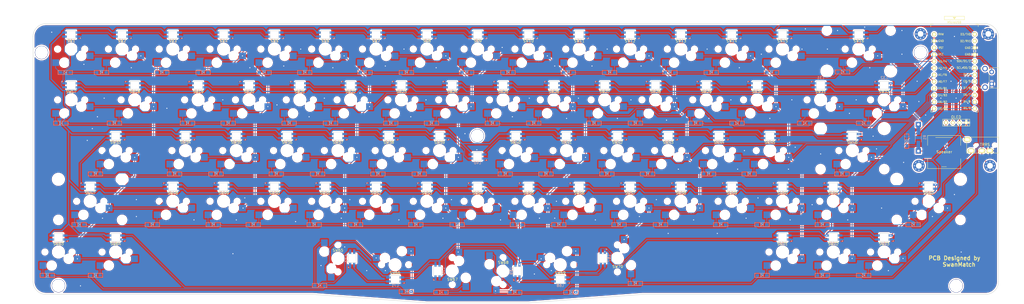
<source format=kicad_pcb>
(kicad_pcb (version 20171130) (host pcbnew 5.1.5+dfsg1-2build2)
  (layers (0 F.Cu signal) (31 B.Cu signal) (34 B.Paste user) (35 F.Paste user) (36 B.SilkS user) (37 F.SilkS user) (38 B.Mask user) (39 F.Mask user) (44 Edge.Cuts user))
  (net 0 "")
  (net 1 ROW1)
  (net 2 "Net-(D1-Pad2)")
  (net 3 "Net-(D2-Pad1)")
  (net 4 "Net-(D3-Pad2)")
  (net 5 "Net-(D4-Pad1)")
  (net 6 "Net-(D5-Pad2)")
  (net 7 "Net-(D6-Pad1)")
  (net 8 "Net-(D7-Pad2)")
  (net 9 "Net-(D8-Pad1)")
  (net 10 "Net-(D9-Pad2)")
  (net 11 "Net-(D10-Pad1)")
  (net 12 "Net-(D11-Pad2)")
  (net 13 "Net-(D12-Pad1)")
  (net 14 "Net-(D13-Pad2)")
  (net 15 "Net-(D14-Pad1)")
  (net 16 "Net-(D15-Pad2)")
  (net 17 "Net-(D16-Pad1)")
  (net 18 ROW2)
  (net 19 "Net-(D17-Pad2)")
  (net 20 "Net-(D18-Pad1)")
  (net 21 "Net-(D19-Pad2)")
  (net 22 "Net-(D20-Pad1)")
  (net 23 "Net-(D21-Pad2)")
  (net 24 "Net-(D22-Pad1)")
  (net 25 "Net-(D23-Pad2)")
  (net 26 "Net-(D24-Pad1)")
  (net 27 "Net-(D25-Pad2)")
  (net 28 "Net-(D26-Pad1)")
  (net 29 "Net-(D27-Pad2)")
  (net 30 "Net-(D28-Pad1)")
  (net 31 "Net-(D29-Pad2)")
  (net 32 "Net-(D30-Pad1)")
  (net 33 "Net-(D31-Pad2)")
  (net 34 "Net-(D32-Pad1)")
  (net 35 ROW3)
  (net 36 "Net-(D33-Pad1)")
  (net 37 "Net-(D34-Pad2)")
  (net 38 "Net-(D35-Pad1)")
  (net 39 "Net-(D36-Pad2)")
  (net 40 "Net-(D37-Pad1)")
  (net 41 "Net-(D38-Pad2)")
  (net 42 "Net-(D39-Pad1)")
  (net 43 "Net-(D40-Pad2)")
  (net 44 "Net-(D41-Pad1)")
  (net 45 "Net-(D42-Pad2)")
  (net 46 "Net-(D43-Pad1)")
  (net 47 "Net-(D44-Pad2)")
  (net 48 "Net-(D45-Pad1)")
  (net 49 "Net-(D46-Pad2)")
  (net 50 "Net-(D47-Pad2)")
  (net 51 ROW4)
  (net 52 "Net-(D48-Pad1)")
  (net 53 "Net-(D49-Pad2)")
  (net 54 "Net-(D50-Pad1)")
  (net 55 "Net-(D51-Pad2)")
  (net 56 "Net-(D52-Pad1)")
  (net 57 "Net-(D53-Pad2)")
  (net 58 "Net-(D54-Pad1)")
  (net 59 "Net-(D55-Pad2)")
  (net 60 "Net-(D56-Pad1)")
  (net 61 "Net-(D57-Pad2)")
  (net 62 "Net-(D58-Pad1)")
  (net 63 "Net-(D59-Pad2)")
  (net 64 "Net-(D60-Pad1)")
  (net 65 "Net-(D61-Pad2)")
  (net 66 "Net-(D62-Pad1)")
  (net 67 ROW5)
  (net 68 "Net-(D63-Pad2)")
  (net 69 "Net-(D64-Pad1)")
  (net 70 "Net-(D65-Pad2)")
  (net 71 "Net-(D66-Pad1)")
  (net 72 "Net-(D67-Pad2)")
  (net 73 "Net-(D68-Pad2)")
  (net 74 "Net-(D69-Pad1)")
  (net 75 "Net-(D70-Pad2)")
  (net 76 "Net-(D71-Pad1)")
  (net 77 "Net-(D72-Pad2)")
  (net 78 "Net-(D73-Pad1)")
  (net 79 GND)
  (net 80 "Net-(D74-Pad1)")
  (net 81 VCC)
  (net 82 SCL)
  (net 83 SDA)
  (net 84 "Net-(L1-Pad2)")
  (net 85 LED)
  (net 86 "Net-(L2-Pad2)")
  (net 87 "Net-(L3-Pad2)")
  (net 88 "Net-(L4-Pad2)")
  (net 89 "Net-(L5-Pad2)")
  (net 90 "Net-(L6-Pad2)")
  (net 91 "Net-(L7-Pad2)")
  (net 92 "Net-(L8-Pad2)")
  (net 93 "Net-(L10-Pad4)")
  (net 94 "Net-(L10-Pad2)")
  (net 95 "Net-(L11-Pad2)")
  (net 96 "Net-(L12-Pad2)")
  (net 97 "Net-(L13-Pad2)")
  (net 98 "Net-(L14-Pad2)")
  (net 99 "Net-(L15-Pad2)")
  (net 100 "Net-(L16-Pad2)")
  (net 101 "Net-(L17-Pad2)")
  (net 102 "Net-(L18-Pad2)")
  (net 103 "Net-(L19-Pad2)")
  (net 104 "Net-(L20-Pad2)")
  (net 105 "Net-(L21-Pad2)")
  (net 106 "Net-(L22-Pad2)")
  (net 107 "Net-(L23-Pad2)")
  (net 108 "Net-(L24-Pad2)")
  (net 109 "Net-(L25-Pad2)")
  (net 110 "Net-(L26-Pad2)")
  (net 111 "Net-(L27-Pad2)")
  (net 112 "Net-(L28-Pad2)")
  (net 113 "Net-(L29-Pad2)")
  (net 114 "Net-(L30-Pad2)")
  (net 115 "Net-(L31-Pad2)")
  (net 116 "Net-(L32-Pad2)")
  (net 117 "Net-(L33-Pad2)")
  (net 118 "Net-(L34-Pad2)")
  (net 119 "Net-(L35-Pad2)")
  (net 120 "Net-(L36-Pad2)")
  (net 121 "Net-(L37-Pad2)")
  (net 122 "Net-(L38-Pad2)")
  (net 123 "Net-(L39-Pad2)")
  (net 124 "Net-(L40-Pad2)")
  (net 125 "Net-(L41-Pad2)")
  (net 126 "Net-(L42-Pad2)")
  (net 127 "Net-(L43-Pad2)")
  (net 128 "Net-(L44-Pad2)")
  (net 129 "Net-(L45-Pad2)")
  (net 130 "Net-(L46-Pad2)")
  (net 131 "Net-(L47-Pad2)")
  (net 132 "Net-(L48-Pad2)")
  (net 133 "Net-(L49-Pad2)")
  (net 134 "Net-(L50-Pad2)")
  (net 135 "Net-(L51-Pad2)")
  (net 136 "Net-(L52-Pad2)")
  (net 137 "Net-(L53-Pad2)")
  (net 138 "Net-(L54-Pad2)")
  (net 139 "Net-(L55-Pad2)")
  (net 140 "Net-(L56-Pad2)")
  (net 141 "Net-(L57-Pad2)")
  (net 142 "Net-(L58-Pad2)")
  (net 143 "Net-(L59-Pad2)")
  (net 144 "Net-(L60-Pad2)")
  (net 145 "Net-(L61-Pad2)")
  (net 146 "Net-(L62-Pad2)")
  (net 147 "Net-(L63-Pad2)")
  (net 148 "Net-(L64-Pad2)")
  (net 149 "Net-(L65-Pad2)")
  (net 150 "Net-(L66-Pad2)")
  (net 151 "Net-(L67-Pad2)")
  (net 152 "Net-(L68-Pad2)")
  (net 153 "Net-(L69-Pad2)")
  (net 154 "Net-(L70-Pad2)")
  (net 155 "Net-(L71-Pad2)")
  (net 156 "Net-(L72-Pad2)")
  (net 157 "Net-(L73-Pad2)")
  (net 158 AUDIO)
  (net 159 COL1)
  (net 160 COL2)
  (net 161 COL3)
  (net 162 COL4)
  (net 163 COL5)
  (net 164 COL6)
  (net 165 COL7)
  (net 166 COL8)
  (net 167 RST)
  (net 168 "Net-(U1-Pad24)")
  (net 169 "Net-(U1-Pad2)")
  (net 170 "Net-(L74-Pad2)")
  (module Button_Switch_THT:SW_Tactile_SPST_Angled_PTS645Vx31-2LFS (layer F.Cu) (at 378.46 41.91 270)
    (fp_text reference SW74 hide)
    (fp_text value SW_PUSH)
    (pad "" thru_hole circle (at -1.25 2.49 270) (size 2.1 2.1) (drill 1.3) (layers *.Cu *.Mask))
    (pad 1 thru_hole circle (at 0 0 270) (size 1.75 1.75) (drill 0.99) (layers *.Cu *.Mask) (net 167 RST))
    (pad 2 thru_hole circle (at 4.5 0 270) (size 1.75 1.75) (drill 0.99) (layers *.Cu *.Mask) (net 79 GND))
    (pad "" thru_hole circle (at 5.76 2.49 270) (size 2.1 2.1) (drill 1.3) (layers *.Cu *.Mask))
  )
  (module Mounting_Holes:MountingHole_2.2mm_M2_Pad_Via (layer F.Cu) (at 351.79 27.6225)
    (fp_text reference SC1 hide)
    (fp_text value MountingHole_2.2mm_M2_Pad_Via)
    (pad 1 thru_hole circle (at 1.166726 -1.166726) (size 0.7 0.7) (drill 0.4) (layers *.Cu *.Mask) (net 83 SDA))
    (pad 1 thru_hole circle (at 0 -1.65) (size 0.7 0.7) (drill 0.4) (layers *.Cu *.Mask) (net 83 SDA))
    (pad 1 thru_hole circle (at -1.166726 -1.166726) (size 0.7 0.7) (drill 0.4) (layers *.Cu *.Mask) (net 83 SDA))
    (pad 1 thru_hole circle (at -1.65 0) (size 0.7 0.7) (drill 0.4) (layers *.Cu *.Mask) (net 83 SDA))
    (pad 1 thru_hole circle (at -1.166726 1.166726) (size 0.7 0.7) (drill 0.4) (layers *.Cu *.Mask) (net 83 SDA))
    (pad 1 thru_hole circle (at 0 1.65) (size 0.7 0.7) (drill 0.4) (layers *.Cu *.Mask) (net 83 SDA))
    (pad 1 thru_hole circle (at 1.166726 1.166726) (size 0.7 0.7) (drill 0.4) (layers *.Cu *.Mask) (net 83 SDA))
    (pad 1 thru_hole circle (at 1.65 0) (size 0.7 0.7) (drill 0.4) (layers *.Cu *.Mask) (net 83 SDA))
    (pad 1 thru_hole circle (at 0 0) (size 4.4 4.4) (drill 2.2) (layers *.Cu *.Mask) (net 83 SDA))
  )
  (module keyboard:HOLE (layer F.Cu) (at 351.79 34.6075)
    (fp_text reference Hole4)
    (fp_text value Val**)
    (pad "" np_thru_hole circle (at 0 0) (size 5 5) (drill 4.8) (layers *.Cu *.Mask))
  )
  (module keyboard:MX_Hotswap_2.25u (layer F.Cu) (at 326.231 71.4375 180)
    (fp_text reference SW46)
    (fp_text value SW_PUSH)
    (fp_text user %R (at 0 3.048 180) (layer F.SilkS))
    (pad "" np_thru_hole circle (at 2.54 -5.08 180) (size 3 3) (drill 3) (layers *.Cu *.Mask))
    (pad "" np_thru_hole circle (at 0 0 180) (size 3.9878 3.9878) (drill 3.9878) (layers *.Cu *.Mask))
    (pad "" np_thru_hole circle (at -3.81 -2.54 180) (size 3 3) (drill 3) (layers *.Cu *.Mask))
    (pad "" np_thru_hole circle (at -5.08 0 228.0996) (size 1.75 1.75) (drill 1.75) (layers *.Cu *.Mask))
    (pad "" np_thru_hole circle (at 5.08 0 228.0996) (size 1.75 1.75) (drill 1.75) (layers *.Cu *.Mask))
    (pad 1 smd rect (at -7.085 -2.54 180) (size 2.55 2.5) (layers B.Cu B.Paste B.Mask) (net 166 COL8))
    (pad 2 smd rect (at 5.842 -5.08 180) (size 2.55 2.5) (layers B.Cu B.Paste B.Mask) (net 49 "Net-(D46-Pad2)"))
    (pad "" np_thru_hole circle (at 11.938 -6.985 180) (size 3.048 3.048) (drill 3.048) (layers *.Cu *.Mask))
    (pad "" np_thru_hole circle (at -11.938 -6.985 180) (size 3.048 3.048) (drill 3.048) (layers *.Cu *.Mask))
    (pad "" np_thru_hole circle (at 11.938 8.255 180) (size 3.9878 3.9878) (drill 3.9878) (layers *.Cu *.Mask))
    (pad "" np_thru_hole circle (at -11.938 8.255 180) (size 3.9878 3.9878) (drill 3.9878) (layers *.Cu *.Mask))
  )
  (module keyboard:MX_Hotswap_1u (layer F.Cu) (at 338.138 52.3875 180)
    (fp_text reference SW32)
    (fp_text value SW_PUSH)
    (fp_text user %R (at 0 3.048 180) (layer F.SilkS))
    (pad "" np_thru_hole circle (at 2.54 -5.08 180) (size 3 3) (drill 3) (layers *.Cu *.Mask))
    (pad "" np_thru_hole circle (at 0 0 180) (size 3.9878 3.9878) (drill 3.9878) (layers *.Cu *.Mask))
    (pad "" np_thru_hole circle (at -3.81 -2.54 180) (size 3 3) (drill 3) (layers *.Cu *.Mask))
    (pad "" np_thru_hole circle (at -5.08 0 228.0996) (size 1.75 1.75) (drill 1.75) (layers *.Cu *.Mask))
    (pad "" np_thru_hole circle (at 5.08 0 228.0996) (size 1.75 1.75) (drill 1.75) (layers *.Cu *.Mask))
    (pad 1 smd rect (at -7.085 -2.54 180) (size 2.55 2.5) (layers B.Cu B.Paste B.Mask) (net 166 COL8))
    (pad 2 smd rect (at 5.842 -5.08 180) (size 2.55 2.5) (layers B.Cu B.Paste B.Mask) (net 34 "Net-(D32-Pad1)"))
  )
  (module keyboard:MJ-4PP-9_1side (layer F.Cu) (at 381.0635 69.4055 270)
    (fp_text reference J2)
    (fp_text value AudioJack4 hide)
    (fp_text user TRRS (at -0.1905 5.1435 180) (layer F.SilkS))
    (pad "" np_thru_hole circle (at 0 1.5 270) (size 1.2 1.2) (drill 1.2) (layers *.Cu *.Mask F.SilkS))
    (pad "" np_thru_hole circle (at 0 8.5 270) (size 1.2 1.2) (drill 1.2) (layers *.Cu *.Mask F.SilkS))
    (pad S thru_hole oval (at 2.1 3.3 270) (size 1.7 2.5) (drill oval 1 1.5) (layers *.Cu F.SilkS B.Mask) (net 79 GND))
    (pad R2 thru_hole oval (at 2.1 6.3 270) (size 1.7 2.5) (drill oval 1 1.5) (layers *.Cu F.SilkS B.Mask) (net 82 SCL))
    (pad R1 thru_hole oval (at 2.1 10.3 270) (size 1.7 2.5) (drill oval 1 1.5) (layers *.Cu F.SilkS B.Mask) (net 83 SDA) (clearance 0.15))
    (pad T thru_hole oval (at -2.1 11.8 270) (size 1.7 2.5) (drill oval 1 1.5) (layers *.Cu F.SilkS B.Mask) (net 81 VCC) (clearance 0.15))
  )
  (module Resistors_Universal:Resistor_SMD+THTuniversal_1206_RM10_HandSoldering (layer B.Cu) (at 350.9645 66.6115 90)
    (fp_text reference R1 (at 0.09906 2.4003 90) (layer B.SilkS) (effects (justify mirror)))
    (fp_text value R)
    (pad 2 thru_hole rect (at 5.00126 0 90) (size 1.99898 1.99898) (drill 1.00076) (layers *.Cu *.Mask) (net 158 AUDIO))
    (pad 1 thru_hole rect (at -5.00126 0 90) (size 1.99898 1.99898) (drill 1.00076) (layers *.Cu *.Mask) (net 80 "Net-(D74-Pad1)"))
    (pad 2 smd rect (at 2.60096 0 90) (size 2.99974 1.39954) (layers B.Cu B.Paste B.Mask) (net 158 AUDIO))
    (pad 1 smd rect (at -2.60096 0 90) (size 2.99974 1.39954) (layers B.Cu B.Paste B.Mask) (net 80 "Net-(D74-Pad1)"))
  )
  (module keyboard:MX_Hotswap_1u (layer F.Cu) (at 204.788 33.3375 180)
    (fp_text reference SW10)
    (fp_text value SW_PUSH)
    (fp_text user %R (at 0 3.048 180) (layer F.SilkS))
    (pad "" np_thru_hole circle (at 2.54 -5.08 180) (size 3 3) (drill 3) (layers *.Cu *.Mask))
    (pad "" np_thru_hole circle (at 0 0 180) (size 3.9878 3.9878) (drill 3.9878) (layers *.Cu *.Mask))
    (pad "" np_thru_hole circle (at -3.81 -2.54 180) (size 3 3) (drill 3) (layers *.Cu *.Mask))
    (pad "" np_thru_hole circle (at -5.08 0 228.0996) (size 1.75 1.75) (drill 1.75) (layers *.Cu *.Mask))
    (pad "" np_thru_hole circle (at 5.08 0 228.0996) (size 1.75 1.75) (drill 1.75) (layers *.Cu *.Mask))
    (pad 1 smd rect (at -7.085 -2.54 180) (size 2.55 2.5) (layers B.Cu B.Paste B.Mask) (net 163 COL5))
    (pad 2 smd rect (at 5.842 -5.08 180) (size 2.55 2.5) (layers B.Cu B.Paste B.Mask) (net 11 "Net-(D10-Pad1)"))
  )
  (module keyboard:MX_Hotswap_1u (layer F.Cu) (at 147.638 90.4875 180)
    (fp_text reference SW52)
    (fp_text value SW_PUSH)
    (fp_text user %R (at 0 3.048 180) (layer F.SilkS))
    (pad "" np_thru_hole circle (at 2.54 -5.08 180) (size 3 3) (drill 3) (layers *.Cu *.Mask))
    (pad "" np_thru_hole circle (at 0 0 180) (size 3.9878 3.9878) (drill 3.9878) (layers *.Cu *.Mask))
    (pad "" np_thru_hole circle (at -3.81 -2.54 180) (size 3 3) (drill 3) (layers *.Cu *.Mask))
    (pad "" np_thru_hole circle (at -5.08 0 228.0996) (size 1.75 1.75) (drill 1.75) (layers *.Cu *.Mask))
    (pad "" np_thru_hole circle (at 5.08 0 228.0996) (size 1.75 1.75) (drill 1.75) (layers *.Cu *.Mask))
    (pad 1 smd rect (at -7.085 -2.54 180) (size 2.55 2.5) (layers B.Cu B.Paste B.Mask) (net 161 COL3))
    (pad 2 smd rect (at 5.842 -5.08 180) (size 2.55 2.5) (layers B.Cu B.Paste B.Mask) (net 56 "Net-(D52-Pad1)"))
  )
  (module keyboard:MX_Hotswap_1.25u (layer F.Cu) (at 50.0062 109.538 180)
    (fp_text reference SW64)
    (fp_text value SW_PUSH)
    (fp_text user %R (at 0 3.048 180) (layer F.SilkS))
    (pad "" np_thru_hole circle (at 2.54 -5.08 180) (size 3 3) (drill 3) (layers *.Cu *.Mask))
    (pad "" np_thru_hole circle (at 0 0 180) (size 3.9878 3.9878) (drill 3.9878) (layers *.Cu *.Mask))
    (pad "" np_thru_hole circle (at -3.81 -2.54 180) (size 3 3) (drill 3) (layers *.Cu *.Mask))
    (pad "" np_thru_hole circle (at -5.08 0 228.0996) (size 1.75 1.75) (drill 1.75) (layers *.Cu *.Mask))
    (pad "" np_thru_hole circle (at 5.08 0 228.0996) (size 1.75 1.75) (drill 1.75) (layers *.Cu *.Mask))
    (pad 1 smd rect (at -7.085 -2.54 180) (size 2.55 2.5) (layers B.Cu B.Paste B.Mask) (net 159 COL1))
    (pad 2 smd rect (at 5.842 -5.08 180) (size 2.55 2.5) (layers B.Cu B.Paste B.Mask) (net 69 "Net-(D64-Pad1)"))
  )
  (module keyboard:MX_Hotswap_1.25u (layer F.Cu) (at 238.125 111.919 270)
    (fp_text reference SW70)
    (fp_text value SW_PUSH)
    (fp_text user %R (at 3.07975 -0.127) (layer F.SilkS))
    (pad "" np_thru_hole circle (at 2.54 -5.08 270) (size 3 3) (drill 3) (layers *.Cu *.Mask))
    (pad "" np_thru_hole circle (at 0 0 270) (size 3.9878 3.9878) (drill 3.9878) (layers *.Cu *.Mask))
    (pad "" np_thru_hole circle (at -3.81 -2.54 270) (size 3 3) (drill 3) (layers *.Cu *.Mask))
    (pad "" np_thru_hole circle (at -5.08 0 318.0996) (size 1.75 1.75) (drill 1.75) (layers *.Cu *.Mask))
    (pad "" np_thru_hole circle (at 5.08 0 318.0996) (size 1.75 1.75) (drill 1.75) (layers *.Cu *.Mask))
    (pad 1 smd rect (at -7.085 -2.54 270) (size 2.55 2.5) (layers B.Cu B.Paste B.Mask) (net 164 COL6))
    (pad 2 smd rect (at 5.842 -5.08 270) (size 2.55 2.5) (layers B.Cu B.Paste B.Mask) (net 75 "Net-(D70-Pad2)"))
  )
  (module keyboard:MX_Hotswap_1u (layer F.Cu) (at 71.4375 33.3375 180)
    (fp_text reference SW3)
    (fp_text value SW_PUSH)
    (fp_text user %R (at 0 3.048 180) (layer F.SilkS))
    (pad "" np_thru_hole circle (at 2.54 -5.08 180) (size 3 3) (drill 3) (layers *.Cu *.Mask))
    (pad "" np_thru_hole circle (at 0 0 180) (size 3.9878 3.9878) (drill 3.9878) (layers *.Cu *.Mask))
    (pad "" np_thru_hole circle (at -3.81 -2.54 180) (size 3 3) (drill 3) (layers *.Cu *.Mask))
    (pad "" np_thru_hole circle (at -5.08 0 228.0996) (size 1.75 1.75) (drill 1.75) (layers *.Cu *.Mask))
    (pad "" np_thru_hole circle (at 5.08 0 228.0996) (size 1.75 1.75) (drill 1.75) (layers *.Cu *.Mask))
    (pad 1 smd rect (at -7.085 -2.54 180) (size 2.55 2.5) (layers B.Cu B.Paste B.Mask) (net 160 COL2))
    (pad 2 smd rect (at 5.842 -5.08 180) (size 2.55 2.5) (layers B.Cu B.Paste B.Mask) (net 4 "Net-(D3-Pad2)"))
  )
  (module keyboard:MX_Hotswap_1.25u (layer F.Cu) (at 216.694 114.3)
    (fp_text reference SW69)
    (fp_text value SW_PUSH)
    (fp_text user %R (at 0 3.048) (layer F.SilkS))
    (pad "" np_thru_hole circle (at 2.54 -5.08) (size 3 3) (drill 3) (layers *.Cu *.Mask))
    (pad "" np_thru_hole circle (at 0 0) (size 3.9878 3.9878) (drill 3.9878) (layers *.Cu *.Mask))
    (pad "" np_thru_hole circle (at -3.81 -2.54) (size 3 3) (drill 3) (layers *.Cu *.Mask))
    (pad "" np_thru_hole circle (at -5.08 0 48.0996) (size 1.75 1.75) (drill 1.75) (layers *.Cu *.Mask))
    (pad "" np_thru_hole circle (at 5.08 0 48.0996) (size 1.75 1.75) (drill 1.75) (layers *.Cu *.Mask))
    (pad 1 smd rect (at -7.085 -2.54) (size 2.55 2.5) (layers B.Cu B.Paste B.Mask) (net 163 COL5))
    (pad 2 smd rect (at 5.842 -5.08) (size 2.55 2.5) (layers B.Cu B.Paste B.Mask) (net 74 "Net-(D69-Pad1)"))
  )
  (module keyboard:MX_Hotswap_2u_Reversed (layer F.Cu) (at 328.612 33.3375 180)
    (fp_text reference SW16)
    (fp_text value SW_PUSH)
    (fp_text user %R (at 0 3.048 180) (layer F.SilkS))
    (pad "" np_thru_hole circle (at -11.938 -8.255 180) (size 3.9878 3.9878) (drill 3.9878) (layers *.Cu *.Mask))
    (pad "" np_thru_hole circle (at 11.938 -8.255 180) (size 3.9878 3.9878) (drill 3.9878) (layers *.Cu *.Mask))
    (pad "" np_thru_hole circle (at -11.938 6.985 180) (size 3.048 3.048) (drill 3.048) (layers *.Cu *.Mask))
    (pad "" np_thru_hole circle (at 11.938 6.985 180) (size 3.048 3.048) (drill 3.048) (layers *.Cu *.Mask))
    (pad 2 smd rect (at 5.842 -5.08 180) (size 2.55 2.5) (layers B.Cu B.Paste B.Mask) (net 17 "Net-(D16-Pad1)"))
    (pad 1 smd rect (at -7.085 -2.54 180) (size 2.55 2.5) (layers B.Cu B.Paste B.Mask) (net 166 COL8))
    (pad "" np_thru_hole circle (at 5.08 0 228.0996) (size 1.75 1.75) (drill 1.75) (layers *.Cu *.Mask))
    (pad "" np_thru_hole circle (at -5.08 0 228.0996) (size 1.75 1.75) (drill 1.75) (layers *.Cu *.Mask))
    (pad "" np_thru_hole circle (at -3.81 -2.54 180) (size 3 3) (drill 3) (layers *.Cu *.Mask))
    (pad "" np_thru_hole circle (at 0 0 180) (size 3.9878 3.9878) (drill 3.9878) (layers *.Cu *.Mask))
    (pad "" np_thru_hole circle (at 2.54 -5.08 180) (size 3 3) (drill 3) (layers *.Cu *.Mask))
  )
  (module keyboard:HOLE (layer F.Cu) (at 185.61 65.913)
    (fp_text reference Hole3)
    (fp_text value Val**)
    (pad "" np_thru_hole circle (at 0 0) (size 5 5) (drill 4.8) (layers *.Cu *.Mask))
  )
  (module keyboard:HOLE (layer F.Cu) (at 22.225 34.6075)
    (fp_text reference Hole1)
    (fp_text value Val**)
    (pad "" np_thru_hole circle (at 0 0) (size 5 5) (drill 4.8) (layers *.Cu *.Mask))
  )
  (module keyboard:HOLE (layer F.Cu) (at 365.125 122.238)
    (fp_text reference Hole5)
    (fp_text value Val**)
    (pad "" np_thru_hole circle (at 0 0) (size 5 5) (drill 4.8) (layers *.Cu *.Mask))
  )
  (module Mounting_Holes:MountingHole_2.2mm_M2_Pad_Via (layer F.Cu) (at 377.19 27.6225)
    (fp_text reference SC2 hide)
    (fp_text value MountingHole_2.2mm_M2_Pad_Via)
    (pad 1 thru_hole circle (at 1.166726 -1.166726) (size 0.7 0.7) (drill 0.4) (layers *.Cu *.Mask) (net 79 GND))
    (pad 1 thru_hole circle (at 0 -1.65) (size 0.7 0.7) (drill 0.4) (layers *.Cu *.Mask) (net 79 GND))
    (pad 1 thru_hole circle (at -1.166726 -1.166726) (size 0.7 0.7) (drill 0.4) (layers *.Cu *.Mask) (net 79 GND))
    (pad 1 thru_hole circle (at -1.65 0) (size 0.7 0.7) (drill 0.4) (layers *.Cu *.Mask) (net 79 GND))
    (pad 1 thru_hole circle (at -1.166726 1.166726) (size 0.7 0.7) (drill 0.4) (layers *.Cu *.Mask) (net 79 GND))
    (pad 1 thru_hole circle (at 0 1.65) (size 0.7 0.7) (drill 0.4) (layers *.Cu *.Mask) (net 79 GND))
    (pad 1 thru_hole circle (at 1.166726 1.166726) (size 0.7 0.7) (drill 0.4) (layers *.Cu *.Mask) (net 79 GND))
    (pad 1 thru_hole circle (at 1.65 0) (size 0.7 0.7) (drill 0.4) (layers *.Cu *.Mask) (net 79 GND))
    (pad 1 thru_hole circle (at 0 0) (size 4.4 4.4) (drill 2.2) (layers *.Cu *.Mask) (net 79 GND))
  )
  (module Mounting_Holes:MountingHole_2.2mm_M2_Pad_Via (layer F.Cu) (at 351.155 77.1525)
    (fp_text reference SC3 hide)
    (fp_text value MountingHole_2.2mm_M2_Pad_Via)
    (pad 1 thru_hole circle (at 1.166726 -1.166726) (size 0.7 0.7) (drill 0.4) (layers *.Cu *.Mask) (net 81 VCC))
    (pad 1 thru_hole circle (at 0 -1.65) (size 0.7 0.7) (drill 0.4) (layers *.Cu *.Mask) (net 81 VCC))
    (pad 1 thru_hole circle (at -1.166726 -1.166726) (size 0.7 0.7) (drill 0.4) (layers *.Cu *.Mask) (net 81 VCC))
    (pad 1 thru_hole circle (at -1.65 0) (size 0.7 0.7) (drill 0.4) (layers *.Cu *.Mask) (net 81 VCC))
    (pad 1 thru_hole circle (at -1.166726 1.166726) (size 0.7 0.7) (drill 0.4) (layers *.Cu *.Mask) (net 81 VCC))
    (pad 1 thru_hole circle (at 0 1.65) (size 0.7 0.7) (drill 0.4) (layers *.Cu *.Mask) (net 81 VCC))
    (pad 1 thru_hole circle (at 1.166726 1.166726) (size 0.7 0.7) (drill 0.4) (layers *.Cu *.Mask) (net 81 VCC))
    (pad 1 thru_hole circle (at 1.65 0) (size 0.7 0.7) (drill 0.4) (layers *.Cu *.Mask) (net 81 VCC))
    (pad 1 thru_hole circle (at 0 0) (size 4.4 4.4) (drill 2.2) (layers *.Cu *.Mask) (net 81 VCC))
  )
  (module keyboard:MX_Hotswap_2.75u (layer F.Cu) (at 354.806 90.4875 180)
    (fp_text reference SW62)
    (fp_text value SW_PUSH)
    (fp_text user %R (at 0 3.048 180) (layer F.SilkS))
    (pad "" np_thru_hole circle (at 2.54 -5.08 180) (size 3 3) (drill 3) (layers *.Cu *.Mask))
    (pad "" np_thru_hole circle (at 0 0 180) (size 3.9878 3.9878) (drill 3.9878) (layers *.Cu *.Mask))
    (pad "" np_thru_hole circle (at -3.81 -2.54 180) (size 3 3) (drill 3) (layers *.Cu *.Mask))
    (pad "" np_thru_hole circle (at -5.08 0 228.0996) (size 1.75 1.75) (drill 1.75) (layers *.Cu *.Mask))
    (pad "" np_thru_hole circle (at 5.08 0 228.0996) (size 1.75 1.75) (drill 1.75) (layers *.Cu *.Mask))
    (pad 1 smd rect (at -7.085 -2.54 180) (size 2.55 2.5) (layers B.Cu B.Paste B.Mask) (net 166 COL8))
    (pad 2 smd rect (at 5.842 -5.08 180) (size 2.55 2.5) (layers B.Cu B.Paste B.Mask) (net 66 "Net-(D62-Pad1)"))
    (pad "" np_thru_hole circle (at 11.938 -6.985 180) (size 3.048 3.048) (drill 3.048) (layers *.Cu *.Mask))
    (pad "" np_thru_hole circle (at -11.938 -6.985 180) (size 3.048 3.048) (drill 3.048) (layers *.Cu *.Mask))
    (pad "" np_thru_hole circle (at 11.938 8.255 180) (size 3.9878 3.9878) (drill 3.9878) (layers *.Cu *.Mask))
    (pad "" np_thru_hole circle (at -11.938 8.255 180) (size 3.9878 3.9878) (drill 3.9878) (layers *.Cu *.Mask))
  )
  (module keyboard:MX_Hotswap_1.75u (layer F.Cu) (at 50.0062 71.4375 180)
    (fp_text reference SW33)
    (fp_text value SW_PUSH)
    (fp_text user %R (at 0 3.048 180) (layer F.SilkS))
    (pad "" np_thru_hole circle (at 2.54 -5.08 180) (size 3 3) (drill 3) (layers *.Cu *.Mask))
    (pad "" np_thru_hole circle (at 0 0 180) (size 3.9878 3.9878) (drill 3.9878) (layers *.Cu *.Mask))
    (pad "" np_thru_hole circle (at -3.81 -2.54 180) (size 3 3) (drill 3) (layers *.Cu *.Mask))
    (pad "" np_thru_hole circle (at -5.08 0 228.0996) (size 1.75 1.75) (drill 1.75) (layers *.Cu *.Mask))
    (pad "" np_thru_hole circle (at 5.08 0 228.0996) (size 1.75 1.75) (drill 1.75) (layers *.Cu *.Mask))
    (pad 1 smd rect (at -7.085 -2.54 180) (size 2.55 2.5) (layers B.Cu B.Paste B.Mask) (net 159 COL1))
    (pad 2 smd rect (at 5.842 -5.08 180) (size 2.55 2.5) (layers B.Cu B.Paste B.Mask) (net 36 "Net-(D33-Pad1)"))
  )
  (module keyboard:MX_Hotswap_2.25u (layer F.Cu) (at 40.4812 90.4875 180)
    (fp_text reference SW47)
    (fp_text value SW_PUSH)
    (fp_text user %R (at 0 3.048 180) (layer F.SilkS))
    (pad "" np_thru_hole circle (at 2.54 -5.08 180) (size 3 3) (drill 3) (layers *.Cu *.Mask))
    (pad "" np_thru_hole circle (at 0 0 180) (size 3.9878 3.9878) (drill 3.9878) (layers *.Cu *.Mask))
    (pad "" np_thru_hole circle (at -3.81 -2.54 180) (size 3 3) (drill 3) (layers *.Cu *.Mask))
    (pad "" np_thru_hole circle (at -5.08 0 228.0996) (size 1.75 1.75) (drill 1.75) (layers *.Cu *.Mask))
    (pad "" np_thru_hole circle (at 5.08 0 228.0996) (size 1.75 1.75) (drill 1.75) (layers *.Cu *.Mask))
    (pad 1 smd rect (at -7.085 -2.54 180) (size 2.55 2.5) (layers B.Cu B.Paste B.Mask) (net 159 COL1))
    (pad 2 smd rect (at 5.842 -5.08 180) (size 2.55 2.5) (layers B.Cu B.Paste B.Mask) (net 50 "Net-(D47-Pad2)"))
    (pad "" np_thru_hole circle (at 11.938 -6.985 180) (size 3.048 3.048) (drill 3.048) (layers *.Cu *.Mask))
    (pad "" np_thru_hole circle (at -11.938 -6.985 180) (size 3.048 3.048) (drill 3.048) (layers *.Cu *.Mask))
    (pad "" np_thru_hole circle (at 11.938 8.255 180) (size 3.9878 3.9878) (drill 3.9878) (layers *.Cu *.Mask))
    (pad "" np_thru_hole circle (at -11.938 8.255 180) (size 3.9878 3.9878) (drill 3.9878) (layers *.Cu *.Mask))
  )
  (module keyboard:MX_Hotswap_1.25u (layer F.Cu) (at 133.35 111.919 90)
    (fp_text reference SW65)
    (fp_text value SW_PUSH)
    (fp_text user %R (at 3.01625 0 180) (layer F.SilkS))
    (pad "" np_thru_hole circle (at 2.54 -5.08 90) (size 3 3) (drill 3) (layers *.Cu *.Mask))
    (pad "" np_thru_hole circle (at 0 0 90) (size 3.9878 3.9878) (drill 3.9878) (layers *.Cu *.Mask))
    (pad "" np_thru_hole circle (at -3.81 -2.54 90) (size 3 3) (drill 3) (layers *.Cu *.Mask))
    (pad "" np_thru_hole circle (at -5.08 0 138.0996) (size 1.75 1.75) (drill 1.75) (layers *.Cu *.Mask))
    (pad "" np_thru_hole circle (at 5.08 0 138.0996) (size 1.75 1.75) (drill 1.75) (layers *.Cu *.Mask))
    (pad 1 smd rect (at -7.085 -2.54 90) (size 2.55 2.5) (layers B.Cu B.Paste B.Mask) (net 161 COL3))
    (pad 2 smd rect (at 5.842 -5.08 90) (size 2.55 2.5) (layers B.Cu B.Paste B.Mask) (net 70 "Net-(D65-Pad2)"))
  )
  (module keyboard:MX_Hotswap_1.25u (layer F.Cu) (at 154.781 114.3)
    (fp_text reference SW66)
    (fp_text value SW_PUSH)
    (fp_text user %R (at 0 3.048) (layer F.SilkS))
    (pad "" np_thru_hole circle (at 2.54 -5.08) (size 3 3) (drill 3) (layers *.Cu *.Mask))
    (pad "" np_thru_hole circle (at 0 0) (size 3.9878 3.9878) (drill 3.9878) (layers *.Cu *.Mask))
    (pad "" np_thru_hole circle (at -3.81 -2.54) (size 3 3) (drill 3) (layers *.Cu *.Mask))
    (pad "" np_thru_hole circle (at -5.08 0 48.0996) (size 1.75 1.75) (drill 1.75) (layers *.Cu *.Mask))
    (pad "" np_thru_hole circle (at 5.08 0 48.0996) (size 1.75 1.75) (drill 1.75) (layers *.Cu *.Mask))
    (pad 1 smd rect (at -7.085 -2.54) (size 2.55 2.5) (layers B.Cu B.Paste B.Mask) (net 161 COL3))
    (pad 2 smd rect (at 5.842 -5.08) (size 2.55 2.5) (layers B.Cu B.Paste B.Mask) (net 71 "Net-(D66-Pad1)"))
  )
  (module keyboard:MX_Hotswap_1.25u (layer F.Cu) (at 176.212 116.681 270)
    (fp_text reference SW67)
    (fp_text value SW_PUSH)
    (fp_text user %R (at 3.14325 -0.0635) (layer F.SilkS))
    (pad "" np_thru_hole circle (at 2.54 -5.08 270) (size 3 3) (drill 3) (layers *.Cu *.Mask))
    (pad "" np_thru_hole circle (at 0 0 270) (size 3.9878 3.9878) (drill 3.9878) (layers *.Cu *.Mask))
    (pad "" np_thru_hole circle (at -3.81 -2.54 270) (size 3 3) (drill 3) (layers *.Cu *.Mask))
    (pad "" np_thru_hole circle (at -5.08 0 318.0996) (size 1.75 1.75) (drill 1.75) (layers *.Cu *.Mask))
    (pad "" np_thru_hole circle (at 5.08 0 318.0996) (size 1.75 1.75) (drill 1.75) (layers *.Cu *.Mask))
    (pad 1 smd rect (at -7.085 -2.54 270) (size 2.55 2.5) (layers B.Cu B.Paste B.Mask) (net 162 COL4))
    (pad 2 smd rect (at 5.842 -5.08 270) (size 2.55 2.5) (layers B.Cu B.Paste B.Mask) (net 72 "Net-(D67-Pad2)"))
  )
  (module keyboard:MX_Hotswap_1.25u (layer F.Cu) (at 195.262 116.681 90)
    (fp_text reference SW68)
    (fp_text value SW_PUSH)
    (fp_text user %R (at 3.20675 0.0635 180) (layer F.SilkS))
    (pad "" np_thru_hole circle (at 2.54 -5.08 90) (size 3 3) (drill 3) (layers *.Cu *.Mask))
    (pad "" np_thru_hole circle (at 0 0 90) (size 3.9878 3.9878) (drill 3.9878) (layers *.Cu *.Mask))
    (pad "" np_thru_hole circle (at -3.81 -2.54 90) (size 3 3) (drill 3) (layers *.Cu *.Mask))
    (pad "" np_thru_hole circle (at -5.08 0 138.0996) (size 1.75 1.75) (drill 1.75) (layers *.Cu *.Mask))
    (pad "" np_thru_hole circle (at 5.08 0 138.0996) (size 1.75 1.75) (drill 1.75) (layers *.Cu *.Mask))
    (pad 1 smd rect (at -7.085 -2.54 90) (size 2.55 2.5) (layers B.Cu B.Paste B.Mask) (net 163 COL5))
    (pad 2 smd rect (at 5.842 -5.08 90) (size 2.55 2.5) (layers B.Cu B.Paste B.Mask) (net 73 "Net-(D68-Pad2)"))
  )
  (module keyboard:MX_Hotswap_1.5u (layer F.Cu) (at 57.15 52.3875 180)
    (fp_text reference SW18)
    (fp_text value SW_PUSH)
    (fp_text user %R (at 0 3.048 180) (layer F.SilkS))
    (pad "" np_thru_hole circle (at 2.54 -5.08 180) (size 3 3) (drill 3) (layers *.Cu *.Mask))
    (pad "" np_thru_hole circle (at 0 0 180) (size 3.9878 3.9878) (drill 3.9878) (layers *.Cu *.Mask))
    (pad "" np_thru_hole circle (at -3.81 -2.54 180) (size 3 3) (drill 3) (layers *.Cu *.Mask))
    (pad "" np_thru_hole circle (at -5.08 0 228.0996) (size 1.75 1.75) (drill 1.75) (layers *.Cu *.Mask))
    (pad "" np_thru_hole circle (at 5.08 0 228.0996) (size 1.75 1.75) (drill 1.75) (layers *.Cu *.Mask))
    (pad 1 smd rect (at -7.085 -2.54 180) (size 2.55 2.5) (layers B.Cu B.Paste B.Mask) (net 159 COL1))
    (pad 2 smd rect (at 5.842 -5.08 180) (size 2.55 2.5) (layers B.Cu B.Paste B.Mask) (net 20 "Net-(D18-Pad1)"))
  )
  (module keyboard:MX_Hotswap_1.5u (layer F.Cu) (at 314.325 52.3875 180)
    (fp_text reference SW31)
    (fp_text value SW_PUSH)
    (fp_text user %R (at 0 3.048 180) (layer F.SilkS))
    (pad "" np_thru_hole circle (at 2.54 -5.08 180) (size 3 3) (drill 3) (layers *.Cu *.Mask))
    (pad "" np_thru_hole circle (at 0 0 180) (size 3.9878 3.9878) (drill 3.9878) (layers *.Cu *.Mask))
    (pad "" np_thru_hole circle (at -3.81 -2.54 180) (size 3 3) (drill 3) (layers *.Cu *.Mask))
    (pad "" np_thru_hole circle (at -5.08 0 228.0996) (size 1.75 1.75) (drill 1.75) (layers *.Cu *.Mask))
    (pad "" np_thru_hole circle (at 5.08 0 228.0996) (size 1.75 1.75) (drill 1.75) (layers *.Cu *.Mask))
    (pad 1 smd rect (at -7.085 -2.54 180) (size 2.55 2.5) (layers B.Cu B.Paste B.Mask) (net 166 COL8))
    (pad 2 smd rect (at 5.842 -5.08 180) (size 2.55 2.5) (layers B.Cu B.Paste B.Mask) (net 33 "Net-(D31-Pad2)"))
  )
  (module keyboard:MX_Hotswap_1u (layer F.Cu) (at 33.3375 33.3375 180)
    (fp_text reference SW1)
    (fp_text value SW_PUSH)
    (fp_text user %R (at 0 3.048 180) (layer F.SilkS))
    (pad "" np_thru_hole circle (at 2.54 -5.08 180) (size 3 3) (drill 3) (layers *.Cu *.Mask))
    (pad "" np_thru_hole circle (at 0 0 180) (size 3.9878 3.9878) (drill 3.9878) (layers *.Cu *.Mask))
    (pad "" np_thru_hole circle (at -3.81 -2.54 180) (size 3 3) (drill 3) (layers *.Cu *.Mask))
    (pad "" np_thru_hole circle (at -5.08 0 228.0996) (size 1.75 1.75) (drill 1.75) (layers *.Cu *.Mask))
    (pad "" np_thru_hole circle (at 5.08 0 228.0996) (size 1.75 1.75) (drill 1.75) (layers *.Cu *.Mask))
    (pad 1 smd rect (at -7.085 -2.54 180) (size 2.55 2.5) (layers B.Cu B.Paste B.Mask) (net 159 COL1))
    (pad 2 smd rect (at 5.842 -5.08 180) (size 2.55 2.5) (layers B.Cu B.Paste B.Mask) (net 2 "Net-(D1-Pad2)"))
  )
  (module keyboard:MX_Hotswap_1u (layer F.Cu) (at 52.3875 33.3375 180)
    (fp_text reference SW2)
    (fp_text value SW_PUSH)
    (fp_text user %R (at 0 3.048 180) (layer F.SilkS))
    (pad "" np_thru_hole circle (at 2.54 -5.08 180) (size 3 3) (drill 3) (layers *.Cu *.Mask))
    (pad "" np_thru_hole circle (at 0 0 180) (size 3.9878 3.9878) (drill 3.9878) (layers *.Cu *.Mask))
    (pad "" np_thru_hole circle (at -3.81 -2.54 180) (size 3 3) (drill 3) (layers *.Cu *.Mask))
    (pad "" np_thru_hole circle (at -5.08 0 228.0996) (size 1.75 1.75) (drill 1.75) (layers *.Cu *.Mask))
    (pad "" np_thru_hole circle (at 5.08 0 228.0996) (size 1.75 1.75) (drill 1.75) (layers *.Cu *.Mask))
    (pad 1 smd rect (at -7.085 -2.54 180) (size 2.55 2.5) (layers B.Cu B.Paste B.Mask) (net 159 COL1))
    (pad 2 smd rect (at 5.842 -5.08 180) (size 2.55 2.5) (layers B.Cu B.Paste B.Mask) (net 3 "Net-(D2-Pad1)"))
  )
  (module keyboard:MX_Hotswap_1u (layer F.Cu) (at 90.4875 33.3375 180)
    (fp_text reference SW4)
    (fp_text value SW_PUSH)
    (fp_text user %R (at 0 3.048 180) (layer F.SilkS))
    (pad "" np_thru_hole circle (at 2.54 -5.08 180) (size 3 3) (drill 3) (layers *.Cu *.Mask))
    (pad "" np_thru_hole circle (at 0 0 180) (size 3.9878 3.9878) (drill 3.9878) (layers *.Cu *.Mask))
    (pad "" np_thru_hole circle (at -3.81 -2.54 180) (size 3 3) (drill 3) (layers *.Cu *.Mask))
    (pad "" np_thru_hole circle (at -5.08 0 228.0996) (size 1.75 1.75) (drill 1.75) (layers *.Cu *.Mask))
    (pad "" np_thru_hole circle (at 5.08 0 228.0996) (size 1.75 1.75) (drill 1.75) (layers *.Cu *.Mask))
    (pad 1 smd rect (at -7.085 -2.54 180) (size 2.55 2.5) (layers B.Cu B.Paste B.Mask) (net 160 COL2))
    (pad 2 smd rect (at 5.842 -5.08 180) (size 2.55 2.5) (layers B.Cu B.Paste B.Mask) (net 5 "Net-(D4-Pad1)"))
  )
  (module keyboard:MX_Hotswap_1u (layer F.Cu) (at 109.538 33.3375 180)
    (fp_text reference SW5)
    (fp_text value SW_PUSH)
    (fp_text user %R (at 0 3.048 180) (layer F.SilkS))
    (pad "" np_thru_hole circle (at 2.54 -5.08 180) (size 3 3) (drill 3) (layers *.Cu *.Mask))
    (pad "" np_thru_hole circle (at 0 0 180) (size 3.9878 3.9878) (drill 3.9878) (layers *.Cu *.Mask))
    (pad "" np_thru_hole circle (at -3.81 -2.54 180) (size 3 3) (drill 3) (layers *.Cu *.Mask))
    (pad "" np_thru_hole circle (at -5.08 0 228.0996) (size 1.75 1.75) (drill 1.75) (layers *.Cu *.Mask))
    (pad "" np_thru_hole circle (at 5.08 0 228.0996) (size 1.75 1.75) (drill 1.75) (layers *.Cu *.Mask))
    (pad 1 smd rect (at -7.085 -2.54 180) (size 2.55 2.5) (layers B.Cu B.Paste B.Mask) (net 161 COL3))
    (pad 2 smd rect (at 5.842 -5.08 180) (size 2.55 2.5) (layers B.Cu B.Paste B.Mask) (net 6 "Net-(D5-Pad2)"))
  )
  (module keyboard:MX_Hotswap_1u (layer F.Cu) (at 128.588 33.3375 180)
    (fp_text reference SW6)
    (fp_text value SW_PUSH)
    (fp_text user %R (at 0 3.048 180) (layer F.SilkS))
    (pad "" np_thru_hole circle (at 2.54 -5.08 180) (size 3 3) (drill 3) (layers *.Cu *.Mask))
    (pad "" np_thru_hole circle (at 0 0 180) (size 3.9878 3.9878) (drill 3.9878) (layers *.Cu *.Mask))
    (pad "" np_thru_hole circle (at -3.81 -2.54 180) (size 3 3) (drill 3) (layers *.Cu *.Mask))
    (pad "" np_thru_hole circle (at -5.08 0 228.0996) (size 1.75 1.75) (drill 1.75) (layers *.Cu *.Mask))
    (pad "" np_thru_hole circle (at 5.08 0 228.0996) (size 1.75 1.75) (drill 1.75) (layers *.Cu *.Mask))
    (pad 1 smd rect (at -7.085 -2.54 180) (size 2.55 2.5) (layers B.Cu B.Paste B.Mask) (net 161 COL3))
    (pad 2 smd rect (at 5.842 -5.08 180) (size 2.55 2.5) (layers B.Cu B.Paste B.Mask) (net 7 "Net-(D6-Pad1)"))
  )
  (module keyboard:MX_Hotswap_1u (layer F.Cu) (at 147.638 33.3375 180)
    (fp_text reference SW7)
    (fp_text value SW_PUSH)
    (fp_text user %R (at 0 3.048 180) (layer F.SilkS))
    (pad "" np_thru_hole circle (at 2.54 -5.08 180) (size 3 3) (drill 3) (layers *.Cu *.Mask))
    (pad "" np_thru_hole circle (at 0 0 180) (size 3.9878 3.9878) (drill 3.9878) (layers *.Cu *.Mask))
    (pad "" np_thru_hole circle (at -3.81 -2.54 180) (size 3 3) (drill 3) (layers *.Cu *.Mask))
    (pad "" np_thru_hole circle (at -5.08 0 228.0996) (size 1.75 1.75) (drill 1.75) (layers *.Cu *.Mask))
    (pad "" np_thru_hole circle (at 5.08 0 228.0996) (size 1.75 1.75) (drill 1.75) (layers *.Cu *.Mask))
    (pad 1 smd rect (at -7.085 -2.54 180) (size 2.55 2.5) (layers B.Cu B.Paste B.Mask) (net 162 COL4))
    (pad 2 smd rect (at 5.842 -5.08 180) (size 2.55 2.5) (layers B.Cu B.Paste B.Mask) (net 8 "Net-(D7-Pad2)"))
  )
  (module keyboard:MX_Hotswap_1u (layer F.Cu) (at 166.688 33.3375 180)
    (fp_text reference SW8)
    (fp_text value SW_PUSH)
    (fp_text user %R (at 0 3.048 180) (layer F.SilkS))
    (pad "" np_thru_hole circle (at 2.54 -5.08 180) (size 3 3) (drill 3) (layers *.Cu *.Mask))
    (pad "" np_thru_hole circle (at 0 0 180) (size 3.9878 3.9878) (drill 3.9878) (layers *.Cu *.Mask))
    (pad "" np_thru_hole circle (at -3.81 -2.54 180) (size 3 3) (drill 3) (layers *.Cu *.Mask))
    (pad "" np_thru_hole circle (at -5.08 0 228.0996) (size 1.75 1.75) (drill 1.75) (layers *.Cu *.Mask))
    (pad "" np_thru_hole circle (at 5.08 0 228.0996) (size 1.75 1.75) (drill 1.75) (layers *.Cu *.Mask))
    (pad 1 smd rect (at -7.085 -2.54 180) (size 2.55 2.5) (layers B.Cu B.Paste B.Mask) (net 162 COL4))
    (pad 2 smd rect (at 5.842 -5.08 180) (size 2.55 2.5) (layers B.Cu B.Paste B.Mask) (net 9 "Net-(D8-Pad1)"))
  )
  (module keyboard:MX_Hotswap_1u (layer F.Cu) (at 185.738 33.3375 180)
    (fp_text reference SW9)
    (fp_text value SW_PUSH)
    (fp_text user %R (at 0 3.048 180) (layer F.SilkS))
    (pad "" np_thru_hole circle (at 2.54 -5.08 180) (size 3 3) (drill 3) (layers *.Cu *.Mask))
    (pad "" np_thru_hole circle (at 0 0 180) (size 3.9878 3.9878) (drill 3.9878) (layers *.Cu *.Mask))
    (pad "" np_thru_hole circle (at -3.81 -2.54 180) (size 3 3) (drill 3) (layers *.Cu *.Mask))
    (pad "" np_thru_hole circle (at -5.08 0 228.0996) (size 1.75 1.75) (drill 1.75) (layers *.Cu *.Mask))
    (pad "" np_thru_hole circle (at 5.08 0 228.0996) (size 1.75 1.75) (drill 1.75) (layers *.Cu *.Mask))
    (pad 1 smd rect (at -7.085 -2.54 180) (size 2.55 2.5) (layers B.Cu B.Paste B.Mask) (net 163 COL5))
    (pad 2 smd rect (at 5.842 -5.08 180) (size 2.55 2.5) (layers B.Cu B.Paste B.Mask) (net 10 "Net-(D9-Pad2)"))
  )
  (module keyboard:MX_Hotswap_1u (layer F.Cu) (at 223.838 33.3375 180)
    (fp_text reference SW11)
    (fp_text value SW_PUSH)
    (fp_text user %R (at 0 3.048 180) (layer F.SilkS))
    (pad "" np_thru_hole circle (at 2.54 -5.08 180) (size 3 3) (drill 3) (layers *.Cu *.Mask))
    (pad "" np_thru_hole circle (at 0 0 180) (size 3.9878 3.9878) (drill 3.9878) (layers *.Cu *.Mask))
    (pad "" np_thru_hole circle (at -3.81 -2.54 180) (size 3 3) (drill 3) (layers *.Cu *.Mask))
    (pad "" np_thru_hole circle (at -5.08 0 228.0996) (size 1.75 1.75) (drill 1.75) (layers *.Cu *.Mask))
    (pad "" np_thru_hole circle (at 5.08 0 228.0996) (size 1.75 1.75) (drill 1.75) (layers *.Cu *.Mask))
    (pad 1 smd rect (at -7.085 -2.54 180) (size 2.55 2.5) (layers B.Cu B.Paste B.Mask) (net 164 COL6))
    (pad 2 smd rect (at 5.842 -5.08 180) (size 2.55 2.5) (layers B.Cu B.Paste B.Mask) (net 12 "Net-(D11-Pad2)"))
  )
  (module keyboard:MX_Hotswap_1u (layer F.Cu) (at 242.888 33.3375 180)
    (fp_text reference SW12)
    (fp_text value SW_PUSH)
    (fp_text user %R (at 0 3.048 180) (layer F.SilkS))
    (pad "" np_thru_hole circle (at 2.54 -5.08 180) (size 3 3) (drill 3) (layers *.Cu *.Mask))
    (pad "" np_thru_hole circle (at 0 0 180) (size 3.9878 3.9878) (drill 3.9878) (layers *.Cu *.Mask))
    (pad "" np_thru_hole circle (at -3.81 -2.54 180) (size 3 3) (drill 3) (layers *.Cu *.Mask))
    (pad "" np_thru_hole circle (at -5.08 0 228.0996) (size 1.75 1.75) (drill 1.75) (layers *.Cu *.Mask))
    (pad "" np_thru_hole circle (at 5.08 0 228.0996) (size 1.75 1.75) (drill 1.75) (layers *.Cu *.Mask))
    (pad 1 smd rect (at -7.085 -2.54 180) (size 2.55 2.5) (layers B.Cu B.Paste B.Mask) (net 164 COL6))
    (pad 2 smd rect (at 5.842 -5.08 180) (size 2.55 2.5) (layers B.Cu B.Paste B.Mask) (net 13 "Net-(D12-Pad1)"))
  )
  (module keyboard:MX_Hotswap_1u (layer F.Cu) (at 280.988 33.3375 180)
    (fp_text reference SW14)
    (fp_text value SW_PUSH)
    (fp_text user %R (at 0 3.048 180) (layer F.SilkS))
    (pad "" np_thru_hole circle (at 2.54 -5.08 180) (size 3 3) (drill 3) (layers *.Cu *.Mask))
    (pad "" np_thru_hole circle (at 0 0 180) (size 3.9878 3.9878) (drill 3.9878) (layers *.Cu *.Mask))
    (pad "" np_thru_hole circle (at -3.81 -2.54 180) (size 3 3) (drill 3) (layers *.Cu *.Mask))
    (pad "" np_thru_hole circle (at -5.08 0 228.0996) (size 1.75 1.75) (drill 1.75) (layers *.Cu *.Mask))
    (pad "" np_thru_hole circle (at 5.08 0 228.0996) (size 1.75 1.75) (drill 1.75) (layers *.Cu *.Mask))
    (pad 1 smd rect (at -7.085 -2.54 180) (size 2.55 2.5) (layers B.Cu B.Paste B.Mask) (net 165 COL7))
    (pad 2 smd rect (at 5.842 -5.08 180) (size 2.55 2.5) (layers B.Cu B.Paste B.Mask) (net 15 "Net-(D14-Pad1)"))
  )
  (module keyboard:MX_Hotswap_1u (layer F.Cu) (at 300.038 33.3375 180)
    (fp_text reference SW15)
    (fp_text value SW_PUSH)
    (fp_text user %R (at 0 3.048 180) (layer F.SilkS))
    (pad "" np_thru_hole circle (at 2.54 -5.08 180) (size 3 3) (drill 3) (layers *.Cu *.Mask))
    (pad "" np_thru_hole circle (at 0 0 180) (size 3.9878 3.9878) (drill 3.9878) (layers *.Cu *.Mask))
    (pad "" np_thru_hole circle (at -3.81 -2.54 180) (size 3 3) (drill 3) (layers *.Cu *.Mask))
    (pad "" np_thru_hole circle (at -5.08 0 228.0996) (size 1.75 1.75) (drill 1.75) (layers *.Cu *.Mask))
    (pad "" np_thru_hole circle (at 5.08 0 228.0996) (size 1.75 1.75) (drill 1.75) (layers *.Cu *.Mask))
    (pad 1 smd rect (at -7.085 -2.54 180) (size 2.55 2.5) (layers B.Cu B.Paste B.Mask) (net 166 COL8))
    (pad 2 smd rect (at 5.842 -5.08 180) (size 2.55 2.5) (layers B.Cu B.Paste B.Mask) (net 16 "Net-(D15-Pad2)"))
  )
  (module keyboard:MX_Hotswap_1u (layer F.Cu) (at 33.3375 52.3875 180)
    (fp_text reference SW17)
    (fp_text value SW_PUSH)
    (fp_text user %R (at 0 3.048 180) (layer F.SilkS))
    (pad "" np_thru_hole circle (at 2.54 -5.08 180) (size 3 3) (drill 3) (layers *.Cu *.Mask))
    (pad "" np_thru_hole circle (at 0 0 180) (size 3.9878 3.9878) (drill 3.9878) (layers *.Cu *.Mask))
    (pad "" np_thru_hole circle (at -3.81 -2.54 180) (size 3 3) (drill 3) (layers *.Cu *.Mask))
    (pad "" np_thru_hole circle (at -5.08 0 228.0996) (size 1.75 1.75) (drill 1.75) (layers *.Cu *.Mask))
    (pad "" np_thru_hole circle (at 5.08 0 228.0996) (size 1.75 1.75) (drill 1.75) (layers *.Cu *.Mask))
    (pad 1 smd rect (at -7.085 -2.54 180) (size 2.55 2.5) (layers B.Cu B.Paste B.Mask) (net 159 COL1))
    (pad 2 smd rect (at 5.842 -5.08 180) (size 2.55 2.5) (layers B.Cu B.Paste B.Mask) (net 19 "Net-(D17-Pad2)"))
  )
  (module keyboard:MX_Hotswap_1u (layer F.Cu) (at 80.9625 52.3875 180)
    (fp_text reference SW19)
    (fp_text value SW_PUSH)
    (fp_text user %R (at 0 3.048 180) (layer F.SilkS))
    (pad "" np_thru_hole circle (at 2.54 -5.08 180) (size 3 3) (drill 3) (layers *.Cu *.Mask))
    (pad "" np_thru_hole circle (at 0 0 180) (size 3.9878 3.9878) (drill 3.9878) (layers *.Cu *.Mask))
    (pad "" np_thru_hole circle (at -3.81 -2.54 180) (size 3 3) (drill 3) (layers *.Cu *.Mask))
    (pad "" np_thru_hole circle (at -5.08 0 228.0996) (size 1.75 1.75) (drill 1.75) (layers *.Cu *.Mask))
    (pad "" np_thru_hole circle (at 5.08 0 228.0996) (size 1.75 1.75) (drill 1.75) (layers *.Cu *.Mask))
    (pad 1 smd rect (at -7.085 -2.54 180) (size 2.55 2.5) (layers B.Cu B.Paste B.Mask) (net 160 COL2))
    (pad 2 smd rect (at 5.842 -5.08 180) (size 2.55 2.5) (layers B.Cu B.Paste B.Mask) (net 21 "Net-(D19-Pad2)"))
  )
  (module keyboard:MX_Hotswap_1u (layer F.Cu) (at 100.012 52.3875 180)
    (fp_text reference SW20)
    (fp_text value SW_PUSH)
    (fp_text user %R (at 0 3.048 180) (layer F.SilkS))
    (pad "" np_thru_hole circle (at 2.54 -5.08 180) (size 3 3) (drill 3) (layers *.Cu *.Mask))
    (pad "" np_thru_hole circle (at 0 0 180) (size 3.9878 3.9878) (drill 3.9878) (layers *.Cu *.Mask))
    (pad "" np_thru_hole circle (at -3.81 -2.54 180) (size 3 3) (drill 3) (layers *.Cu *.Mask))
    (pad "" np_thru_hole circle (at -5.08 0 228.0996) (size 1.75 1.75) (drill 1.75) (layers *.Cu *.Mask))
    (pad "" np_thru_hole circle (at 5.08 0 228.0996) (size 1.75 1.75) (drill 1.75) (layers *.Cu *.Mask))
    (pad 1 smd rect (at -7.085 -2.54 180) (size 2.55 2.5) (layers B.Cu B.Paste B.Mask) (net 160 COL2))
    (pad 2 smd rect (at 5.842 -5.08 180) (size 2.55 2.5) (layers B.Cu B.Paste B.Mask) (net 22 "Net-(D20-Pad1)"))
  )
  (module keyboard:MX_Hotswap_1u (layer F.Cu) (at 119.062 52.3875 180)
    (fp_text reference SW21)
    (fp_text value SW_PUSH)
    (fp_text user %R (at 0 3.048 180) (layer F.SilkS))
    (pad "" np_thru_hole circle (at 2.54 -5.08 180) (size 3 3) (drill 3) (layers *.Cu *.Mask))
    (pad "" np_thru_hole circle (at 0 0 180) (size 3.9878 3.9878) (drill 3.9878) (layers *.Cu *.Mask))
    (pad "" np_thru_hole circle (at -3.81 -2.54 180) (size 3 3) (drill 3) (layers *.Cu *.Mask))
    (pad "" np_thru_hole circle (at -5.08 0 228.0996) (size 1.75 1.75) (drill 1.75) (layers *.Cu *.Mask))
    (pad "" np_thru_hole circle (at 5.08 0 228.0996) (size 1.75 1.75) (drill 1.75) (layers *.Cu *.Mask))
    (pad 1 smd rect (at -7.085 -2.54 180) (size 2.55 2.5) (layers B.Cu B.Paste B.Mask) (net 161 COL3))
    (pad 2 smd rect (at 5.842 -5.08 180) (size 2.55 2.5) (layers B.Cu B.Paste B.Mask) (net 23 "Net-(D21-Pad2)"))
  )
  (module keyboard:MX_Hotswap_1u (layer F.Cu) (at 138.112 52.3875 180)
    (fp_text reference SW22)
    (fp_text value SW_PUSH)
    (fp_text user %R (at 0 3.048 180) (layer F.SilkS))
    (pad "" np_thru_hole circle (at 2.54 -5.08 180) (size 3 3) (drill 3) (layers *.Cu *.Mask))
    (pad "" np_thru_hole circle (at 0 0 180) (size 3.9878 3.9878) (drill 3.9878) (layers *.Cu *.Mask))
    (pad "" np_thru_hole circle (at -3.81 -2.54 180) (size 3 3) (drill 3) (layers *.Cu *.Mask))
    (pad "" np_thru_hole circle (at -5.08 0 228.0996) (size 1.75 1.75) (drill 1.75) (layers *.Cu *.Mask))
    (pad "" np_thru_hole circle (at 5.08 0 228.0996) (size 1.75 1.75) (drill 1.75) (layers *.Cu *.Mask))
    (pad 1 smd rect (at -7.085 -2.54 180) (size 2.55 2.5) (layers B.Cu B.Paste B.Mask) (net 161 COL3))
    (pad 2 smd rect (at 5.842 -5.08 180) (size 2.55 2.5) (layers B.Cu B.Paste B.Mask) (net 24 "Net-(D22-Pad1)"))
  )
  (module keyboard:MX_Hotswap_1u (layer F.Cu) (at 157.162 52.3875 180)
    (fp_text reference SW23)
    (fp_text value SW_PUSH)
    (fp_text user %R (at 0 3.048 180) (layer F.SilkS))
    (pad "" np_thru_hole circle (at 2.54 -5.08 180) (size 3 3) (drill 3) (layers *.Cu *.Mask))
    (pad "" np_thru_hole circle (at 0 0 180) (size 3.9878 3.9878) (drill 3.9878) (layers *.Cu *.Mask))
    (pad "" np_thru_hole circle (at -3.81 -2.54 180) (size 3 3) (drill 3) (layers *.Cu *.Mask))
    (pad "" np_thru_hole circle (at -5.08 0 228.0996) (size 1.75 1.75) (drill 1.75) (layers *.Cu *.Mask))
    (pad "" np_thru_hole circle (at 5.08 0 228.0996) (size 1.75 1.75) (drill 1.75) (layers *.Cu *.Mask))
    (pad 1 smd rect (at -7.085 -2.54 180) (size 2.55 2.5) (layers B.Cu B.Paste B.Mask) (net 162 COL4))
    (pad 2 smd rect (at 5.842 -5.08 180) (size 2.55 2.5) (layers B.Cu B.Paste B.Mask) (net 25 "Net-(D23-Pad2)"))
  )
  (module keyboard:MX_Hotswap_1u (layer F.Cu) (at 176.212 52.3875 180)
    (fp_text reference SW24)
    (fp_text value SW_PUSH)
    (fp_text user %R (at 0 3.048 180) (layer F.SilkS))
    (pad "" np_thru_hole circle (at 2.54 -5.08 180) (size 3 3) (drill 3) (layers *.Cu *.Mask))
    (pad "" np_thru_hole circle (at 0 0 180) (size 3.9878 3.9878) (drill 3.9878) (layers *.Cu *.Mask))
    (pad "" np_thru_hole circle (at -3.81 -2.54 180) (size 3 3) (drill 3) (layers *.Cu *.Mask))
    (pad "" np_thru_hole circle (at -5.08 0 228.0996) (size 1.75 1.75) (drill 1.75) (layers *.Cu *.Mask))
    (pad "" np_thru_hole circle (at 5.08 0 228.0996) (size 1.75 1.75) (drill 1.75) (layers *.Cu *.Mask))
    (pad 1 smd rect (at -7.085 -2.54 180) (size 2.55 2.5) (layers B.Cu B.Paste B.Mask) (net 162 COL4))
    (pad 2 smd rect (at 5.842 -5.08 180) (size 2.55 2.5) (layers B.Cu B.Paste B.Mask) (net 26 "Net-(D24-Pad1)"))
  )
  (module keyboard:MX_Hotswap_1u (layer F.Cu) (at 195.262 52.3875 180)
    (fp_text reference SW25)
    (fp_text value SW_PUSH)
    (fp_text user %R (at 0 3.048 180) (layer F.SilkS))
    (pad "" np_thru_hole circle (at 2.54 -5.08 180) (size 3 3) (drill 3) (layers *.Cu *.Mask))
    (pad "" np_thru_hole circle (at 0 0 180) (size 3.9878 3.9878) (drill 3.9878) (layers *.Cu *.Mask))
    (pad "" np_thru_hole circle (at -3.81 -2.54 180) (size 3 3) (drill 3) (layers *.Cu *.Mask))
    (pad "" np_thru_hole circle (at -5.08 0 228.0996) (size 1.75 1.75) (drill 1.75) (layers *.Cu *.Mask))
    (pad "" np_thru_hole circle (at 5.08 0 228.0996) (size 1.75 1.75) (drill 1.75) (layers *.Cu *.Mask))
    (pad 1 smd rect (at -7.085 -2.54 180) (size 2.55 2.5) (layers B.Cu B.Paste B.Mask) (net 163 COL5))
    (pad 2 smd rect (at 5.842 -5.08 180) (size 2.55 2.5) (layers B.Cu B.Paste B.Mask) (net 27 "Net-(D25-Pad2)"))
  )
  (module keyboard:MX_Hotswap_1u (layer F.Cu) (at 214.312 52.3875 180)
    (fp_text reference SW26)
    (fp_text value SW_PUSH)
    (fp_text user %R (at 0 3.048 180) (layer F.SilkS))
    (pad "" np_thru_hole circle (at 2.54 -5.08 180) (size 3 3) (drill 3) (layers *.Cu *.Mask))
    (pad "" np_thru_hole circle (at 0 0 180) (size 3.9878 3.9878) (drill 3.9878) (layers *.Cu *.Mask))
    (pad "" np_thru_hole circle (at -3.81 -2.54 180) (size 3 3) (drill 3) (layers *.Cu *.Mask))
    (pad "" np_thru_hole circle (at -5.08 0 228.0996) (size 1.75 1.75) (drill 1.75) (layers *.Cu *.Mask))
    (pad "" np_thru_hole circle (at 5.08 0 228.0996) (size 1.75 1.75) (drill 1.75) (layers *.Cu *.Mask))
    (pad 1 smd rect (at -7.085 -2.54 180) (size 2.55 2.5) (layers B.Cu B.Paste B.Mask) (net 163 COL5))
    (pad 2 smd rect (at 5.842 -5.08 180) (size 2.55 2.5) (layers B.Cu B.Paste B.Mask) (net 28 "Net-(D26-Pad1)"))
  )
  (module keyboard:MX_Hotswap_1u (layer F.Cu) (at 233.362 52.3875 180)
    (fp_text reference SW27)
    (fp_text value SW_PUSH)
    (fp_text user %R (at 0 3.048 180) (layer F.SilkS))
    (pad "" np_thru_hole circle (at 2.54 -5.08 180) (size 3 3) (drill 3) (layers *.Cu *.Mask))
    (pad "" np_thru_hole circle (at 0 0 180) (size 3.9878 3.9878) (drill 3.9878) (layers *.Cu *.Mask))
    (pad "" np_thru_hole circle (at -3.81 -2.54 180) (size 3 3) (drill 3) (layers *.Cu *.Mask))
    (pad "" np_thru_hole circle (at -5.08 0 228.0996) (size 1.75 1.75) (drill 1.75) (layers *.Cu *.Mask))
    (pad "" np_thru_hole circle (at 5.08 0 228.0996) (size 1.75 1.75) (drill 1.75) (layers *.Cu *.Mask))
    (pad 1 smd rect (at -7.085 -2.54 180) (size 2.55 2.5) (layers B.Cu B.Paste B.Mask) (net 164 COL6))
    (pad 2 smd rect (at 5.842 -5.08 180) (size 2.55 2.5) (layers B.Cu B.Paste B.Mask) (net 29 "Net-(D27-Pad2)"))
  )
  (module keyboard:MX_Hotswap_1u (layer F.Cu) (at 252.412 52.3875 180)
    (fp_text reference SW28)
    (fp_text value SW_PUSH)
    (fp_text user %R (at 0 3.048 180) (layer F.SilkS))
    (pad "" np_thru_hole circle (at 2.54 -5.08 180) (size 3 3) (drill 3) (layers *.Cu *.Mask))
    (pad "" np_thru_hole circle (at 0 0 180) (size 3.9878 3.9878) (drill 3.9878) (layers *.Cu *.Mask))
    (pad "" np_thru_hole circle (at -3.81 -2.54 180) (size 3 3) (drill 3) (layers *.Cu *.Mask))
    (pad "" np_thru_hole circle (at -5.08 0 228.0996) (size 1.75 1.75) (drill 1.75) (layers *.Cu *.Mask))
    (pad "" np_thru_hole circle (at 5.08 0 228.0996) (size 1.75 1.75) (drill 1.75) (layers *.Cu *.Mask))
    (pad 1 smd rect (at -7.085 -2.54 180) (size 2.55 2.5) (layers B.Cu B.Paste B.Mask) (net 164 COL6))
    (pad 2 smd rect (at 5.842 -5.08 180) (size 2.55 2.5) (layers B.Cu B.Paste B.Mask) (net 30 "Net-(D28-Pad1)"))
  )
  (module keyboard:MX_Hotswap_1u (layer F.Cu) (at 271.462 52.3875 180)
    (fp_text reference SW29)
    (fp_text value SW_PUSH)
    (fp_text user %R (at 0 3.048 180) (layer F.SilkS))
    (pad "" np_thru_hole circle (at 2.54 -5.08 180) (size 3 3) (drill 3) (layers *.Cu *.Mask))
    (pad "" np_thru_hole circle (at 0 0 180) (size 3.9878 3.9878) (drill 3.9878) (layers *.Cu *.Mask))
    (pad "" np_thru_hole circle (at -3.81 -2.54 180) (size 3 3) (drill 3) (layers *.Cu *.Mask))
    (pad "" np_thru_hole circle (at -5.08 0 228.0996) (size 1.75 1.75) (drill 1.75) (layers *.Cu *.Mask))
    (pad "" np_thru_hole circle (at 5.08 0 228.0996) (size 1.75 1.75) (drill 1.75) (layers *.Cu *.Mask))
    (pad 1 smd rect (at -7.085 -2.54 180) (size 2.55 2.5) (layers B.Cu B.Paste B.Mask) (net 165 COL7))
    (pad 2 smd rect (at 5.842 -5.08 180) (size 2.55 2.5) (layers B.Cu B.Paste B.Mask) (net 31 "Net-(D29-Pad2)"))
  )
  (module keyboard:MX_Hotswap_1u (layer F.Cu) (at 290.512 52.3875 180)
    (fp_text reference SW30)
    (fp_text value SW_PUSH)
    (fp_text user %R (at 0 3.048 180) (layer F.SilkS))
    (pad "" np_thru_hole circle (at 2.54 -5.08 180) (size 3 3) (drill 3) (layers *.Cu *.Mask))
    (pad "" np_thru_hole circle (at 0 0 180) (size 3.9878 3.9878) (drill 3.9878) (layers *.Cu *.Mask))
    (pad "" np_thru_hole circle (at -3.81 -2.54 180) (size 3 3) (drill 3) (layers *.Cu *.Mask))
    (pad "" np_thru_hole circle (at -5.08 0 228.0996) (size 1.75 1.75) (drill 1.75) (layers *.Cu *.Mask))
    (pad "" np_thru_hole circle (at 5.08 0 228.0996) (size 1.75 1.75) (drill 1.75) (layers *.Cu *.Mask))
    (pad 1 smd rect (at -7.085 -2.54 180) (size 2.55 2.5) (layers B.Cu B.Paste B.Mask) (net 165 COL7))
    (pad 2 smd rect (at 5.842 -5.08 180) (size 2.55 2.5) (layers B.Cu B.Paste B.Mask) (net 32 "Net-(D30-Pad1)"))
  )
  (module keyboard:MX_Hotswap_1u (layer F.Cu) (at 76.2 71.4375 180)
    (fp_text reference SW34)
    (fp_text value SW_PUSH)
    (fp_text user %R (at 0 3.048 180) (layer F.SilkS))
    (pad "" np_thru_hole circle (at 2.54 -5.08 180) (size 3 3) (drill 3) (layers *.Cu *.Mask))
    (pad "" np_thru_hole circle (at 0 0 180) (size 3.9878 3.9878) (drill 3.9878) (layers *.Cu *.Mask))
    (pad "" np_thru_hole circle (at -3.81 -2.54 180) (size 3 3) (drill 3) (layers *.Cu *.Mask))
    (pad "" np_thru_hole circle (at -5.08 0 228.0996) (size 1.75 1.75) (drill 1.75) (layers *.Cu *.Mask))
    (pad "" np_thru_hole circle (at 5.08 0 228.0996) (size 1.75 1.75) (drill 1.75) (layers *.Cu *.Mask))
    (pad 1 smd rect (at -7.085 -2.54 180) (size 2.55 2.5) (layers B.Cu B.Paste B.Mask) (net 160 COL2))
    (pad 2 smd rect (at 5.842 -5.08 180) (size 2.55 2.5) (layers B.Cu B.Paste B.Mask) (net 37 "Net-(D34-Pad2)"))
  )
  (module keyboard:MX_Hotswap_1u (layer F.Cu) (at 95.25 71.4375 180)
    (fp_text reference SW35)
    (fp_text value SW_PUSH)
    (fp_text user %R (at 0 3.048 180) (layer F.SilkS))
    (pad "" np_thru_hole circle (at 2.54 -5.08 180) (size 3 3) (drill 3) (layers *.Cu *.Mask))
    (pad "" np_thru_hole circle (at 0 0 180) (size 3.9878 3.9878) (drill 3.9878) (layers *.Cu *.Mask))
    (pad "" np_thru_hole circle (at -3.81 -2.54 180) (size 3 3) (drill 3) (layers *.Cu *.Mask))
    (pad "" np_thru_hole circle (at -5.08 0 228.0996) (size 1.75 1.75) (drill 1.75) (layers *.Cu *.Mask))
    (pad "" np_thru_hole circle (at 5.08 0 228.0996) (size 1.75 1.75) (drill 1.75) (layers *.Cu *.Mask))
    (pad 1 smd rect (at -7.085 -2.54 180) (size 2.55 2.5) (layers B.Cu B.Paste B.Mask) (net 160 COL2))
    (pad 2 smd rect (at 5.842 -5.08 180) (size 2.55 2.5) (layers B.Cu B.Paste B.Mask) (net 38 "Net-(D35-Pad1)"))
  )
  (module keyboard:MX_Hotswap_1u (layer F.Cu) (at 114.3 71.4375 180)
    (fp_text reference SW36)
    (fp_text value SW_PUSH)
    (fp_text user %R (at 0 3.048 180) (layer F.SilkS))
    (pad "" np_thru_hole circle (at 2.54 -5.08 180) (size 3 3) (drill 3) (layers *.Cu *.Mask))
    (pad "" np_thru_hole circle (at 0 0 180) (size 3.9878 3.9878) (drill 3.9878) (layers *.Cu *.Mask))
    (pad "" np_thru_hole circle (at -3.81 -2.54 180) (size 3 3) (drill 3) (layers *.Cu *.Mask))
    (pad "" np_thru_hole circle (at -5.08 0 228.0996) (size 1.75 1.75) (drill 1.75) (layers *.Cu *.Mask))
    (pad "" np_thru_hole circle (at 5.08 0 228.0996) (size 1.75 1.75) (drill 1.75) (layers *.Cu *.Mask))
    (pad 1 smd rect (at -7.085 -2.54 180) (size 2.55 2.5) (layers B.Cu B.Paste B.Mask) (net 161 COL3))
    (pad 2 smd rect (at 5.842 -5.08 180) (size 2.55 2.5) (layers B.Cu B.Paste B.Mask) (net 39 "Net-(D36-Pad2)"))
  )
  (module keyboard:MX_Hotswap_1u (layer F.Cu) (at 133.35 71.4375 180)
    (fp_text reference SW37)
    (fp_text value SW_PUSH)
    (fp_text user %R (at 0 3.048 180) (layer F.SilkS))
    (pad "" np_thru_hole circle (at 2.54 -5.08 180) (size 3 3) (drill 3) (layers *.Cu *.Mask))
    (pad "" np_thru_hole circle (at 0 0 180) (size 3.9878 3.9878) (drill 3.9878) (layers *.Cu *.Mask))
    (pad "" np_thru_hole circle (at -3.81 -2.54 180) (size 3 3) (drill 3) (layers *.Cu *.Mask))
    (pad "" np_thru_hole circle (at -5.08 0 228.0996) (size 1.75 1.75) (drill 1.75) (layers *.Cu *.Mask))
    (pad "" np_thru_hole circle (at 5.08 0 228.0996) (size 1.75 1.75) (drill 1.75) (layers *.Cu *.Mask))
    (pad 1 smd rect (at -7.085 -2.54 180) (size 2.55 2.5) (layers B.Cu B.Paste B.Mask) (net 161 COL3))
    (pad 2 smd rect (at 5.842 -5.08 180) (size 2.55 2.5) (layers B.Cu B.Paste B.Mask) (net 40 "Net-(D37-Pad1)"))
  )
  (module keyboard:MX_Hotswap_1u (layer F.Cu) (at 152.4 71.4375 180)
    (fp_text reference SW38)
    (fp_text value SW_PUSH)
    (fp_text user %R (at 0 3.048 180) (layer F.SilkS))
    (pad "" np_thru_hole circle (at 2.54 -5.08 180) (size 3 3) (drill 3) (layers *.Cu *.Mask))
    (pad "" np_thru_hole circle (at 0 0 180) (size 3.9878 3.9878) (drill 3.9878) (layers *.Cu *.Mask))
    (pad "" np_thru_hole circle (at -3.81 -2.54 180) (size 3 3) (drill 3) (layers *.Cu *.Mask))
    (pad "" np_thru_hole circle (at -5.08 0 228.0996) (size 1.75 1.75) (drill 1.75) (layers *.Cu *.Mask))
    (pad "" np_thru_hole circle (at 5.08 0 228.0996) (size 1.75 1.75) (drill 1.75) (layers *.Cu *.Mask))
    (pad 1 smd rect (at -7.085 -2.54 180) (size 2.55 2.5) (layers B.Cu B.Paste B.Mask) (net 162 COL4))
    (pad 2 smd rect (at 5.842 -5.08 180) (size 2.55 2.5) (layers B.Cu B.Paste B.Mask) (net 41 "Net-(D38-Pad2)"))
  )
  (module keyboard:MX_Hotswap_1u (layer F.Cu) (at 171.45 71.4375 180)
    (fp_text reference SW39)
    (fp_text value SW_PUSH)
    (fp_text user %R (at 0 3.048 180) (layer F.SilkS))
    (pad "" np_thru_hole circle (at 2.54 -5.08 180) (size 3 3) (drill 3) (layers *.Cu *.Mask))
    (pad "" np_thru_hole circle (at 0 0 180) (size 3.9878 3.9878) (drill 3.9878) (layers *.Cu *.Mask))
    (pad "" np_thru_hole circle (at -3.81 -2.54 180) (size 3 3) (drill 3) (layers *.Cu *.Mask))
    (pad "" np_thru_hole circle (at -5.08 0 228.0996) (size 1.75 1.75) (drill 1.75) (layers *.Cu *.Mask))
    (pad "" np_thru_hole circle (at 5.08 0 228.0996) (size 1.75 1.75) (drill 1.75) (layers *.Cu *.Mask))
    (pad 1 smd rect (at -7.085 -2.54 180) (size 2.55 2.5) (layers B.Cu B.Paste B.Mask) (net 162 COL4))
    (pad 2 smd rect (at 5.842 -5.08 180) (size 2.55 2.5) (layers B.Cu B.Paste B.Mask) (net 42 "Net-(D39-Pad1)"))
  )
  (module keyboard:MX_Hotswap_1u (layer F.Cu) (at 200.025 71.4375 180)
    (fp_text reference SW40)
    (fp_text value SW_PUSH)
    (fp_text user %R (at 0 3.048 180) (layer F.SilkS))
    (pad "" np_thru_hole circle (at 2.54 -5.08 180) (size 3 3) (drill 3) (layers *.Cu *.Mask))
    (pad "" np_thru_hole circle (at 0 0 180) (size 3.9878 3.9878) (drill 3.9878) (layers *.Cu *.Mask))
    (pad "" np_thru_hole circle (at -3.81 -2.54 180) (size 3 3) (drill 3) (layers *.Cu *.Mask))
    (pad "" np_thru_hole circle (at -5.08 0 228.0996) (size 1.75 1.75) (drill 1.75) (layers *.Cu *.Mask))
    (pad "" np_thru_hole circle (at 5.08 0 228.0996) (size 1.75 1.75) (drill 1.75) (layers *.Cu *.Mask))
    (pad 1 smd rect (at -7.085 -2.54 180) (size 2.55 2.5) (layers B.Cu B.Paste B.Mask) (net 163 COL5))
    (pad 2 smd rect (at 5.842 -5.08 180) (size 2.55 2.5) (layers B.Cu B.Paste B.Mask) (net 43 "Net-(D40-Pad2)"))
  )
  (module keyboard:MX_Hotswap_1u (layer F.Cu) (at 219.075 71.4375 180)
    (fp_text reference SW41)
    (fp_text value SW_PUSH)
    (fp_text user %R (at 0 3.048 180) (layer F.SilkS))
    (pad "" np_thru_hole circle (at 2.54 -5.08 180) (size 3 3) (drill 3) (layers *.Cu *.Mask))
    (pad "" np_thru_hole circle (at 0 0 180) (size 3.9878 3.9878) (drill 3.9878) (layers *.Cu *.Mask))
    (pad "" np_thru_hole circle (at -3.81 -2.54 180) (size 3 3) (drill 3) (layers *.Cu *.Mask))
    (pad "" np_thru_hole circle (at -5.08 0 228.0996) (size 1.75 1.75) (drill 1.75) (layers *.Cu *.Mask))
    (pad "" np_thru_hole circle (at 5.08 0 228.0996) (size 1.75 1.75) (drill 1.75) (layers *.Cu *.Mask))
    (pad 1 smd rect (at -7.085 -2.54 180) (size 2.55 2.5) (layers B.Cu B.Paste B.Mask) (net 163 COL5))
    (pad 2 smd rect (at 5.842 -5.08 180) (size 2.55 2.5) (layers B.Cu B.Paste B.Mask) (net 44 "Net-(D41-Pad1)"))
  )
  (module keyboard:MX_Hotswap_1u (layer F.Cu) (at 238.125 71.4375 180)
    (fp_text reference SW42)
    (fp_text value SW_PUSH)
    (fp_text user %R (at 0 3.048 180) (layer F.SilkS))
    (pad "" np_thru_hole circle (at 2.54 -5.08 180) (size 3 3) (drill 3) (layers *.Cu *.Mask))
    (pad "" np_thru_hole circle (at 0 0 180) (size 3.9878 3.9878) (drill 3.9878) (layers *.Cu *.Mask))
    (pad "" np_thru_hole circle (at -3.81 -2.54 180) (size 3 3) (drill 3) (layers *.Cu *.Mask))
    (pad "" np_thru_hole circle (at -5.08 0 228.0996) (size 1.75 1.75) (drill 1.75) (layers *.Cu *.Mask))
    (pad "" np_thru_hole circle (at 5.08 0 228.0996) (size 1.75 1.75) (drill 1.75) (layers *.Cu *.Mask))
    (pad 1 smd rect (at -7.085 -2.54 180) (size 2.55 2.5) (layers B.Cu B.Paste B.Mask) (net 164 COL6))
    (pad 2 smd rect (at 5.842 -5.08 180) (size 2.55 2.5) (layers B.Cu B.Paste B.Mask) (net 45 "Net-(D42-Pad2)"))
  )
  (module keyboard:MX_Hotswap_1u (layer F.Cu) (at 257.175 71.4375 180)
    (fp_text reference SW43)
    (fp_text value SW_PUSH)
    (fp_text user %R (at 0 3.048 180) (layer F.SilkS))
    (pad "" np_thru_hole circle (at 2.54 -5.08 180) (size 3 3) (drill 3) (layers *.Cu *.Mask))
    (pad "" np_thru_hole circle (at 0 0 180) (size 3.9878 3.9878) (drill 3.9878) (layers *.Cu *.Mask))
    (pad "" np_thru_hole circle (at -3.81 -2.54 180) (size 3 3) (drill 3) (layers *.Cu *.Mask))
    (pad "" np_thru_hole circle (at -5.08 0 228.0996) (size 1.75 1.75) (drill 1.75) (layers *.Cu *.Mask))
    (pad "" np_thru_hole circle (at 5.08 0 228.0996) (size 1.75 1.75) (drill 1.75) (layers *.Cu *.Mask))
    (pad 1 smd rect (at -7.085 -2.54 180) (size 2.55 2.5) (layers B.Cu B.Paste B.Mask) (net 164 COL6))
    (pad 2 smd rect (at 5.842 -5.08 180) (size 2.55 2.5) (layers B.Cu B.Paste B.Mask) (net 46 "Net-(D43-Pad1)"))
  )
  (module keyboard:MX_Hotswap_1u (layer F.Cu) (at 276.225 71.4375 180)
    (fp_text reference SW44)
    (fp_text value SW_PUSH)
    (fp_text user %R (at 0 3.048 180) (layer F.SilkS))
    (pad "" np_thru_hole circle (at 2.54 -5.08 180) (size 3 3) (drill 3) (layers *.Cu *.Mask))
    (pad "" np_thru_hole circle (at 0 0 180) (size 3.9878 3.9878) (drill 3.9878) (layers *.Cu *.Mask))
    (pad "" np_thru_hole circle (at -3.81 -2.54 180) (size 3 3) (drill 3) (layers *.Cu *.Mask))
    (pad "" np_thru_hole circle (at -5.08 0 228.0996) (size 1.75 1.75) (drill 1.75) (layers *.Cu *.Mask))
    (pad "" np_thru_hole circle (at 5.08 0 228.0996) (size 1.75 1.75) (drill 1.75) (layers *.Cu *.Mask))
    (pad 1 smd rect (at -7.085 -2.54 180) (size 2.55 2.5) (layers B.Cu B.Paste B.Mask) (net 165 COL7))
    (pad 2 smd rect (at 5.842 -5.08 180) (size 2.55 2.5) (layers B.Cu B.Paste B.Mask) (net 47 "Net-(D44-Pad2)"))
  )
  (module keyboard:MX_Hotswap_1u (layer F.Cu) (at 295.275 71.4375 180)
    (fp_text reference SW45)
    (fp_text value SW_PUSH)
    (fp_text user %R (at 0 3.048 180) (layer F.SilkS))
    (pad "" np_thru_hole circle (at 2.54 -5.08 180) (size 3 3) (drill 3) (layers *.Cu *.Mask))
    (pad "" np_thru_hole circle (at 0 0 180) (size 3.9878 3.9878) (drill 3.9878) (layers *.Cu *.Mask))
    (pad "" np_thru_hole circle (at -3.81 -2.54 180) (size 3 3) (drill 3) (layers *.Cu *.Mask))
    (pad "" np_thru_hole circle (at -5.08 0 228.0996) (size 1.75 1.75) (drill 1.75) (layers *.Cu *.Mask))
    (pad "" np_thru_hole circle (at 5.08 0 228.0996) (size 1.75 1.75) (drill 1.75) (layers *.Cu *.Mask))
    (pad 1 smd rect (at -7.085 -2.54 180) (size 2.55 2.5) (layers B.Cu B.Paste B.Mask) (net 165 COL7))
    (pad 2 smd rect (at 5.842 -5.08 180) (size 2.55 2.5) (layers B.Cu B.Paste B.Mask) (net 48 "Net-(D45-Pad1)"))
  )
  (module keyboard:MX_Hotswap_1u (layer F.Cu) (at 71.4375 90.4875 180)
    (fp_text reference SW48)
    (fp_text value SW_PUSH)
    (fp_text user %R (at 0 3.048 180) (layer F.SilkS))
    (pad "" np_thru_hole circle (at 2.54 -5.08 180) (size 3 3) (drill 3) (layers *.Cu *.Mask))
    (pad "" np_thru_hole circle (at 0 0 180) (size 3.9878 3.9878) (drill 3.9878) (layers *.Cu *.Mask))
    (pad "" np_thru_hole circle (at -3.81 -2.54 180) (size 3 3) (drill 3) (layers *.Cu *.Mask))
    (pad "" np_thru_hole circle (at -5.08 0 228.0996) (size 1.75 1.75) (drill 1.75) (layers *.Cu *.Mask))
    (pad "" np_thru_hole circle (at 5.08 0 228.0996) (size 1.75 1.75) (drill 1.75) (layers *.Cu *.Mask))
    (pad 1 smd rect (at -7.085 -2.54 180) (size 2.55 2.5) (layers B.Cu B.Paste B.Mask) (net 159 COL1))
    (pad 2 smd rect (at 5.842 -5.08 180) (size 2.55 2.5) (layers B.Cu B.Paste B.Mask) (net 52 "Net-(D48-Pad1)"))
  )
  (module keyboard:MX_Hotswap_1u (layer F.Cu) (at 90.4875 90.4875 180)
    (fp_text reference SW49)
    (fp_text value SW_PUSH)
    (fp_text user %R (at 0 3.048 180) (layer F.SilkS))
    (pad "" np_thru_hole circle (at 2.54 -5.08 180) (size 3 3) (drill 3) (layers *.Cu *.Mask))
    (pad "" np_thru_hole circle (at 0 0 180) (size 3.9878 3.9878) (drill 3.9878) (layers *.Cu *.Mask))
    (pad "" np_thru_hole circle (at -3.81 -2.54 180) (size 3 3) (drill 3) (layers *.Cu *.Mask))
    (pad "" np_thru_hole circle (at -5.08 0 228.0996) (size 1.75 1.75) (drill 1.75) (layers *.Cu *.Mask))
    (pad "" np_thru_hole circle (at 5.08 0 228.0996) (size 1.75 1.75) (drill 1.75) (layers *.Cu *.Mask))
    (pad 1 smd rect (at -7.085 -2.54 180) (size 2.55 2.5) (layers B.Cu B.Paste B.Mask) (net 160 COL2))
    (pad 2 smd rect (at 5.842 -5.08 180) (size 2.55 2.5) (layers B.Cu B.Paste B.Mask) (net 53 "Net-(D49-Pad2)"))
  )
  (module keyboard:MX_Hotswap_1u (layer F.Cu) (at 109.538 90.4875 180)
    (fp_text reference SW50)
    (fp_text value SW_PUSH)
    (fp_text user %R (at 0 3.048 180) (layer F.SilkS))
    (pad "" np_thru_hole circle (at 2.54 -5.08 180) (size 3 3) (drill 3) (layers *.Cu *.Mask))
    (pad "" np_thru_hole circle (at 0 0 180) (size 3.9878 3.9878) (drill 3.9878) (layers *.Cu *.Mask))
    (pad "" np_thru_hole circle (at -3.81 -2.54 180) (size 3 3) (drill 3) (layers *.Cu *.Mask))
    (pad "" np_thru_hole circle (at -5.08 0 228.0996) (size 1.75 1.75) (drill 1.75) (layers *.Cu *.Mask))
    (pad "" np_thru_hole circle (at 5.08 0 228.0996) (size 1.75 1.75) (drill 1.75) (layers *.Cu *.Mask))
    (pad 1 smd rect (at -7.085 -2.54 180) (size 2.55 2.5) (layers B.Cu B.Paste B.Mask) (net 160 COL2))
    (pad 2 smd rect (at 5.842 -5.08 180) (size 2.55 2.5) (layers B.Cu B.Paste B.Mask) (net 54 "Net-(D50-Pad1)"))
  )
  (module keyboard:MX_Hotswap_1u (layer F.Cu) (at 128.588 90.4875 180)
    (fp_text reference SW51)
    (fp_text value SW_PUSH)
    (fp_text user %R (at 0 3.048 180) (layer F.SilkS))
    (pad "" np_thru_hole circle (at 2.54 -5.08 180) (size 3 3) (drill 3) (layers *.Cu *.Mask))
    (pad "" np_thru_hole circle (at 0 0 180) (size 3.9878 3.9878) (drill 3.9878) (layers *.Cu *.Mask))
    (pad "" np_thru_hole circle (at -3.81 -2.54 180) (size 3 3) (drill 3) (layers *.Cu *.Mask))
    (pad "" np_thru_hole circle (at -5.08 0 228.0996) (size 1.75 1.75) (drill 1.75) (layers *.Cu *.Mask))
    (pad "" np_thru_hole circle (at 5.08 0 228.0996) (size 1.75 1.75) (drill 1.75) (layers *.Cu *.Mask))
    (pad 1 smd rect (at -7.085 -2.54 180) (size 2.55 2.5) (layers B.Cu B.Paste B.Mask) (net 161 COL3))
    (pad 2 smd rect (at 5.842 -5.08 180) (size 2.55 2.5) (layers B.Cu B.Paste B.Mask) (net 55 "Net-(D51-Pad2)"))
  )
  (module keyboard:MX_Hotswap_1u (layer F.Cu) (at 166.688 90.4875 180)
    (fp_text reference SW53)
    (fp_text value SW_PUSH)
    (fp_text user %R (at 0 3.048 180) (layer F.SilkS))
    (pad "" np_thru_hole circle (at 2.54 -5.08 180) (size 3 3) (drill 3) (layers *.Cu *.Mask))
    (pad "" np_thru_hole circle (at 0 0 180) (size 3.9878 3.9878) (drill 3.9878) (layers *.Cu *.Mask))
    (pad "" np_thru_hole circle (at -3.81 -2.54 180) (size 3 3) (drill 3) (layers *.Cu *.Mask))
    (pad "" np_thru_hole circle (at -5.08 0 228.0996) (size 1.75 1.75) (drill 1.75) (layers *.Cu *.Mask))
    (pad "" np_thru_hole circle (at 5.08 0 228.0996) (size 1.75 1.75) (drill 1.75) (layers *.Cu *.Mask))
    (pad 1 smd rect (at -7.085 -2.54 180) (size 2.55 2.5) (layers B.Cu B.Paste B.Mask) (net 162 COL4))
    (pad 2 smd rect (at 5.842 -5.08 180) (size 2.55 2.5) (layers B.Cu B.Paste B.Mask) (net 57 "Net-(D53-Pad2)"))
  )
  (module keyboard:MX_Hotswap_1u (layer F.Cu) (at 185.738 90.4875 180)
    (fp_text reference SW54)
    (fp_text value SW_PUSH)
    (fp_text user %R (at 0 3.048 180) (layer F.SilkS))
    (pad "" np_thru_hole circle (at 2.54 -5.08 180) (size 3 3) (drill 3) (layers *.Cu *.Mask))
    (pad "" np_thru_hole circle (at 0 0 180) (size 3.9878 3.9878) (drill 3.9878) (layers *.Cu *.Mask))
    (pad "" np_thru_hole circle (at -3.81 -2.54 180) (size 3 3) (drill 3) (layers *.Cu *.Mask))
    (pad "" np_thru_hole circle (at -5.08 0 228.0996) (size 1.75 1.75) (drill 1.75) (layers *.Cu *.Mask))
    (pad "" np_thru_hole circle (at 5.08 0 228.0996) (size 1.75 1.75) (drill 1.75) (layers *.Cu *.Mask))
    (pad 1 smd rect (at -7.085 -2.54 180) (size 2.55 2.5) (layers B.Cu B.Paste B.Mask) (net 162 COL4))
    (pad 2 smd rect (at 5.842 -5.08 180) (size 2.55 2.5) (layers B.Cu B.Paste B.Mask) (net 58 "Net-(D54-Pad1)"))
  )
  (module keyboard:MX_Hotswap_1u (layer F.Cu) (at 204.788 90.4875 180)
    (fp_text reference SW55)
    (fp_text value SW_PUSH)
    (fp_text user %R (at 0 3.048 180) (layer F.SilkS))
    (pad "" np_thru_hole circle (at 2.54 -5.08 180) (size 3 3) (drill 3) (layers *.Cu *.Mask))
    (pad "" np_thru_hole circle (at 0 0 180) (size 3.9878 3.9878) (drill 3.9878) (layers *.Cu *.Mask))
    (pad "" np_thru_hole circle (at -3.81 -2.54 180) (size 3 3) (drill 3) (layers *.Cu *.Mask))
    (pad "" np_thru_hole circle (at -5.08 0 228.0996) (size 1.75 1.75) (drill 1.75) (layers *.Cu *.Mask))
    (pad "" np_thru_hole circle (at 5.08 0 228.0996) (size 1.75 1.75) (drill 1.75) (layers *.Cu *.Mask))
    (pad 1 smd rect (at -7.085 -2.54 180) (size 2.55 2.5) (layers B.Cu B.Paste B.Mask) (net 163 COL5))
    (pad 2 smd rect (at 5.842 -5.08 180) (size 2.55 2.5) (layers B.Cu B.Paste B.Mask) (net 59 "Net-(D55-Pad2)"))
  )
  (module keyboard:MX_Hotswap_1u (layer F.Cu) (at 223.838 90.4875 180)
    (fp_text reference SW56)
    (fp_text value SW_PUSH)
    (fp_text user %R (at 0 3.048 180) (layer F.SilkS))
    (pad "" np_thru_hole circle (at 2.54 -5.08 180) (size 3 3) (drill 3) (layers *.Cu *.Mask))
    (pad "" np_thru_hole circle (at 0 0 180) (size 3.9878 3.9878) (drill 3.9878) (layers *.Cu *.Mask))
    (pad "" np_thru_hole circle (at -3.81 -2.54 180) (size 3 3) (drill 3) (layers *.Cu *.Mask))
    (pad "" np_thru_hole circle (at -5.08 0 228.0996) (size 1.75 1.75) (drill 1.75) (layers *.Cu *.Mask))
    (pad "" np_thru_hole circle (at 5.08 0 228.0996) (size 1.75 1.75) (drill 1.75) (layers *.Cu *.Mask))
    (pad 1 smd rect (at -7.085 -2.54 180) (size 2.55 2.5) (layers B.Cu B.Paste B.Mask) (net 163 COL5))
    (pad 2 smd rect (at 5.842 -5.08 180) (size 2.55 2.5) (layers B.Cu B.Paste B.Mask) (net 60 "Net-(D56-Pad1)"))
  )
  (module keyboard:MX_Hotswap_1u (layer F.Cu) (at 242.888 90.4875 180)
    (fp_text reference SW57)
    (fp_text value SW_PUSH)
    (fp_text user %R (at 0 3.048 180) (layer F.SilkS))
    (pad 2 smd rect (at 5.842 -5.08 180) (size 2.55 2.5) (layers B.Cu B.Paste B.Mask) (net 61 "Net-(D57-Pad2)"))
    (pad 1 smd rect (at -7.085 -2.54 180) (size 2.55 2.5) (layers B.Cu B.Paste B.Mask) (net 164 COL6))
    (pad "" np_thru_hole circle (at 5.08 0 228.0996) (size 1.75 1.75) (drill 1.75) (layers *.Cu *.Mask))
    (pad "" np_thru_hole circle (at -5.08 0 228.0996) (size 1.75 1.75) (drill 1.75) (layers *.Cu *.Mask))
    (pad "" np_thru_hole circle (at -3.81 -2.54 180) (size 3 3) (drill 3) (layers *.Cu *.Mask))
    (pad "" np_thru_hole circle (at 0 0 180) (size 3.9878 3.9878) (drill 3.9878) (layers *.Cu *.Mask))
    (pad "" np_thru_hole circle (at 2.54 -5.08 180) (size 3 3) (drill 3) (layers *.Cu *.Mask))
  )
  (module keyboard:MX_Hotswap_1u (layer F.Cu) (at 261.938 90.4875 180)
    (fp_text reference SW58)
    (fp_text value SW_PUSH)
    (fp_text user %R (at 0 3.048 180) (layer F.SilkS))
    (pad "" np_thru_hole circle (at 2.54 -5.08 180) (size 3 3) (drill 3) (layers *.Cu *.Mask))
    (pad "" np_thru_hole circle (at 0 0 180) (size 3.9878 3.9878) (drill 3.9878) (layers *.Cu *.Mask))
    (pad "" np_thru_hole circle (at -3.81 -2.54 180) (size 3 3) (drill 3) (layers *.Cu *.Mask))
    (pad "" np_thru_hole circle (at -5.08 0 228.0996) (size 1.75 1.75) (drill 1.75) (layers *.Cu *.Mask))
    (pad "" np_thru_hole circle (at 5.08 0 228.0996) (size 1.75 1.75) (drill 1.75) (layers *.Cu *.Mask))
    (pad 1 smd rect (at -7.085 -2.54 180) (size 2.55 2.5) (layers B.Cu B.Paste B.Mask) (net 164 COL6))
    (pad 2 smd rect (at 5.842 -5.08 180) (size 2.55 2.5) (layers B.Cu B.Paste B.Mask) (net 62 "Net-(D58-Pad1)"))
  )
  (module keyboard:MX_Hotswap_1u (layer F.Cu) (at 280.988 90.4875 180)
    (fp_text reference SW59)
    (fp_text value SW_PUSH)
    (fp_text user %R (at 0 3.048 180) (layer F.SilkS))
    (pad "" np_thru_hole circle (at 2.54 -5.08 180) (size 3 3) (drill 3) (layers *.Cu *.Mask))
    (pad "" np_thru_hole circle (at 0 0 180) (size 3.9878 3.9878) (drill 3.9878) (layers *.Cu *.Mask))
    (pad "" np_thru_hole circle (at -3.81 -2.54 180) (size 3 3) (drill 3) (layers *.Cu *.Mask))
    (pad "" np_thru_hole circle (at -5.08 0 228.0996) (size 1.75 1.75) (drill 1.75) (layers *.Cu *.Mask))
    (pad "" np_thru_hole circle (at 5.08 0 228.0996) (size 1.75 1.75) (drill 1.75) (layers *.Cu *.Mask))
    (pad 1 smd rect (at -7.085 -2.54 180) (size 2.55 2.5) (layers B.Cu B.Paste B.Mask) (net 165 COL7))
    (pad 2 smd rect (at 5.842 -5.08 180) (size 2.55 2.5) (layers B.Cu B.Paste B.Mask) (net 63 "Net-(D59-Pad2)"))
  )
  (module keyboard:MX_Hotswap_1u (layer F.Cu) (at 300.038 90.4875 180)
    (fp_text reference SW60)
    (fp_text value SW_PUSH)
    (fp_text user %R (at 0 3.048 180) (layer F.SilkS))
    (pad "" np_thru_hole circle (at 2.54 -5.08 180) (size 3 3) (drill 3) (layers *.Cu *.Mask))
    (pad "" np_thru_hole circle (at 0 0 180) (size 3.9878 3.9878) (drill 3.9878) (layers *.Cu *.Mask))
    (pad "" np_thru_hole circle (at -3.81 -2.54 180) (size 3 3) (drill 3) (layers *.Cu *.Mask))
    (pad "" np_thru_hole circle (at -5.08 0 228.0996) (size 1.75 1.75) (drill 1.75) (layers *.Cu *.Mask))
    (pad "" np_thru_hole circle (at 5.08 0 228.0996) (size 1.75 1.75) (drill 1.75) (layers *.Cu *.Mask))
    (pad 1 smd rect (at -7.085 -2.54 180) (size 2.55 2.5) (layers B.Cu B.Paste B.Mask) (net 165 COL7))
    (pad 2 smd rect (at 5.842 -5.08 180) (size 2.55 2.5) (layers B.Cu B.Paste B.Mask) (net 64 "Net-(D60-Pad1)"))
  )
  (module keyboard:MX_Hotswap_1u (layer F.Cu) (at 319.088 90.4875 180)
    (fp_text reference SW61)
    (fp_text value SW_PUSH)
    (fp_text user %R (at 0 3.048 180) (layer F.SilkS))
    (pad "" np_thru_hole circle (at 2.54 -5.08 180) (size 3 3) (drill 3) (layers *.Cu *.Mask))
    (pad "" np_thru_hole circle (at 0 0 180) (size 3.9878 3.9878) (drill 3.9878) (layers *.Cu *.Mask))
    (pad "" np_thru_hole circle (at -3.81 -2.54 180) (size 3 3) (drill 3) (layers *.Cu *.Mask))
    (pad "" np_thru_hole circle (at -5.08 0 228.0996) (size 1.75 1.75) (drill 1.75) (layers *.Cu *.Mask))
    (pad "" np_thru_hole circle (at 5.08 0 228.0996) (size 1.75 1.75) (drill 1.75) (layers *.Cu *.Mask))
    (pad 1 smd rect (at -7.085 -2.54 180) (size 2.55 2.5) (layers B.Cu B.Paste B.Mask) (net 166 COL8))
    (pad 2 smd rect (at 5.842 -5.08 180) (size 2.55 2.5) (layers B.Cu B.Paste B.Mask) (net 65 "Net-(D61-Pad2)"))
  )
  (module keyboard:MX_Hotswap_1u (layer F.Cu) (at 28.575 109.538 180)
    (fp_text reference SW63)
    (fp_text value SW_PUSH)
    (fp_text user %R (at 0 3.048 180) (layer F.SilkS))
    (pad "" np_thru_hole circle (at 2.54 -5.08 180) (size 3 3) (drill 3) (layers *.Cu *.Mask))
    (pad "" np_thru_hole circle (at 0 0 180) (size 3.9878 3.9878) (drill 3.9878) (layers *.Cu *.Mask))
    (pad "" np_thru_hole circle (at -3.81 -2.54 180) (size 3 3) (drill 3) (layers *.Cu *.Mask))
    (pad "" np_thru_hole circle (at -5.08 0 228.0996) (size 1.75 1.75) (drill 1.75) (layers *.Cu *.Mask))
    (pad "" np_thru_hole circle (at 5.08 0 228.0996) (size 1.75 1.75) (drill 1.75) (layers *.Cu *.Mask))
    (pad 1 smd rect (at -7.085 -2.54 180) (size 2.55 2.5) (layers B.Cu B.Paste B.Mask) (net 159 COL1))
    (pad 2 smd rect (at 5.842 -5.08 180) (size 2.55 2.5) (layers B.Cu B.Paste B.Mask) (net 68 "Net-(D63-Pad2)"))
  )
  (module keyboard:MX_Hotswap_1u (layer F.Cu) (at 300.038 109.538 180)
    (fp_text reference SW71)
    (fp_text value SW_PUSH)
    (fp_text user %R (at 0 3.048 180) (layer F.SilkS))
    (pad "" np_thru_hole circle (at 2.54 -5.08 180) (size 3 3) (drill 3) (layers *.Cu *.Mask))
    (pad "" np_thru_hole circle (at 0 0 180) (size 3.9878 3.9878) (drill 3.9878) (layers *.Cu *.Mask))
    (pad "" np_thru_hole circle (at -3.81 -2.54 180) (size 3 3) (drill 3) (layers *.Cu *.Mask))
    (pad "" np_thru_hole circle (at -5.08 0 228.0996) (size 1.75 1.75) (drill 1.75) (layers *.Cu *.Mask))
    (pad "" np_thru_hole circle (at 5.08 0 228.0996) (size 1.75 1.75) (drill 1.75) (layers *.Cu *.Mask))
    (pad 1 smd rect (at -7.085 -2.54 180) (size 2.55 2.5) (layers B.Cu B.Paste B.Mask) (net 165 COL7))
    (pad 2 smd rect (at 5.842 -5.08 180) (size 2.55 2.5) (layers B.Cu B.Paste B.Mask) (net 76 "Net-(D71-Pad1)"))
  )
  (module keyboard:MX_Hotswap_1u (layer F.Cu) (at 319.088 109.538 180)
    (fp_text reference SW72)
    (fp_text value SW_PUSH)
    (fp_text user %R (at 0 3.048 180) (layer F.SilkS))
    (pad "" np_thru_hole circle (at 2.54 -5.08 180) (size 3 3) (drill 3) (layers *.Cu *.Mask))
    (pad "" np_thru_hole circle (at 0 0 180) (size 3.9878 3.9878) (drill 3.9878) (layers *.Cu *.Mask))
    (pad "" np_thru_hole circle (at -3.81 -2.54 180) (size 3 3) (drill 3) (layers *.Cu *.Mask))
    (pad "" np_thru_hole circle (at -5.08 0 228.0996) (size 1.75 1.75) (drill 1.75) (layers *.Cu *.Mask))
    (pad "" np_thru_hole circle (at 5.08 0 228.0996) (size 1.75 1.75) (drill 1.75) (layers *.Cu *.Mask))
    (pad 1 smd rect (at -7.085 -2.54 180) (size 2.55 2.5) (layers B.Cu B.Paste B.Mask) (net 166 COL8))
    (pad 2 smd rect (at 5.842 -5.08 180) (size 2.55 2.5) (layers B.Cu B.Paste B.Mask) (net 77 "Net-(D72-Pad2)"))
  )
  (module keyboard:MX_Hotswap_1u (layer F.Cu) (at 338.138 109.538 180)
    (fp_text reference SW73)
    (fp_text value SW_PUSH)
    (fp_text user %R (at 0 3.048 180) (layer F.SilkS))
    (pad "" np_thru_hole circle (at 2.54 -5.08 180) (size 3 3) (drill 3) (layers *.Cu *.Mask))
    (pad "" np_thru_hole circle (at 0 0 180) (size 3.9878 3.9878) (drill 3.9878) (layers *.Cu *.Mask))
    (pad "" np_thru_hole circle (at -3.81 -2.54 180) (size 3 3) (drill 3) (layers *.Cu *.Mask))
    (pad "" np_thru_hole circle (at -5.08 0 228.0996) (size 1.75 1.75) (drill 1.75) (layers *.Cu *.Mask))
    (pad "" np_thru_hole circle (at 5.08 0 228.0996) (size 1.75 1.75) (drill 1.75) (layers *.Cu *.Mask))
    (pad 1 smd rect (at -7.085 -2.54 180) (size 2.55 2.5) (layers B.Cu B.Paste B.Mask) (net 166 COL8))
    (pad 2 smd rect (at 5.842 -5.08 180) (size 2.55 2.5) (layers B.Cu B.Paste B.Mask) (net 78 "Net-(D73-Pad1)"))
  )
  (module keyboard:MX_Hotswap_1u (layer F.Cu) (at 261.938 33.3375 180)
    (fp_text reference SW13)
    (fp_text value SW_PUSH)
    (fp_text user %R (at 0 3.048 180) (layer F.SilkS))
    (pad "" np_thru_hole circle (at 2.54 -5.08 180) (size 3 3) (drill 3) (layers *.Cu *.Mask))
    (pad "" np_thru_hole circle (at 0 0 180) (size 3.9878 3.9878) (drill 3.9878) (layers *.Cu *.Mask))
    (pad "" np_thru_hole circle (at -3.81 -2.54 180) (size 3 3) (drill 3) (layers *.Cu *.Mask))
    (pad "" np_thru_hole circle (at -5.08 0 228.0996) (size 1.75 1.75) (drill 1.75) (layers *.Cu *.Mask))
    (pad "" np_thru_hole circle (at 5.08 0 228.0996) (size 1.75 1.75) (drill 1.75) (layers *.Cu *.Mask))
    (pad 1 smd rect (at -7.085 -2.54 180) (size 2.55 2.5) (layers B.Cu B.Paste B.Mask) (net 165 COL7))
    (pad 2 smd rect (at 5.842 -5.08 180) (size 2.55 2.5) (layers B.Cu B.Paste B.Mask) (net 14 "Net-(D13-Pad2)"))
  )
  (module keyboard:D3_SMD (layer B.Cu) (at 31.115 42.1005 180)
    (fp_text reference D1 hide)
    (fp_text value D hide)
    (pad 1 smd rect (at -1.775 0 180) (size 1.3 0.95) (layers B.Cu B.Paste B.Mask) (net 1 ROW1))
    (pad 2 smd rect (at 1.775 0 180) (size 1.3 0.95) (layers B.Cu B.Paste B.Mask) (net 2 "Net-(D1-Pad2)"))
  )
  (module keyboard:D3_SMD (layer B.Cu) (at 44.704 42.1005 180)
    (fp_text reference D2 hide)
    (fp_text value D hide)
    (pad 2 smd rect (at 1.775 0 180) (size 1.3 0.95) (layers B.Cu B.Paste B.Mask) (net 1 ROW1))
    (pad 1 smd rect (at -1.775 0 180) (size 1.3 0.95) (layers B.Cu B.Paste B.Mask) (net 3 "Net-(D2-Pad1)"))
  )
  (module keyboard:D3_SMD (layer B.Cu) (at 67.31 42.1005 180)
    (fp_text reference D3 hide)
    (fp_text value D hide)
    (pad 1 smd rect (at -1.775 0 180) (size 1.3 0.95) (layers B.Cu B.Paste B.Mask) (net 1 ROW1))
    (pad 2 smd rect (at 1.775 0 180) (size 1.3 0.95) (layers B.Cu B.Paste B.Mask) (net 4 "Net-(D3-Pad2)"))
  )
  (module keyboard:D3_SMD (layer B.Cu) (at 82.804 42.1005 180)
    (fp_text reference D4 hide)
    (fp_text value D hide)
    (pad 1 smd rect (at -1.775 0 180) (size 1.3 0.95) (layers B.Cu B.Paste B.Mask) (net 5 "Net-(D4-Pad1)"))
    (pad 2 smd rect (at 1.775 0 180) (size 1.3 0.95) (layers B.Cu B.Paste B.Mask) (net 1 ROW1))
  )
  (module keyboard:D3_SMD (layer B.Cu) (at 105.664 42.1005 180)
    (fp_text reference D5 hide)
    (fp_text value D hide)
    (pad 2 smd rect (at 1.775 0 180) (size 1.3 0.95) (layers B.Cu B.Paste B.Mask) (net 6 "Net-(D5-Pad2)"))
    (pad 1 smd rect (at -1.775 0 180) (size 1.3 0.95) (layers B.Cu B.Paste B.Mask) (net 1 ROW1))
  )
  (module keyboard:D3_SMD (layer B.Cu) (at 120.904 42.1005 180)
    (fp_text reference D6 hide)
    (fp_text value D hide)
    (pad 1 smd rect (at -1.775 0 180) (size 1.3 0.95) (layers B.Cu B.Paste B.Mask) (net 7 "Net-(D6-Pad1)"))
    (pad 2 smd rect (at 1.775 0 180) (size 1.3 0.95) (layers B.Cu B.Paste B.Mask) (net 1 ROW1))
  )
  (module keyboard:D3_SMD (layer B.Cu) (at 143.507 42.1005 180)
    (fp_text reference D7 hide)
    (fp_text value D hide)
    (pad 1 smd rect (at -1.775 0 180) (size 1.3 0.95) (layers B.Cu B.Paste B.Mask) (net 1 ROW1))
    (pad 2 smd rect (at 1.775 0 180) (size 1.3 0.95) (layers B.Cu B.Paste B.Mask) (net 8 "Net-(D7-Pad2)"))
  )
  (module keyboard:D3_SMD (layer B.Cu) (at 159.004 42.1005 180)
    (fp_text reference D8 hide)
    (fp_text value D hide)
    (pad 2 smd rect (at 1.775 0 180) (size 1.3 0.95) (layers B.Cu B.Paste B.Mask) (net 1 ROW1))
    (pad 1 smd rect (at -1.775 0 180) (size 1.3 0.95) (layers B.Cu B.Paste B.Mask) (net 9 "Net-(D8-Pad1)"))
  )
  (module keyboard:D3_SMD (layer B.Cu) (at 181.61 42.1005 180)
    (fp_text reference D9 hide)
    (fp_text value D hide)
    (pad 2 smd rect (at 1.775 0 180) (size 1.3 0.95) (layers B.Cu B.Paste B.Mask) (net 10 "Net-(D9-Pad2)"))
    (pad 1 smd rect (at -1.775 0 180) (size 1.3 0.95) (layers B.Cu B.Paste B.Mask) (net 1 ROW1))
  )
  (module keyboard:D3_SMD (layer B.Cu) (at 197.104 42.1005 180)
    (fp_text reference D10 hide)
    (fp_text value D hide)
    (pad 1 smd rect (at -1.775 0 180) (size 1.3 0.95) (layers B.Cu B.Paste B.Mask) (net 11 "Net-(D10-Pad1)"))
    (pad 2 smd rect (at 1.775 0 180) (size 1.3 0.95) (layers B.Cu B.Paste B.Mask) (net 1 ROW1))
  )
  (module keyboard:D3_SMD (layer B.Cu) (at 219.71 42.1005 180)
    (fp_text reference D11 hide)
    (fp_text value D hide)
    (pad 2 smd rect (at 1.775 0 180) (size 1.3 0.95) (layers B.Cu B.Paste B.Mask) (net 12 "Net-(D11-Pad2)"))
    (pad 1 smd rect (at -1.775 0 180) (size 1.3 0.95) (layers B.Cu B.Paste B.Mask) (net 1 ROW1))
  )
  (module keyboard:D3_SMD (layer B.Cu) (at 235.204 42.1005 180)
    (fp_text reference D12 hide)
    (fp_text value D hide)
    (pad 2 smd rect (at 1.775 0 180) (size 1.3 0.95) (layers B.Cu B.Paste B.Mask) (net 1 ROW1))
    (pad 1 smd rect (at -1.775 0 180) (size 1.3 0.95) (layers B.Cu B.Paste B.Mask) (net 13 "Net-(D12-Pad1)"))
  )
  (module keyboard:D3_SMD (layer B.Cu) (at 257.81 42.1005 180)
    (fp_text reference D13 hide)
    (fp_text value D hide)
    (pad 2 smd rect (at 1.775 0 180) (size 1.3 0.95) (layers B.Cu B.Paste B.Mask) (net 14 "Net-(D13-Pad2)"))
    (pad 1 smd rect (at -1.775 0 180) (size 1.3 0.95) (layers B.Cu B.Paste B.Mask) (net 1 ROW1))
  )
  (module keyboard:D3_SMD (layer B.Cu) (at 273.304 42.1005 180)
    (fp_text reference D14 hide)
    (fp_text value D hide)
    (pad 2 smd rect (at 1.775 0 180) (size 1.3 0.95) (layers B.Cu B.Paste B.Mask) (net 1 ROW1))
    (pad 1 smd rect (at -1.775 0 180) (size 1.3 0.95) (layers B.Cu B.Paste B.Mask) (net 15 "Net-(D14-Pad1)"))
  )
  (module keyboard:D3_SMD (layer B.Cu) (at 295.91 42.1005 180)
    (fp_text reference D15 hide)
    (fp_text value D hide)
    (pad 2 smd rect (at 1.775 0 180) (size 1.3 0.95) (layers B.Cu B.Paste B.Mask) (net 16 "Net-(D15-Pad2)"))
    (pad 1 smd rect (at -1.775 0 180) (size 1.3 0.95) (layers B.Cu B.Paste B.Mask) (net 1 ROW1))
  )
  (module keyboard:D3_SMD (layer B.Cu) (at 322.58 41.91 180)
    (fp_text reference D16 hide)
    (fp_text value D hide)
    (pad 1 smd rect (at -1.775 0 180) (size 1.3 0.95) (layers B.Cu B.Paste B.Mask) (net 17 "Net-(D16-Pad1)"))
    (pad 2 smd rect (at 1.775 0 180) (size 1.3 0.95) (layers B.Cu B.Paste B.Mask) (net 1 ROW1))
  )
  (module keyboard:D3_SMD (layer B.Cu) (at 29.464 61.1505 180)
    (fp_text reference D17 hide)
    (fp_text value D hide)
    (pad 1 smd rect (at -1.775 0 180) (size 1.3 0.95) (layers B.Cu B.Paste B.Mask) (net 18 ROW2))
    (pad 2 smd rect (at 1.775 0 180) (size 1.3 0.95) (layers B.Cu B.Paste B.Mask) (net 19 "Net-(D17-Pad2)"))
  )
  (module keyboard:D3_SMD (layer B.Cu) (at 49.53 61.1505 180)
    (fp_text reference D18 hide)
    (fp_text value D hide)
    (pad 2 smd rect (at 1.775 0 180) (size 1.3 0.95) (layers B.Cu B.Paste B.Mask) (net 18 ROW2))
    (pad 1 smd rect (at -1.775 0 180) (size 1.3 0.95) (layers B.Cu B.Paste B.Mask) (net 20 "Net-(D18-Pad1)"))
  )
  (module keyboard:D3_SMD (layer B.Cu) (at 76.962 61.1505 180)
    (fp_text reference D19 hide)
    (fp_text value D hide)
    (pad 1 smd rect (at -1.775 0 180) (size 1.3 0.95) (layers B.Cu B.Paste B.Mask) (net 18 ROW2))
    (pad 2 smd rect (at 1.775 0 180) (size 1.3 0.95) (layers B.Cu B.Paste B.Mask) (net 21 "Net-(D19-Pad2)"))
  )
  (module keyboard:D3_SMD (layer B.Cu) (at 92.202 61.1505 180)
    (fp_text reference D20 hide)
    (fp_text value D hide)
    (pad 1 smd rect (at -1.775 0 180) (size 1.3 0.95) (layers B.Cu B.Paste B.Mask) (net 22 "Net-(D20-Pad1)"))
    (pad 2 smd rect (at 1.775 0 180) (size 1.3 0.95) (layers B.Cu B.Paste B.Mask) (net 18 ROW2))
  )
  (module keyboard:D3_SMD (layer B.Cu) (at 115.062 61.1505 180)
    (fp_text reference D21 hide)
    (fp_text value D hide)
    (pad 2 smd rect (at 1.775 0 180) (size 1.3 0.95) (layers B.Cu B.Paste B.Mask) (net 23 "Net-(D21-Pad2)"))
    (pad 1 smd rect (at -1.775 0 180) (size 1.3 0.95) (layers B.Cu B.Paste B.Mask) (net 18 ROW2))
  )
  (module keyboard:D3_SMD (layer B.Cu) (at 130.556 61.1505 180)
    (fp_text reference D22 hide)
    (fp_text value D hide)
    (pad 1 smd rect (at -1.775 0 180) (size 1.3 0.95) (layers B.Cu B.Paste B.Mask) (net 24 "Net-(D22-Pad1)"))
    (pad 2 smd rect (at 1.775 0 180) (size 1.3 0.95) (layers B.Cu B.Paste B.Mask) (net 18 ROW2))
  )
  (module keyboard:D3_SMD (layer B.Cu) (at 153.162 61.1505 180)
    (fp_text reference D23 hide)
    (fp_text value D hide)
    (pad 2 smd rect (at 1.775 0 180) (size 1.3 0.95) (layers B.Cu B.Paste B.Mask) (net 25 "Net-(D23-Pad2)"))
    (pad 1 smd rect (at -1.775 0 180) (size 1.3 0.95) (layers B.Cu B.Paste B.Mask) (net 18 ROW2))
  )
  (module keyboard:D3_SMD (layer B.Cu) (at 168.402 61.1505 180)
    (fp_text reference D24 hide)
    (fp_text value D hide)
    (pad 2 smd rect (at 1.775 0 180) (size 1.3 0.95) (layers B.Cu B.Paste B.Mask) (net 18 ROW2))
    (pad 1 smd rect (at -1.775 0 180) (size 1.3 0.95) (layers B.Cu B.Paste B.Mask) (net 26 "Net-(D24-Pad1)"))
  )
  (module keyboard:D3_SMD (layer B.Cu) (at 191.262 61.1505 180)
    (fp_text reference D25 hide)
    (fp_text value D hide)
    (pad 2 smd rect (at 1.775 0 180) (size 1.3 0.95) (layers B.Cu B.Paste B.Mask) (net 27 "Net-(D25-Pad2)"))
    (pad 1 smd rect (at -1.775 0 180) (size 1.3 0.95) (layers B.Cu B.Paste B.Mask) (net 18 ROW2))
  )
  (module keyboard:D3_SMD (layer B.Cu) (at 206.756 61.1505 180)
    (fp_text reference D26 hide)
    (fp_text value D hide)
    (pad 2 smd rect (at 1.775 0 180) (size 1.3 0.95) (layers B.Cu B.Paste B.Mask) (net 18 ROW2))
    (pad 1 smd rect (at -1.775 0 180) (size 1.3 0.95) (layers B.Cu B.Paste B.Mask) (net 28 "Net-(D26-Pad1)"))
  )
  (module keyboard:D3_SMD (layer B.Cu) (at 229.362 61.1505 180)
    (fp_text reference D27 hide)
    (fp_text value D hide)
    (pad 2 smd rect (at 1.775 0 180) (size 1.3 0.95) (layers B.Cu B.Paste B.Mask) (net 29 "Net-(D27-Pad2)"))
    (pad 1 smd rect (at -1.775 0 180) (size 1.3 0.95) (layers B.Cu B.Paste B.Mask) (net 18 ROW2))
  )
  (module keyboard:D3_SMD (layer B.Cu) (at 244.856 61.1505 180)
    (fp_text reference D28 hide)
    (fp_text value D hide)
    (pad 1 smd rect (at -1.775 0 180) (size 1.3 0.95) (layers B.Cu B.Paste B.Mask) (net 30 "Net-(D28-Pad1)"))
    (pad 2 smd rect (at 1.775 0 180) (size 1.3 0.95) (layers B.Cu B.Paste B.Mask) (net 18 ROW2))
  )
  (module keyboard:D3_SMD (layer B.Cu) (at 267.462 61.1505 180)
    (fp_text reference D29 hide)
    (fp_text value D hide)
    (pad 1 smd rect (at -1.775 0 180) (size 1.3 0.95) (layers B.Cu B.Paste B.Mask) (net 18 ROW2))
    (pad 2 smd rect (at 1.775 0 180) (size 1.3 0.95) (layers B.Cu B.Paste B.Mask) (net 31 "Net-(D29-Pad2)"))
  )
  (module keyboard:D3_SMD (layer B.Cu) (at 282.956 61.1505 180)
    (fp_text reference D30 hide)
    (fp_text value D hide)
    (pad 1 smd rect (at -1.775 0 180) (size 1.3 0.95) (layers B.Cu B.Paste B.Mask) (net 32 "Net-(D30-Pad1)"))
    (pad 2 smd rect (at 1.775 0 180) (size 1.3 0.95) (layers B.Cu B.Paste B.Mask) (net 18 ROW2))
  )
  (module keyboard:D3_SMD (layer B.Cu) (at 308.356 61.1505 180)
    (fp_text reference D31 hide)
    (fp_text value D hide)
    (pad 1 smd rect (at -1.775 0 180) (size 1.3 0.95) (layers B.Cu B.Paste B.Mask) (net 18 ROW2))
    (pad 2 smd rect (at 1.775 0 180) (size 1.3 0.95) (layers B.Cu B.Paste B.Mask) (net 33 "Net-(D31-Pad2)"))
  )
  (module keyboard:D3_SMD (layer B.Cu) (at 330.454 61.1505 180)
    (fp_text reference D32 hide)
    (fp_text value D hide)
    (pad 2 smd rect (at 1.775 0 180) (size 1.3 0.95) (layers B.Cu B.Paste B.Mask) (net 18 ROW2))
    (pad 1 smd rect (at -1.775 0 180) (size 1.3 0.95) (layers B.Cu B.Paste B.Mask) (net 34 "Net-(D32-Pad1)"))
  )
  (module keyboard:D3_SMD (layer B.Cu) (at 42.418 80.2005 180)
    (fp_text reference D33 hide)
    (fp_text value D hide)
    (pad 2 smd rect (at 1.775 0 180) (size 1.3 0.95) (layers B.Cu B.Paste B.Mask) (net 35 ROW3))
    (pad 1 smd rect (at -1.775 0 180) (size 1.3 0.95) (layers B.Cu B.Paste B.Mask) (net 36 "Net-(D33-Pad1)"))
  )
  (module keyboard:D3_SMD (layer B.Cu) (at 72.136 80.2005 180)
    (fp_text reference D34 hide)
    (fp_text value D hide)
    (pad 1 smd rect (at -1.775 0 180) (size 1.3 0.95) (layers B.Cu B.Paste B.Mask) (net 35 ROW3))
    (pad 2 smd rect (at 1.775 0 180) (size 1.3 0.95) (layers B.Cu B.Paste B.Mask) (net 37 "Net-(D34-Pad2)"))
  )
  (module keyboard:D3_SMD (layer B.Cu) (at 87.63 80.2005 180)
    (fp_text reference D35 hide)
    (fp_text value D hide)
    (pad 2 smd rect (at 1.775 0 180) (size 1.3 0.95) (layers B.Cu B.Paste B.Mask) (net 35 ROW3))
    (pad 1 smd rect (at -1.775 0 180) (size 1.3 0.95) (layers B.Cu B.Paste B.Mask) (net 38 "Net-(D35-Pad1)"))
  )
  (module keyboard:D3_SMD (layer B.Cu) (at 110.236 80.2005 180)
    (fp_text reference D36 hide)
    (fp_text value D hide)
    (pad 2 smd rect (at 1.775 0 180) (size 1.3 0.95) (layers B.Cu B.Paste B.Mask) (net 39 "Net-(D36-Pad2)"))
    (pad 1 smd rect (at -1.775 0 180) (size 1.3 0.95) (layers B.Cu B.Paste B.Mask) (net 35 ROW3))
  )
  (module keyboard:D3_SMD (layer B.Cu) (at 125.73 80.2005 180)
    (fp_text reference D37 hide)
    (fp_text value D hide)
    (pad 2 smd rect (at 1.775 0 180) (size 1.3 0.95) (layers B.Cu B.Paste B.Mask) (net 35 ROW3))
    (pad 1 smd rect (at -1.775 0 180) (size 1.3 0.95) (layers B.Cu B.Paste B.Mask) (net 40 "Net-(D37-Pad1)"))
  )
  (module keyboard:D3_SMD (layer B.Cu) (at 148.336 80.2005 180)
    (fp_text reference D38 hide)
    (fp_text value D hide)
    (pad 1 smd rect (at -1.775 0 180) (size 1.3 0.95) (layers B.Cu B.Paste B.Mask) (net 35 ROW3))
    (pad 2 smd rect (at 1.775 0 180) (size 1.3 0.95) (layers B.Cu B.Paste B.Mask) (net 41 "Net-(D38-Pad2)"))
  )
  (module keyboard:D3_SMD (layer B.Cu) (at 163.83 80.2005 180)
    (fp_text reference D39 hide)
    (fp_text value D hide)
    (pad 1 smd rect (at -1.775 0 180) (size 1.3 0.95) (layers B.Cu B.Paste B.Mask) (net 42 "Net-(D39-Pad1)"))
    (pad 2 smd rect (at 1.775 0 180) (size 1.3 0.95) (layers B.Cu B.Paste B.Mask) (net 35 ROW3))
  )
  (module keyboard:D3_SMD (layer B.Cu) (at 196.088 80.2005 180)
    (fp_text reference D40 hide)
    (fp_text value D hide)
    (pad 2 smd rect (at 1.775 0 180) (size 1.3 0.95) (layers B.Cu B.Paste B.Mask) (net 43 "Net-(D40-Pad2)"))
    (pad 1 smd rect (at -1.775 0 180) (size 1.3 0.95) (layers B.Cu B.Paste B.Mask) (net 35 ROW3))
  )
  (module keyboard:D3_SMD (layer B.Cu) (at 211.328 80.2005 180)
    (fp_text reference D41 hide)
    (fp_text value D hide)
    (pad 1 smd rect (at -1.775 0 180) (size 1.3 0.95) (layers B.Cu B.Paste B.Mask) (net 44 "Net-(D41-Pad1)"))
    (pad 2 smd rect (at 1.775 0 180) (size 1.3 0.95) (layers B.Cu B.Paste B.Mask) (net 35 ROW3))
  )
  (module keyboard:D3_SMD (layer B.Cu) (at 234.188 80.2005 180)
    (fp_text reference D42 hide)
    (fp_text value D hide)
    (pad 2 smd rect (at 1.775 0 180) (size 1.3 0.95) (layers B.Cu B.Paste B.Mask) (net 45 "Net-(D42-Pad2)"))
    (pad 1 smd rect (at -1.775 0 180) (size 1.3 0.95) (layers B.Cu B.Paste B.Mask) (net 35 ROW3))
  )
  (module keyboard:D3_SMD (layer B.Cu) (at 249.428 80.2005 180)
    (fp_text reference D43 hide)
    (fp_text value D hide)
    (pad 2 smd rect (at 1.775 0 180) (size 1.3 0.95) (layers B.Cu B.Paste B.Mask) (net 35 ROW3))
    (pad 1 smd rect (at -1.775 0 180) (size 1.3 0.95) (layers B.Cu B.Paste B.Mask) (net 46 "Net-(D43-Pad1)"))
  )
  (module keyboard:D3_SMD (layer B.Cu) (at 272.288 80.2005 180)
    (fp_text reference D44 hide)
    (fp_text value D hide)
    (pad 2 smd rect (at 1.775 0 180) (size 1.3 0.95) (layers B.Cu B.Paste B.Mask) (net 47 "Net-(D44-Pad2)"))
    (pad 1 smd rect (at -1.775 0 180) (size 1.3 0.95) (layers B.Cu B.Paste B.Mask) (net 35 ROW3))
  )
  (module keyboard:D3_SMD (layer B.Cu) (at 287.528 80.2005 180)
    (fp_text reference D45 hide)
    (fp_text value D hide)
    (pad 2 smd rect (at 1.775 0 180) (size 1.3 0.95) (layers B.Cu B.Paste B.Mask) (net 35 ROW3))
    (pad 1 smd rect (at -1.775 0 180) (size 1.3 0.95) (layers B.Cu B.Paste B.Mask) (net 48 "Net-(D45-Pad1)"))
  )
  (module keyboard:D3_SMD (layer B.Cu) (at 322.326 80.2005 180)
    (fp_text reference D46 hide)
    (fp_text value D hide)
    (pad 2 smd rect (at 1.775 0 180) (size 1.3 0.95) (layers B.Cu B.Paste B.Mask) (net 49 "Net-(D46-Pad2)"))
    (pad 1 smd rect (at -1.775 0 180) (size 1.3 0.95) (layers B.Cu B.Paste B.Mask) (net 35 ROW3))
  )
  (module keyboard:D3_SMD (layer B.Cu) (at 36.322 99.2505 180)
    (fp_text reference D47 hide)
    (fp_text value D hide)
    (pad 2 smd rect (at 1.775 0 180) (size 1.3 0.95) (layers B.Cu B.Paste B.Mask) (net 50 "Net-(D47-Pad2)"))
    (pad 1 smd rect (at -1.775 0 180) (size 1.3 0.95) (layers B.Cu B.Paste B.Mask) (net 51 ROW4))
  )
  (module keyboard:D3_SMD (layer B.Cu) (at 63.754 99.2505 180)
    (fp_text reference D48 hide)
    (fp_text value D hide)
    (pad 1 smd rect (at -1.775 0 180) (size 1.3 0.95) (layers B.Cu B.Paste B.Mask) (net 52 "Net-(D48-Pad1)"))
    (pad 2 smd rect (at 1.775 0 180) (size 1.3 0.95) (layers B.Cu B.Paste B.Mask) (net 51 ROW4))
  )
  (module keyboard:D3_SMD (layer B.Cu) (at 86.614 99.2505 180)
    (fp_text reference D49 hide)
    (fp_text value D hide)
    (pad 1 smd rect (at -1.775 0 180) (size 1.3 0.95) (layers B.Cu B.Paste B.Mask) (net 51 ROW4))
    (pad 2 smd rect (at 1.775 0 180) (size 1.3 0.95) (layers B.Cu B.Paste B.Mask) (net 53 "Net-(D49-Pad2)"))
  )
  (module keyboard:D3_SMD (layer B.Cu) (at 101.6 99.2505 180)
    (fp_text reference D50 hide)
    (fp_text value D hide)
    (pad 1 smd rect (at -1.775 0 180) (size 1.3 0.95) (layers B.Cu B.Paste B.Mask) (net 54 "Net-(D50-Pad1)"))
    (pad 2 smd rect (at 1.775 0 180) (size 1.3 0.95) (layers B.Cu B.Paste B.Mask) (net 51 ROW4))
  )
  (module keyboard:D3_SMD (layer B.Cu) (at 124.46 99.2505 180)
    (fp_text reference D51 hide)
    (fp_text value D hide)
    (pad 1 smd rect (at -1.775 0 180) (size 1.3 0.95) (layers B.Cu B.Paste B.Mask) (net 51 ROW4))
    (pad 2 smd rect (at 1.775 0 180) (size 1.3 0.95) (layers B.Cu B.Paste B.Mask) (net 55 "Net-(D51-Pad2)"))
  )
  (module keyboard:D3_SMD (layer B.Cu) (at 139.954 99.2505 180)
    (fp_text reference D52 hide)
    (fp_text value D hide)
    (pad 2 smd rect (at 1.775 0 180) (size 1.3 0.95) (layers B.Cu B.Paste B.Mask) (net 51 ROW4))
    (pad 1 smd rect (at -1.775 0 180) (size 1.3 0.95) (layers B.Cu B.Paste B.Mask) (net 56 "Net-(D52-Pad1)"))
  )
  (module keyboard:D3_SMD (layer B.Cu) (at 162.56 99.2505 180)
    (fp_text reference D53 hide)
    (fp_text value D hide)
    (pad 1 smd rect (at -1.775 0 180) (size 1.3 0.95) (layers B.Cu B.Paste B.Mask) (net 51 ROW4))
    (pad 2 smd rect (at 1.775 0 180) (size 1.3 0.95) (layers B.Cu B.Paste B.Mask) (net 57 "Net-(D53-Pad2)"))
  )
  (module keyboard:D3_SMD (layer B.Cu) (at 178.054 99.2505 180)
    (fp_text reference D54 hide)
    (fp_text value D hide)
    (pad 1 smd rect (at -1.775 0 180) (size 1.3 0.95) (layers B.Cu B.Paste B.Mask) (net 58 "Net-(D54-Pad1)"))
    (pad 2 smd rect (at 1.775 0 180) (size 1.3 0.95) (layers B.Cu B.Paste B.Mask) (net 51 ROW4))
  )
  (module keyboard:D3_SMD (layer B.Cu) (at 200.66 99.2505 180)
    (fp_text reference D55 hide)
    (fp_text value D hide)
    (pad 2 smd rect (at 1.775 0 180) (size 1.3 0.95) (layers B.Cu B.Paste B.Mask) (net 59 "Net-(D55-Pad2)"))
    (pad 1 smd rect (at -1.775 0 180) (size 1.3 0.95) (layers B.Cu B.Paste B.Mask) (net 51 ROW4))
  )
  (module keyboard:D3_SMD (layer B.Cu) (at 216.154 99.2505 180)
    (fp_text reference D56 hide)
    (fp_text value D hide)
    (pad 1 smd rect (at -1.775 0 180) (size 1.3 0.95) (layers B.Cu B.Paste B.Mask) (net 60 "Net-(D56-Pad1)"))
    (pad 2 smd rect (at 1.775 0 180) (size 1.3 0.95) (layers B.Cu B.Paste B.Mask) (net 51 ROW4))
  )
  (module keyboard:D3_SMD (layer B.Cu) (at 238.76 99.2505 180)
    (fp_text reference D57 hide)
    (fp_text value D hide)
    (pad 1 smd rect (at -1.775 0 180) (size 1.3 0.95) (layers B.Cu B.Paste B.Mask) (net 51 ROW4))
    (pad 2 smd rect (at 1.775 0 180) (size 1.3 0.95) (layers B.Cu B.Paste B.Mask) (net 61 "Net-(D57-Pad2)"))
  )
  (module keyboard:D3_SMD (layer B.Cu) (at 254.254 99.2505 180)
    (fp_text reference D58 hide)
    (fp_text value D hide)
    (pad 1 smd rect (at -1.775 0 180) (size 1.3 0.95) (layers B.Cu B.Paste B.Mask) (net 62 "Net-(D58-Pad1)"))
    (pad 2 smd rect (at 1.775 0 180) (size 1.3 0.95) (layers B.Cu B.Paste B.Mask) (net 51 ROW4))
  )
  (module keyboard:D3_SMD (layer B.Cu) (at 276.86 99.2505 180)
    (fp_text reference D59 hide)
    (fp_text value D hide)
    (pad 1 smd rect (at -1.775 0 180) (size 1.3 0.95) (layers B.Cu B.Paste B.Mask) (net 51 ROW4))
    (pad 2 smd rect (at 1.775 0 180) (size 1.3 0.95) (layers B.Cu B.Paste B.Mask) (net 63 "Net-(D59-Pad2)"))
  )
  (module keyboard:D3_SMD (layer B.Cu) (at 292.354 99.2505 180)
    (fp_text reference D60 hide)
    (fp_text value D hide)
    (pad 1 smd rect (at -1.775 0 180) (size 1.3 0.95) (layers B.Cu B.Paste B.Mask) (net 64 "Net-(D60-Pad1)"))
    (pad 2 smd rect (at 1.775 0 180) (size 1.3 0.95) (layers B.Cu B.Paste B.Mask) (net 51 ROW4))
  )
  (module keyboard:D3_SMD (layer B.Cu) (at 314.96 99.2505 180)
    (fp_text reference D61 hide)
    (fp_text value D hide)
    (pad 1 smd rect (at -1.775 0 180) (size 1.3 0.95) (layers B.Cu B.Paste B.Mask) (net 51 ROW4))
    (pad 2 smd rect (at 1.775 0 180) (size 1.3 0.95) (layers B.Cu B.Paste B.Mask) (net 65 "Net-(D61-Pad2)"))
  )
  (module keyboard:D3_SMD (layer B.Cu) (at 348.996 99.2505 180)
    (fp_text reference D62 hide)
    (fp_text value D hide)
    (pad 1 smd rect (at -1.775 0 180) (size 1.3 0.95) (layers B.Cu B.Paste B.Mask) (net 66 "Net-(D62-Pad1)"))
    (pad 2 smd rect (at 1.775 0 180) (size 1.3 0.95) (layers B.Cu B.Paste B.Mask) (net 51 ROW4))
  )
  (module keyboard:D3_SMD (layer B.Cu) (at 24.384 118.3 180)
    (fp_text reference D63 hide)
    (fp_text value D hide)
    (pad 1 smd rect (at -1.775 0 180) (size 1.3 0.95) (layers B.Cu B.Paste B.Mask) (net 67 ROW5))
    (pad 2 smd rect (at 1.775 0 180) (size 1.3 0.95) (layers B.Cu B.Paste B.Mask) (net 68 "Net-(D63-Pad2)"))
  )
  (module keyboard:D3_SMD (layer B.Cu) (at 42.418 118.3 180)
    (fp_text reference D64 hide)
    (fp_text value D hide)
    (pad 2 smd rect (at 1.775 0 180) (size 1.3 0.95) (layers B.Cu B.Paste B.Mask) (net 67 ROW5))
    (pad 1 smd rect (at -1.775 0 180) (size 1.3 0.95) (layers B.Cu B.Paste B.Mask) (net 69 "Net-(D64-Pad1)"))
  )
  (module keyboard:D3_SMD (layer B.Cu) (at 126.492 122.11 180)
    (fp_text reference D65 hide)
    (fp_text value D hide)
    (pad 2 smd rect (at 1.775 0 180) (size 1.3 0.95) (layers B.Cu B.Paste B.Mask) (net 70 "Net-(D65-Pad2)"))
    (pad 1 smd rect (at -1.775 0 180) (size 1.3 0.95) (layers B.Cu B.Paste B.Mask) (net 67 ROW5))
  )
  (module keyboard:D3_SMD (layer B.Cu) (at 159.004 124.396 180)
    (fp_text reference D66 hide)
    (fp_text value D hide)
    (pad 1 smd rect (at -1.775 0 180) (size 1.3 0.95) (layers B.Cu B.Paste B.Mask) (net 71 "Net-(D66-Pad1)"))
    (pad 2 smd rect (at 1.775 0 180) (size 1.3 0.95) (layers B.Cu B.Paste B.Mask) (net 67 ROW5))
  )
  (module keyboard:D3_SMD (layer B.Cu) (at 171.958 124.65 180)
    (fp_text reference D67 hide)
    (fp_text value D hide)
    (pad 2 smd rect (at 1.775 0 180) (size 1.3 0.95) (layers B.Cu B.Paste B.Mask) (net 72 "Net-(D67-Pad2)"))
    (pad 1 smd rect (at -1.775 0 180) (size 1.3 0.95) (layers B.Cu B.Paste B.Mask) (net 67 ROW5))
  )
  (module keyboard:D3_SMD (layer B.Cu) (at 199.644 124.65 180)
    (fp_text reference D68 hide)
    (fp_text value D hide)
    (pad 1 smd rect (at -1.775 0 180) (size 1.3 0.95) (layers B.Cu B.Paste B.Mask) (net 67 ROW5))
    (pad 2 smd rect (at 1.775 0 180) (size 1.3 0.95) (layers B.Cu B.Paste B.Mask) (net 73 "Net-(D68-Pad2)"))
  )
  (module keyboard:D3_SMD (layer B.Cu) (at 220.726 124.65 180)
    (fp_text reference D69 hide)
    (fp_text value D hide)
    (pad 1 smd rect (at -1.775 0 180) (size 1.3 0.95) (layers B.Cu B.Paste B.Mask) (net 74 "Net-(D69-Pad1)"))
    (pad 2 smd rect (at 1.775 0 180) (size 1.3 0.95) (layers B.Cu B.Paste B.Mask) (net 67 ROW5))
  )
  (module keyboard:D3_SMD (layer B.Cu) (at 244.856 121.348 180)
    (fp_text reference D70 hide)
    (fp_text value D hide)
    (pad 1 smd rect (at -1.775 0 180) (size 1.3 0.95) (layers B.Cu B.Paste B.Mask) (net 67 ROW5))
    (pad 2 smd rect (at 1.775 0 180) (size 1.3 0.95) (layers B.Cu B.Paste B.Mask) (net 75 "Net-(D70-Pad2)"))
  )
  (module keyboard:D3_SMD (layer B.Cu) (at 292.354 118.3 180)
    (fp_text reference D71 hide)
    (fp_text value D hide)
    (pad 2 smd rect (at 1.775 0 180) (size 1.3 0.95) (layers B.Cu B.Paste B.Mask) (net 67 ROW5))
    (pad 1 smd rect (at -1.775 0 180) (size 1.3 0.95) (layers B.Cu B.Paste B.Mask) (net 76 "Net-(D71-Pad1)"))
  )
  (module keyboard:D3_SMD (layer B.Cu) (at 314.96 118.3 180)
    (fp_text reference D72 hide)
    (fp_text value D hide)
    (pad 2 smd rect (at 1.775 0 180) (size 1.3 0.95) (layers B.Cu B.Paste B.Mask) (net 77 "Net-(D72-Pad2)"))
    (pad 1 smd rect (at -1.775 0 180) (size 1.3 0.95) (layers B.Cu B.Paste B.Mask) (net 67 ROW5))
  )
  (module keyboard:D3_SMD (layer B.Cu) (at 330.457 118.3 180)
    (fp_text reference D73 hide)
    (fp_text value D hide)
    (pad 2 smd rect (at 1.775 0 180) (size 1.3 0.95) (layers B.Cu B.Paste B.Mask) (net 67 ROW5))
    (pad 1 smd rect (at -1.775 0 180) (size 1.3 0.95) (layers B.Cu B.Paste B.Mask) (net 78 "Net-(D73-Pad1)"))
  )
  (module keyboard:D3_SMD (layer B.Cu) (at 346.6465 67.8815 90)
    (fp_text reference D74 hide)
    (fp_text value D hide)
    (pad 2 smd rect (at 1.775 0 90) (size 1.3 0.95) (layers B.Cu B.Paste B.Mask) (net 79 GND))
    (pad 1 smd rect (at -1.775 0 90) (size 1.3 0.95) (layers B.Cu B.Paste B.Mask) (net 80 "Net-(D74-Pad1)"))
  )
  (module keyboard:OLED_1side (layer F.Cu) (at 361.315 60.96)
    (fp_text reference J1)
    (fp_text value Conn_01x04 hide)
    (fp_text user OLED (at 3.8 -2.1) (layer F.SilkS))
    (pad 4 thru_hole circle (at 7.62 0) (size 1.397 1.397) (drill 0.8128) (layers *.Cu F.SilkS B.Mask) (net 79 GND))
    (pad 3 thru_hole circle (at 5.08 0) (size 1.397 1.397) (drill 0.8128) (layers *.Cu F.SilkS B.Mask) (net 81 VCC))
    (pad 2 thru_hole circle (at 2.54 0) (size 1.397 1.397) (drill 0.8128) (layers *.Cu F.SilkS B.Mask) (net 82 SCL))
    (pad 1 thru_hole circle (at 0 0) (size 1.397 1.397) (drill 0.8128) (layers *.Cu F.SilkS B.Mask) (net 83 SDA))
  )
  (module keyboard:YS-SK6812MINI-E (layer B.Cu) (at 328.612 27.8765 180)
    (fp_text reference L1 (at 0 -2.286 180) (layer B.SilkS) (effects (justify mirror)))
    (fp_text value YS-SK6812MINI)
    (fp_line (start 1.7 1.5) (end -1.7 1.5) (layer Edge.Cuts) (width 0.12))
    (fp_line (start 1.7 -1.5) (end 1.7 1.5) (layer Edge.Cuts) (width 0.12))
    (fp_line (start -1.7 -1.5) (end 1.7 -1.5) (layer Edge.Cuts) (width 0.12))
    (fp_line (start -1.7 1.5) (end -1.7 -1.5) (layer Edge.Cuts) (width 0.12))
    (pad 1 smd rect (at 2.5 0.75 180) (size 1.8 0.82) (layers B.Cu B.Paste B.Mask) (net 81 VCC))
    (pad 2 smd rect (at 2.5 -0.75 180) (size 1.8 0.82) (layers B.Cu B.Paste B.Mask) (net 84 "Net-(L1-Pad2)"))
    (pad 3 smd rect (at -2.5 -0.75 180) (size 1.8 0.82) (layers B.Cu B.Paste B.Mask) (net 79 GND))
    (pad 4 smd rect (at -2.5 0.75 180) (size 1.8 0.82) (layers B.Cu B.Paste B.Mask) (net 85 LED))
  )
  (module keyboard:YS-SK6812MINI-E (layer B.Cu) (at 300.038 27.8765 180)
    (fp_text reference L2 (at 0 -2.286 180) (layer B.SilkS) (effects (justify mirror)))
    (fp_text value YS-SK6812MINI)
    (fp_line (start -1.7 1.5) (end -1.7 -1.5) (layer Edge.Cuts) (width 0.12))
    (fp_line (start -1.7 -1.5) (end 1.7 -1.5) (layer Edge.Cuts) (width 0.12))
    (fp_line (start 1.7 -1.5) (end 1.7 1.5) (layer Edge.Cuts) (width 0.12))
    (fp_line (start 1.7 1.5) (end -1.7 1.5) (layer Edge.Cuts) (width 0.12))
    (pad 4 smd rect (at -2.5 0.75 180) (size 1.8 0.82) (layers B.Cu B.Paste B.Mask) (net 84 "Net-(L1-Pad2)"))
    (pad 3 smd rect (at -2.5 -0.75 180) (size 1.8 0.82) (layers B.Cu B.Paste B.Mask) (net 79 GND))
    (pad 2 smd rect (at 2.5 -0.75 180) (size 1.8 0.82) (layers B.Cu B.Paste B.Mask) (net 86 "Net-(L2-Pad2)"))
    (pad 1 smd rect (at 2.5 0.75 180) (size 1.8 0.82) (layers B.Cu B.Paste B.Mask) (net 81 VCC))
  )
  (module keyboard:YS-SK6812MINI-E (layer B.Cu) (at 280.988 27.8765 180)
    (fp_text reference L3 (at 0 -2.286 180) (layer B.SilkS) (effects (justify mirror)))
    (fp_text value YS-SK6812MINI)
    (fp_line (start -1.7 1.5) (end -1.7 -1.5) (layer Edge.Cuts) (width 0.12))
    (fp_line (start -1.7 -1.5) (end 1.7 -1.5) (layer Edge.Cuts) (width 0.12))
    (fp_line (start 1.7 -1.5) (end 1.7 1.5) (layer Edge.Cuts) (width 0.12))
    (fp_line (start 1.7 1.5) (end -1.7 1.5) (layer Edge.Cuts) (width 0.12))
    (pad 4 smd rect (at -2.5 0.75 180) (size 1.8 0.82) (layers B.Cu B.Paste B.Mask) (net 86 "Net-(L2-Pad2)"))
    (pad 3 smd rect (at -2.5 -0.75 180) (size 1.8 0.82) (layers B.Cu B.Paste B.Mask) (net 79 GND))
    (pad 2 smd rect (at 2.5 -0.75 180) (size 1.8 0.82) (layers B.Cu B.Paste B.Mask) (net 87 "Net-(L3-Pad2)"))
    (pad 1 smd rect (at 2.5 0.75 180) (size 1.8 0.82) (layers B.Cu B.Paste B.Mask) (net 81 VCC))
  )
  (module keyboard:YS-SK6812MINI-E (layer B.Cu) (at 261.938 27.8765 180)
    (fp_text reference L4 (at 0 -2.286 180) (layer B.SilkS) (effects (justify mirror)))
    (fp_text value YS-SK6812MINI)
    (fp_line (start 1.7 1.5) (end -1.7 1.5) (layer Edge.Cuts) (width 0.12))
    (fp_line (start 1.7 -1.5) (end 1.7 1.5) (layer Edge.Cuts) (width 0.12))
    (fp_line (start -1.7 -1.5) (end 1.7 -1.5) (layer Edge.Cuts) (width 0.12))
    (fp_line (start -1.7 1.5) (end -1.7 -1.5) (layer Edge.Cuts) (width 0.12))
    (pad 1 smd rect (at 2.5 0.75 180) (size 1.8 0.82) (layers B.Cu B.Paste B.Mask) (net 81 VCC))
    (pad 2 smd rect (at 2.5 -0.75 180) (size 1.8 0.82) (layers B.Cu B.Paste B.Mask) (net 88 "Net-(L4-Pad2)"))
    (pad 3 smd rect (at -2.5 -0.75 180) (size 1.8 0.82) (layers B.Cu B.Paste B.Mask) (net 79 GND))
    (pad 4 smd rect (at -2.5 0.75 180) (size 1.8 0.82) (layers B.Cu B.Paste B.Mask) (net 87 "Net-(L3-Pad2)"))
  )
  (module keyboard:YS-SK6812MINI-E (layer B.Cu) (at 242.888 27.8765 180)
    (fp_text reference L5 (at 0 -2.286 180) (layer B.SilkS) (effects (justify mirror)))
    (fp_text value YS-SK6812MINI)
    (fp_line (start -1.7 1.5) (end -1.7 -1.5) (layer Edge.Cuts) (width 0.12))
    (fp_line (start -1.7 -1.5) (end 1.7 -1.5) (layer Edge.Cuts) (width 0.12))
    (fp_line (start 1.7 -1.5) (end 1.7 1.5) (layer Edge.Cuts) (width 0.12))
    (fp_line (start 1.7 1.5) (end -1.7 1.5) (layer Edge.Cuts) (width 0.12))
    (pad 4 smd rect (at -2.5 0.75 180) (size 1.8 0.82) (layers B.Cu B.Paste B.Mask) (net 88 "Net-(L4-Pad2)"))
    (pad 3 smd rect (at -2.5 -0.75 180) (size 1.8 0.82) (layers B.Cu B.Paste B.Mask) (net 79 GND))
    (pad 2 smd rect (at 2.5 -0.75 180) (size 1.8 0.82) (layers B.Cu B.Paste B.Mask) (net 89 "Net-(L5-Pad2)"))
    (pad 1 smd rect (at 2.5 0.75 180) (size 1.8 0.82) (layers B.Cu B.Paste B.Mask) (net 81 VCC))
  )
  (module keyboard:YS-SK6812MINI-E (layer B.Cu) (at 223.838 27.8765 180)
    (fp_text reference L6 (at 0 -2.286 180) (layer B.SilkS) (effects (justify mirror)))
    (fp_text value YS-SK6812MINI)
    (fp_line (start 1.7 1.5) (end -1.7 1.5) (layer Edge.Cuts) (width 0.12))
    (fp_line (start 1.7 -1.5) (end 1.7 1.5) (layer Edge.Cuts) (width 0.12))
    (fp_line (start -1.7 -1.5) (end 1.7 -1.5) (layer Edge.Cuts) (width 0.12))
    (fp_line (start -1.7 1.5) (end -1.7 -1.5) (layer Edge.Cuts) (width 0.12))
    (pad 1 smd rect (at 2.5 0.75 180) (size 1.8 0.82) (layers B.Cu B.Paste B.Mask) (net 81 VCC))
    (pad 2 smd rect (at 2.5 -0.75 180) (size 1.8 0.82) (layers B.Cu B.Paste B.Mask) (net 90 "Net-(L6-Pad2)"))
    (pad 3 smd rect (at -2.5 -0.75 180) (size 1.8 0.82) (layers B.Cu B.Paste B.Mask) (net 79 GND))
    (pad 4 smd rect (at -2.5 0.75 180) (size 1.8 0.82) (layers B.Cu B.Paste B.Mask) (net 89 "Net-(L5-Pad2)"))
  )
  (module keyboard:YS-SK6812MINI-E (layer B.Cu) (at 204.788 27.8765 180)
    (fp_text reference L7 (at 0 -2.286 180) (layer B.SilkS) (effects (justify mirror)))
    (fp_text value YS-SK6812MINI)
    (fp_line (start -1.7 1.5) (end -1.7 -1.5) (layer Edge.Cuts) (width 0.12))
    (fp_line (start -1.7 -1.5) (end 1.7 -1.5) (layer Edge.Cuts) (width 0.12))
    (fp_line (start 1.7 -1.5) (end 1.7 1.5) (layer Edge.Cuts) (width 0.12))
    (fp_line (start 1.7 1.5) (end -1.7 1.5) (layer Edge.Cuts) (width 0.12))
    (pad 4 smd rect (at -2.5 0.75 180) (size 1.8 0.82) (layers B.Cu B.Paste B.Mask) (net 90 "Net-(L6-Pad2)"))
    (pad 3 smd rect (at -2.5 -0.75 180) (size 1.8 0.82) (layers B.Cu B.Paste B.Mask) (net 79 GND))
    (pad 2 smd rect (at 2.5 -0.75 180) (size 1.8 0.82) (layers B.Cu B.Paste B.Mask) (net 91 "Net-(L7-Pad2)"))
    (pad 1 smd rect (at 2.5 0.75 180) (size 1.8 0.82) (layers B.Cu B.Paste B.Mask) (net 81 VCC))
  )
  (module keyboard:YS-SK6812MINI-E (layer B.Cu) (at 185.738 27.8765 180)
    (fp_text reference L8 (at 0 -2.286 180) (layer B.SilkS) (effects (justify mirror)))
    (fp_text value YS-SK6812MINI)
    (fp_line (start 1.7 1.5) (end -1.7 1.5) (layer Edge.Cuts) (width 0.12))
    (fp_line (start 1.7 -1.5) (end 1.7 1.5) (layer Edge.Cuts) (width 0.12))
    (fp_line (start -1.7 -1.5) (end 1.7 -1.5) (layer Edge.Cuts) (width 0.12))
    (fp_line (start -1.7 1.5) (end -1.7 -1.5) (layer Edge.Cuts) (width 0.12))
    (pad 1 smd rect (at 2.5 0.75 180) (size 1.8 0.82) (layers B.Cu B.Paste B.Mask) (net 81 VCC))
    (pad 2 smd rect (at 2.5 -0.75 180) (size 1.8 0.82) (layers B.Cu B.Paste B.Mask) (net 92 "Net-(L8-Pad2)"))
    (pad 3 smd rect (at -2.5 -0.75 180) (size 1.8 0.82) (layers B.Cu B.Paste B.Mask) (net 79 GND))
    (pad 4 smd rect (at -2.5 0.75 180) (size 1.8 0.82) (layers B.Cu B.Paste B.Mask) (net 91 "Net-(L7-Pad2)"))
  )
  (module keyboard:YS-SK6812MINI-E (layer B.Cu) (at 166.688 27.8765 180)
    (fp_text reference L9 (at 0 -2.274 180) (layer B.SilkS) (effects (justify mirror)))
    (fp_text value YS-SK6812MINI)
    (fp_line (start -1.7 1.5) (end -1.7 -1.5) (layer Edge.Cuts) (width 0.12))
    (fp_line (start -1.7 -1.5) (end 1.7 -1.5) (layer Edge.Cuts) (width 0.12))
    (fp_line (start 1.7 -1.5) (end 1.7 1.5) (layer Edge.Cuts) (width 0.12))
    (fp_line (start 1.7 1.5) (end -1.7 1.5) (layer Edge.Cuts) (width 0.12))
    (pad 4 smd rect (at -2.5 0.75 180) (size 1.8 0.82) (layers B.Cu B.Paste B.Mask) (net 92 "Net-(L8-Pad2)"))
    (pad 3 smd rect (at -2.5 -0.75 180) (size 1.8 0.82) (layers B.Cu B.Paste B.Mask) (net 79 GND))
    (pad 2 smd rect (at 2.5 -0.75 180) (size 1.8 0.82) (layers B.Cu B.Paste B.Mask) (net 93 "Net-(L10-Pad4)"))
    (pad 1 smd rect (at 2.5 0.75 180) (size 1.8 0.82) (layers B.Cu B.Paste B.Mask) (net 81 VCC))
  )
  (module keyboard:YS-SK6812MINI-E (layer B.Cu) (at 147.638 27.8765 180)
    (fp_text reference L10 (at 0 -2.286 180) (layer B.SilkS) (effects (justify mirror)))
    (fp_text value YS-SK6812MINI)
    (fp_line (start 1.7 1.5) (end -1.7 1.5) (layer Edge.Cuts) (width 0.12))
    (fp_line (start 1.7 -1.5) (end 1.7 1.5) (layer Edge.Cuts) (width 0.12))
    (fp_line (start -1.7 -1.5) (end 1.7 -1.5) (layer Edge.Cuts) (width 0.12))
    (fp_line (start -1.7 1.5) (end -1.7 -1.5) (layer Edge.Cuts) (width 0.12))
    (pad 1 smd rect (at 2.5 0.75 180) (size 1.8 0.82) (layers B.Cu B.Paste B.Mask) (net 81 VCC))
    (pad 2 smd rect (at 2.5 -0.75 180) (size 1.8 0.82) (layers B.Cu B.Paste B.Mask) (net 94 "Net-(L10-Pad2)"))
    (pad 3 smd rect (at -2.5 -0.75 180) (size 1.8 0.82) (layers B.Cu B.Paste B.Mask) (net 79 GND))
    (pad 4 smd rect (at -2.5 0.75 180) (size 1.8 0.82) (layers B.Cu B.Paste B.Mask) (net 93 "Net-(L10-Pad4)"))
  )
  (module keyboard:YS-SK6812MINI-E (layer B.Cu) (at 128.588 27.8765 180)
    (fp_text reference L11 (at 0 -2.286 180) (layer B.SilkS) (effects (justify mirror)))
    (fp_text value YS-SK6812MINI)
    (fp_line (start -1.7 1.5) (end -1.7 -1.5) (layer Edge.Cuts) (width 0.12))
    (fp_line (start -1.7 -1.5) (end 1.7 -1.5) (layer Edge.Cuts) (width 0.12))
    (fp_line (start 1.7 -1.5) (end 1.7 1.5) (layer Edge.Cuts) (width 0.12))
    (fp_line (start 1.7 1.5) (end -1.7 1.5) (layer Edge.Cuts) (width 0.12))
    (pad 4 smd rect (at -2.5 0.75 180) (size 1.8 0.82) (layers B.Cu B.Paste B.Mask) (net 94 "Net-(L10-Pad2)"))
    (pad 3 smd rect (at -2.5 -0.75 180) (size 1.8 0.82) (layers B.Cu B.Paste B.Mask) (net 79 GND))
    (pad 2 smd rect (at 2.5 -0.75 180) (size 1.8 0.82) (layers B.Cu B.Paste B.Mask) (net 95 "Net-(L11-Pad2)"))
    (pad 1 smd rect (at 2.5 0.75 180) (size 1.8 0.82) (layers B.Cu B.Paste B.Mask) (net 81 VCC))
  )
  (module keyboard:YS-SK6812MINI-E (layer B.Cu) (at 109.538 27.8765 180)
    (fp_text reference L12 (at 0 -2.286 180) (layer B.SilkS) (effects (justify mirror)))
    (fp_text value YS-SK6812MINI)
    (fp_line (start -1.7 1.5) (end -1.7 -1.5) (layer Edge.Cuts) (width 0.12))
    (fp_line (start -1.7 -1.5) (end 1.7 -1.5) (layer Edge.Cuts) (width 0.12))
    (fp_line (start 1.7 -1.5) (end 1.7 1.5) (layer Edge.Cuts) (width 0.12))
    (fp_line (start 1.7 1.5) (end -1.7 1.5) (layer Edge.Cuts) (width 0.12))
    (pad 4 smd rect (at -2.5 0.75 180) (size 1.8 0.82) (layers B.Cu B.Paste B.Mask) (net 95 "Net-(L11-Pad2)"))
    (pad 3 smd rect (at -2.5 -0.75 180) (size 1.8 0.82) (layers B.Cu B.Paste B.Mask) (net 79 GND))
    (pad 2 smd rect (at 2.5 -0.75 180) (size 1.8 0.82) (layers B.Cu B.Paste B.Mask) (net 96 "Net-(L12-Pad2)"))
    (pad 1 smd rect (at 2.5 0.75 180) (size 1.8 0.82) (layers B.Cu B.Paste B.Mask) (net 81 VCC))
  )
  (module keyboard:YS-SK6812MINI-E (layer B.Cu) (at 90.4875 27.8765 180)
    (fp_text reference L13 (at 0 -2.286 180) (layer B.SilkS) (effects (justify mirror)))
    (fp_text value YS-SK6812MINI)
    (fp_line (start 1.7 1.5) (end -1.7 1.5) (layer Edge.Cuts) (width 0.12))
    (fp_line (start 1.7 -1.5) (end 1.7 1.5) (layer Edge.Cuts) (width 0.12))
    (fp_line (start -1.7 -1.5) (end 1.7 -1.5) (layer Edge.Cuts) (width 0.12))
    (fp_line (start -1.7 1.5) (end -1.7 -1.5) (layer Edge.Cuts) (width 0.12))
    (pad 1 smd rect (at 2.5 0.75 180) (size 1.8 0.82) (layers B.Cu B.Paste B.Mask) (net 81 VCC))
    (pad 2 smd rect (at 2.5 -0.75 180) (size 1.8 0.82) (layers B.Cu B.Paste B.Mask) (net 97 "Net-(L13-Pad2)"))
    (pad 3 smd rect (at -2.5 -0.75 180) (size 1.8 0.82) (layers B.Cu B.Paste B.Mask) (net 79 GND))
    (pad 4 smd rect (at -2.5 0.75 180) (size 1.8 0.82) (layers B.Cu B.Paste B.Mask) (net 96 "Net-(L12-Pad2)"))
  )
  (module keyboard:YS-SK6812MINI-E (layer B.Cu) (at 71.4375 27.8765 180)
    (fp_text reference L14 (at 0 -2.286 180) (layer B.SilkS) (effects (justify mirror)))
    (fp_text value YS-SK6812MINI)
    (fp_line (start -1.7 1.5) (end -1.7 -1.5) (layer Edge.Cuts) (width 0.12))
    (fp_line (start -1.7 -1.5) (end 1.7 -1.5) (layer Edge.Cuts) (width 0.12))
    (fp_line (start 1.7 -1.5) (end 1.7 1.5) (layer Edge.Cuts) (width 0.12))
    (fp_line (start 1.7 1.5) (end -1.7 1.5) (layer Edge.Cuts) (width 0.12))
    (pad 4 smd rect (at -2.5 0.75 180) (size 1.8 0.82) (layers B.Cu B.Paste B.Mask) (net 97 "Net-(L13-Pad2)"))
    (pad 3 smd rect (at -2.5 -0.75 180) (size 1.8 0.82) (layers B.Cu B.Paste B.Mask) (net 79 GND))
    (pad 2 smd rect (at 2.5 -0.75 180) (size 1.8 0.82) (layers B.Cu B.Paste B.Mask) (net 98 "Net-(L14-Pad2)"))
    (pad 1 smd rect (at 2.5 0.75 180) (size 1.8 0.82) (layers B.Cu B.Paste B.Mask) (net 81 VCC))
  )
  (module keyboard:YS-SK6812MINI-E (layer B.Cu) (at 52.3875 27.8765 180)
    (fp_text reference L15 (at 0 -2.286 180) (layer B.SilkS) (effects (justify mirror)))
    (fp_text value YS-SK6812MINI)
    (fp_line (start 1.7 1.5) (end -1.7 1.5) (layer Edge.Cuts) (width 0.12))
    (fp_line (start 1.7 -1.5) (end 1.7 1.5) (layer Edge.Cuts) (width 0.12))
    (fp_line (start -1.7 -1.5) (end 1.7 -1.5) (layer Edge.Cuts) (width 0.12))
    (fp_line (start -1.7 1.5) (end -1.7 -1.5) (layer Edge.Cuts) (width 0.12))
    (pad 1 smd rect (at 2.5 0.75 180) (size 1.8 0.82) (layers B.Cu B.Paste B.Mask) (net 81 VCC))
    (pad 2 smd rect (at 2.5 -0.75 180) (size 1.8 0.82) (layers B.Cu B.Paste B.Mask) (net 99 "Net-(L15-Pad2)"))
    (pad 3 smd rect (at -2.5 -0.75 180) (size 1.8 0.82) (layers B.Cu B.Paste B.Mask) (net 79 GND))
    (pad 4 smd rect (at -2.5 0.75 180) (size 1.8 0.82) (layers B.Cu B.Paste B.Mask) (net 98 "Net-(L14-Pad2)"))
  )
  (module keyboard:YS-SK6812MINI-E (layer B.Cu) (at 33.3375 27.8765 180)
    (fp_text reference L16 (at 0 -2.286 180) (layer B.SilkS) (effects (justify mirror)))
    (fp_text value YS-SK6812MINI)
    (fp_line (start -1.7 1.5) (end -1.7 -1.5) (layer Edge.Cuts) (width 0.12))
    (fp_line (start -1.7 -1.5) (end 1.7 -1.5) (layer Edge.Cuts) (width 0.12))
    (fp_line (start 1.7 -1.5) (end 1.7 1.5) (layer Edge.Cuts) (width 0.12))
    (fp_line (start 1.7 1.5) (end -1.7 1.5) (layer Edge.Cuts) (width 0.12))
    (pad 4 smd rect (at -2.5 0.75 180) (size 1.8 0.82) (layers B.Cu B.Paste B.Mask) (net 99 "Net-(L15-Pad2)"))
    (pad 3 smd rect (at -2.5 -0.75 180) (size 1.8 0.82) (layers B.Cu B.Paste B.Mask) (net 79 GND))
    (pad 2 smd rect (at 2.5 -0.75 180) (size 1.8 0.82) (layers B.Cu B.Paste B.Mask) (net 100 "Net-(L16-Pad2)"))
    (pad 1 smd rect (at 2.5 0.75 180) (size 1.8 0.82) (layers B.Cu B.Paste B.Mask) (net 81 VCC))
  )
  (module keyboard:YS-SK6812MINI-E (layer B.Cu) (at 33.3375 46.9265)
    (fp_text reference L17 (at 0 2.286) (layer B.SilkS) (effects (justify mirror)))
    (fp_text value YS-SK6812MINI)
    (fp_line (start 1.7 1.5) (end -1.7 1.5) (layer Edge.Cuts) (width 0.12))
    (fp_line (start 1.7 -1.5) (end 1.7 1.5) (layer Edge.Cuts) (width 0.12))
    (fp_line (start -1.7 -1.5) (end 1.7 -1.5) (layer Edge.Cuts) (width 0.12))
    (fp_line (start -1.7 1.5) (end -1.7 -1.5) (layer Edge.Cuts) (width 0.12))
    (pad 1 smd rect (at 2.5 0.75) (size 1.8 0.82) (layers B.Cu B.Paste B.Mask) (net 81 VCC))
    (pad 2 smd rect (at 2.5 -0.75) (size 1.8 0.82) (layers B.Cu B.Paste B.Mask) (net 101 "Net-(L17-Pad2)"))
    (pad 3 smd rect (at -2.5 -0.75) (size 1.8 0.82) (layers B.Cu B.Paste B.Mask) (net 79 GND))
    (pad 4 smd rect (at -2.5 0.75) (size 1.8 0.82) (layers B.Cu B.Paste B.Mask) (net 100 "Net-(L16-Pad2)"))
  )
  (module keyboard:YS-SK6812MINI-E (layer B.Cu) (at 57.15 46.9265)
    (fp_text reference L18 (at 0 2.286) (layer B.SilkS) (effects (justify mirror)))
    (fp_text value YS-SK6812MINI)
    (fp_line (start -1.7 1.5) (end -1.7 -1.5) (layer Edge.Cuts) (width 0.12))
    (fp_line (start -1.7 -1.5) (end 1.7 -1.5) (layer Edge.Cuts) (width 0.12))
    (fp_line (start 1.7 -1.5) (end 1.7 1.5) (layer Edge.Cuts) (width 0.12))
    (fp_line (start 1.7 1.5) (end -1.7 1.5) (layer Edge.Cuts) (width 0.12))
    (pad 4 smd rect (at -2.5 0.75) (size 1.8 0.82) (layers B.Cu B.Paste B.Mask) (net 101 "Net-(L17-Pad2)"))
    (pad 3 smd rect (at -2.5 -0.75) (size 1.8 0.82) (layers B.Cu B.Paste B.Mask) (net 79 GND))
    (pad 2 smd rect (at 2.5 -0.75) (size 1.8 0.82) (layers B.Cu B.Paste B.Mask) (net 102 "Net-(L18-Pad2)"))
    (pad 1 smd rect (at 2.5 0.75) (size 1.8 0.82) (layers B.Cu B.Paste B.Mask) (net 81 VCC))
  )
  (module keyboard:YS-SK6812MINI-E (layer B.Cu) (at 80.9625 46.9265)
    (fp_text reference L19 (at 0 2.286) (layer B.SilkS) (effects (justify mirror)))
    (fp_text value YS-SK6812MINI)
    (fp_line (start 1.7 1.5) (end -1.7 1.5) (layer Edge.Cuts) (width 0.12))
    (fp_line (start 1.7 -1.5) (end 1.7 1.5) (layer Edge.Cuts) (width 0.12))
    (fp_line (start -1.7 -1.5) (end 1.7 -1.5) (layer Edge.Cuts) (width 0.12))
    (fp_line (start -1.7 1.5) (end -1.7 -1.5) (layer Edge.Cuts) (width 0.12))
    (pad 1 smd rect (at 2.5 0.75) (size 1.8 0.82) (layers B.Cu B.Paste B.Mask) (net 81 VCC))
    (pad 2 smd rect (at 2.5 -0.75) (size 1.8 0.82) (layers B.Cu B.Paste B.Mask) (net 103 "Net-(L19-Pad2)"))
    (pad 3 smd rect (at -2.5 -0.75) (size 1.8 0.82) (layers B.Cu B.Paste B.Mask) (net 79 GND))
    (pad 4 smd rect (at -2.5 0.75) (size 1.8 0.82) (layers B.Cu B.Paste B.Mask) (net 102 "Net-(L18-Pad2)"))
  )
  (module keyboard:YS-SK6812MINI-E (layer B.Cu) (at 100.012 46.9265)
    (fp_text reference L20 (at 0 2.286) (layer B.SilkS) (effects (justify mirror)))
    (fp_text value YS-SK6812MINI)
    (fp_line (start -1.7 1.5) (end -1.7 -1.5) (layer Edge.Cuts) (width 0.12))
    (fp_line (start -1.7 -1.5) (end 1.7 -1.5) (layer Edge.Cuts) (width 0.12))
    (fp_line (start 1.7 -1.5) (end 1.7 1.5) (layer Edge.Cuts) (width 0.12))
    (fp_line (start 1.7 1.5) (end -1.7 1.5) (layer Edge.Cuts) (width 0.12))
    (pad 4 smd rect (at -2.5 0.75) (size 1.8 0.82) (layers B.Cu B.Paste B.Mask) (net 103 "Net-(L19-Pad2)"))
    (pad 3 smd rect (at -2.5 -0.75) (size 1.8 0.82) (layers B.Cu B.Paste B.Mask) (net 79 GND))
    (pad 2 smd rect (at 2.5 -0.75) (size 1.8 0.82) (layers B.Cu B.Paste B.Mask) (net 104 "Net-(L20-Pad2)"))
    (pad 1 smd rect (at 2.5 0.75) (size 1.8 0.82) (layers B.Cu B.Paste B.Mask) (net 81 VCC))
  )
  (module keyboard:YS-SK6812MINI-E (layer B.Cu) (at 119.062 46.9265)
    (fp_text reference L21 (at 0 2.286) (layer B.SilkS) (effects (justify mirror)))
    (fp_text value YS-SK6812MINI)
    (fp_line (start -1.7 1.5) (end -1.7 -1.5) (layer Edge.Cuts) (width 0.12))
    (fp_line (start -1.7 -1.5) (end 1.7 -1.5) (layer Edge.Cuts) (width 0.12))
    (fp_line (start 1.7 -1.5) (end 1.7 1.5) (layer Edge.Cuts) (width 0.12))
    (fp_line (start 1.7 1.5) (end -1.7 1.5) (layer Edge.Cuts) (width 0.12))
    (pad 4 smd rect (at -2.5 0.75) (size 1.8 0.82) (layers B.Cu B.Paste B.Mask) (net 104 "Net-(L20-Pad2)"))
    (pad 3 smd rect (at -2.5 -0.75) (size 1.8 0.82) (layers B.Cu B.Paste B.Mask) (net 79 GND))
    (pad 2 smd rect (at 2.5 -0.75) (size 1.8 0.82) (layers B.Cu B.Paste B.Mask) (net 105 "Net-(L21-Pad2)"))
    (pad 1 smd rect (at 2.5 0.75) (size 1.8 0.82) (layers B.Cu B.Paste B.Mask) (net 81 VCC))
  )
  (module keyboard:YS-SK6812MINI-E (layer B.Cu) (at 138.112 46.9265)
    (fp_text reference L22 (at 0 2.286) (layer B.SilkS) (effects (justify mirror)))
    (fp_text value YS-SK6812MINI)
    (fp_line (start 1.7 1.5) (end -1.7 1.5) (layer Edge.Cuts) (width 0.12))
    (fp_line (start 1.7 -1.5) (end 1.7 1.5) (layer Edge.Cuts) (width 0.12))
    (fp_line (start -1.7 -1.5) (end 1.7 -1.5) (layer Edge.Cuts) (width 0.12))
    (fp_line (start -1.7 1.5) (end -1.7 -1.5) (layer Edge.Cuts) (width 0.12))
    (pad 1 smd rect (at 2.5 0.75) (size 1.8 0.82) (layers B.Cu B.Paste B.Mask) (net 81 VCC))
    (pad 2 smd rect (at 2.5 -0.75) (size 1.8 0.82) (layers B.Cu B.Paste B.Mask) (net 106 "Net-(L22-Pad2)"))
    (pad 3 smd rect (at -2.5 -0.75) (size 1.8 0.82) (layers B.Cu B.Paste B.Mask) (net 79 GND))
    (pad 4 smd rect (at -2.5 0.75) (size 1.8 0.82) (layers B.Cu B.Paste B.Mask) (net 105 "Net-(L21-Pad2)"))
  )
  (module keyboard:YS-SK6812MINI-E (layer B.Cu) (at 157.162 46.9265)
    (fp_text reference L23 (at 0.0635 2.286) (layer B.SilkS) (effects (justify mirror)))
    (fp_text value YS-SK6812MINI)
    (fp_line (start -1.7 1.5) (end -1.7 -1.5) (layer Edge.Cuts) (width 0.12))
    (fp_line (start -1.7 -1.5) (end 1.7 -1.5) (layer Edge.Cuts) (width 0.12))
    (fp_line (start 1.7 -1.5) (end 1.7 1.5) (layer Edge.Cuts) (width 0.12))
    (fp_line (start 1.7 1.5) (end -1.7 1.5) (layer Edge.Cuts) (width 0.12))
    (pad 4 smd rect (at -2.5 0.75) (size 1.8 0.82) (layers B.Cu B.Paste B.Mask) (net 106 "Net-(L22-Pad2)"))
    (pad 3 smd rect (at -2.5 -0.75) (size 1.8 0.82) (layers B.Cu B.Paste B.Mask) (net 79 GND))
    (pad 2 smd rect (at 2.5 -0.75) (size 1.8 0.82) (layers B.Cu B.Paste B.Mask) (net 107 "Net-(L23-Pad2)"))
    (pad 1 smd rect (at 2.5 0.75) (size 1.8 0.82) (layers B.Cu B.Paste B.Mask) (net 81 VCC))
  )
  (module keyboard:YS-SK6812MINI-E (layer B.Cu) (at 176.212 46.9265)
    (fp_text reference L24 (at 0 2.286) (layer B.SilkS) (effects (justify mirror)))
    (fp_text value YS-SK6812MINI)
    (fp_line (start 1.7 1.5) (end -1.7 1.5) (layer Edge.Cuts) (width 0.12))
    (fp_line (start 1.7 -1.5) (end 1.7 1.5) (layer Edge.Cuts) (width 0.12))
    (fp_line (start -1.7 -1.5) (end 1.7 -1.5) (layer Edge.Cuts) (width 0.12))
    (fp_line (start -1.7 1.5) (end -1.7 -1.5) (layer Edge.Cuts) (width 0.12))
    (pad 1 smd rect (at 2.5 0.75) (size 1.8 0.82) (layers B.Cu B.Paste B.Mask) (net 81 VCC))
    (pad 2 smd rect (at 2.5 -0.75) (size 1.8 0.82) (layers B.Cu B.Paste B.Mask) (net 108 "Net-(L24-Pad2)"))
    (pad 3 smd rect (at -2.5 -0.75) (size 1.8 0.82) (layers B.Cu B.Paste B.Mask) (net 79 GND))
    (pad 4 smd rect (at -2.5 0.75) (size 1.8 0.82) (layers B.Cu B.Paste B.Mask) (net 107 "Net-(L23-Pad2)"))
  )
  (module keyboard:YS-SK6812MINI-E (layer B.Cu) (at 195.262 46.9265)
    (fp_text reference L25 (at 0 2.286) (layer B.SilkS) (effects (justify mirror)))
    (fp_text value YS-SK6812MINI)
    (fp_line (start -1.7 1.5) (end -1.7 -1.5) (layer Edge.Cuts) (width 0.12))
    (fp_line (start -1.7 -1.5) (end 1.7 -1.5) (layer Edge.Cuts) (width 0.12))
    (fp_line (start 1.7 -1.5) (end 1.7 1.5) (layer Edge.Cuts) (width 0.12))
    (fp_line (start 1.7 1.5) (end -1.7 1.5) (layer Edge.Cuts) (width 0.12))
    (pad 4 smd rect (at -2.5 0.75) (size 1.8 0.82) (layers B.Cu B.Paste B.Mask) (net 108 "Net-(L24-Pad2)"))
    (pad 3 smd rect (at -2.5 -0.75) (size 1.8 0.82) (layers B.Cu B.Paste B.Mask) (net 79 GND))
    (pad 2 smd rect (at 2.5 -0.75) (size 1.8 0.82) (layers B.Cu B.Paste B.Mask) (net 109 "Net-(L25-Pad2)"))
    (pad 1 smd rect (at 2.5 0.75) (size 1.8 0.82) (layers B.Cu B.Paste B.Mask) (net 81 VCC))
  )
  (module keyboard:YS-SK6812MINI-E (layer B.Cu) (at 214.312 46.9265)
    (fp_text reference L26 (at 0 2.286) (layer B.SilkS) (effects (justify mirror)))
    (fp_text value YS-SK6812MINI)
    (fp_line (start 1.7 1.5) (end -1.7 1.5) (layer Edge.Cuts) (width 0.12))
    (fp_line (start 1.7 -1.5) (end 1.7 1.5) (layer Edge.Cuts) (width 0.12))
    (fp_line (start -1.7 -1.5) (end 1.7 -1.5) (layer Edge.Cuts) (width 0.12))
    (fp_line (start -1.7 1.5) (end -1.7 -1.5) (layer Edge.Cuts) (width 0.12))
    (pad 1 smd rect (at 2.5 0.75) (size 1.8 0.82) (layers B.Cu B.Paste B.Mask) (net 81 VCC))
    (pad 2 smd rect (at 2.5 -0.75) (size 1.8 0.82) (layers B.Cu B.Paste B.Mask) (net 110 "Net-(L26-Pad2)"))
    (pad 3 smd rect (at -2.5 -0.75) (size 1.8 0.82) (layers B.Cu B.Paste B.Mask) (net 79 GND))
    (pad 4 smd rect (at -2.5 0.75) (size 1.8 0.82) (layers B.Cu B.Paste B.Mask) (net 109 "Net-(L25-Pad2)"))
  )
  (module keyboard:YS-SK6812MINI-E (layer B.Cu) (at 233.362 46.9265)
    (fp_text reference L27 (at 0 2.286) (layer B.SilkS) (effects (justify mirror)))
    (fp_text value YS-SK6812MINI)
    (fp_line (start -1.7 1.5) (end -1.7 -1.5) (layer Edge.Cuts) (width 0.12))
    (fp_line (start -1.7 -1.5) (end 1.7 -1.5) (layer Edge.Cuts) (width 0.12))
    (fp_line (start 1.7 -1.5) (end 1.7 1.5) (layer Edge.Cuts) (width 0.12))
    (fp_line (start 1.7 1.5) (end -1.7 1.5) (layer Edge.Cuts) (width 0.12))
    (pad 4 smd rect (at -2.5 0.75) (size 1.8 0.82) (layers B.Cu B.Paste B.Mask) (net 110 "Net-(L26-Pad2)"))
    (pad 3 smd rect (at -2.5 -0.75) (size 1.8 0.82) (layers B.Cu B.Paste B.Mask) (net 79 GND))
    (pad 2 smd rect (at 2.5 -0.75) (size 1.8 0.82) (layers B.Cu B.Paste B.Mask) (net 111 "Net-(L27-Pad2)"))
    (pad 1 smd rect (at 2.5 0.75) (size 1.8 0.82) (layers B.Cu B.Paste B.Mask) (net 81 VCC))
  )
  (module keyboard:YS-SK6812MINI-E (layer B.Cu) (at 252.412 46.9265)
    (fp_text reference L28 (at 0 2.286) (layer B.SilkS) (effects (justify mirror)))
    (fp_text value YS-SK6812MINI)
    (fp_line (start 1.7 1.5) (end -1.7 1.5) (layer Edge.Cuts) (width 0.12))
    (fp_line (start 1.7 -1.5) (end 1.7 1.5) (layer Edge.Cuts) (width 0.12))
    (fp_line (start -1.7 -1.5) (end 1.7 -1.5) (layer Edge.Cuts) (width 0.12))
    (fp_line (start -1.7 1.5) (end -1.7 -1.5) (layer Edge.Cuts) (width 0.12))
    (pad 1 smd rect (at 2.5 0.75) (size 1.8 0.82) (layers B.Cu B.Paste B.Mask) (net 81 VCC))
    (pad 2 smd rect (at 2.5 -0.75) (size 1.8 0.82) (layers B.Cu B.Paste B.Mask) (net 112 "Net-(L28-Pad2)"))
    (pad 3 smd rect (at -2.5 -0.75) (size 1.8 0.82) (layers B.Cu B.Paste B.Mask) (net 79 GND))
    (pad 4 smd rect (at -2.5 0.75) (size 1.8 0.82) (layers B.Cu B.Paste B.Mask) (net 111 "Net-(L27-Pad2)"))
  )
  (module keyboard:YS-SK6812MINI-E (layer B.Cu) (at 271.462 46.9265)
    (fp_text reference L29 (at 0.0635 2.286) (layer B.SilkS) (effects (justify mirror)))
    (fp_text value YS-SK6812MINI)
    (fp_line (start -1.7 1.5) (end -1.7 -1.5) (layer Edge.Cuts) (width 0.12))
    (fp_line (start -1.7 -1.5) (end 1.7 -1.5) (layer Edge.Cuts) (width 0.12))
    (fp_line (start 1.7 -1.5) (end 1.7 1.5) (layer Edge.Cuts) (width 0.12))
    (fp_line (start 1.7 1.5) (end -1.7 1.5) (layer Edge.Cuts) (width 0.12))
    (pad 4 smd rect (at -2.5 0.75) (size 1.8 0.82) (layers B.Cu B.Paste B.Mask) (net 112 "Net-(L28-Pad2)"))
    (pad 3 smd rect (at -2.5 -0.75) (size 1.8 0.82) (layers B.Cu B.Paste B.Mask) (net 79 GND))
    (pad 2 smd rect (at 2.5 -0.75) (size 1.8 0.82) (layers B.Cu B.Paste B.Mask) (net 113 "Net-(L29-Pad2)"))
    (pad 1 smd rect (at 2.5 0.75) (size 1.8 0.82) (layers B.Cu B.Paste B.Mask) (net 81 VCC))
  )
  (module keyboard:YS-SK6812MINI-E (layer B.Cu) (at 290.512 46.9265)
    (fp_text reference L30 (at 0 2.286) (layer B.SilkS) (effects (justify mirror)))
    (fp_text value YS-SK6812MINI)
    (fp_line (start 1.7 1.5) (end -1.7 1.5) (layer Edge.Cuts) (width 0.12))
    (fp_line (start 1.7 -1.5) (end 1.7 1.5) (layer Edge.Cuts) (width 0.12))
    (fp_line (start -1.7 -1.5) (end 1.7 -1.5) (layer Edge.Cuts) (width 0.12))
    (fp_line (start -1.7 1.5) (end -1.7 -1.5) (layer Edge.Cuts) (width 0.12))
    (pad 1 smd rect (at 2.5 0.75) (size 1.8 0.82) (layers B.Cu B.Paste B.Mask) (net 81 VCC))
    (pad 2 smd rect (at 2.5 -0.75) (size 1.8 0.82) (layers B.Cu B.Paste B.Mask) (net 114 "Net-(L30-Pad2)"))
    (pad 3 smd rect (at -2.5 -0.75) (size 1.8 0.82) (layers B.Cu B.Paste B.Mask) (net 79 GND))
    (pad 4 smd rect (at -2.5 0.75) (size 1.8 0.82) (layers B.Cu B.Paste B.Mask) (net 113 "Net-(L29-Pad2)"))
  )
  (module keyboard:YS-SK6812MINI-E (layer B.Cu) (at 314.325 46.9265)
    (fp_text reference L31 (at 0 -2.8) (layer B.SilkS) (effects (justify mirror)))
    (fp_text value YS-SK6812MINI)
    (fp_line (start 1.7 1.5) (end -1.7 1.5) (layer Edge.Cuts) (width 0.12))
    (fp_line (start 1.7 -1.5) (end 1.7 1.5) (layer Edge.Cuts) (width 0.12))
    (fp_line (start -1.7 -1.5) (end 1.7 -1.5) (layer Edge.Cuts) (width 0.12))
    (fp_line (start -1.7 1.5) (end -1.7 -1.5) (layer Edge.Cuts) (width 0.12))
    (pad 1 smd rect (at 2.5 0.75) (size 1.8 0.82) (layers B.Cu B.Paste B.Mask) (net 81 VCC))
    (pad 2 smd rect (at 2.5 -0.75) (size 1.8 0.82) (layers B.Cu B.Paste B.Mask) (net 115 "Net-(L31-Pad2)"))
    (pad 3 smd rect (at -2.5 -0.75) (size 1.8 0.82) (layers B.Cu B.Paste B.Mask) (net 79 GND))
    (pad 4 smd rect (at -2.5 0.75) (size 1.8 0.82) (layers B.Cu B.Paste B.Mask) (net 114 "Net-(L30-Pad2)"))
  )
  (module keyboard:YS-SK6812MINI-E (layer B.Cu) (at 338.138 46.9265)
    (fp_text reference L32 (at 0 -2.8) (layer B.SilkS) (effects (justify mirror)))
    (fp_text value YS-SK6812MINI)
    (fp_line (start 1.7 1.5) (end -1.7 1.5) (layer Edge.Cuts) (width 0.12))
    (fp_line (start 1.7 -1.5) (end 1.7 1.5) (layer Edge.Cuts) (width 0.12))
    (fp_line (start -1.7 -1.5) (end 1.7 -1.5) (layer Edge.Cuts) (width 0.12))
    (fp_line (start -1.7 1.5) (end -1.7 -1.5) (layer Edge.Cuts) (width 0.12))
    (pad 1 smd rect (at 2.5 0.75) (size 1.8 0.82) (layers B.Cu B.Paste B.Mask) (net 81 VCC))
    (pad 2 smd rect (at 2.5 -0.75) (size 1.8 0.82) (layers B.Cu B.Paste B.Mask) (net 116 "Net-(L32-Pad2)"))
    (pad 3 smd rect (at -2.5 -0.75) (size 1.8 0.82) (layers B.Cu B.Paste B.Mask) (net 79 GND))
    (pad 4 smd rect (at -2.5 0.75) (size 1.8 0.82) (layers B.Cu B.Paste B.Mask) (net 115 "Net-(L31-Pad2)"))
  )
  (module keyboard:YS-SK6812MINI-E (layer B.Cu) (at 326.231 65.9765 180)
    (fp_text reference L33 (at 0 -2.286 180) (layer B.SilkS) (effects (justify mirror)))
    (fp_text value YS-SK6812MINI)
    (fp_line (start 1.7 1.5) (end -1.7 1.5) (layer Edge.Cuts) (width 0.12))
    (fp_line (start 1.7 -1.5) (end 1.7 1.5) (layer Edge.Cuts) (width 0.12))
    (fp_line (start -1.7 -1.5) (end 1.7 -1.5) (layer Edge.Cuts) (width 0.12))
    (fp_line (start -1.7 1.5) (end -1.7 -1.5) (layer Edge.Cuts) (width 0.12))
    (pad 1 smd rect (at 2.5 0.75 180) (size 1.8 0.82) (layers B.Cu B.Paste B.Mask) (net 81 VCC))
    (pad 2 smd rect (at 2.5 -0.75 180) (size 1.8 0.82) (layers B.Cu B.Paste B.Mask) (net 117 "Net-(L33-Pad2)"))
    (pad 3 smd rect (at -2.5 -0.75 180) (size 1.8 0.82) (layers B.Cu B.Paste B.Mask) (net 79 GND))
    (pad 4 smd rect (at -2.5 0.75 180) (size 1.8 0.82) (layers B.Cu B.Paste B.Mask) (net 116 "Net-(L32-Pad2)"))
  )
  (module keyboard:YS-SK6812MINI-E (layer B.Cu) (at 295.275 65.9765 180)
    (fp_text reference L34 (at 0 -2.286 180) (layer B.SilkS) (effects (justify mirror)))
    (fp_text value YS-SK6812MINI)
    (fp_line (start -1.7 1.5) (end -1.7 -1.5) (layer Edge.Cuts) (width 0.12))
    (fp_line (start -1.7 -1.5) (end 1.7 -1.5) (layer Edge.Cuts) (width 0.12))
    (fp_line (start 1.7 -1.5) (end 1.7 1.5) (layer Edge.Cuts) (width 0.12))
    (fp_line (start 1.7 1.5) (end -1.7 1.5) (layer Edge.Cuts) (width 0.12))
    (pad 4 smd rect (at -2.5 0.75 180) (size 1.8 0.82) (layers B.Cu B.Paste B.Mask) (net 117 "Net-(L33-Pad2)"))
    (pad 3 smd rect (at -2.5 -0.75 180) (size 1.8 0.82) (layers B.Cu B.Paste B.Mask) (net 79 GND))
    (pad 2 smd rect (at 2.5 -0.75 180) (size 1.8 0.82) (layers B.Cu B.Paste B.Mask) (net 118 "Net-(L34-Pad2)"))
    (pad 1 smd rect (at 2.5 0.75 180) (size 1.8 0.82) (layers B.Cu B.Paste B.Mask) (net 81 VCC))
  )
  (module keyboard:YS-SK6812MINI-E (layer B.Cu) (at 276.225 65.9765 180)
    (fp_text reference L35 (at 0 -2.286 180) (layer B.SilkS) (effects (justify mirror)))
    (fp_text value YS-SK6812MINI)
    (fp_line (start 1.7 1.5) (end -1.7 1.5) (layer Edge.Cuts) (width 0.12))
    (fp_line (start 1.7 -1.5) (end 1.7 1.5) (layer Edge.Cuts) (width 0.12))
    (fp_line (start -1.7 -1.5) (end 1.7 -1.5) (layer Edge.Cuts) (width 0.12))
    (fp_line (start -1.7 1.5) (end -1.7 -1.5) (layer Edge.Cuts) (width 0.12))
    (pad 1 smd rect (at 2.5 0.75 180) (size 1.8 0.82) (layers B.Cu B.Paste B.Mask) (net 81 VCC))
    (pad 2 smd rect (at 2.5 -0.75 180) (size 1.8 0.82) (layers B.Cu B.Paste B.Mask) (net 119 "Net-(L35-Pad2)"))
    (pad 3 smd rect (at -2.5 -0.75 180) (size 1.8 0.82) (layers B.Cu B.Paste B.Mask) (net 79 GND))
    (pad 4 smd rect (at -2.5 0.75 180) (size 1.8 0.82) (layers B.Cu B.Paste B.Mask) (net 118 "Net-(L34-Pad2)"))
  )
  (module keyboard:YS-SK6812MINI-E (layer B.Cu) (at 257.175 65.9765 180)
    (fp_text reference L36 (at 0 -2.286 180) (layer B.SilkS) (effects (justify mirror)))
    (fp_text value YS-SK6812MINI)
    (fp_line (start -1.7 1.5) (end -1.7 -1.5) (layer Edge.Cuts) (width 0.12))
    (fp_line (start -1.7 -1.5) (end 1.7 -1.5) (layer Edge.Cuts) (width 0.12))
    (fp_line (start 1.7 -1.5) (end 1.7 1.5) (layer Edge.Cuts) (width 0.12))
    (fp_line (start 1.7 1.5) (end -1.7 1.5) (layer Edge.Cuts) (width 0.12))
    (pad 4 smd rect (at -2.5 0.75 180) (size 1.8 0.82) (layers B.Cu B.Paste B.Mask) (net 119 "Net-(L35-Pad2)"))
    (pad 3 smd rect (at -2.5 -0.75 180) (size 1.8 0.82) (layers B.Cu B.Paste B.Mask) (net 79 GND))
    (pad 2 smd rect (at 2.5 -0.75 180) (size 1.8 0.82) (layers B.Cu B.Paste B.Mask) (net 120 "Net-(L36-Pad2)"))
    (pad 1 smd rect (at 2.5 0.75 180) (size 1.8 0.82) (layers B.Cu B.Paste B.Mask) (net 81 VCC))
  )
  (module keyboard:YS-SK6812MINI-E (layer B.Cu) (at 238.125 65.9765 180)
    (fp_text reference L37 (at 0 -2.286 180) (layer B.SilkS) (effects (justify mirror)))
    (fp_text value YS-SK6812MINI)
    (fp_line (start 1.7 1.5) (end -1.7 1.5) (layer Edge.Cuts) (width 0.12))
    (fp_line (start 1.7 -1.5) (end 1.7 1.5) (layer Edge.Cuts) (width 0.12))
    (fp_line (start -1.7 -1.5) (end 1.7 -1.5) (layer Edge.Cuts) (width 0.12))
    (fp_line (start -1.7 1.5) (end -1.7 -1.5) (layer Edge.Cuts) (width 0.12))
    (pad 1 smd rect (at 2.5 0.75 180) (size 1.8 0.82) (layers B.Cu B.Paste B.Mask) (net 81 VCC))
    (pad 2 smd rect (at 2.5 -0.75 180) (size 1.8 0.82) (layers B.Cu B.Paste B.Mask) (net 121 "Net-(L37-Pad2)"))
    (pad 3 smd rect (at -2.5 -0.75 180) (size 1.8 0.82) (layers B.Cu B.Paste B.Mask) (net 79 GND))
    (pad 4 smd rect (at -2.5 0.75 180) (size 1.8 0.82) (layers B.Cu B.Paste B.Mask) (net 120 "Net-(L36-Pad2)"))
  )
  (module keyboard:YS-SK6812MINI-E (layer B.Cu) (at 218.948 65.9765 180)
    (fp_text reference L38 (at 0 -2.286 180) (layer B.SilkS) (effects (justify mirror)))
    (fp_text value YS-SK6812MINI)
    (fp_line (start -1.7 1.5) (end -1.7 -1.5) (layer Edge.Cuts) (width 0.12))
    (fp_line (start -1.7 -1.5) (end 1.7 -1.5) (layer Edge.Cuts) (width 0.12))
    (fp_line (start 1.7 -1.5) (end 1.7 1.5) (layer Edge.Cuts) (width 0.12))
    (fp_line (start 1.7 1.5) (end -1.7 1.5) (layer Edge.Cuts) (width 0.12))
    (pad 4 smd rect (at -2.5 0.75 180) (size 1.8 0.82) (layers B.Cu B.Paste B.Mask) (net 121 "Net-(L37-Pad2)"))
    (pad 3 smd rect (at -2.5 -0.75 180) (size 1.8 0.82) (layers B.Cu B.Paste B.Mask) (net 79 GND))
    (pad 2 smd rect (at 2.5 -0.75 180) (size 1.8 0.82) (layers B.Cu B.Paste B.Mask) (net 122 "Net-(L38-Pad2)"))
    (pad 1 smd rect (at 2.5 0.75 180) (size 1.8 0.82) (layers B.Cu B.Paste B.Mask) (net 81 VCC))
  )
  (module keyboard:YS-SK6812MINI-E (layer B.Cu) (at 200.025 65.9765 180)
    (fp_text reference L39 (at 0 -2.286 180) (layer B.SilkS) (effects (justify mirror)))
    (fp_text value YS-SK6812MINI)
    (fp_line (start 1.7 1.5) (end -1.7 1.5) (layer Edge.Cuts) (width 0.12))
    (fp_line (start 1.7 -1.5) (end 1.7 1.5) (layer Edge.Cuts) (width 0.12))
    (fp_line (start -1.7 -1.5) (end 1.7 -1.5) (layer Edge.Cuts) (width 0.12))
    (fp_line (start -1.7 1.5) (end -1.7 -1.5) (layer Edge.Cuts) (width 0.12))
    (pad 1 smd rect (at 2.5 0.75 180) (size 1.8 0.82) (layers B.Cu B.Paste B.Mask) (net 81 VCC))
    (pad 2 smd rect (at 2.5 -0.75 180) (size 1.8 0.82) (layers B.Cu B.Paste B.Mask) (net 123 "Net-(L39-Pad2)"))
    (pad 3 smd rect (at -2.5 -0.75 180) (size 1.8 0.82) (layers B.Cu B.Paste B.Mask) (net 79 GND))
    (pad 4 smd rect (at -2.5 0.75 180) (size 1.8 0.82) (layers B.Cu B.Paste B.Mask) (net 122 "Net-(L38-Pad2)"))
  )
  (module keyboard:YS-SK6812MINI-E (layer B.Cu) (at 185.674 73.66 180)
    (fp_text reference L40 (at 0 -2.413 180) (layer B.SilkS) (effects (justify mirror)))
    (fp_text value YS-SK6812MINI)
    (fp_line (start -1.7 1.5) (end -1.7 -1.5) (layer Edge.Cuts) (width 0.12))
    (fp_line (start -1.7 -1.5) (end 1.7 -1.5) (layer Edge.Cuts) (width 0.12))
    (fp_line (start 1.7 -1.5) (end 1.7 1.5) (layer Edge.Cuts) (width 0.12))
    (fp_line (start 1.7 1.5) (end -1.7 1.5) (layer Edge.Cuts) (width 0.12))
    (pad 4 smd rect (at -2.5 0.75 180) (size 1.8 0.82) (layers B.Cu B.Paste B.Mask) (net 123 "Net-(L39-Pad2)"))
    (pad 3 smd rect (at -2.5 -0.75 180) (size 1.8 0.82) (layers B.Cu B.Paste B.Mask) (net 79 GND))
    (pad 2 smd rect (at 2.5 -0.75 180) (size 1.8 0.82) (layers B.Cu B.Paste B.Mask) (net 124 "Net-(L40-Pad2)"))
    (pad 1 smd rect (at 2.5 0.75 180) (size 1.8 0.82) (layers B.Cu B.Paste B.Mask) (net 81 VCC))
  )
  (module keyboard:YS-SK6812MINI-E (layer B.Cu) (at 171.45 65.9765 180)
    (fp_text reference L41 (at 0 -2.286 180) (layer B.SilkS) (effects (justify mirror)))
    (fp_text value YS-SK6812MINI)
    (fp_line (start 1.7 1.5) (end -1.7 1.5) (layer Edge.Cuts) (width 0.12))
    (fp_line (start 1.7 -1.5) (end 1.7 1.5) (layer Edge.Cuts) (width 0.12))
    (fp_line (start -1.7 -1.5) (end 1.7 -1.5) (layer Edge.Cuts) (width 0.12))
    (fp_line (start -1.7 1.5) (end -1.7 -1.5) (layer Edge.Cuts) (width 0.12))
    (pad 1 smd rect (at 2.5 0.75 180) (size 1.8 0.82) (layers B.Cu B.Paste B.Mask) (net 81 VCC))
    (pad 2 smd rect (at 2.5 -0.75 180) (size 1.8 0.82) (layers B.Cu B.Paste B.Mask) (net 125 "Net-(L41-Pad2)"))
    (pad 3 smd rect (at -2.5 -0.75 180) (size 1.8 0.82) (layers B.Cu B.Paste B.Mask) (net 79 GND))
    (pad 4 smd rect (at -2.5 0.75 180) (size 1.8 0.82) (layers B.Cu B.Paste B.Mask) (net 124 "Net-(L40-Pad2)"))
  )
  (module keyboard:YS-SK6812MINI-E (layer B.Cu) (at 152.4 65.9765 180)
    (fp_text reference L42 (at 0 -2.286 180) (layer B.SilkS) (effects (justify mirror)))
    (fp_text value YS-SK6812MINI)
    (fp_line (start 1.7 1.5) (end -1.7 1.5) (layer Edge.Cuts) (width 0.12))
    (fp_line (start 1.7 -1.5) (end 1.7 1.5) (layer Edge.Cuts) (width 0.12))
    (fp_line (start -1.7 -1.5) (end 1.7 -1.5) (layer Edge.Cuts) (width 0.12))
    (fp_line (start -1.7 1.5) (end -1.7 -1.5) (layer Edge.Cuts) (width 0.12))
    (pad 1 smd rect (at 2.5 0.75 180) (size 1.8 0.82) (layers B.Cu B.Paste B.Mask) (net 81 VCC))
    (pad 2 smd rect (at 2.5 -0.75 180) (size 1.8 0.82) (layers B.Cu B.Paste B.Mask) (net 126 "Net-(L42-Pad2)"))
    (pad 3 smd rect (at -2.5 -0.75 180) (size 1.8 0.82) (layers B.Cu B.Paste B.Mask) (net 79 GND))
    (pad 4 smd rect (at -2.5 0.75 180) (size 1.8 0.82) (layers B.Cu B.Paste B.Mask) (net 125 "Net-(L41-Pad2)"))
  )
  (module keyboard:YS-SK6812MINI-E (layer B.Cu) (at 133.35 65.9765 180)
    (fp_text reference L43 (at 0 -2.286 180) (layer B.SilkS) (effects (justify mirror)))
    (fp_text value YS-SK6812MINI)
    (fp_line (start -1.7 1.5) (end -1.7 -1.5) (layer Edge.Cuts) (width 0.12))
    (fp_line (start -1.7 -1.5) (end 1.7 -1.5) (layer Edge.Cuts) (width 0.12))
    (fp_line (start 1.7 -1.5) (end 1.7 1.5) (layer Edge.Cuts) (width 0.12))
    (fp_line (start 1.7 1.5) (end -1.7 1.5) (layer Edge.Cuts) (width 0.12))
    (pad 4 smd rect (at -2.5 0.75 180) (size 1.8 0.82) (layers B.Cu B.Paste B.Mask) (net 126 "Net-(L42-Pad2)"))
    (pad 3 smd rect (at -2.5 -0.75 180) (size 1.8 0.82) (layers B.Cu B.Paste B.Mask) (net 79 GND))
    (pad 2 smd rect (at 2.5 -0.75 180) (size 1.8 0.82) (layers B.Cu B.Paste B.Mask) (net 127 "Net-(L43-Pad2)"))
    (pad 1 smd rect (at 2.5 0.75 180) (size 1.8 0.82) (layers B.Cu B.Paste B.Mask) (net 81 VCC))
  )
  (module keyboard:YS-SK6812MINI-E (layer B.Cu) (at 114.3 65.9765 180)
    (fp_text reference L44 (at 0 -2.286 180) (layer B.SilkS) (effects (justify mirror)))
    (fp_text value YS-SK6812MINI)
    (fp_line (start 1.7 1.5) (end -1.7 1.5) (layer Edge.Cuts) (width 0.12))
    (fp_line (start 1.7 -1.5) (end 1.7 1.5) (layer Edge.Cuts) (width 0.12))
    (fp_line (start -1.7 -1.5) (end 1.7 -1.5) (layer Edge.Cuts) (width 0.12))
    (fp_line (start -1.7 1.5) (end -1.7 -1.5) (layer Edge.Cuts) (width 0.12))
    (pad 1 smd rect (at 2.5 0.75 180) (size 1.8 0.82) (layers B.Cu B.Paste B.Mask) (net 81 VCC))
    (pad 2 smd rect (at 2.5 -0.75 180) (size 1.8 0.82) (layers B.Cu B.Paste B.Mask) (net 128 "Net-(L44-Pad2)"))
    (pad 3 smd rect (at -2.5 -0.75 180) (size 1.8 0.82) (layers B.Cu B.Paste B.Mask) (net 79 GND))
    (pad 4 smd rect (at -2.5 0.75 180) (size 1.8 0.82) (layers B.Cu B.Paste B.Mask) (net 127 "Net-(L43-Pad2)"))
  )
  (module keyboard:YS-SK6812MINI-E (layer B.Cu) (at 95.25 65.9765 180)
    (fp_text reference L45 (at 0 -2.286 180) (layer B.SilkS) (effects (justify mirror)))
    (fp_text value YS-SK6812MINI)
    (fp_line (start -1.7 1.5) (end -1.7 -1.5) (layer Edge.Cuts) (width 0.12))
    (fp_line (start -1.7 -1.5) (end 1.7 -1.5) (layer Edge.Cuts) (width 0.12))
    (fp_line (start 1.7 -1.5) (end 1.7 1.5) (layer Edge.Cuts) (width 0.12))
    (fp_line (start 1.7 1.5) (end -1.7 1.5) (layer Edge.Cuts) (width 0.12))
    (pad 4 smd rect (at -2.5 0.75 180) (size 1.8 0.82) (layers B.Cu B.Paste B.Mask) (net 128 "Net-(L44-Pad2)"))
    (pad 3 smd rect (at -2.5 -0.75 180) (size 1.8 0.82) (layers B.Cu B.Paste B.Mask) (net 79 GND))
    (pad 2 smd rect (at 2.5 -0.75 180) (size 1.8 0.82) (layers B.Cu B.Paste B.Mask) (net 129 "Net-(L45-Pad2)"))
    (pad 1 smd rect (at 2.5 0.75 180) (size 1.8 0.82) (layers B.Cu B.Paste B.Mask) (net 81 VCC))
  )
  (module keyboard:YS-SK6812MINI-E (layer B.Cu) (at 76.2 65.9765 180)
    (fp_text reference L46 (at 0 -2.286 180) (layer B.SilkS) (effects (justify mirror)))
    (fp_text value YS-SK6812MINI)
    (fp_line (start 1.7 1.5) (end -1.7 1.5) (layer Edge.Cuts) (width 0.12))
    (fp_line (start 1.7 -1.5) (end 1.7 1.5) (layer Edge.Cuts) (width 0.12))
    (fp_line (start -1.7 -1.5) (end 1.7 -1.5) (layer Edge.Cuts) (width 0.12))
    (fp_line (start -1.7 1.5) (end -1.7 -1.5) (layer Edge.Cuts) (width 0.12))
    (pad 1 smd rect (at 2.5 0.75 180) (size 1.8 0.82) (layers B.Cu B.Paste B.Mask) (net 81 VCC))
    (pad 2 smd rect (at 2.5 -0.75 180) (size 1.8 0.82) (layers B.Cu B.Paste B.Mask) (net 130 "Net-(L46-Pad2)"))
    (pad 3 smd rect (at -2.5 -0.75 180) (size 1.8 0.82) (layers B.Cu B.Paste B.Mask) (net 79 GND))
    (pad 4 smd rect (at -2.5 0.75 180) (size 1.8 0.82) (layers B.Cu B.Paste B.Mask) (net 129 "Net-(L45-Pad2)"))
  )
  (module keyboard:YS-SK6812MINI-E (layer B.Cu) (at 50.0062 65.9765 180)
    (fp_text reference L47 (at 0 -2.286 180) (layer B.SilkS) (effects (justify mirror)))
    (fp_text value YS-SK6812MINI)
    (fp_line (start -1.7 1.5) (end -1.7 -1.5) (layer Edge.Cuts) (width 0.12))
    (fp_line (start -1.7 -1.5) (end 1.7 -1.5) (layer Edge.Cuts) (width 0.12))
    (fp_line (start 1.7 -1.5) (end 1.7 1.5) (layer Edge.Cuts) (width 0.12))
    (fp_line (start 1.7 1.5) (end -1.7 1.5) (layer Edge.Cuts) (width 0.12))
    (pad 4 smd rect (at -2.5 0.75 180) (size 1.8 0.82) (layers B.Cu B.Paste B.Mask) (net 130 "Net-(L46-Pad2)"))
    (pad 3 smd rect (at -2.5 -0.75 180) (size 1.8 0.82) (layers B.Cu B.Paste B.Mask) (net 79 GND))
    (pad 2 smd rect (at 2.5 -0.75 180) (size 1.8 0.82) (layers B.Cu B.Paste B.Mask) (net 131 "Net-(L47-Pad2)"))
    (pad 1 smd rect (at 2.5 0.75 180) (size 1.8 0.82) (layers B.Cu B.Paste B.Mask) (net 81 VCC))
  )
  (module keyboard:YS-SK6812MINI-E (layer B.Cu) (at 40.4812 85.0265)
    (fp_text reference L48 (at 0 2.286) (layer B.SilkS) (effects (justify mirror)))
    (fp_text value YS-SK6812MINI)
    (fp_line (start 1.7 1.5) (end -1.7 1.5) (layer Edge.Cuts) (width 0.12))
    (fp_line (start 1.7 -1.5) (end 1.7 1.5) (layer Edge.Cuts) (width 0.12))
    (fp_line (start -1.7 -1.5) (end 1.7 -1.5) (layer Edge.Cuts) (width 0.12))
    (fp_line (start -1.7 1.5) (end -1.7 -1.5) (layer Edge.Cuts) (width 0.12))
    (pad 1 smd rect (at 2.5 0.75) (size 1.8 0.82) (layers B.Cu B.Paste B.Mask) (net 81 VCC))
    (pad 2 smd rect (at 2.5 -0.75) (size 1.8 0.82) (layers B.Cu B.Paste B.Mask) (net 132 "Net-(L48-Pad2)"))
    (pad 3 smd rect (at -2.5 -0.75) (size 1.8 0.82) (layers B.Cu B.Paste B.Mask) (net 79 GND))
    (pad 4 smd rect (at -2.5 0.75) (size 1.8 0.82) (layers B.Cu B.Paste B.Mask) (net 131 "Net-(L47-Pad2)"))
  )
  (module keyboard:YS-SK6812MINI-E (layer B.Cu) (at 71.4375 85.0265)
    (fp_text reference L49 (at 0 2.286) (layer B.SilkS) (effects (justify mirror)))
    (fp_text value YS-SK6812MINI)
    (fp_line (start 1.7 1.5) (end -1.7 1.5) (layer Edge.Cuts) (width 0.12))
    (fp_line (start 1.7 -1.5) (end 1.7 1.5) (layer Edge.Cuts) (width 0.12))
    (fp_line (start -1.7 -1.5) (end 1.7 -1.5) (layer Edge.Cuts) (width 0.12))
    (fp_line (start -1.7 1.5) (end -1.7 -1.5) (layer Edge.Cuts) (width 0.12))
    (pad 1 smd rect (at 2.5 0.75) (size 1.8 0.82) (layers B.Cu B.Paste B.Mask) (net 81 VCC))
    (pad 2 smd rect (at 2.5 -0.75) (size 1.8 0.82) (layers B.Cu B.Paste B.Mask) (net 133 "Net-(L49-Pad2)"))
    (pad 3 smd rect (at -2.5 -0.75) (size 1.8 0.82) (layers B.Cu B.Paste B.Mask) (net 79 GND))
    (pad 4 smd rect (at -2.5 0.75) (size 1.8 0.82) (layers B.Cu B.Paste B.Mask) (net 132 "Net-(L48-Pad2)"))
  )
  (module keyboard:YS-SK6812MINI-E (layer B.Cu) (at 90.424 85.0265)
    (fp_text reference L50 (at 0 2.286) (layer B.SilkS) (effects (justify mirror)))
    (fp_text value YS-SK6812MINI)
    (fp_line (start -1.7 1.5) (end -1.7 -1.5) (layer Edge.Cuts) (width 0.12))
    (fp_line (start -1.7 -1.5) (end 1.7 -1.5) (layer Edge.Cuts) (width 0.12))
    (fp_line (start 1.7 -1.5) (end 1.7 1.5) (layer Edge.Cuts) (width 0.12))
    (fp_line (start 1.7 1.5) (end -1.7 1.5) (layer Edge.Cuts) (width 0.12))
    (pad 4 smd rect (at -2.5 0.75) (size 1.8 0.82) (layers B.Cu B.Paste B.Mask) (net 133 "Net-(L49-Pad2)"))
    (pad 3 smd rect (at -2.5 -0.75) (size 1.8 0.82) (layers B.Cu B.Paste B.Mask) (net 79 GND))
    (pad 2 smd rect (at 2.5 -0.75) (size 1.8 0.82) (layers B.Cu B.Paste B.Mask) (net 134 "Net-(L50-Pad2)"))
    (pad 1 smd rect (at 2.5 0.75) (size 1.8 0.82) (layers B.Cu B.Paste B.Mask) (net 81 VCC))
  )
  (module keyboard:YS-SK6812MINI-E (layer B.Cu) (at 109.538 85.0265)
    (fp_text reference L51 (at 0 2.286) (layer B.SilkS) (effects (justify mirror)))
    (fp_text value YS-SK6812MINI)
    (fp_line (start 1.7 1.5) (end -1.7 1.5) (layer Edge.Cuts) (width 0.12))
    (fp_line (start 1.7 -1.5) (end 1.7 1.5) (layer Edge.Cuts) (width 0.12))
    (fp_line (start -1.7 -1.5) (end 1.7 -1.5) (layer Edge.Cuts) (width 0.12))
    (fp_line (start -1.7 1.5) (end -1.7 -1.5) (layer Edge.Cuts) (width 0.12))
    (pad 1 smd rect (at 2.5 0.75) (size 1.8 0.82) (layers B.Cu B.Paste B.Mask) (net 81 VCC))
    (pad 2 smd rect (at 2.5 -0.75) (size 1.8 0.82) (layers B.Cu B.Paste B.Mask) (net 135 "Net-(L51-Pad2)"))
    (pad 3 smd rect (at -2.5 -0.75) (size 1.8 0.82) (layers B.Cu B.Paste B.Mask) (net 79 GND))
    (pad 4 smd rect (at -2.5 0.75) (size 1.8 0.82) (layers B.Cu B.Paste B.Mask) (net 134 "Net-(L50-Pad2)"))
  )
  (module keyboard:YS-SK6812MINI-E (layer B.Cu) (at 128.588 85.0265)
    (fp_text reference L52 (at 0 2.286) (layer B.SilkS) (effects (justify mirror)))
    (fp_text value YS-SK6812MINI)
    (fp_line (start -1.7 1.5) (end -1.7 -1.5) (layer Edge.Cuts) (width 0.12))
    (fp_line (start -1.7 -1.5) (end 1.7 -1.5) (layer Edge.Cuts) (width 0.12))
    (fp_line (start 1.7 -1.5) (end 1.7 1.5) (layer Edge.Cuts) (width 0.12))
    (fp_line (start 1.7 1.5) (end -1.7 1.5) (layer Edge.Cuts) (width 0.12))
    (pad 4 smd rect (at -2.5 0.75) (size 1.8 0.82) (layers B.Cu B.Paste B.Mask) (net 135 "Net-(L51-Pad2)"))
    (pad 3 smd rect (at -2.5 -0.75) (size 1.8 0.82) (layers B.Cu B.Paste B.Mask) (net 79 GND))
    (pad 2 smd rect (at 2.5 -0.75) (size 1.8 0.82) (layers B.Cu B.Paste B.Mask) (net 136 "Net-(L52-Pad2)"))
    (pad 1 smd rect (at 2.5 0.75) (size 1.8 0.82) (layers B.Cu B.Paste B.Mask) (net 81 VCC))
  )
  (module keyboard:YS-SK6812MINI-E (layer B.Cu) (at 147.638 85.0265)
    (fp_text reference L53 (at 0 2.286) (layer B.SilkS) (effects (justify mirror)))
    (fp_text value YS-SK6812MINI)
    (fp_line (start 1.7 1.5) (end -1.7 1.5) (layer Edge.Cuts) (width 0.12))
    (fp_line (start 1.7 -1.5) (end 1.7 1.5) (layer Edge.Cuts) (width 0.12))
    (fp_line (start -1.7 -1.5) (end 1.7 -1.5) (layer Edge.Cuts) (width 0.12))
    (fp_line (start -1.7 1.5) (end -1.7 -1.5) (layer Edge.Cuts) (width 0.12))
    (pad 1 smd rect (at 2.5 0.75) (size 1.8 0.82) (layers B.Cu B.Paste B.Mask) (net 81 VCC))
    (pad 2 smd rect (at 2.5 -0.75) (size 1.8 0.82) (layers B.Cu B.Paste B.Mask) (net 137 "Net-(L53-Pad2)"))
    (pad 3 smd rect (at -2.5 -0.75) (size 1.8 0.82) (layers B.Cu B.Paste B.Mask) (net 79 GND))
    (pad 4 smd rect (at -2.5 0.75) (size 1.8 0.82) (layers B.Cu B.Paste B.Mask) (net 136 "Net-(L52-Pad2)"))
  )
  (module keyboard:YS-SK6812MINI-E (layer B.Cu) (at 166.688 85.0265)
    (fp_text reference L54 (at 0 2.286) (layer B.SilkS) (effects (justify mirror)))
    (fp_text value YS-SK6812MINI)
    (fp_line (start -1.7 1.5) (end -1.7 -1.5) (layer Edge.Cuts) (width 0.12))
    (fp_line (start -1.7 -1.5) (end 1.7 -1.5) (layer Edge.Cuts) (width 0.12))
    (fp_line (start 1.7 -1.5) (end 1.7 1.5) (layer Edge.Cuts) (width 0.12))
    (fp_line (start 1.7 1.5) (end -1.7 1.5) (layer Edge.Cuts) (width 0.12))
    (pad 4 smd rect (at -2.5 0.75) (size 1.8 0.82) (layers B.Cu B.Paste B.Mask) (net 137 "Net-(L53-Pad2)"))
    (pad 3 smd rect (at -2.5 -0.75) (size 1.8 0.82) (layers B.Cu B.Paste B.Mask) (net 79 GND))
    (pad 2 smd rect (at 2.5 -0.75) (size 1.8 0.82) (layers B.Cu B.Paste B.Mask) (net 138 "Net-(L54-Pad2)"))
    (pad 1 smd rect (at 2.5 0.75) (size 1.8 0.82) (layers B.Cu B.Paste B.Mask) (net 81 VCC))
  )
  (module keyboard:YS-SK6812MINI-E (layer B.Cu) (at 185.738 85.0265)
    (fp_text reference L55 (at 0 2.286) (layer B.SilkS) (effects (justify mirror)))
    (fp_text value YS-SK6812MINI)
    (fp_line (start 1.7 1.5) (end -1.7 1.5) (layer Edge.Cuts) (width 0.12))
    (fp_line (start 1.7 -1.5) (end 1.7 1.5) (layer Edge.Cuts) (width 0.12))
    (fp_line (start -1.7 -1.5) (end 1.7 -1.5) (layer Edge.Cuts) (width 0.12))
    (fp_line (start -1.7 1.5) (end -1.7 -1.5) (layer Edge.Cuts) (width 0.12))
    (pad 1 smd rect (at 2.5 0.75) (size 1.8 0.82) (layers B.Cu B.Paste B.Mask) (net 81 VCC))
    (pad 2 smd rect (at 2.5 -0.75) (size 1.8 0.82) (layers B.Cu B.Paste B.Mask) (net 139 "Net-(L55-Pad2)"))
    (pad 3 smd rect (at -2.5 -0.75) (size 1.8 0.82) (layers B.Cu B.Paste B.Mask) (net 79 GND))
    (pad 4 smd rect (at -2.5 0.75) (size 1.8 0.82) (layers B.Cu B.Paste B.Mask) (net 138 "Net-(L54-Pad2)"))
  )
  (module keyboard:YS-SK6812MINI-E (layer B.Cu) (at 204.788 85.0265)
    (fp_text reference L56 (at -0.0635 2.286) (layer B.SilkS) (effects (justify mirror)))
    (fp_text value YS-SK6812MINI)
    (fp_line (start -1.7 1.5) (end -1.7 -1.5) (layer Edge.Cuts) (width 0.12))
    (fp_line (start -1.7 -1.5) (end 1.7 -1.5) (layer Edge.Cuts) (width 0.12))
    (fp_line (start 1.7 -1.5) (end 1.7 1.5) (layer Edge.Cuts) (width 0.12))
    (fp_line (start 1.7 1.5) (end -1.7 1.5) (layer Edge.Cuts) (width 0.12))
    (pad 4 smd rect (at -2.5 0.75) (size 1.8 0.82) (layers B.Cu B.Paste B.Mask) (net 139 "Net-(L55-Pad2)"))
    (pad 3 smd rect (at -2.5 -0.75) (size 1.8 0.82) (layers B.Cu B.Paste B.Mask) (net 79 GND))
    (pad 2 smd rect (at 2.5 -0.75) (size 1.8 0.82) (layers B.Cu B.Paste B.Mask) (net 140 "Net-(L56-Pad2)"))
    (pad 1 smd rect (at 2.5 0.75) (size 1.8 0.82) (layers B.Cu B.Paste B.Mask) (net 81 VCC))
  )
  (module keyboard:YS-SK6812MINI-E (layer B.Cu) (at 223.838 85.0265)
    (fp_text reference L57 (at 0 2.286) (layer B.SilkS) (effects (justify mirror)))
    (fp_text value YS-SK6812MINI)
    (fp_line (start -1.7 1.5) (end -1.7 -1.5) (layer Edge.Cuts) (width 0.12))
    (fp_line (start -1.7 -1.5) (end 1.7 -1.5) (layer Edge.Cuts) (width 0.12))
    (fp_line (start 1.7 -1.5) (end 1.7 1.5) (layer Edge.Cuts) (width 0.12))
    (fp_line (start 1.7 1.5) (end -1.7 1.5) (layer Edge.Cuts) (width 0.12))
    (pad 4 smd rect (at -2.5 0.75) (size 1.8 0.82) (layers B.Cu B.Paste B.Mask) (net 140 "Net-(L56-Pad2)"))
    (pad 3 smd rect (at -2.5 -0.75) (size 1.8 0.82) (layers B.Cu B.Paste B.Mask) (net 79 GND))
    (pad 2 smd rect (at 2.5 -0.75) (size 1.8 0.82) (layers B.Cu B.Paste B.Mask) (net 141 "Net-(L57-Pad2)"))
    (pad 1 smd rect (at 2.5 0.75) (size 1.8 0.82) (layers B.Cu B.Paste B.Mask) (net 81 VCC))
  )
  (module keyboard:YS-SK6812MINI-E (layer B.Cu) (at 242.888 85.0265)
    (fp_text reference L58 (at 0.063 2.413) (layer B.SilkS) (effects (justify mirror)))
    (fp_text value YS-SK6812MINI)
    (fp_line (start 1.7 1.5) (end -1.7 1.5) (layer Edge.Cuts) (width 0.12))
    (fp_line (start 1.7 -1.5) (end 1.7 1.5) (layer Edge.Cuts) (width 0.12))
    (fp_line (start -1.7 -1.5) (end 1.7 -1.5) (layer Edge.Cuts) (width 0.12))
    (fp_line (start -1.7 1.5) (end -1.7 -1.5) (layer Edge.Cuts) (width 0.12))
    (pad 1 smd rect (at 2.5 0.75) (size 1.8 0.82) (layers B.Cu B.Paste B.Mask) (net 81 VCC))
    (pad 2 smd rect (at 2.5 -0.75) (size 1.8 0.82) (layers B.Cu B.Paste B.Mask) (net 142 "Net-(L58-Pad2)"))
    (pad 3 smd rect (at -2.5 -0.75) (size 1.8 0.82) (layers B.Cu B.Paste B.Mask) (net 79 GND))
    (pad 4 smd rect (at -2.5 0.75) (size 1.8 0.82) (layers B.Cu B.Paste B.Mask) (net 141 "Net-(L57-Pad2)"))
  )
  (module keyboard:YS-SK6812MINI-E (layer B.Cu) (at 261.938 85.0265)
    (fp_text reference L59 (at 0 2.286) (layer B.SilkS) (effects (justify mirror)))
    (fp_text value YS-SK6812MINI)
    (fp_line (start 1.7 1.5) (end -1.7 1.5) (layer Edge.Cuts) (width 0.12))
    (fp_line (start 1.7 -1.5) (end 1.7 1.5) (layer Edge.Cuts) (width 0.12))
    (fp_line (start -1.7 -1.5) (end 1.7 -1.5) (layer Edge.Cuts) (width 0.12))
    (fp_line (start -1.7 1.5) (end -1.7 -1.5) (layer Edge.Cuts) (width 0.12))
    (pad 1 smd rect (at 2.5 0.75) (size 1.8 0.82) (layers B.Cu B.Paste B.Mask) (net 81 VCC))
    (pad 2 smd rect (at 2.5 -0.75) (size 1.8 0.82) (layers B.Cu B.Paste B.Mask) (net 143 "Net-(L59-Pad2)"))
    (pad 3 smd rect (at -2.5 -0.75) (size 1.8 0.82) (layers B.Cu B.Paste B.Mask) (net 79 GND))
    (pad 4 smd rect (at -2.5 0.75) (size 1.8 0.82) (layers B.Cu B.Paste B.Mask) (net 142 "Net-(L58-Pad2)"))
  )
  (module keyboard:YS-SK6812MINI-E (layer B.Cu) (at 280.988 85.0265)
    (fp_text reference L60 (at 0 2.286) (layer B.SilkS) (effects (justify mirror)))
    (fp_text value YS-SK6812MINI)
    (fp_line (start -1.7 1.5) (end -1.7 -1.5) (layer Edge.Cuts) (width 0.12))
    (fp_line (start -1.7 -1.5) (end 1.7 -1.5) (layer Edge.Cuts) (width 0.12))
    (fp_line (start 1.7 -1.5) (end 1.7 1.5) (layer Edge.Cuts) (width 0.12))
    (fp_line (start 1.7 1.5) (end -1.7 1.5) (layer Edge.Cuts) (width 0.12))
    (pad 4 smd rect (at -2.5 0.75) (size 1.8 0.82) (layers B.Cu B.Paste B.Mask) (net 143 "Net-(L59-Pad2)"))
    (pad 3 smd rect (at -2.5 -0.75) (size 1.8 0.82) (layers B.Cu B.Paste B.Mask) (net 79 GND))
    (pad 2 smd rect (at 2.5 -0.75) (size 1.8 0.82) (layers B.Cu B.Paste B.Mask) (net 144 "Net-(L60-Pad2)"))
    (pad 1 smd rect (at 2.5 0.75) (size 1.8 0.82) (layers B.Cu B.Paste B.Mask) (net 81 VCC))
  )
  (module keyboard:YS-SK6812MINI-E (layer B.Cu) (at 300.038 85.0265)
    (fp_text reference L61 (at 0 2.286) (layer B.SilkS) (effects (justify mirror)))
    (fp_text value YS-SK6812MINI)
    (fp_line (start 1.7 1.5) (end -1.7 1.5) (layer Edge.Cuts) (width 0.12))
    (fp_line (start 1.7 -1.5) (end 1.7 1.5) (layer Edge.Cuts) (width 0.12))
    (fp_line (start -1.7 -1.5) (end 1.7 -1.5) (layer Edge.Cuts) (width 0.12))
    (fp_line (start -1.7 1.5) (end -1.7 -1.5) (layer Edge.Cuts) (width 0.12))
    (pad 1 smd rect (at 2.5 0.75) (size 1.8 0.82) (layers B.Cu B.Paste B.Mask) (net 81 VCC))
    (pad 2 smd rect (at 2.5 -0.75) (size 1.8 0.82) (layers B.Cu B.Paste B.Mask) (net 145 "Net-(L61-Pad2)"))
    (pad 3 smd rect (at -2.5 -0.75) (size 1.8 0.82) (layers B.Cu B.Paste B.Mask) (net 79 GND))
    (pad 4 smd rect (at -2.5 0.75) (size 1.8 0.82) (layers B.Cu B.Paste B.Mask) (net 144 "Net-(L60-Pad2)"))
  )
  (module keyboard:YS-SK6812MINI-E (layer B.Cu) (at 319.088 85.0265)
    (fp_text reference L62 (at 0 2.286) (layer B.SilkS) (effects (justify mirror)))
    (fp_text value YS-SK6812MINI)
    (fp_line (start -1.7 1.5) (end -1.7 -1.5) (layer Edge.Cuts) (width 0.12))
    (fp_line (start -1.7 -1.5) (end 1.7 -1.5) (layer Edge.Cuts) (width 0.12))
    (fp_line (start 1.7 -1.5) (end 1.7 1.5) (layer Edge.Cuts) (width 0.12))
    (fp_line (start 1.7 1.5) (end -1.7 1.5) (layer Edge.Cuts) (width 0.12))
    (pad 4 smd rect (at -2.5 0.75) (size 1.8 0.82) (layers B.Cu B.Paste B.Mask) (net 145 "Net-(L61-Pad2)"))
    (pad 3 smd rect (at -2.5 -0.75) (size 1.8 0.82) (layers B.Cu B.Paste B.Mask) (net 79 GND))
    (pad 2 smd rect (at 2.5 -0.75) (size 1.8 0.82) (layers B.Cu B.Paste B.Mask) (net 146 "Net-(L62-Pad2)"))
    (pad 1 smd rect (at 2.5 0.75) (size 1.8 0.82) (layers B.Cu B.Paste B.Mask) (net 81 VCC))
  )
  (module keyboard:YS-SK6812MINI-E (layer B.Cu) (at 354.806 85.0265)
    (fp_text reference L63 (at 0 2.286) (layer B.SilkS) (effects (justify mirror)))
    (fp_text value YS-SK6812MINI)
    (fp_line (start 1.7 1.5) (end -1.7 1.5) (layer Edge.Cuts) (width 0.12))
    (fp_line (start 1.7 -1.5) (end 1.7 1.5) (layer Edge.Cuts) (width 0.12))
    (fp_line (start -1.7 -1.5) (end 1.7 -1.5) (layer Edge.Cuts) (width 0.12))
    (fp_line (start -1.7 1.5) (end -1.7 -1.5) (layer Edge.Cuts) (width 0.12))
    (pad 1 smd rect (at 2.5 0.75) (size 1.8 0.82) (layers B.Cu B.Paste B.Mask) (net 81 VCC))
    (pad 2 smd rect (at 2.5 -0.75) (size 1.8 0.82) (layers B.Cu B.Paste B.Mask) (net 147 "Net-(L63-Pad2)"))
    (pad 3 smd rect (at -2.5 -0.75) (size 1.8 0.82) (layers B.Cu B.Paste B.Mask) (net 79 GND))
    (pad 4 smd rect (at -2.5 0.75) (size 1.8 0.82) (layers B.Cu B.Paste B.Mask) (net 146 "Net-(L62-Pad2)"))
  )
  (module keyboard:YS-SK6812MINI-E (layer B.Cu) (at 338.138 104.064 180)
    (fp_text reference L64 (at 0 -2.298 180) (layer B.SilkS) (effects (justify mirror)))
    (fp_text value YS-SK6812MINI)
    (fp_line (start -1.7 1.5) (end -1.7 -1.5) (layer Edge.Cuts) (width 0.12))
    (fp_line (start -1.7 -1.5) (end 1.7 -1.5) (layer Edge.Cuts) (width 0.12))
    (fp_line (start 1.7 -1.5) (end 1.7 1.5) (layer Edge.Cuts) (width 0.12))
    (fp_line (start 1.7 1.5) (end -1.7 1.5) (layer Edge.Cuts) (width 0.12))
    (pad 4 smd rect (at -2.5 0.75 180) (size 1.8 0.82) (layers B.Cu B.Paste B.Mask) (net 147 "Net-(L63-Pad2)"))
    (pad 3 smd rect (at -2.5 -0.75 180) (size 1.8 0.82) (layers B.Cu B.Paste B.Mask) (net 79 GND))
    (pad 2 smd rect (at 2.5 -0.75 180) (size 1.8 0.82) (layers B.Cu B.Paste B.Mask) (net 148 "Net-(L64-Pad2)"))
    (pad 1 smd rect (at 2.5 0.75 180) (size 1.8 0.82) (layers B.Cu B.Paste B.Mask) (net 81 VCC))
  )
  (module keyboard:YS-SK6812MINI-E (layer B.Cu) (at 319.088 104.076 180)
    (fp_text reference L65 (at 0 -2.286 180) (layer B.SilkS) (effects (justify mirror)))
    (fp_text value YS-SK6812MINI)
    (fp_line (start 1.7 1.5) (end -1.7 1.5) (layer Edge.Cuts) (width 0.12))
    (fp_line (start 1.7 -1.5) (end 1.7 1.5) (layer Edge.Cuts) (width 0.12))
    (fp_line (start -1.7 -1.5) (end 1.7 -1.5) (layer Edge.Cuts) (width 0.12))
    (fp_line (start -1.7 1.5) (end -1.7 -1.5) (layer Edge.Cuts) (width 0.12))
    (pad 1 smd rect (at 2.5 0.75 180) (size 1.8 0.82) (layers B.Cu B.Paste B.Mask) (net 81 VCC))
    (pad 2 smd rect (at 2.5 -0.75 180) (size 1.8 0.82) (layers B.Cu B.Paste B.Mask) (net 149 "Net-(L65-Pad2)"))
    (pad 3 smd rect (at -2.5 -0.75 180) (size 1.8 0.82) (layers B.Cu B.Paste B.Mask) (net 79 GND))
    (pad 4 smd rect (at -2.5 0.75 180) (size 1.8 0.82) (layers B.Cu B.Paste B.Mask) (net 148 "Net-(L64-Pad2)"))
  )
  (module keyboard:YS-SK6812MINI-E (layer B.Cu) (at 300.038 104.076 180)
    (fp_text reference L66 (at 0 -2.286 180) (layer B.SilkS) (effects (justify mirror)))
    (fp_text value YS-SK6812MINI)
    (fp_line (start -1.7 1.5) (end -1.7 -1.5) (layer Edge.Cuts) (width 0.12))
    (fp_line (start -1.7 -1.5) (end 1.7 -1.5) (layer Edge.Cuts) (width 0.12))
    (fp_line (start 1.7 -1.5) (end 1.7 1.5) (layer Edge.Cuts) (width 0.12))
    (fp_line (start 1.7 1.5) (end -1.7 1.5) (layer Edge.Cuts) (width 0.12))
    (pad 4 smd rect (at -2.5 0.75 180) (size 1.8 0.82) (layers B.Cu B.Paste B.Mask) (net 149 "Net-(L65-Pad2)"))
    (pad 3 smd rect (at -2.5 -0.75 180) (size 1.8 0.82) (layers B.Cu B.Paste B.Mask) (net 79 GND))
    (pad 2 smd rect (at 2.5 -0.75 180) (size 1.8 0.82) (layers B.Cu B.Paste B.Mask) (net 150 "Net-(L66-Pad2)"))
    (pad 1 smd rect (at 2.5 0.75 180) (size 1.8 0.82) (layers B.Cu B.Paste B.Mask) (net 81 VCC))
  )
  (module keyboard:YS-SK6812MINI-E (layer B.Cu) (at 232.664 111.919 270)
    (fp_text reference L67 (at 0 -2.286 270) (layer B.SilkS) (effects (justify mirror)))
    (fp_text value YS-SK6812MINI)
    (fp_line (start 1.7 1.5) (end -1.7 1.5) (layer Edge.Cuts) (width 0.12))
    (fp_line (start 1.7 -1.5) (end 1.7 1.5) (layer Edge.Cuts) (width 0.12))
    (fp_line (start -1.7 -1.5) (end 1.7 -1.5) (layer Edge.Cuts) (width 0.12))
    (fp_line (start -1.7 1.5) (end -1.7 -1.5) (layer Edge.Cuts) (width 0.12))
    (pad 1 smd rect (at 2.5 0.75 270) (size 1.8 0.82) (layers B.Cu B.Paste B.Mask) (net 81 VCC))
    (pad 2 smd rect (at 2.5 -0.75 270) (size 1.8 0.82) (layers B.Cu B.Paste B.Mask) (net 151 "Net-(L67-Pad2)"))
    (pad 3 smd rect (at -2.5 -0.75 270) (size 1.8 0.82) (layers B.Cu B.Paste B.Mask) (net 79 GND))
    (pad 4 smd rect (at -2.5 0.75 270) (size 1.8 0.82) (layers B.Cu B.Paste B.Mask) (net 150 "Net-(L66-Pad2)"))
  )
  (module keyboard:YS-SK6812MINI-E (layer B.Cu) (at 216.694 119.824 180)
    (fp_text reference L68 (at 0 -2.286 180) (layer B.SilkS) (effects (justify mirror)))
    (fp_text value YS-SK6812MINI)
    (fp_line (start -1.7 1.5) (end -1.7 -1.5) (layer Edge.Cuts) (width 0.12))
    (fp_line (start -1.7 -1.5) (end 1.7 -1.5) (layer Edge.Cuts) (width 0.12))
    (fp_line (start 1.7 -1.5) (end 1.7 1.5) (layer Edge.Cuts) (width 0.12))
    (fp_line (start 1.7 1.5) (end -1.7 1.5) (layer Edge.Cuts) (width 0.12))
    (pad 4 smd rect (at -2.5 0.75 180) (size 1.8 0.82) (layers B.Cu B.Paste B.Mask) (net 151 "Net-(L67-Pad2)"))
    (pad 3 smd rect (at -2.5 -0.75 180) (size 1.8 0.82) (layers B.Cu B.Paste B.Mask) (net 79 GND))
    (pad 2 smd rect (at 2.5 -0.75 180) (size 1.8 0.82) (layers B.Cu B.Paste B.Mask) (net 152 "Net-(L68-Pad2)"))
    (pad 1 smd rect (at 2.5 0.75 180) (size 1.8 0.82) (layers B.Cu B.Paste B.Mask) (net 81 VCC))
  )
  (module keyboard:YS-SK6812MINI-E (layer B.Cu) (at 200.66 116.681 90)
    (fp_text reference L69 (at 0 -2.286 90) (layer B.SilkS) (effects (justify mirror)))
    (fp_text value YS-SK6812MINI)
    (fp_line (start 1.7 1.5) (end -1.7 1.5) (layer Edge.Cuts) (width 0.12))
    (fp_line (start 1.7 -1.5) (end 1.7 1.5) (layer Edge.Cuts) (width 0.12))
    (fp_line (start -1.7 -1.5) (end 1.7 -1.5) (layer Edge.Cuts) (width 0.12))
    (fp_line (start -1.7 1.5) (end -1.7 -1.5) (layer Edge.Cuts) (width 0.12))
    (pad 1 smd rect (at 2.5 0.75 90) (size 1.8 0.82) (layers B.Cu B.Paste B.Mask) (net 81 VCC))
    (pad 2 smd rect (at 2.5 -0.75 90) (size 1.8 0.82) (layers B.Cu B.Paste B.Mask) (net 153 "Net-(L69-Pad2)"))
    (pad 3 smd rect (at -2.5 -0.75 90) (size 1.8 0.82) (layers B.Cu B.Paste B.Mask) (net 79 GND))
    (pad 4 smd rect (at -2.5 0.75 90) (size 1.8 0.82) (layers B.Cu B.Paste B.Mask) (net 152 "Net-(L68-Pad2)"))
  )
  (module keyboard:YS-SK6812MINI-E (layer B.Cu) (at 170.688 116.681 90)
    (fp_text reference L70 (at 0 2.286 90) (layer B.SilkS) (effects (justify mirror)))
    (fp_text value YS-SK6812MINI)
    (fp_line (start -1.7 1.5) (end -1.7 -1.5) (layer Edge.Cuts) (width 0.12))
    (fp_line (start -1.7 -1.5) (end 1.7 -1.5) (layer Edge.Cuts) (width 0.12))
    (fp_line (start 1.7 -1.5) (end 1.7 1.5) (layer Edge.Cuts) (width 0.12))
    (fp_line (start 1.7 1.5) (end -1.7 1.5) (layer Edge.Cuts) (width 0.12))
    (pad 4 smd rect (at -2.5 0.75 90) (size 1.8 0.82) (layers B.Cu B.Paste B.Mask) (net 153 "Net-(L69-Pad2)"))
    (pad 3 smd rect (at -2.5 -0.75 90) (size 1.8 0.82) (layers B.Cu B.Paste B.Mask) (net 79 GND))
    (pad 2 smd rect (at 2.5 -0.75 90) (size 1.8 0.82) (layers B.Cu B.Paste B.Mask) (net 154 "Net-(L70-Pad2)"))
    (pad 1 smd rect (at 2.5 0.75 90) (size 1.8 0.82) (layers B.Cu B.Paste B.Mask) (net 81 VCC))
  )
  (module keyboard:YS-SK6812MINI-E (layer B.Cu) (at 154.781 119.836 180)
    (fp_text reference L71 (at 0 -2.274 180) (layer B.SilkS) (effects (justify mirror)))
    (fp_text value YS-SK6812MINI)
    (fp_line (start 1.7 1.5) (end -1.7 1.5) (layer Edge.Cuts) (width 0.12))
    (fp_line (start 1.7 -1.5) (end 1.7 1.5) (layer Edge.Cuts) (width 0.12))
    (fp_line (start -1.7 -1.5) (end 1.7 -1.5) (layer Edge.Cuts) (width 0.12))
    (fp_line (start -1.7 1.5) (end -1.7 -1.5) (layer Edge.Cuts) (width 0.12))
    (pad 1 smd rect (at 2.5 0.75 180) (size 1.8 0.82) (layers B.Cu B.Paste B.Mask) (net 81 VCC))
    (pad 2 smd rect (at 2.5 -0.75 180) (size 1.8 0.82) (layers B.Cu B.Paste B.Mask) (net 155 "Net-(L71-Pad2)"))
    (pad 3 smd rect (at -2.5 -0.75 180) (size 1.8 0.82) (layers B.Cu B.Paste B.Mask) (net 79 GND))
    (pad 4 smd rect (at -2.5 0.75 180) (size 1.8 0.82) (layers B.Cu B.Paste B.Mask) (net 154 "Net-(L70-Pad2)"))
  )
  (module keyboard:YS-SK6812MINI-E (layer B.Cu) (at 138.684 111.919 90)
    (fp_text reference L72 (at -0.03175 -2.286 90) (layer B.SilkS) (effects (justify mirror)))
    (fp_text value YS-SK6812MINI)
    (fp_line (start -1.7 1.5) (end -1.7 -1.5) (layer Edge.Cuts) (width 0.12))
    (fp_line (start -1.7 -1.5) (end 1.7 -1.5) (layer Edge.Cuts) (width 0.12))
    (fp_line (start 1.7 -1.5) (end 1.7 1.5) (layer Edge.Cuts) (width 0.12))
    (fp_line (start 1.7 1.5) (end -1.7 1.5) (layer Edge.Cuts) (width 0.12))
    (pad 4 smd rect (at -2.5 0.75 90) (size 1.8 0.82) (layers B.Cu B.Paste B.Mask) (net 155 "Net-(L71-Pad2)"))
    (pad 3 smd rect (at -2.5 -0.75 90) (size 1.8 0.82) (layers B.Cu B.Paste B.Mask) (net 79 GND))
    (pad 2 smd rect (at 2.5 -0.75 90) (size 1.8 0.82) (layers B.Cu B.Paste B.Mask) (net 156 "Net-(L72-Pad2)"))
    (pad 1 smd rect (at 2.5 0.75 90) (size 1.8 0.82) (layers B.Cu B.Paste B.Mask) (net 81 VCC))
  )
  (module keyboard:YS-SK6812MINI-E (layer B.Cu) (at 50.038 104.076 180)
    (fp_text reference L73 (at 0 -2.286 180) (layer B.SilkS) (effects (justify mirror)))
    (fp_text value YS-SK6812MINI)
    (fp_line (start 1.7 1.5) (end -1.7 1.5) (layer Edge.Cuts) (width 0.12))
    (fp_line (start 1.7 -1.5) (end 1.7 1.5) (layer Edge.Cuts) (width 0.12))
    (fp_line (start -1.7 -1.5) (end 1.7 -1.5) (layer Edge.Cuts) (width 0.12))
    (fp_line (start -1.7 1.5) (end -1.7 -1.5) (layer Edge.Cuts) (width 0.12))
    (pad 1 smd rect (at 2.5 0.75 180) (size 1.8 0.82) (layers B.Cu B.Paste B.Mask) (net 81 VCC))
    (pad 2 smd rect (at 2.5 -0.75 180) (size 1.8 0.82) (layers B.Cu B.Paste B.Mask) (net 157 "Net-(L73-Pad2)"))
    (pad 3 smd rect (at -2.5 -0.75 180) (size 1.8 0.82) (layers B.Cu B.Paste B.Mask) (net 79 GND))
    (pad 4 smd rect (at -2.5 0.75 180) (size 1.8 0.82) (layers B.Cu B.Paste B.Mask) (net 156 "Net-(L72-Pad2)"))
  )
  (module keyboard:PKLCS1212E4001_HandSoldering (layer F.Cu) (at 360.6165 72.009 180)
    (fp_text reference Speaker (at -0.0635 0.0635 180) (layer F.SilkS))
    (fp_text value Speaker)
    (pad 1 smd rect (at 6.1 0 180) (size 2.2 4) (layers F.Cu F.Paste F.Mask) (net 80 "Net-(D74-Pad1)"))
    (pad 2 smd rect (at -6.1 0 180) (size 2.2 4) (layers F.Cu F.Paste F.Mask) (net 79 GND))
  )
  (module keyboard:ProMicro_v3 (layer F.Cu) (at 364.49 42.2275)
    (fp_text reference U1 hide)
    (fp_text value ProMicro_r hide)
    (fp_text user "" (at -1.2515 -16.256) (layer B.SilkS) (effects (justify mirror)))
    (fp_text user "" (at -0.545 -17.4) (layer F.SilkS))
    (fp_text user RAW (at -4.995 -14.5 unlocked) (layer F.SilkS) (effects (font (size 0.75 0.67) (thickness 0.125))))
    (fp_text user GND (at -4.995 -11.95 unlocked) (layer F.SilkS) (effects (font (size 0.75 0.67) (thickness 0.125))))
    (fp_text user RST (at -4.995 -9.4 unlocked) (layer F.SilkS) (effects (font (size 0.75 0.67) (thickness 0.125))))
    (fp_text user VCC (at -4.995 -6.95 unlocked) (layer F.SilkS) (effects (font (size 0.75 0.67) (thickness 0.125))))
    (fp_text user A3/F4 (at -4.395 -4.25 unlocked) (layer F.SilkS) (effects (font (size 0.75 0.67) (thickness 0.125))))
    (fp_text user A2/F5 (at -4.395 -1.75 unlocked) (layer F.SilkS) (effects (font (size 0.75 0.67) (thickness 0.125))))
    (fp_text user A1/F6 (at -4.395 0.75 unlocked) (layer F.SilkS) (effects (font (size 0.75 0.67) (thickness 0.125))))
    (fp_text user A0/F7 (at -4.395 3.3 unlocked) (layer F.SilkS) (effects (font (size 0.75 0.67) (thickness 0.125))))
    (fp_text user 15/B1 (at -4.395 5.85 unlocked) (layer F.SilkS) (effects (font (size 0.75 0.67) (thickness 0.125))))
    (fp_text user 14/B3 (at -4.395 8.4 unlocked) (layer F.SilkS) (effects (font (size 0.75 0.67) (thickness 0.125))))
    (fp_text user 10/B6 (at -4.395 13.45 unlocked) (layer F.SilkS) (effects (font (size 0.75 0.67) (thickness 0.125))))
    (fp_text user 16/B2 (at -4.395 10.95 unlocked) (layer F.SilkS) (effects (font (size 0.75 0.67) (thickness 0.125))))
    (fp_text user E6/7 (at 4.705 8.25 unlocked) (layer F.SilkS) (effects (font (size 0.75 0.67) (thickness 0.125))))
    (fp_text user D7/6 (at 4.705 5.7 unlocked) (layer F.SilkS) (effects (font (size 0.75 0.67) (thickness 0.125))))
    (fp_text user GND (at 4.955 -9.35 unlocked) (layer F.SilkS) (effects (font (size 0.75 0.67) (thickness 0.125))))
    (fp_text user GND (at 4.955 -6.9 unlocked) (layer F.SilkS) (effects (font (size 0.75 0.67) (thickness 0.125))))
    (fp_text user D3/TX0 (at 4.155 -14.45 unlocked) (layer F.SilkS) (effects (font (size 0.75 0.67) (thickness 0.125))))
    (fp_text user D4/4 (at 4.705 0.6 unlocked) (layer F.SilkS) (effects (font (size 0.75 0.67) (thickness 0.125))))
    (fp_text user SDA/D1/2 (at 3.455 -4.4 unlocked) (layer F.SilkS) (effects (font (size 0.75 0.67) (thickness 0.125))))
    (fp_text user SCL/D0/3 (at 3.455 -1.9 unlocked) (layer F.SilkS) (effects (font (size 0.75 0.67) (thickness 0.125))))
    (fp_text user C6/5 (at 4.705 3.15 unlocked) (layer F.SilkS) (effects (font (size 0.75 0.67) (thickness 0.125))))
    (fp_text user B5/9 (at 4.705 13.3 unlocked) (layer F.SilkS) (effects (font (size 0.75 0.67) (thickness 0.125))))
    (fp_text user D2/RX1 (at 4.155 -11.9 unlocked) (layer F.SilkS) (effects (font (size 0.75 0.67) (thickness 0.125))))
    (fp_text user B4/8 (at 4.705 10.8 unlocked) (layer F.SilkS) (effects (font (size 0.75 0.67) (thickness 0.125))))
    (fp_text user MicroUSB (at -0.05 -18.95) (layer F.SilkS) (effects (font (size 0.75 0.75) (thickness 0.12))))
    (pad 24 thru_hole circle (at -7.6086 -14.478) (size 1.524 1.524) (drill 0.8128) (layers *.Cu F.SilkS B.Mask) (net 168 "Net-(U1-Pad24)"))
    (pad 23 thru_hole circle (at -7.6086 -11.938) (size 1.524 1.524) (drill 0.8128) (layers *.Cu F.SilkS B.Mask) (net 79 GND))
    (pad 22 thru_hole circle (at -7.6086 -9.398) (size 1.524 1.524) (drill 0.8128) (layers *.Cu F.SilkS B.Mask) (net 167 RST))
    (pad 21 thru_hole circle (at -7.6086 -6.858) (size 1.524 1.524) (drill 0.8128) (layers *.Cu F.SilkS B.Mask) (net 81 VCC))
    (pad 20 thru_hole circle (at -7.6086 -4.318) (size 1.524 1.524) (drill 0.8128) (layers *.Cu F.SilkS B.Mask) (net 159 COL1))
    (pad 19 thru_hole circle (at -7.6086 -1.778) (size 1.524 1.524) (drill 0.8128) (layers *.Cu F.SilkS B.Mask) (net 160 COL2))
    (pad 18 thru_hole circle (at -7.6086 0.762) (size 1.524 1.524) (drill 0.8128) (layers *.Cu F.SilkS B.Mask) (net 161 COL3))
    (pad 17 thru_hole circle (at -7.6086 3.302) (size 1.524 1.524) (drill 0.8128) (layers *.Cu F.SilkS B.Mask) (net 162 COL4))
    (pad 16 thru_hole circle (at -7.6086 5.842) (size 1.524 1.524) (drill 0.8128) (layers *.Cu F.SilkS B.Mask) (net 163 COL5))
    (pad 15 thru_hole circle (at -7.6086 8.382) (size 1.524 1.524) (drill 0.8128) (layers *.Cu F.SilkS B.Mask) (net 164 COL6))
    (pad 14 thru_hole circle (at -7.6086 10.922) (size 1.524 1.524) (drill 0.8128) (layers *.Cu F.SilkS B.Mask) (net 165 COL7))
    (pad 13 thru_hole circle (at -7.6086 13.462) (size 1.524 1.524) (drill 0.8128) (layers *.Cu F.SilkS B.Mask) (net 166 COL8))
    (pad 12 thru_hole circle (at 7.6114 13.462) (size 1.524 1.524) (drill 0.8128) (layers *.Cu F.SilkS B.Mask) (net 158 AUDIO))
    (pad 11 thru_hole circle (at 7.6114 10.922) (size 1.524 1.524) (drill 0.8128) (layers *.Cu F.SilkS B.Mask) (net 67 ROW5))
    (pad 10 thru_hole circle (at 7.6114 8.382) (size 1.524 1.524) (drill 0.8128) (layers *.Cu F.SilkS B.Mask) (net 51 ROW4))
    (pad 9 thru_hole circle (at 7.6114 5.842) (size 1.524 1.524) (drill 0.8128) (layers *.Cu F.SilkS B.Mask) (net 35 ROW3))
    (pad 8 thru_hole circle (at 7.6114 3.302) (size 1.524 1.524) (drill 0.8128) (layers *.Cu F.SilkS B.Mask) (net 18 ROW2))
    (pad 7 thru_hole circle (at 7.6114 0.762) (size 1.524 1.524) (drill 0.8128) (layers *.Cu F.SilkS B.Mask) (net 1 ROW1))
    (pad 6 thru_hole circle (at 7.6114 -1.778) (size 1.524 1.524) (drill 0.8128) (layers *.Cu F.SilkS B.Mask) (net 82 SCL))
    (pad 5 thru_hole circle (at 7.6114 -4.318) (size 1.524 1.524) (drill 0.8128) (layers *.Cu F.SilkS B.Mask) (net 83 SDA))
    (pad 4 thru_hole circle (at 7.6114 -6.858) (size 1.524 1.524) (drill 0.8128) (layers *.Cu F.SilkS B.Mask) (net 79 GND))
    (pad 3 thru_hole circle (at 7.6114 -9.398) (size 1.524 1.524) (drill 0.8128) (layers *.Cu F.SilkS B.Mask) (net 79 GND))
    (pad 2 thru_hole circle (at 7.6114 -11.938) (size 1.524 1.524) (drill 0.8128) (layers *.Cu F.SilkS B.Mask) (net 169 "Net-(U1-Pad2)"))
    (pad 1 thru_hole circle (at 7.6114 -14.478) (size 1.524 1.524) (drill 0.8128) (layers *.Cu F.SilkS B.Mask) (net 85 LED))
  )
  (module keyboard:YS-SK6812MINI-E (layer B.Cu) (at 28.575 104.088 180)
    (fp_text reference L74 (at 0 -2.274 180) (layer B.SilkS) (effects (justify mirror)))
    (fp_text value YS-SK6812MINI)
    (fp_line (start 1.7 1.5) (end -1.7 1.5) (layer Edge.Cuts) (width 0.12))
    (fp_line (start 1.7 -1.5) (end 1.7 1.5) (layer Edge.Cuts) (width 0.12))
    (fp_line (start -1.7 -1.5) (end 1.7 -1.5) (layer Edge.Cuts) (width 0.12))
    (fp_line (start -1.7 1.5) (end -1.7 -1.5) (layer Edge.Cuts) (width 0.12))
    (pad 1 smd rect (at 2.5 0.75 180) (size 1.8 0.82) (layers B.Cu B.Paste B.Mask) (net 81 VCC))
    (pad 2 smd rect (at 2.5 -0.75 180) (size 1.8 0.82) (layers B.Cu B.Paste B.Mask) (net 170 "Net-(L74-Pad2)"))
    (pad 3 smd rect (at -2.5 -0.75 180) (size 1.8 0.82) (layers B.Cu B.Paste B.Mask) (net 79 GND))
    (pad 4 smd rect (at -2.5 0.75 180) (size 1.8 0.82) (layers B.Cu B.Paste B.Mask) (net 157 "Net-(L73-Pad2)"))
  )
  (module keyboard:HOLE (layer F.Cu) (at 28.575 122.174)
    (fp_text reference Hole2)
    (fp_text value Val**)
    (pad "" np_thru_hole circle (at 0 0) (size 5 5) (drill 4.8) (layers *.Cu *.Mask))
  )
  (module Mounting_Holes:MountingHole_2.2mm_M2_Pad_Via (layer F.Cu) (at 377.825 77.1525)
    (fp_text reference SC4 hide)
    (fp_text value MountingHole_2.2mm_M2_Pad_Via)
    (pad 1 thru_hole circle (at 0 0) (size 4.4 4.4) (drill 2.2) (layers *.Cu *.Mask) (net 82 SCL))
    (pad 1 thru_hole circle (at 1.65 0) (size 0.7 0.7) (drill 0.4) (layers *.Cu *.Mask) (net 82 SCL))
    (pad 1 thru_hole circle (at 1.166726 1.166726) (size 0.7 0.7) (drill 0.4) (layers *.Cu *.Mask) (net 82 SCL))
    (pad 1 thru_hole circle (at 0 1.65) (size 0.7 0.7) (drill 0.4) (layers *.Cu *.Mask) (net 82 SCL))
    (pad 1 thru_hole circle (at -1.166726 1.166726) (size 0.7 0.7) (drill 0.4) (layers *.Cu *.Mask) (net 82 SCL))
    (pad 1 thru_hole circle (at -1.65 0) (size 0.7 0.7) (drill 0.4) (layers *.Cu *.Mask) (net 82 SCL))
    (pad 1 thru_hole circle (at -1.166726 -1.166726) (size 0.7 0.7) (drill 0.4) (layers *.Cu *.Mask) (net 82 SCL))
    (pad 1 thru_hole circle (at 0 -1.65) (size 0.7 0.7) (drill 0.4) (layers *.Cu *.Mask) (net 82 SCL))
    (pad 1 thru_hole circle (at 1.166726 -1.166726) (size 0.7 0.7) (drill 0.4) (layers *.Cu *.Mask) (net 82 SCL))
  )
  (module pcb:amatelus73 (layer F.Cu) (at 269.24 111.76)
    (fp_text reference G*** hide)
    (fp_text value LOGO hide)
  )
  (gr_text "PCB Designed by\n   SwanMatch" (at 364.49 113.03) (layer F.SilkS) (effects (font (size 1.5 1.5) (thickness 0.3))))
  (gr_line (start 247.65 125.4125) (end 376.2375 125.4125) (layer Edge.Cuts) (width 0.15))
  (gr_line (start 204.7875 128.5875) (end 247.65 125.4125) (layer Edge.Cuts) (width 0.15))
  (gr_line (start 123.825 125.4125) (end 23.8125 125.4125) (layer Edge.Cuts) (width 0.15))
  (gr_line (start 166.6875 128.5875) (end 123.825 125.4125) (layer Edge.Cuts) (width 0.15))
  (gr_line (start 204.7875 128.5875) (end 166.6875 128.5875) (layer Edge.Cuts) (width 0.15))
  (gr_arc (start 375.92 28.8925) (end 381 28.8925) (angle -90) (layer Edge.Cuts) (width 0.15))
  (gr_arc (start 376.2375 120.65) (end 376.2375 125.4125) (angle -90) (layer Edge.Cuts) (width 0.15))
  (gr_arc (start 23.8125 120.65) (end 19.05 120.65) (angle -90) (layer Edge.Cuts) (width 0.15))
  (gr_arc (start 23.8125 28.575) (end 23.8125 23.8125) (angle -90) (layer Edge.Cuts) (width 0.15))
  (gr_line (start 375.92 23.8125) (end 23.8125 23.8125) (layer Edge.Cuts) (width 0.15))
  (gr_line (start 381 120.65) (end 381 28.8925) (layer Edge.Cuts) (width 0.15))
  (gr_line (start 19.05 28.575) (end 19.05 120.65) (layer Edge.Cuts) (width 0.15))
  (segment (start 297.685 42.9008) (end 271.9292 42.9008) (width 0.25) (layer B.Cu) (net 1))
  (segment (start 271.9292 42.9008) (end 271.529 42.5006) (width 0.25) (layer B.Cu) (net 1))
  (segment (start 259.585 42.1005) (end 260.5603 42.1005) (width 0.25) (layer B.Cu) (net 1))
  (segment (start 271.529 42.3005) (end 260.7603 42.3005) (width 0.25) (layer B.Cu) (net 1))
  (segment (start 260.7603 42.3005) (end 260.5603 42.1005) (width 0.25) (layer B.Cu) (net 1))
  (segment (start 271.529 42.3005) (end 271.529 42.5006) (width 0.25) (layer B.Cu) (net 1))
  (segment (start 271.529 42.1005) (end 271.529 42.3005) (width 0.25) (layer B.Cu) (net 1))
  (segment (start 183.385 42.1005) (end 183.385 42.9008) (width 0.25) (layer B.Cu) (net 1))
  (segment (start 157.229 42.388) (end 157.7418 42.9008) (width 0.25) (layer B.Cu) (net 1))
  (segment (start 157.7418 42.9008) (end 183.385 42.9008) (width 0.25) (layer B.Cu) (net 1))
  (segment (start 146.2573 42.1005) (end 146.5448 42.388) (width 0.25) (layer B.Cu) (net 1))
  (segment (start 146.5448 42.388) (end 157.229 42.388) (width 0.25) (layer B.Cu) (net 1))
  (segment (start 183.385 42.1005) (end 195.329 42.1005) (width 0.25) (layer B.Cu) (net 1))
  (segment (start 195.329 42.1005) (end 195.329 42.9008) (width 0.25) (layer B.Cu) (net 1))
  (segment (start 221.5536 42.1005) (end 220.7533 42.9008) (width 0.25) (layer B.Cu) (net 1))
  (segment (start 220.7533 42.9008) (end 195.329 42.9008) (width 0.25) (layer B.Cu) (net 1))
  (segment (start 221.5536 42.1005) (end 221.6222 42.1005) (width 0.25) (layer B.Cu) (net 1))
  (segment (start 221.485 42.1005) (end 221.5536 42.1005) (width 0.25) (layer B.Cu) (net 1))
  (segment (start 119.129 42.1005) (end 119.129 42.9008) (width 0.25) (layer B.Cu) (net 1))
  (segment (start 119.129 42.9008) (end 145.282 42.9008) (width 0.25) (layer B.Cu) (net 1))
  (segment (start 107.439 42.1005) (end 119.129 42.1005) (width 0.25) (layer B.Cu) (net 1))
  (segment (start 145.282 42.1005) (end 145.282 42.9008) (width 0.25) (layer B.Cu) (net 1))
  (segment (start 145.282 42.1005) (end 146.2573 42.1005) (width 0.25) (layer B.Cu) (net 1))
  (segment (start 157.229 42.1005) (end 157.229 42.388) (width 0.25) (layer B.Cu) (net 1))
  (segment (start 297.685 42.1005) (end 297.685 42.9008) (width 0.25) (layer B.Cu) (net 1))
  (segment (start 259.585 42.1005) (end 259.585 42.9008) (width 0.25) (layer B.Cu) (net 1))
  (segment (start 259.585 42.9008) (end 234.0293 42.9008) (width 0.25) (layer B.Cu) (net 1))
  (segment (start 234.0293 42.9008) (end 233.429 42.3005) (width 0.25) (layer B.Cu) (net 1))
  (segment (start 221.9727 42.1005) (end 222.4603 42.1005) (width 0.25) (layer B.Cu) (net 1))
  (segment (start 221.9727 42.1005) (end 221.6222 42.1005) (width 0.25) (layer B.Cu) (net 1))
  (segment (start 233.429 42.3005) (end 222.6603 42.3005) (width 0.25) (layer B.Cu) (net 1))
  (segment (start 222.6603 42.3005) (end 222.4603 42.1005) (width 0.25) (layer B.Cu) (net 1))
  (segment (start 233.429 42.1005) (end 233.429 42.3005) (width 0.25) (layer B.Cu) (net 1))
  (segment (start 69.085 42.1005) (end 69.085 42.9008) (width 0.25) (layer B.Cu) (net 1))
  (segment (start 69.085 42.9008) (end 43.3292 42.9008) (width 0.25) (layer B.Cu) (net 1))
  (segment (start 43.3292 42.9008) (end 42.929 42.5006) (width 0.25) (layer B.Cu) (net 1))
  (segment (start 81.029 42.1005) (end 69.085 42.1005) (width 0.25) (layer B.Cu) (net 1))
  (segment (start 42.929 42.1005) (end 42.929 42.5006) (width 0.25) (layer B.Cu) (net 1))
  (segment (start 81.029 42.1005) (end 81.029 42.9008) (width 0.25) (layer B.Cu) (net 1))
  (segment (start 81.029 42.9008) (end 107.439 42.9008) (width 0.25) (layer B.Cu) (net 1))
  (segment (start 107.439 42.1005) (end 107.439 42.9008) (width 0.25) (layer B.Cu) (net 1))
  (segment (start 32.89 42.1005) (end 42.929 42.1005) (width 0.25) (layer B.Cu) (net 1))
  (segment (start 351.304903 39.273599) (end 330.113901 39.273599) (width 0.25) (layer B.Cu) (net 1))
  (segment (start 356.296003 34.282499) (end 351.304903 39.273599) (width 0.25) (layer B.Cu) (net 1))
  (segment (start 357.403161 34.282499) (end 356.296003 34.282499) (width 0.25) (layer B.Cu) (net 1))
  (segment (start 366.110162 42.9895) (end 357.403161 34.282499) (width 0.25) (layer B.Cu) (net 1))
  (segment (start 372.1014 42.9895) (end 366.110162 42.9895) (width 0.25) (layer B.Cu) (net 1))
  (segment (start 326.677499 42.710001) (end 330.113901 39.273599) (width 0.25) (layer B.Cu) (net 1))
  (segment (start 321.705 41.91) (end 322.505001 42.710001) (width 0.25) (layer B.Cu) (net 1))
  (segment (start 322.505001 42.710001) (end 326.677499 42.710001) (width 0.25) (layer B.Cu) (net 1))
  (segment (start 320.805 41.91) (end 321.705 41.91) (width 0.25) (layer B.Cu) (net 1))
  (segment (start 298.695601 43.911401) (end 298.45 43.6658) (width 0.25) (layer B.Cu) (net 1))
  (segment (start 319.528599 43.911401) (end 298.695601 43.911401) (width 0.25) (layer B.Cu) (net 1))
  (segment (start 320.805 42.635) (end 319.528599 43.911401) (width 0.25) (layer B.Cu) (net 1))
  (segment (start 320.805 41.91) (end 320.805 42.635) (width 0.25) (layer B.Cu) (net 1))
  (segment (start 297.685 42.9008) (end 298.45 43.6658) (width 0.25) (layer B.Cu) (net 1))
  (segment (start 298.45 43.6658) (end 298.7022 43.918) (width 0.25) (layer B.Cu) (net 1))
  (segment (start 29.165 42.1005) (end 29.34 42.1005) (width 0.25) (layer B.Cu) (net 2))
  (segment (start 27.4955 40.431) (end 29.165 42.1005) (width 0.25) (layer B.Cu) (net 2))
  (segment (start 27.4955 38.4175) (end 27.4955 40.431) (width 0.25) (layer B.Cu) (net 2))
  (segment (start 46.5455 38.4175) (end 46.5455 39.9928) (width 0.25) (layer B.Cu) (net 3))
  (segment (start 46.479 42.1005) (end 46.479 40.0593) (width 0.25) (layer B.Cu) (net 3))
  (segment (start 46.479 40.0593) (end 46.5455 39.9928) (width 0.25) (layer B.Cu) (net 3))
  (segment (start 65.535 42.1005) (end 65.535 41.3002) (width 0.25) (layer B.Cu) (net 4))
  (segment (start 65.535 41.3002) (end 65.5955 41.2397) (width 0.25) (layer B.Cu) (net 4))
  (segment (start 65.5955 41.2397) (end 65.5955 38.4175) (width 0.25) (layer B.Cu) (net 4))
  (segment (start 84.6455 38.4175) (end 84.6455 39.9928) (width 0.25) (layer B.Cu) (net 5))
  (segment (start 84.579 42.1005) (end 84.579 40.0593) (width 0.25) (layer B.Cu) (net 5))
  (segment (start 84.579 40.0593) (end 84.6455 39.9928) (width 0.25) (layer B.Cu) (net 5))
  (segment (start 103.889 42.1005) (end 103.889 41.3002) (width 0.25) (layer B.Cu) (net 6))
  (segment (start 103.889 41.3002) (end 103.696 41.1072) (width 0.25) (layer B.Cu) (net 6))
  (segment (start 103.696 41.1072) (end 103.696 38.4175) (width 0.25) (layer B.Cu) (net 6))
  (segment (start 122.746 38.4175) (end 122.746 39.9928) (width 0.25) (layer B.Cu) (net 7))
  (segment (start 122.679 42.1005) (end 122.679 40.0598) (width 0.25) (layer B.Cu) (net 7))
  (segment (start 122.679 40.0598) (end 122.746 39.9928) (width 0.25) (layer B.Cu) (net 7))
  (segment (start 141.732 42.1005) (end 141.732 41.3002) (width 0.25) (layer B.Cu) (net 8))
  (segment (start 141.732 41.3002) (end 141.796 41.2362) (width 0.25) (layer B.Cu) (net 8))
  (segment (start 141.796 41.2362) (end 141.796 38.4175) (width 0.25) (layer B.Cu) (net 8))
  (segment (start 160.846 38.4175) (end 160.846 39.9928) (width 0.25) (layer B.Cu) (net 9))
  (segment (start 160.779 42.1005) (end 160.779 40.0598) (width 0.25) (layer B.Cu) (net 9))
  (segment (start 160.779 40.0598) (end 160.846 39.9928) (width 0.25) (layer B.Cu) (net 9))
  (segment (start 179.835 42.1005) (end 179.835 41.3002) (width 0.25) (layer B.Cu) (net 10))
  (segment (start 179.835 41.3002) (end 179.896 41.2392) (width 0.25) (layer B.Cu) (net 10))
  (segment (start 179.896 41.2392) (end 179.896 38.4175) (width 0.25) (layer B.Cu) (net 10))
  (segment (start 198.946 38.4175) (end 198.946 39.9928) (width 0.25) (layer B.Cu) (net 11))
  (segment (start 198.879 42.1005) (end 198.879 40.0598) (width 0.25) (layer B.Cu) (net 11))
  (segment (start 198.879 40.0598) (end 198.946 39.9928) (width 0.25) (layer B.Cu) (net 11))
  (segment (start 217.996 38.4175) (end 217.996 39.9928) (width 0.25) (layer B.Cu) (net 12))
  (segment (start 217.935 42.1005) (end 217.935 40.0538) (width 0.25) (layer B.Cu) (net 12))
  (segment (start 217.935 40.0538) (end 217.996 39.9928) (width 0.25) (layer B.Cu) (net 12))
  (segment (start 237.046 38.4175) (end 237.046 39.9928) (width 0.25) (layer B.Cu) (net 13))
  (segment (start 236.979 42.1005) (end 236.979 40.0598) (width 0.25) (layer B.Cu) (net 13))
  (segment (start 236.979 40.0598) (end 237.046 39.9928) (width 0.25) (layer B.Cu) (net 13))
  (segment (start 256.096 38.4175) (end 256.096 39.9928) (width 0.25) (layer B.Cu) (net 14))
  (segment (start 256.035 42.1005) (end 256.035 40.0538) (width 0.25) (layer B.Cu) (net 14))
  (segment (start 256.035 40.0538) (end 256.096 39.9928) (width 0.25) (layer B.Cu) (net 14))
  (segment (start 275.146 38.4175) (end 275.146 39.9928) (width 0.25) (layer B.Cu) (net 15))
  (segment (start 275.079 42.1005) (end 275.079 40.0598) (width 0.25) (layer B.Cu) (net 15))
  (segment (start 275.079 40.0598) (end 275.146 39.9928) (width 0.25) (layer B.Cu) (net 15))
  (segment (start 294.135 42.1005) (end 294.135 41.3002) (width 0.25) (layer B.Cu) (net 16))
  (segment (start 294.135 41.3002) (end 294.196 41.2392) (width 0.25) (layer B.Cu) (net 16))
  (segment (start 294.196 41.2392) (end 294.196 38.4175) (width 0.25) (layer B.Cu) (net 16))
  (segment (start 322.77 40.5) (end 322.77 38.4175) (width 0.25) (layer B.Cu) (net 17))
  (segment (start 324.18 41.91) (end 322.77 40.5) (width 0.25) (layer B.Cu) (net 17))
  (segment (start 324.355 41.91) (end 324.18 41.91) (width 0.25) (layer B.Cu) (net 17))
  (segment (start 281.181 61.5506) (end 282.0315 62.4011) (width 0.25) (layer B.Cu) (net 18))
  (segment (start 282.0315 62.4011) (end 309.6807 62.4011) (width 0.25) (layer B.Cu) (net 18))
  (segment (start 309.6807 62.4011) (end 310.131 61.9508) (width 0.25) (layer B.Cu) (net 18))
  (segment (start 311.1063 61.1505) (end 311.4071 60.8497) (width 0.25) (layer B.Cu) (net 18))
  (segment (start 311.4071 60.8497) (end 327.4029 60.8497) (width 0.25) (layer B.Cu) (net 18))
  (segment (start 327.4029 60.8497) (end 327.7037 61.1505) (width 0.25) (layer B.Cu) (net 18))
  (segment (start 328.679 61.1505) (end 327.7037 61.1505) (width 0.25) (layer B.Cu) (net 18))
  (segment (start 310.131 61.1505) (end 311.1063 61.1505) (width 0.25) (layer B.Cu) (net 18))
  (segment (start 270.2123 61.1505) (end 270.6124 61.5506) (width 0.25) (layer B.Cu) (net 18))
  (segment (start 270.6124 61.5506) (end 281.181 61.5506) (width 0.25) (layer B.Cu) (net 18))
  (segment (start 310.131 61.1505) (end 310.131 61.9508) (width 0.25) (layer B.Cu) (net 18))
  (segment (start 243.081 61.1505) (end 243.081 61.9508) (width 0.25) (layer B.Cu) (net 18))
  (segment (start 243.081 61.9508) (end 269.237 61.9508) (width 0.25) (layer B.Cu) (net 18))
  (segment (start 231.137 61.1505) (end 243.081 61.1505) (width 0.25) (layer B.Cu) (net 18))
  (segment (start 269.237 61.1505) (end 269.237 61.9508) (width 0.25) (layer B.Cu) (net 18))
  (segment (start 269.237 61.1505) (end 270.2123 61.1505) (width 0.25) (layer B.Cu) (net 18))
  (segment (start 281.181 61.1505) (end 281.181 61.5506) (width 0.25) (layer B.Cu) (net 18))
  (segment (start 231.137 61.1505) (end 231.137 61.9508) (width 0.25) (layer B.Cu) (net 18))
  (segment (start 231.137 61.9508) (end 205.3812 61.9508) (width 0.25) (layer B.Cu) (net 18))
  (segment (start 205.3812 61.9508) (end 204.981 61.5506) (width 0.25) (layer B.Cu) (net 18))
  (segment (start 193.037 61.1505) (end 194.0123 61.1505) (width 0.25) (layer B.Cu) (net 18))
  (segment (start 204.981 61.5506) (end 194.4124 61.5506) (width 0.25) (layer B.Cu) (net 18))
  (segment (start 194.4124 61.5506) (end 194.0123 61.1505) (width 0.25) (layer B.Cu) (net 18))
  (segment (start 204.981 61.1505) (end 204.981 61.5506) (width 0.25) (layer B.Cu) (net 18))
  (segment (start 31.239 61.1505) (end 32.2143 61.1505) (width 0.25) (layer B.Cu) (net 18))
  (segment (start 47.755 61.5506) (end 32.6144 61.5506) (width 0.25) (layer B.Cu) (net 18))
  (segment (start 32.6144 61.5506) (end 32.2143 61.1505) (width 0.25) (layer B.Cu) (net 18))
  (segment (start 47.755 61.5506) (end 47.755 61.9508) (width 0.25) (layer B.Cu) (net 18))
  (segment (start 47.755 61.1505) (end 47.755 61.5506) (width 0.25) (layer B.Cu) (net 18))
  (segment (start 78.737 61.1505) (end 78.737 61.9508) (width 0.25) (layer B.Cu) (net 18))
  (segment (start 78.737 61.9508) (end 47.755 61.9508) (width 0.25) (layer B.Cu) (net 18))
  (segment (start 90.427 61.1505) (end 78.737 61.1505) (width 0.25) (layer B.Cu) (net 18))
  (segment (start 193.037 61.1505) (end 193.037 61.9508) (width 0.25) (layer B.Cu) (net 18))
  (segment (start 193.037 61.9508) (end 166.627 61.9508) (width 0.25) (layer B.Cu) (net 18))
  (segment (start 166.627 61.1505) (end 166.627 61.9508) (width 0.25) (layer B.Cu) (net 18))
  (segment (start 116.837 61.1505) (end 116.837 61.9508) (width 0.25) (layer B.Cu) (net 18))
  (segment (start 90.427 61.1505) (end 90.427 61.9508) (width 0.25) (layer B.Cu) (net 18))
  (segment (start 90.427 61.9508) (end 116.837 61.9508) (width 0.25) (layer B.Cu) (net 18))
  (segment (start 128.781 61.1505) (end 128.781 61.9508) (width 0.25) (layer B.Cu) (net 18))
  (segment (start 128.781 61.9508) (end 154.937 61.9508) (width 0.25) (layer B.Cu) (net 18))
  (segment (start 116.837 61.1505) (end 128.781 61.1505) (width 0.25) (layer B.Cu) (net 18))
  (segment (start 154.937 61.1505) (end 154.937 61.9508) (width 0.25) (layer B.Cu) (net 18))
  (segment (start 166.627 61.1505) (end 154.937 61.1505) (width 0.25) (layer B.Cu) (net 18))
  (segment (start 355.14999 52.931538) (end 354.424028 53.6575) (width 0.25) (layer B.Cu) (net 18))
  (segment (start 354.424028 53.6575) (end 354.745627 53.335901) (width 0.25) (layer B.Cu) (net 18))
  (segment (start 372.1014 45.5295) (end 368.474399 49.156501) (width 0.25) (layer B.Cu) (net 18))
  (segment (start 368.474399 49.156501) (end 356.725637 49.156501) (width 0.25) (layer B.Cu) (net 18))
  (segment (start 355.14999 50.732148) (end 355.14999 52.931538) (width 0.25) (layer B.Cu) (net 18))
  (segment (start 356.725637 49.156501) (end 355.14999 50.732148) (width 0.25) (layer B.Cu) (net 18))
  (segment (start 329.579 61.1505) (end 328.679 61.1505) (width 0.25) (layer B.Cu) (net 18))
  (segment (start 330.829011 62.400511) (end 329.579 61.1505) (width 0.25) (layer B.Cu) (net 18))
  (segment (start 333.904399 62.400511) (end 330.829011 62.400511) (width 0.25) (layer B.Cu) (net 18))
  (segment (start 335.8474 60.45751) (end 333.904399 62.400511) (width 0.25) (layer B.Cu) (net 18))
  (segment (start 347.624018 60.45751) (end 335.8474 60.45751) (width 0.25) (layer B.Cu) (net 18))
  (segment (start 354.424028 53.6575) (end 347.624018 60.45751) (width 0.25) (layer B.Cu) (net 18))
  (segment (start 27.689 61.1505) (end 27.689 60.3502) (width 0.25) (layer B.Cu) (net 19))
  (segment (start 27.689 60.3502) (end 27.4955 60.1567) (width 0.25) (layer B.Cu) (net 19))
  (segment (start 27.4955 60.1567) (end 27.4955 57.4675) (width 0.25) (layer B.Cu) (net 19))
  (segment (start 51.308 57.4675) (end 51.308 59.0428) (width 0.25) (layer B.Cu) (net 20))
  (segment (start 51.305 61.1505) (end 51.305 59.0458) (width 0.25) (layer B.Cu) (net 20))
  (segment (start 51.305 59.0458) (end 51.308 59.0428) (width 0.25) (layer B.Cu) (net 20))
  (segment (start 75.187 61.1505) (end 75.187 60.3502) (width 0.25) (layer B.Cu) (net 21))
  (segment (start 75.187 60.3502) (end 75.1205 60.2837) (width 0.25) (layer B.Cu) (net 21))
  (segment (start 75.1205 60.2837) (end 75.1205 57.4675) (width 0.25) (layer B.Cu) (net 21))
  (segment (start 94.17 57.4675) (end 94.17 59.0428) (width 0.25) (layer B.Cu) (net 22))
  (segment (start 93.977 61.1505) (end 93.977 59.2358) (width 0.25) (layer B.Cu) (net 22))
  (segment (start 93.977 59.2358) (end 94.17 59.0428) (width 0.25) (layer B.Cu) (net 22))
  (segment (start 113.22 57.4675) (end 113.22 59.0428) (width 0.25) (layer B.Cu) (net 23))
  (segment (start 113.22 59.0428) (end 113.287 59.1098) (width 0.25) (layer B.Cu) (net 23))
  (segment (start 113.287 59.1098) (end 113.287 61.1505) (width 0.25) (layer B.Cu) (net 23))
  (segment (start 132.27 57.4675) (end 132.27 59.0428) (width 0.25) (layer B.Cu) (net 24))
  (segment (start 132.331 61.1505) (end 132.331 59.1038) (width 0.25) (layer B.Cu) (net 24))
  (segment (start 132.331 59.1038) (end 132.27 59.0428) (width 0.25) (layer B.Cu) (net 24))
  (segment (start 151.387 61.1505) (end 151.387 60.3502) (width 0.25) (layer B.Cu) (net 25))
  (segment (start 151.387 60.3502) (end 151.32 60.2832) (width 0.25) (layer B.Cu) (net 25))
  (segment (start 151.32 60.2832) (end 151.32 57.4675) (width 0.25) (layer B.Cu) (net 25))
  (segment (start 170.37 57.4675) (end 170.37 59.0428) (width 0.25) (layer B.Cu) (net 26))
  (segment (start 170.177 61.1505) (end 170.177 59.2358) (width 0.25) (layer B.Cu) (net 26))
  (segment (start 170.177 59.2358) (end 170.37 59.0428) (width 0.25) (layer B.Cu) (net 26))
  (segment (start 189.487 61.1505) (end 189.487 60.3502) (width 0.25) (layer B.Cu) (net 27))
  (segment (start 189.487 60.3502) (end 189.42 60.2832) (width 0.25) (layer B.Cu) (net 27))
  (segment (start 189.42 60.2832) (end 189.42 57.4675) (width 0.25) (layer B.Cu) (net 27))
  (segment (start 208.47 57.4675) (end 208.47 59.0428) (width 0.25) (layer B.Cu) (net 28))
  (segment (start 208.531 61.1505) (end 208.531 59.1038) (width 0.25) (layer B.Cu) (net 28))
  (segment (start 208.531 59.1038) (end 208.47 59.0428) (width 0.25) (layer B.Cu) (net 28))
  (segment (start 227.587 61.1505) (end 227.587 60.3502) (width 0.25) (layer B.Cu) (net 29))
  (segment (start 227.587 60.3502) (end 227.52 60.2832) (width 0.25) (layer B.Cu) (net 29))
  (segment (start 227.52 60.2832) (end 227.52 57.4675) (width 0.25) (layer B.Cu) (net 29))
  (segment (start 246.57 57.4675) (end 246.57 59.0428) (width 0.25) (layer B.Cu) (net 30))
  (segment (start 246.631 61.1505) (end 246.631 59.1038) (width 0.25) (layer B.Cu) (net 30))
  (segment (start 246.631 59.1038) (end 246.57 59.0428) (width 0.25) (layer B.Cu) (net 30))
  (segment (start 265.687 61.1505) (end 265.687 60.3502) (width 0.25) (layer B.Cu) (net 31))
  (segment (start 265.687 60.3502) (end 265.62 60.2832) (width 0.25) (layer B.Cu) (net 31))
  (segment (start 265.62 60.2832) (end 265.62 57.4675) (width 0.25) (layer B.Cu) (net 31))
  (segment (start 284.67 57.4675) (end 284.67 59.0428) (width 0.25) (layer B.Cu) (net 32))
  (segment (start 284.731 61.1505) (end 284.731 59.1038) (width 0.25) (layer B.Cu) (net 32))
  (segment (start 284.731 59.1038) (end 284.67 59.0428) (width 0.25) (layer B.Cu) (net 32))
  (segment (start 306.581 61.1505) (end 306.581 60.3502) (width 0.25) (layer B.Cu) (net 33))
  (segment (start 308.483 57.4675) (end 308.483 59.0428) (width 0.25) (layer B.Cu) (net 33))
  (segment (start 306.581 60.3502) (end 307.1756 60.3502) (width 0.25) (layer B.Cu) (net 33))
  (segment (start 307.1756 60.3502) (end 308.483 59.0428) (width 0.25) (layer B.Cu) (net 33))
  (segment (start 332.296 57.4675) (end 332.296 59.0428) (width 0.25) (layer B.Cu) (net 34))
  (segment (start 332.229 61.1505) (end 332.229 59.1098) (width 0.25) (layer B.Cu) (net 34))
  (segment (start 332.229 59.1098) (end 332.296 59.0428) (width 0.25) (layer B.Cu) (net 34))
  (segment (start 324.101 80.2005) (end 324.101 81.0008) (width 0.25) (layer B.Cu) (net 35))
  (segment (start 324.101 81.0008) (end 286.4533 81.0008) (width 0.25) (layer B.Cu) (net 35))
  (segment (start 286.4533 81.0008) (end 285.753 80.3005) (width 0.25) (layer B.Cu) (net 35))
  (segment (start 274.1684 80.2005) (end 273.368 81.0009) (width 0.25) (layer B.Cu) (net 35))
  (segment (start 273.368 81.0009) (end 248.4533 81.0009) (width 0.25) (layer B.Cu) (net 35))
  (segment (start 248.4533 81.0009) (end 247.653 80.2006) (width 0.25) (layer B.Cu) (net 35))
  (segment (start 274.5507 80.2005) (end 275.0383 80.2005) (width 0.25) (layer B.Cu) (net 35))
  (segment (start 274.063 80.2005) (end 274.1684 80.2005) (width 0.25) (layer B.Cu) (net 35))
  (segment (start 274.5507 80.2005) (end 274.1684 80.2005) (width 0.25) (layer B.Cu) (net 35))
  (segment (start 285.753 80.3005) (end 275.1383 80.3005) (width 0.25) (layer B.Cu) (net 35))
  (segment (start 275.1383 80.3005) (end 275.0383 80.2005) (width 0.25) (layer B.Cu) (net 35))
  (segment (start 285.753 80.2005) (end 285.753 80.3005) (width 0.25) (layer B.Cu) (net 35))
  (segment (start 73.911 80.2005) (end 73.911 81.0008) (width 0.25) (layer B.Cu) (net 35))
  (segment (start 73.911 81.0008) (end 55.4158 81.0008) (width 0.25) (layer B.Cu) (net 35))
  (segment (start 55.4158 81.0008) (end 54.3257 79.9107) (width 0.25) (layer B.Cu) (net 35))
  (segment (start 54.3257 79.9107) (end 51.1901 79.9107) (width 0.25) (layer B.Cu) (net 35))
  (segment (start 51.1901 79.9107) (end 50.1 81.0008) (width 0.25) (layer B.Cu) (net 35))
  (segment (start 50.1 81.0008) (end 40.643 81.0008) (width 0.25) (layer B.Cu) (net 35))
  (segment (start 85.855 80.2005) (end 73.911 80.2005) (width 0.25) (layer B.Cu) (net 35))
  (segment (start 40.643 80.2005) (end 40.643 81.0008) (width 0.25) (layer B.Cu) (net 35))
  (segment (start 112.011 80.2005) (end 112.011 81.0008) (width 0.25) (layer B.Cu) (net 35))
  (segment (start 112.011 81.0008) (end 85.855 81.0008) (width 0.25) (layer B.Cu) (net 35))
  (segment (start 123.955 80.2005) (end 112.011 80.2005) (width 0.25) (layer B.Cu) (net 35))
  (segment (start 85.855 80.2005) (end 85.855 81.0008) (width 0.25) (layer B.Cu) (net 35))
  (segment (start 209.553 80.2005) (end 209.553 81.0008) (width 0.25) (layer B.Cu) (net 35))
  (segment (start 236.0684 80.2005) (end 235.2681 81.0008) (width 0.25) (layer B.Cu) (net 35))
  (segment (start 235.2681 81.0008) (end 209.553 81.0008) (width 0.25) (layer B.Cu) (net 35))
  (segment (start 236.4507 80.2005) (end 236.9383 80.2005) (width 0.25) (layer B.Cu) (net 35))
  (segment (start 235.963 80.2005) (end 236.0684 80.2005) (width 0.25) (layer B.Cu) (net 35))
  (segment (start 236.4507 80.2005) (end 236.0684 80.2005) (width 0.25) (layer B.Cu) (net 35))
  (segment (start 247.653 80.2006) (end 236.9383 80.2006) (width 0.25) (layer B.Cu) (net 35))
  (segment (start 236.9383 80.2006) (end 236.9383 80.2005) (width 0.25) (layer B.Cu) (net 35))
  (segment (start 247.653 80.2005) (end 247.653 80.2006) (width 0.25) (layer B.Cu) (net 35))
  (segment (start 150.111 80.2005) (end 150.111 81.0008) (width 0.25) (layer B.Cu) (net 35))
  (segment (start 150.111 81.0008) (end 123.955 81.0008) (width 0.25) (layer B.Cu) (net 35))
  (segment (start 162.055 80.2005) (end 150.111 80.2005) (width 0.25) (layer B.Cu) (net 35))
  (segment (start 123.955 80.2005) (end 123.955 81.0008) (width 0.25) (layer B.Cu) (net 35))
  (segment (start 197.863 80.2005) (end 197.863 81.0008) (width 0.25) (layer B.Cu) (net 35))
  (segment (start 197.863 81.0008) (end 162.055 81.0008) (width 0.25) (layer B.Cu) (net 35))
  (segment (start 209.553 80.2005) (end 197.863 80.2005) (width 0.25) (layer B.Cu) (net 35))
  (segment (start 162.055 80.2005) (end 162.055 81.0008) (width 0.25) (layer B.Cu) (net 35))
  (segment (start 365.934399 54.236501) (end 372.1014 48.0695) (width 0.25) (layer B.Cu) (net 35))
  (segment (start 324.101 80.2005) (end 330.203002 80.2005) (width 0.25) (layer B.Cu) (net 35))
  (segment (start 330.203002 80.2005) (end 340.753239 69.650263) (width 0.25) (layer B.Cu) (net 35))
  (segment (start 340.753239 69.650263) (end 340.753239 69.237519) (width 0.25) (layer B.Cu) (net 35))
  (segment (start 355.754257 54.236501) (end 365.934399 54.236501) (width 0.25) (layer B.Cu) (net 35))
  (segment (start 340.753239 69.237519) (end 355.754257 54.236501) (width 0.25) (layer B.Cu) (net 35))
  (segment (start 44.1642 76.5175) (end 44.1642 78.0928) (width 0.25) (layer B.Cu) (net 36))
  (segment (start 44.193 80.2005) (end 44.193 78.1216) (width 0.25) (layer B.Cu) (net 36))
  (segment (start 44.193 78.1216) (end 44.1642 78.0928) (width 0.25) (layer B.Cu) (net 36))
  (segment (start 70.361 80.2005) (end 70.361 79.4002) (width 0.25) (layer B.Cu) (net 37))
  (segment (start 70.361 79.4002) (end 70.358 79.3972) (width 0.25) (layer B.Cu) (net 37))
  (segment (start 70.358 79.3972) (end 70.358 76.5175) (width 0.25) (layer B.Cu) (net 37))
  (segment (start 89.408 76.5175) (end 89.408 78.0928) (width 0.25) (layer B.Cu) (net 38))
  (segment (start 89.405 80.2005) (end 89.405 78.0958) (width 0.25) (layer B.Cu) (net 38))
  (segment (start 89.405 78.0958) (end 89.408 78.0928) (width 0.25) (layer B.Cu) (net 38))
  (segment (start 108.461 80.2005) (end 108.461 79.4002) (width 0.25) (layer B.Cu) (net 39))
  (segment (start 108.461 79.4002) (end 108.458 79.3972) (width 0.25) (layer B.Cu) (net 39))
  (segment (start 108.458 79.3972) (end 108.458 76.5175) (width 0.25) (layer B.Cu) (net 39))
  (segment (start 127.508 76.5175) (end 127.508 78.0928) (width 0.25) (layer B.Cu) (net 40))
  (segment (start 127.505 80.2005) (end 127.505 78.0958) (width 0.25) (layer B.Cu) (net 40))
  (segment (start 127.505 78.0958) (end 127.508 78.0928) (width 0.25) (layer B.Cu) (net 40))
  (segment (start 146.561 80.2005) (end 146.561 79.4002) (width 0.25) (layer B.Cu) (net 41))
  (segment (start 146.561 79.4002) (end 146.558 79.3972) (width 0.25) (layer B.Cu) (net 41))
  (segment (start 146.558 79.3972) (end 146.558 76.5175) (width 0.25) (layer B.Cu) (net 41))
  (segment (start 165.608 76.5175) (end 165.608 78.0928) (width 0.25) (layer B.Cu) (net 42))
  (segment (start 165.605 80.2005) (end 165.605 78.0958) (width 0.25) (layer B.Cu) (net 42))
  (segment (start 165.605 78.0958) (end 165.608 78.0928) (width 0.25) (layer B.Cu) (net 42))
  (segment (start 194.313 80.2005) (end 194.313 79.4002) (width 0.25) (layer B.Cu) (net 43))
  (segment (start 194.313 79.4002) (end 194.183 79.2702) (width 0.25) (layer B.Cu) (net 43))
  (segment (start 194.183 79.2702) (end 194.183 76.5175) (width 0.25) (layer B.Cu) (net 43))
  (segment (start 213.233 76.5175) (end 213.233 78.0928) (width 0.25) (layer B.Cu) (net 44))
  (segment (start 213.103 80.2005) (end 213.103 78.2228) (width 0.25) (layer B.Cu) (net 44))
  (segment (start 213.103 78.2228) (end 213.233 78.0928) (width 0.25) (layer B.Cu) (net 44))
  (segment (start 232.413 80.2005) (end 232.413 79.4002) (width 0.25) (layer B.Cu) (net 45))
  (segment (start 232.413 79.4002) (end 232.283 79.2702) (width 0.25) (layer B.Cu) (net 45))
  (segment (start 232.283 79.2702) (end 232.283 76.5175) (width 0.25) (layer B.Cu) (net 45))
  (segment (start 251.333 76.5175) (end 251.333 78.0928) (width 0.25) (layer B.Cu) (net 46))
  (segment (start 251.203 80.2005) (end 251.203 78.2228) (width 0.25) (layer B.Cu) (net 46))
  (segment (start 251.203 78.2228) (end 251.333 78.0928) (width 0.25) (layer B.Cu) (net 46))
  (segment (start 270.513 80.2005) (end 270.513 79.4002) (width 0.25) (layer B.Cu) (net 47))
  (segment (start 270.513 79.4002) (end 270.383 79.2702) (width 0.25) (layer B.Cu) (net 47))
  (segment (start 270.383 79.2702) (end 270.383 76.5175) (width 0.25) (layer B.Cu) (net 47))
  (segment (start 289.433 76.5175) (end 289.433 78.0928) (width 0.25) (layer B.Cu) (net 48))
  (segment (start 289.303 80.2005) (end 289.303 78.2228) (width 0.25) (layer B.Cu) (net 48))
  (segment (start 289.303 78.2228) (end 289.433 78.0928) (width 0.25) (layer B.Cu) (net 48))
  (segment (start 320.551 80.2005) (end 320.551 79.4002) (width 0.25) (layer B.Cu) (net 49))
  (segment (start 320.551 79.4002) (end 320.389 79.2382) (width 0.25) (layer B.Cu) (net 49))
  (segment (start 320.389 79.2382) (end 320.389 76.5175) (width 0.25) (layer B.Cu) (net 49))
  (segment (start 34.547 99.2505) (end 34.547 98.4502) (width 0.25) (layer B.Cu) (net 50))
  (segment (start 34.547 98.4502) (end 34.6392 98.358) (width 0.25) (layer B.Cu) (net 50))
  (segment (start 34.6392 98.358) (end 34.6392 95.5675) (width 0.25) (layer B.Cu) (net 50))
  (segment (start 316.735 99.2505) (end 316.735 99.5144) (width 0.25) (layer B.Cu) (net 51))
  (segment (start 316.735 99.6506) (end 316.735 99.5144) (width 0.25) (layer B.Cu) (net 51))
  (segment (start 290.9792 100.0508) (end 290.579 99.6506) (width 0.25) (layer B.Cu) (net 51))
  (segment (start 290.579 99.2505) (end 290.579 99.6506) (width 0.25) (layer B.Cu) (net 51))
  (segment (start 202.435 99.6506) (end 202.435 100.0508) (width 0.25) (layer B.Cu) (net 51))
  (segment (start 202.435 99.2505) (end 202.435 99.6506) (width 0.25) (layer B.Cu) (net 51))
  (segment (start 214.379 99.6506) (end 202.435 99.6506) (width 0.25) (layer B.Cu) (net 51))
  (segment (start 214.379 99.6506) (end 214.379 100.0508) (width 0.25) (layer B.Cu) (net 51))
  (segment (start 214.379 99.2505) (end 214.379 99.6506) (width 0.25) (layer B.Cu) (net 51))
  (segment (start 202.435 100.0508) (end 176.8793 100.0508) (width 0.25) (layer B.Cu) (net 51))
  (segment (start 176.8793 100.0508) (end 176.279 99.4505) (width 0.25) (layer B.Cu) (net 51))
  (segment (start 164.335 99.2505) (end 165.3103 99.2505) (width 0.25) (layer B.Cu) (net 51))
  (segment (start 176.279 99.2505) (end 176.279 99.4505) (width 0.25) (layer B.Cu) (net 51))
  (segment (start 278.635 99.6506) (end 278.635 100.0508) (width 0.25) (layer B.Cu) (net 51))
  (segment (start 278.635 99.2505) (end 278.635 99.6506) (width 0.25) (layer B.Cu) (net 51))
  (segment (start 290.579 99.6506) (end 278.635 99.6506) (width 0.25) (layer B.Cu) (net 51))
  (segment (start 252.479 100.0508) (end 278.635 100.0508) (width 0.25) (layer B.Cu) (net 51))
  (segment (start 240.535 99.4505) (end 240.535 99.2505) (width 0.25) (layer B.Cu) (net 51))
  (segment (start 239.9347 100.0508) (end 214.379 100.0508) (width 0.25) (layer B.Cu) (net 51))
  (segment (start 126.235 99.2505) (end 126.235 100.0508) (width 0.25) (layer B.Cu) (net 51))
  (segment (start 126.235 100.0508) (end 100.2755 100.0508) (width 0.25) (layer B.Cu) (net 51))
  (segment (start 100.2755 100.0508) (end 99.825 99.6003) (width 0.25) (layer B.Cu) (net 51))
  (segment (start 138.179 99.2505) (end 126.235 99.2505) (width 0.25) (layer B.Cu) (net 51))
  (segment (start 99.825 99.6003) (end 99.825 99.6506) (width 0.25) (layer B.Cu) (net 51))
  (segment (start 99.825 99.2505) (end 99.825 99.6003) (width 0.25) (layer B.Cu) (net 51))
  (segment (start 61.979 99.6506) (end 62.3792 100.0508) (width 0.25) (layer B.Cu) (net 51))
  (segment (start 62.3792 100.0508) (end 88.389 100.0508) (width 0.25) (layer B.Cu) (net 51))
  (segment (start 88.389 99.2505) (end 88.389 100.0508) (width 0.25) (layer B.Cu) (net 51))
  (segment (start 88.389 99.2505) (end 89.3643 99.2505) (width 0.25) (layer B.Cu) (net 51))
  (segment (start 99.825 99.6506) (end 89.7644 99.6506) (width 0.25) (layer B.Cu) (net 51))
  (segment (start 89.7644 99.6506) (end 89.3643 99.2505) (width 0.25) (layer B.Cu) (net 51))
  (segment (start 138.179 99.2505) (end 138.179 100.0508) (width 0.25) (layer B.Cu) (net 51))
  (segment (start 138.179 100.0508) (end 164.335 100.0508) (width 0.25) (layer B.Cu) (net 51))
  (segment (start 164.335 99.2505) (end 164.335 100.0508) (width 0.25) (layer B.Cu) (net 51))
  (segment (start 61.979 99.2505) (end 61.979 99.6506) (width 0.25) (layer B.Cu) (net 51))
  (segment (start 315.7597 100.0508) (end 290.9792 100.0508) (width 0.25) (layer B.Cu) (net 51))
  (segment (start 316.56 99.2505) (end 315.7597 100.0508) (width 0.25) (layer B.Cu) (net 51))
  (segment (start 316.735 99.2505) (end 316.56 99.2505) (width 0.25) (layer B.Cu) (net 51))
  (segment (start 240.535 99.2505) (end 239.9347 100.0508) (width 0.25) (layer B.Cu) (net 51))
  (segment (start 252.479 99.2505) (end 252.479 100.0508) (width 0.25) (layer B.Cu) (net 51))
  (segment (start 240.535 99.2505) (end 252.479 99.2505) (width 0.25) (layer B.Cu) (net 51))
  (segment (start 317.635 99.2505) (end 316.735 99.2505) (width 0.25) (layer B.Cu) (net 51))
  (segment (start 317.706001 99.321501) (end 317.635 99.2505) (width 0.25) (layer B.Cu) (net 51))
  (segment (start 343.826522 99.2505) (end 343.755521 99.321501) (width 0.25) (layer B.Cu) (net 51))
  (segment (start 343.755521 99.321501) (end 317.706001 99.321501) (width 0.25) (layer B.Cu) (net 51))
  (segment (start 347.221 99.2505) (end 343.826522 99.2505) (width 0.25) (layer B.Cu) (net 51))
  (segment (start 372.33851 71.992205) (end 360.426 83.904715) (width 0.25) (layer B.Cu) (net 51))
  (segment (start 351.681001 100.050501) (end 348.921001 100.050501) (width 0.25) (layer B.Cu) (net 51))
  (segment (start 373.823401 69.597099) (end 372.33851 71.08199) (width 0.25) (layer B.Cu) (net 51))
  (segment (start 348.921001 100.050501) (end 348.121 99.2505) (width 0.25) (layer B.Cu) (net 51))
  (segment (start 372.33851 71.08199) (end 372.33851 71.992205) (width 0.25) (layer B.Cu) (net 51))
  (segment (start 348.121 99.2505) (end 347.221 99.2505) (width 0.25) (layer B.Cu) (net 51))
  (segment (start 360.426 83.904715) (end 360.426 88.171498) (width 0.25) (layer B.Cu) (net 51))
  (segment (start 360.426 88.171498) (end 354.091001 94.506497) (width 0.25) (layer B.Cu) (net 51))
  (segment (start 354.091001 94.506497) (end 354.091001 97.640501) (width 0.25) (layer B.Cu) (net 51))
  (segment (start 354.091001 97.640501) (end 351.681001 100.050501) (width 0.25) (layer B.Cu) (net 51))
  (segment (start 371.014399 51.696501) (end 372.1014 50.6095) (width 0.25) (layer B.Cu) (net 51))
  (segment (start 371.014399 53.671261) (end 371.014399 51.696501) (width 0.25) (layer B.Cu) (net 51))
  (segment (start 371.579639 54.236501) (end 371.014399 53.671261) (width 0.25) (layer B.Cu) (net 51))
  (segment (start 372.257163 54.236501) (end 371.579639 54.236501) (width 0.25) (layer B.Cu) (net 51))
  (segment (start 373.823401 55.802739) (end 372.257163 54.236501) (width 0.25) (layer B.Cu) (net 51))
  (segment (start 373.823401 69.597099) (end 373.823401 55.802739) (width 0.25) (layer B.Cu) (net 51))
  (segment (start 38.097 99.2505) (end 39.0723 99.2505) (width 0.25) (layer B.Cu) (net 51))
  (segment (start 39.4724 99.6506) (end 39.0723 99.2505) (width 0.25) (layer B.Cu) (net 51))
  (segment (start 61.979 99.6506) (end 39.4724 99.6506) (width 0.25) (layer B.Cu) (net 51))
  (segment (start 176.279 99.2505) (end 164.335 99.2505) (width 0.25) (layer B.Cu) (net 51))
  (segment (start 65.5955 95.5675) (end 65.5955 97.1428) (width 0.25) (layer B.Cu) (net 52))
  (segment (start 65.529 99.2505) (end 65.529 97.2093) (width 0.25) (layer B.Cu) (net 52))
  (segment (start 65.529 97.2093) (end 65.5955 97.1428) (width 0.25) (layer B.Cu) (net 52))
  (segment (start 84.839 99.2505) (end 84.839 98.4502) (width 0.25) (layer B.Cu) (net 53))
  (segment (start 84.839 98.4502) (end 84.6455 98.2567) (width 0.25) (layer B.Cu) (net 53))
  (segment (start 84.6455 98.2567) (end 84.6455 95.5675) (width 0.25) (layer B.Cu) (net 53))
  (segment (start 103.375 99.2505) (end 103.375 98.4502) (width 0.25) (layer B.Cu) (net 54))
  (segment (start 103.375 98.4502) (end 103.696 98.1292) (width 0.25) (layer B.Cu) (net 54))
  (segment (start 103.696 98.1292) (end 103.696 95.5675) (width 0.25) (layer B.Cu) (net 54))
  (segment (start 122.685 99.2505) (end 122.685 98.4502) (width 0.25) (layer B.Cu) (net 55))
  (segment (start 122.685 98.4502) (end 122.746 98.3892) (width 0.25) (layer B.Cu) (net 55))
  (segment (start 122.746 98.3892) (end 122.746 95.5675) (width 0.25) (layer B.Cu) (net 55))
  (segment (start 141.796 95.5675) (end 141.796 97.1428) (width 0.25) (layer B.Cu) (net 56))
  (segment (start 141.729 99.2505) (end 141.729 97.2098) (width 0.25) (layer B.Cu) (net 56))
  (segment (start 141.729 97.2098) (end 141.796 97.1428) (width 0.25) (layer B.Cu) (net 56))
  (segment (start 160.785 99.2505) (end 160.785 98.4502) (width 0.25) (layer B.Cu) (net 57))
  (segment (start 160.785 98.4502) (end 160.846 98.3892) (width 0.25) (layer B.Cu) (net 57))
  (segment (start 160.846 98.3892) (end 160.846 95.5675) (width 0.25) (layer B.Cu) (net 57))
  (segment (start 179.896 95.5675) (end 179.896 97.1428) (width 0.25) (layer B.Cu) (net 58))
  (segment (start 179.829 99.2505) (end 179.829 97.2098) (width 0.25) (layer B.Cu) (net 58))
  (segment (start 179.829 97.2098) (end 179.896 97.1428) (width 0.25) (layer B.Cu) (net 58))
  (segment (start 198.885 99.2505) (end 198.885 98.4502) (width 0.25) (layer B.Cu) (net 59))
  (segment (start 198.885 98.4502) (end 198.946 98.3892) (width 0.25) (layer B.Cu) (net 59))
  (segment (start 198.946 98.3892) (end 198.946 95.5675) (width 0.25) (layer B.Cu) (net 59))
  (segment (start 217.996 95.5675) (end 217.996 97.1428) (width 0.25) (layer B.Cu) (net 60))
  (segment (start 217.929 99.2505) (end 217.929 97.2098) (width 0.25) (layer B.Cu) (net 60))
  (segment (start 217.929 97.2098) (end 217.996 97.1428) (width 0.25) (layer B.Cu) (net 60))
  (segment (start 236.985 99.2505) (end 236.985 98.4502) (width 0.25) (layer B.Cu) (net 61))
  (segment (start 236.985 98.4502) (end 237.046 98.3892) (width 0.25) (layer B.Cu) (net 61))
  (segment (start 237.046 98.3892) (end 237.046 95.5675) (width 0.25) (layer B.Cu) (net 61))
  (segment (start 256.096 95.5675) (end 256.096 97.1428) (width 0.25) (layer B.Cu) (net 62))
  (segment (start 256.029 99.2505) (end 256.029 97.2098) (width 0.25) (layer B.Cu) (net 62))
  (segment (start 256.029 97.2098) (end 256.096 97.1428) (width 0.25) (layer B.Cu) (net 62))
  (segment (start 275.085 99.2505) (end 275.085 98.4502) (width 0.25) (layer B.Cu) (net 63))
  (segment (start 275.085 98.4502) (end 275.146 98.3892) (width 0.25) (layer B.Cu) (net 63))
  (segment (start 275.146 98.3892) (end 275.146 95.5675) (width 0.25) (layer B.Cu) (net 63))
  (segment (start 294.196 95.5675) (end 294.196 97.1428) (width 0.25) (layer B.Cu) (net 64))
  (segment (start 294.129 99.2505) (end 294.129 97.2098) (width 0.25) (layer B.Cu) (net 64))
  (segment (start 294.129 97.2098) (end 294.196 97.1428) (width 0.25) (layer B.Cu) (net 64))
  (segment (start 313.185 99.2505) (end 313.185 98.4502) (width 0.25) (layer B.Cu) (net 65))
  (segment (start 313.185 98.4502) (end 313.246 98.3892) (width 0.25) (layer B.Cu) (net 65))
  (segment (start 313.246 98.3892) (end 313.246 95.5675) (width 0.25) (layer B.Cu) (net 65))
  (segment (start 348.964 95.5675) (end 348.964 97.1428) (width 0.25) (layer B.Cu) (net 66))
  (segment (start 350.771 99.2505) (end 350.771 98.4502) (width 0.25) (layer B.Cu) (net 66))
  (segment (start 350.771 98.4502) (end 349.4636 97.1428) (width 0.25) (layer B.Cu) (net 66))
  (segment (start 349.4636 97.1428) (end 348.964 97.1428) (width 0.25) (layer B.Cu) (net 66))
  (segment (start 290.579 119.1003) (end 288.3313 121.348) (width 0.25) (layer B.Cu) (net 67))
  (segment (start 288.3313 121.348) (end 246.631 121.348) (width 0.25) (layer B.Cu) (net 67))
  (segment (start 316.735 119.1003) (end 290.579 119.1003) (width 0.25) (layer B.Cu) (net 67))
  (segment (start 316.735 118.3) (end 316.735 119.1003) (width 0.25) (layer B.Cu) (net 67))
  (segment (start 328.682 118.3) (end 316.735 118.3) (width 0.25) (layer B.Cu) (net 67))
  (segment (start 290.579 118.3) (end 290.579 119.1003) (width 0.25) (layer B.Cu) (net 67))
  (segment (start 218.951 124.65) (end 217.9757 124.65) (width 0.25) (layer B.Cu) (net 67))
  (segment (start 201.419 124.9759) (end 217.6498 124.9759) (width 0.25) (layer B.Cu) (net 67))
  (segment (start 217.6498 124.9759) (end 217.9757 124.65) (width 0.25) (layer B.Cu) (net 67))
  (segment (start 201.419 124.9759) (end 201.419 125.4503) (width 0.25) (layer B.Cu) (net 67))
  (segment (start 201.419 124.65) (end 201.419 124.9759) (width 0.25) (layer B.Cu) (net 67))
  (segment (start 246.631 121.348) (end 246.631 122.1483) (width 0.25) (layer B.Cu) (net 67))
  (segment (start 246.631 122.1483) (end 220.6524 122.1483) (width 0.25) (layer B.Cu) (net 67))
  (segment (start 220.6524 122.1483) (end 218.951 123.8497) (width 0.25) (layer B.Cu) (net 67))
  (segment (start 218.951 124.65) (end 218.951 123.8497) (width 0.25) (layer B.Cu) (net 67))
  (segment (start 173.733 125.4502) (end 173.7331 125.4503) (width 0.25) (layer B.Cu) (net 67))
  (segment (start 173.7331 125.4503) (end 201.419 125.4503) (width 0.25) (layer B.Cu) (net 67))
  (segment (start 173.733 125.4502) (end 173.7329 125.4503) (width 0.25) (layer B.Cu) (net 67))
  (segment (start 173.7329 125.4503) (end 157.483 125.4503) (width 0.25) (layer B.Cu) (net 67))
  (segment (start 157.483 125.4503) (end 157.229 125.1963) (width 0.25) (layer B.Cu) (net 67))
  (segment (start 173.733 124.65) (end 173.733 125.4502) (width 0.25) (layer B.Cu) (net 67))
  (segment (start 40.643 118.7001) (end 45.3286 123.3857) (width 0.25) (layer B.Cu) (net 67))
  (segment (start 45.3286 123.3857) (end 127.7916 123.3857) (width 0.25) (layer B.Cu) (net 67))
  (segment (start 127.7916 123.3857) (end 128.267 122.9103) (width 0.25) (layer B.Cu) (net 67))
  (segment (start 40.643 118.7001) (end 27.5344 118.7001) (width 0.25) (layer B.Cu) (net 67))
  (segment (start 27.5344 118.7001) (end 27.1343 118.3) (width 0.25) (layer B.Cu) (net 67))
  (segment (start 157.229 124.396) (end 157.229 123.5957) (width 0.25) (layer B.Cu) (net 67))
  (segment (start 128.267 122.11) (end 128.267 122.9103) (width 0.25) (layer B.Cu) (net 67))
  (segment (start 128.267 122.9103) (end 156.5436 122.9103) (width 0.25) (layer B.Cu) (net 67))
  (segment (start 156.5436 122.9103) (end 157.229 123.5957) (width 0.25) (layer B.Cu) (net 67))
  (segment (start 157.229 124.396) (end 157.229 125.1963) (width 0.25) (layer B.Cu) (net 67))
  (segment (start 26.159 118.3) (end 27.1343 118.3) (width 0.25) (layer B.Cu) (net 67))
  (segment (start 40.643 118.3) (end 40.643 118.7001) (width 0.25) (layer B.Cu) (net 67))
  (segment (start 374.27341 69.7835) (end 374.27341 68.5165) (width 0.25) (layer B.Cu) (net 67))
  (segment (start 372.78852 71.26839) (end 374.27341 69.7835) (width 0.25) (layer B.Cu) (net 67))
  (segment (start 372.78852 87.622482) (end 372.78852 71.26839) (width 0.25) (layer B.Cu) (net 67))
  (segment (start 374.27341 68.5165) (end 374.27341 69.064592) (width 0.25) (layer B.Cu) (net 67))
  (segment (start 328.682 118.3) (end 329.582 118.3) (width 0.25) (layer B.Cu) (net 67))
  (segment (start 330.382001 119.100001) (end 341.311001 119.100001) (width 0.25) (layer B.Cu) (net 67))
  (segment (start 329.582 118.3) (end 330.382001 119.100001) (width 0.25) (layer B.Cu) (net 67))
  (segment (start 341.311001 119.100001) (end 372.78852 87.622482) (width 0.25) (layer B.Cu) (net 67))
  (segment (start 374.27341 55.32151) (end 372.1014 53.1495) (width 0.25) (layer B.Cu) (net 67))
  (segment (start 374.27341 68.5165) (end 374.27341 55.32151) (width 0.25) (layer B.Cu) (net 67))
  (segment (start 22.609 118.3) (end 22.609 117.4997) (width 0.25) (layer B.Cu) (net 68))
  (segment (start 22.609 117.4997) (end 22.733 117.3757) (width 0.25) (layer B.Cu) (net 68))
  (segment (start 22.733 117.3757) (end 22.733 114.618) (width 0.25) (layer B.Cu) (net 68))
  (segment (start 44.1642 114.618) (end 44.1642 116.1933) (width 0.25) (layer B.Cu) (net 69))
  (segment (start 44.193 118.3) (end 44.193 116.2221) (width 0.25) (layer B.Cu) (net 69))
  (segment (start 44.193 116.2221) (end 44.1642 116.1933) (width 0.25) (layer B.Cu) (net 69))
  (segment (start 128.27 106.077) (end 126.6947 106.077) (width 0.25) (layer B.Cu) (net 70))
  (segment (start 124.717 122.11) (end 124.717 108.0547) (width 0.25) (layer B.Cu) (net 70))
  (segment (start 124.717 108.0547) (end 126.6947 106.077) (width 0.25) (layer B.Cu) (net 70))
  (via (at 160.782 109.1565) (size 0.8) (drill 0.4) (layers F.Cu B.Cu) (net 71))
  (via (at 160.782 124.3965) (size 0.8) (drill 0.4) (layers F.Cu B.Cu) (net 71))
  (segment (start 161.181999 109.556499) (end 160.782 109.1565) (width 0.25) (layer F.Cu) (net 71))
  (segment (start 161.181999 123.996501) (end 161.181999 109.556499) (width 0.25) (layer F.Cu) (net 71))
  (segment (start 160.782 124.3965) (end 161.181999 123.996501) (width 0.25) (layer F.Cu) (net 71))
  (segment (start 181.292 122.523) (end 179.7167 122.523) (width 0.25) (layer B.Cu) (net 72))
  (segment (start 170.183 124.65) (end 170.183 123.8497) (width 0.25) (layer B.Cu) (net 72))
  (segment (start 170.183 123.8497) (end 178.39 123.8497) (width 0.25) (layer B.Cu) (net 72))
  (segment (start 178.39 123.8497) (end 179.7167 122.523) (width 0.25) (layer B.Cu) (net 72))
  (segment (start 190.182 110.839) (end 191.7573 110.839) (width 0.25) (layer B.Cu) (net 73))
  (segment (start 191.7573 110.839) (end 192.0556 111.1373) (width 0.25) (layer B.Cu) (net 73))
  (segment (start 192.0556 111.1373) (end 192.0556 116.8004) (width 0.25) (layer B.Cu) (net 73))
  (segment (start 192.0556 116.8004) (end 197.869 122.6138) (width 0.25) (layer B.Cu) (net 73))
  (segment (start 197.869 122.6138) (end 197.869 124.65) (width 0.25) (layer B.Cu) (net 73))
  (via (at 222.504 124.6505) (size 0.8) (drill 0.4) (layers F.Cu B.Cu) (net 74))
  (via (at 222.504 109.1565) (size 0.8) (drill 0.4) (layers F.Cu B.Cu) (net 74))
  (segment (start 222.974001 124.180499) (end 222.504 124.6505) (width 0.25) (layer F.Cu) (net 74))
  (segment (start 222.974001 110.192186) (end 222.974001 124.180499) (width 0.25) (layer F.Cu) (net 74))
  (segment (start 222.504 109.722185) (end 222.974001 110.192186) (width 0.25) (layer F.Cu) (net 74))
  (segment (start 222.504 109.1565) (end 222.504 109.722185) (width 0.25) (layer F.Cu) (net 74))
  (segment (start 243.205 117.761) (end 243.205 119.3613) (width 0.25) (layer B.Cu) (net 75))
  (segment (start 243.081 121.348) (end 243.081 119.4853) (width 0.25) (layer B.Cu) (net 75))
  (segment (start 243.081 119.4853) (end 243.205 119.3613) (width 0.25) (layer B.Cu) (net 75))
  (segment (start 294.196 114.618) (end 294.196 116.1933) (width 0.25) (layer B.Cu) (net 76))
  (segment (start 294.129 118.3) (end 294.129 116.2603) (width 0.25) (layer B.Cu) (net 76))
  (segment (start 294.129 116.2603) (end 294.196 116.1933) (width 0.25) (layer B.Cu) (net 76))
  (segment (start 313.246 114.618) (end 313.246 116.1933) (width 0.25) (layer B.Cu) (net 77))
  (segment (start 313.185 118.3) (end 313.185 116.2543) (width 0.25) (layer B.Cu) (net 77))
  (segment (start 313.185 116.2543) (end 313.246 116.1933) (width 0.25) (layer B.Cu) (net 77))
  (segment (start 332.296 114.618) (end 332.296 116.1933) (width 0.25) (layer B.Cu) (net 78))
  (segment (start 332.232 118.3) (end 332.232 116.2573) (width 0.25) (layer B.Cu) (net 78))
  (segment (start 332.232 116.2573) (end 332.296 116.1933) (width 0.25) (layer B.Cu) (net 78))
  (segment (start 340.638 104.814) (end 340.638 105.624) (width 0.4) (layer B.Cu) (net 79))
  (segment (start 340.638 105.624) (end 339.912 106.35) (width 0.4) (layer B.Cu) (net 79))
  (segment (start 339.912 106.35) (end 324.424 106.35) (width 0.4) (layer B.Cu) (net 79))
  (segment (start 324.424 106.35) (end 322.888 104.814) (width 0.4) (layer B.Cu) (net 79))
  (segment (start 322.888 104.814) (end 321.588 104.814) (width 0.4) (layer B.Cu) (net 79))
  (segment (start 321.588 104.814) (end 321.588 104.826) (width 0.4) (layer B.Cu) (net 79))
  (segment (start 38.5802 82.8675) (end 37.9812 83.4665) (width 0.4) (layer B.Cu) (net 79))
  (segment (start 37.9812 83.4665) (end 37.9812 84.2765) (width 0.4) (layer B.Cu) (net 79))
  (segment (start 67.2876 84.6264) (end 51.2889 84.6264) (width 0.4) (layer B.Cu) (net 79))
  (segment (start 51.2889 84.6264) (end 49.53 82.8675) (width 0.4) (layer B.Cu) (net 79))
  (segment (start 49.53 82.8675) (end 38.5802 82.8675) (width 0.4) (layer B.Cu) (net 79))
  (segment (start 53.1562 66.7265) (end 50.9794 68.9033) (width 0.4) (layer B.Cu) (net 79))
  (segment (start 50.9794 68.9033) (end 49.1469 68.9033) (width 0.4) (layer B.Cu) (net 79))
  (segment (start 49.1469 68.9033) (end 46.6751 71.3751) (width 0.4) (layer B.Cu) (net 79))
  (segment (start 46.6751 71.3751) (end 46.6751 71.5383) (width 0.4) (layer B.Cu) (net 79))
  (segment (start 46.6751 71.5383) (end 43.3482 74.8652) (width 0.4) (layer B.Cu) (net 79))
  (segment (start 43.3482 74.8652) (end 42.6959 74.8652) (width 0.4) (layer B.Cu) (net 79))
  (segment (start 42.6959 74.8652) (end 38.5802 78.9809) (width 0.4) (layer B.Cu) (net 79))
  (segment (start 38.5802 78.9809) (end 38.5802 82.8675) (width 0.4) (layer B.Cu) (net 79))
  (segment (start 53.1562 66.7265) (end 52.5062 66.7265) (width 0.4) (layer B.Cu) (net 79))
  (segment (start 78.7 66.7265) (end 78.7 67.5365) (width 0.4) (layer B.Cu) (net 79))
  (segment (start 78.7 67.5365) (end 77.974 68.2625) (width 0.4) (layer B.Cu) (net 79))
  (segment (start 77.974 68.2625) (end 55.3422 68.2625) (width 0.4) (layer B.Cu) (net 79))
  (segment (start 55.3422 68.2625) (end 53.8062 66.7265) (width 0.4) (layer B.Cu) (net 79))
  (segment (start 53.8062 66.7265) (end 53.1562 66.7265) (width 0.4) (layer B.Cu) (net 79))
  (segment (start 87.924 84.2765) (end 87.4975 84.2765) (width 0.4) (layer B.Cu) (net 79))
  (segment (start 87.4975 84.2765) (end 86.0885 82.8675) (width 0.4) (layer B.Cu) (net 79))
  (segment (start 86.0885 82.8675) (end 69.5365 82.8675) (width 0.4) (layer B.Cu) (net 79))
  (segment (start 69.5365 82.8675) (end 68.9375 83.4665) (width 0.4) (layer B.Cu) (net 79))
  (segment (start 68.9375 83.4665) (end 68.9375 84.2765) (width 0.4) (layer B.Cu) (net 79))
  (segment (start 157.281 120.586) (end 158.5813 120.586) (width 0.4) (layer B.Cu) (net 79))
  (segment (start 169.938 120.4813) (end 158.686 120.4813) (width 0.4) (layer B.Cu) (net 79))
  (segment (start 158.686 120.4813) (end 158.5813 120.586) (width 0.4) (layer B.Cu) (net 79))
  (segment (start 199.91 119.181) (end 199.91 119.1809) (width 0.4) (layer B.Cu) (net 79))
  (segment (start 199.91 119.1809) (end 199.3729 119.1809) (width 0.4) (layer B.Cu) (net 79))
  (segment (start 199.3729 119.1809) (end 198.7176 118.5256) (width 0.4) (layer B.Cu) (net 79))
  (segment (start 198.7176 118.5256) (end 198.7176 116.7367) (width 0.4) (layer B.Cu) (net 79))
  (segment (start 198.7176 116.7367) (end 195.8823 113.9014) (width 0.4) (layer B.Cu) (net 79))
  (segment (start 195.8823 113.9014) (end 195.7271 113.9014) (width 0.4) (layer B.Cu) (net 79))
  (segment (start 195.7271 113.9014) (end 193.0544 111.2287) (width 0.4) (layer B.Cu) (net 79))
  (segment (start 193.0544 111.2287) (end 193.0544 110.6129) (width 0.4) (layer B.Cu) (net 79))
  (segment (start 193.0544 110.6129) (end 191.6051 109.1636) (width 0.4) (layer B.Cu) (net 79))
  (segment (start 191.6051 109.1636) (end 187.1487 109.1636) (width 0.4) (layer B.Cu) (net 79))
  (segment (start 187.1487 109.1636) (end 175.831 120.4813) (width 0.4) (layer B.Cu) (net 79))
  (segment (start 175.831 120.4813) (end 169.938 120.4813) (width 0.4) (layer B.Cu) (net 79))
  (segment (start 351.006 84.2765) (end 350.656 84.6264) (width 0.4) (layer B.Cu) (net 79))
  (segment (start 350.656 84.6264) (end 341.484 84.6264) (width 0.4) (layer B.Cu) (net 79))
  (segment (start 341.484 84.6264) (end 339.725 82.8675) (width 0.4) (layer B.Cu) (net 79))
  (segment (start 339.725 82.8675) (end 317.186 82.8675) (width 0.4) (layer B.Cu) (net 79))
  (segment (start 317.186 82.8675) (end 316.588 83.4665) (width 0.4) (layer B.Cu) (net 79))
  (segment (start 316.588 83.4665) (end 316.588 84.2765) (width 0.4) (layer B.Cu) (net 79))
  (segment (start 302.55 104.814) (end 302.538 104.826) (width 0.4) (layer B.Cu) (net 79))
  (segment (start 305.0371 106.013) (end 303.838 104.814) (width 0.4) (layer B.Cu) (net 79))
  (segment (start 303.838 104.814) (end 302.55 104.814) (width 0.4) (layer B.Cu) (net 79))
  (segment (start 302.55 104.814) (end 302.538 104.814) (width 0.4) (layer B.Cu) (net 79))
  (segment (start 168.462 30.1625) (end 152.164 30.1625) (width 0.4) (layer B.Cu) (net 79))
  (segment (start 152.164 30.1625) (end 150.628 28.6265) (width 0.4) (layer B.Cu) (net 79))
  (segment (start 150.628 28.6265) (end 150.138 28.6265) (width 0.4) (layer B.Cu) (net 79))
  (segment (start 169.188 28.6265) (end 169.188 29.4365) (width 0.4) (layer B.Cu) (net 79))
  (segment (start 169.188 29.4365) (end 168.462 30.1625) (width 0.4) (layer B.Cu) (net 79))
  (segment (start 173.712 46.1765) (end 173.222 46.1765) (width 0.4) (layer B.Cu) (net 79))
  (segment (start 173.222 46.1765) (end 171.814 44.7675) (width 0.4) (layer B.Cu) (net 79))
  (segment (start 171.814 44.7675) (end 155.262 44.7675) (width 0.4) (layer B.Cu) (net 79))
  (segment (start 155.262 44.7675) (end 154.662 45.3665) (width 0.4) (layer B.Cu) (net 79))
  (segment (start 154.662 45.3665) (end 154.662 46.1765) (width 0.4) (layer B.Cu) (net 79))
  (segment (start 219.194 120.574) (end 219.194 121.1088) (width 0.4) (layer B.Cu) (net 79))
  (segment (start 219.194 121.1088) (end 218.5711 121.7317) (width 0.4) (layer B.Cu) (net 79))
  (segment (start 218.5711 121.7317) (end 201.1604 121.7317) (width 0.4) (layer B.Cu) (net 79))
  (segment (start 201.1604 121.7317) (end 199.91 120.4813) (width 0.4) (layer B.Cu) (net 79))
  (segment (start 219.194 120.574) (end 229.2653 120.574) (width 0.4) (layer B.Cu) (net 79))
  (segment (start 229.2653 120.574) (end 234.5954 115.2439) (width 0.4) (layer B.Cu) (net 79))
  (segment (start 234.5954 115.2439) (end 234.5954 114.8131) (width 0.4) (layer B.Cu) (net 79))
  (segment (start 199.91 119.181) (end 199.91 120.4813) (width 0.4) (layer B.Cu) (net 79))
  (segment (start 288.012 46.1765) (end 287.522 46.1765) (width 0.4) (layer B.Cu) (net 79))
  (segment (start 287.522 46.1765) (end 286.114 44.7675) (width 0.4) (layer B.Cu) (net 79))
  (segment (start 286.114 44.7675) (end 269.562 44.7675) (width 0.4) (layer B.Cu) (net 79))
  (segment (start 269.562 44.7675) (end 268.962 45.3665) (width 0.4) (layer B.Cu) (net 79))
  (segment (start 268.962 45.3665) (end 268.962 46.1765) (width 0.4) (layer B.Cu) (net 79))
  (segment (start 283.488 28.6265) (end 283.488 29.4365) (width 0.4) (layer B.Cu) (net 79))
  (segment (start 283.488 29.4365) (end 282.762 30.1625) (width 0.4) (layer B.Cu) (net 79))
  (segment (start 282.762 30.1625) (end 266.464 30.1625) (width 0.4) (layer B.Cu) (net 79))
  (segment (start 266.464 30.1625) (end 264.928 28.6265) (width 0.4) (layer B.Cu) (net 79))
  (segment (start 264.928 28.6265) (end 264.438 28.6265) (width 0.4) (layer B.Cu) (net 79))
  (segment (start 234.5954 114.8131) (end 234.5954 110.0469) (width 0.4) (layer B.Cu) (net 79))
  (segment (start 290.1868 110.5884) (end 244.3881 110.5884) (width 0.4) (layer B.Cu) (net 79))
  (segment (start 244.3881 110.5884) (end 240.1634 114.8131) (width 0.4) (layer B.Cu) (net 79))
  (segment (start 240.1634 114.8131) (end 234.5954 114.8131) (width 0.4) (layer B.Cu) (net 79))
  (segment (start 169.938 119.181) (end 169.938 120.4813) (width 0.4) (layer B.Cu) (net 79))
  (segment (start 137.934 115.7193) (end 143.9742 121.7595) (width 0.4) (layer B.Cu) (net 79))
  (segment (start 143.9742 121.7595) (end 156.6621 121.7595) (width 0.4) (layer B.Cu) (net 79))
  (segment (start 156.6621 121.7595) (end 157.281 121.1406) (width 0.4) (layer B.Cu) (net 79))
  (segment (start 157.281 121.1406) (end 157.281 120.586) (width 0.4) (layer B.Cu) (net 79))
  (segment (start 68.9375 84.2765) (end 67.6375 84.2765) (width 0.4) (layer B.Cu) (net 79))
  (segment (start 67.6375 84.2765) (end 67.2876 84.6264) (width 0.4) (layer B.Cu) (net 79))
  (segment (start 92.9875 28.6265) (end 92.9875 29.4365) (width 0.4) (layer B.Cu) (net 79))
  (segment (start 92.9875 29.4365) (end 92.2615 30.1625) (width 0.4) (layer B.Cu) (net 79))
  (segment (start 92.2615 30.1625) (end 75.9635 30.1625) (width 0.4) (layer B.Cu) (net 79))
  (segment (start 75.9635 30.1625) (end 74.4275 28.6265) (width 0.4) (layer B.Cu) (net 79))
  (segment (start 74.4275 28.6265) (end 73.9375 28.6265) (width 0.4) (layer B.Cu) (net 79))
  (segment (start 97.512 46.1765) (end 97.0225 46.1765) (width 0.4) (layer B.Cu) (net 79))
  (segment (start 97.0225 46.1765) (end 95.6135 44.7675) (width 0.4) (layer B.Cu) (net 79))
  (segment (start 95.6135 44.7675) (end 79.0615 44.7675) (width 0.4) (layer B.Cu) (net 79))
  (segment (start 79.0615 44.7675) (end 78.4625 45.3665) (width 0.4) (layer B.Cu) (net 79))
  (segment (start 78.4625 45.3665) (end 78.4625 46.1765) (width 0.4) (layer B.Cu) (net 79))
  (segment (start 321.588 104.826) (end 321.588 105.624) (width 0.4) (layer B.Cu) (net 79))
  (segment (start 321.588 105.624) (end 320.862 106.35) (width 0.4) (layer B.Cu) (net 79))
  (segment (start 320.862 106.35) (end 305.374 106.35) (width 0.4) (layer B.Cu) (net 79))
  (segment (start 305.374 106.35) (end 305.0371 106.013) (width 0.4) (layer B.Cu) (net 79))
  (segment (start 73.9375 28.6265) (end 73.9375 29.4365) (width 0.4) (layer B.Cu) (net 79))
  (segment (start 73.9375 29.4365) (end 73.2115 30.1625) (width 0.4) (layer B.Cu) (net 79))
  (segment (start 73.2115 30.1625) (end 56.9135 30.1625) (width 0.4) (layer B.Cu) (net 79))
  (segment (start 56.9135 30.1625) (end 55.3775 28.6265) (width 0.4) (layer B.Cu) (net 79))
  (segment (start 55.3775 28.6265) (end 54.8875 28.6265) (width 0.4) (layer B.Cu) (net 79))
  (segment (start 78.4625 46.1765) (end 77.1625 46.1765) (width 0.4) (layer B.Cu) (net 79))
  (segment (start 77.1625 46.1765) (end 75.7535 44.7675) (width 0.4) (layer B.Cu) (net 79))
  (segment (start 75.7535 44.7675) (end 55.245 44.7675) (width 0.4) (layer B.Cu) (net 79))
  (segment (start 55.245 44.7675) (end 54.65 45.3625) (width 0.4) (layer B.Cu) (net 79))
  (segment (start 54.65 45.3625) (end 54.65 46.1765) (width 0.4) (layer B.Cu) (net 79))
  (segment (start 52.538 105.636) (end 51.812 106.362) (width 0.4) (layer B.Cu) (net 79))
  (segment (start 51.812 106.362) (end 34.925 106.362) (width 0.4) (layer B.Cu) (net 79))
  (segment (start 34.925 106.362) (end 33.401 104.838) (width 0.4) (layer B.Cu) (net 79))
  (segment (start 33.401 104.838) (end 31.075 104.838) (width 0.4) (layer B.Cu) (net 79))
  (segment (start 202.288 84.2765) (end 201.798 84.2765) (width 0.4) (layer B.Cu) (net 79))
  (segment (start 201.798 84.2765) (end 200.388 82.8675) (width 0.4) (layer B.Cu) (net 79))
  (segment (start 200.388 82.8675) (end 183.836 82.8675) (width 0.4) (layer B.Cu) (net 79))
  (segment (start 183.836 82.8675) (end 183.238 83.4665) (width 0.4) (layer B.Cu) (net 79))
  (segment (start 183.238 83.4665) (end 183.238 84.2765) (width 0.4) (layer B.Cu) (net 79))
  (segment (start 335.638 46.1765) (end 335.148 46.1765) (width 0.4) (layer B.Cu) (net 79))
  (segment (start 335.148 46.1765) (end 333.738 44.7675) (width 0.4) (layer B.Cu) (net 79))
  (segment (start 333.738 44.7675) (end 312.424 44.7675) (width 0.4) (layer B.Cu) (net 79))
  (segment (start 312.424 44.7675) (end 311.825 45.3665) (width 0.4) (layer B.Cu) (net 79))
  (segment (start 311.825 45.3665) (end 311.825 46.1765) (width 0.4) (layer B.Cu) (net 79))
  (segment (start 137.934 114.419) (end 137.934 115.7193) (width 0.4) (layer B.Cu) (net 79))
  (segment (start 331.112 28.6265) (end 331.112 29.4365) (width 0.4) (layer B.Cu) (net 79))
  (segment (start 331.112 29.4365) (end 330.386 30.1625) (width 0.4) (layer B.Cu) (net 79))
  (segment (start 330.386 30.1625) (end 305.374 30.1625) (width 0.4) (layer B.Cu) (net 79))
  (segment (start 305.374 30.1625) (end 303.838 28.6265) (width 0.4) (layer B.Cu) (net 79))
  (segment (start 303.838 28.6265) (end 302.538 28.6265) (width 0.4) (layer B.Cu) (net 79))
  (segment (start 222.225 66.7265) (end 221.575 66.7265) (width 0.4) (layer B.Cu) (net 79))
  (segment (start 221.575 66.7265) (end 221.575 67.5365) (width 0.4) (layer B.Cu) (net 79))
  (segment (start 221.575 67.5365) (end 220.849 68.2625) (width 0.4) (layer B.Cu) (net 79))
  (segment (start 220.849 68.2625) (end 205.361 68.2625) (width 0.4) (layer B.Cu) (net 79))
  (segment (start 205.361 68.2625) (end 203.825 66.7265) (width 0.4) (layer B.Cu) (net 79))
  (segment (start 203.825 66.7265) (end 202.525 66.7265) (width 0.4) (layer B.Cu) (net 79))
  (segment (start 240.625 66.7265) (end 240.625 67.5365) (width 0.4) (layer B.Cu) (net 79))
  (segment (start 240.625 67.5365) (end 239.899 68.2625) (width 0.4) (layer B.Cu) (net 79))
  (segment (start 239.899 68.2625) (end 224.411 68.2625) (width 0.4) (layer B.Cu) (net 79))
  (segment (start 224.411 68.2625) (end 222.875 66.7265) (width 0.4) (layer B.Cu) (net 79))
  (segment (start 222.875 66.7265) (end 222.225 66.7265) (width 0.4) (layer B.Cu) (net 79))
  (segment (start 222.225 66.7265) (end 221.448 66.7265) (width 0.4) (layer B.Cu) (net 79))
  (segment (start 302.538 28.6265) (end 302.538 29.4365) (width 0.4) (layer B.Cu) (net 79))
  (segment (start 302.538 29.4365) (end 301.812 30.1625) (width 0.4) (layer B.Cu) (net 79))
  (segment (start 301.812 30.1625) (end 285.514 30.1625) (width 0.4) (layer B.Cu) (net 79))
  (segment (start 285.514 30.1625) (end 283.978 28.6265) (width 0.4) (layer B.Cu) (net 79))
  (segment (start 283.978 28.6265) (end 283.488 28.6265) (width 0.4) (layer B.Cu) (net 79))
  (segment (start 311.825 46.1765) (end 310.525 46.1765) (width 0.4) (layer B.Cu) (net 79))
  (segment (start 310.525 46.1765) (end 309.116 44.7675) (width 0.4) (layer B.Cu) (net 79))
  (segment (start 309.116 44.7675) (end 288.612 44.7675) (width 0.4) (layer B.Cu) (net 79))
  (segment (start 288.612 44.7675) (end 288.012 45.3665) (width 0.4) (layer B.Cu) (net 79))
  (segment (start 288.012 45.3665) (end 288.012 46.1765) (width 0.4) (layer B.Cu) (net 79))
  (segment (start 107.038 84.2765) (end 106.548 84.2765) (width 0.4) (layer B.Cu) (net 79))
  (segment (start 106.548 84.2765) (end 105.138 82.8675) (width 0.4) (layer B.Cu) (net 79))
  (segment (start 105.138 82.8675) (end 88.5865 82.8675) (width 0.4) (layer B.Cu) (net 79))
  (segment (start 88.5865 82.8675) (end 87.9875 83.4665) (width 0.4) (layer B.Cu) (net 79))
  (segment (start 87.9875 83.4665) (end 87.9875 84.2765) (width 0.4) (layer B.Cu) (net 79))
  (segment (start 87.9875 84.2765) (end 87.924 84.2765) (width 0.4) (layer B.Cu) (net 79))
  (segment (start 116.562 46.1765) (end 116.072 46.1765) (width 0.4) (layer B.Cu) (net 79))
  (segment (start 116.072 46.1765) (end 114.664 44.7675) (width 0.4) (layer B.Cu) (net 79))
  (segment (start 114.664 44.7675) (end 98.1115 44.7675) (width 0.4) (layer B.Cu) (net 79))
  (segment (start 98.1115 44.7675) (end 97.5125 45.3665) (width 0.4) (layer B.Cu) (net 79))
  (segment (start 97.5125 45.3665) (end 97.5125 46.1765) (width 0.4) (layer B.Cu) (net 79))
  (segment (start 97.5125 46.1765) (end 97.512 46.1765) (width 0.4) (layer B.Cu) (net 79))
  (segment (start 297.775 66.7265) (end 297.775 67.5365) (width 0.4) (layer B.Cu) (net 79))
  (segment (start 297.775 67.5365) (end 297.049 68.2625) (width 0.4) (layer B.Cu) (net 79))
  (segment (start 297.049 68.2625) (end 281.561 68.2625) (width 0.4) (layer B.Cu) (net 79))
  (segment (start 281.561 68.2625) (end 280.025 66.7265) (width 0.4) (layer B.Cu) (net 79))
  (segment (start 280.025 66.7265) (end 278.725 66.7265) (width 0.4) (layer B.Cu) (net 79))
  (segment (start 316.588 84.2765) (end 315.288 84.2765) (width 0.4) (layer B.Cu) (net 79))
  (segment (start 315.288 84.2765) (end 313.878 82.8675) (width 0.4) (layer B.Cu) (net 79))
  (segment (start 313.878 82.8675) (end 298.136 82.8675) (width 0.4) (layer B.Cu) (net 79))
  (segment (start 298.136 82.8675) (end 297.538 83.4665) (width 0.4) (layer B.Cu) (net 79))
  (segment (start 297.538 83.4665) (end 297.538 84.2765) (width 0.4) (layer B.Cu) (net 79))
  (segment (start 54.65 46.1765) (end 53.35 46.1765) (width 0.4) (layer B.Cu) (net 79))
  (segment (start 53.35 46.1765) (end 51.941 44.7675) (width 0.4) (layer B.Cu) (net 79))
  (segment (start 31.4365 44.7675) (end 30.8375 45.3665) (width 0.4) (layer B.Cu) (net 79))
  (segment (start 268.962 46.1765) (end 268.472 46.1765) (width 0.4) (layer B.Cu) (net 79))
  (segment (start 268.472 46.1765) (end 267.064 44.7675) (width 0.4) (layer B.Cu) (net 79))
  (segment (start 267.064 44.7675) (end 250.512 44.7675) (width 0.4) (layer B.Cu) (net 79))
  (segment (start 250.512 44.7675) (end 249.912 45.3665) (width 0.4) (layer B.Cu) (net 79))
  (segment (start 249.912 45.3665) (end 249.912 46.1765) (width 0.4) (layer B.Cu) (net 79))
  (segment (start 249.912 46.1765) (end 249.422 46.1765) (width 0.4) (layer B.Cu) (net 79))
  (segment (start 249.422 46.1765) (end 248.014 44.7675) (width 0.4) (layer B.Cu) (net 79))
  (segment (start 248.014 44.7675) (end 231.462 44.7675) (width 0.4) (layer B.Cu) (net 79))
  (segment (start 231.462 44.7675) (end 230.862 45.3665) (width 0.4) (layer B.Cu) (net 79))
  (segment (start 230.862 45.3665) (end 230.862 46.1765) (width 0.4) (layer B.Cu) (net 79))
  (segment (start 230.862 46.1765) (end 230.372 46.1765) (width 0.4) (layer B.Cu) (net 79))
  (segment (start 230.372 46.1765) (end 228.964 44.7675) (width 0.4) (layer B.Cu) (net 79))
  (segment (start 228.964 44.7675) (end 212.412 44.7675) (width 0.4) (layer B.Cu) (net 79))
  (segment (start 212.412 44.7675) (end 211.812 45.3665) (width 0.4) (layer B.Cu) (net 79))
  (segment (start 211.812 45.3665) (end 211.812 46.1765) (width 0.4) (layer B.Cu) (net 79))
  (segment (start 211.812 46.1765) (end 211.322 46.1765) (width 0.4) (layer B.Cu) (net 79))
  (segment (start 211.322 46.1765) (end 209.914 44.7675) (width 0.4) (layer B.Cu) (net 79))
  (segment (start 209.914 44.7675) (end 193.362 44.7675) (width 0.4) (layer B.Cu) (net 79))
  (segment (start 193.362 44.7675) (end 192.762 45.3665) (width 0.4) (layer B.Cu) (net 79))
  (segment (start 192.762 45.3665) (end 192.762 46.1765) (width 0.4) (layer B.Cu) (net 79))
  (segment (start 192.762 46.1765) (end 192.272 46.1765) (width 0.4) (layer B.Cu) (net 79))
  (segment (start 192.272 46.1765) (end 190.864 44.7675) (width 0.4) (layer B.Cu) (net 79))
  (segment (start 190.864 44.7675) (end 174.312 44.7675) (width 0.4) (layer B.Cu) (net 79))
  (segment (start 174.312 44.7675) (end 173.712 45.3665) (width 0.4) (layer B.Cu) (net 79))
  (segment (start 173.712 45.3665) (end 173.712 46.1765) (width 0.4) (layer B.Cu) (net 79))
  (segment (start 154.662 46.1765) (end 154.172 46.1765) (width 0.4) (layer B.Cu) (net 79))
  (segment (start 154.172 46.1765) (end 152.764 44.7675) (width 0.4) (layer B.Cu) (net 79))
  (segment (start 152.764 44.7675) (end 136.212 44.7675) (width 0.4) (layer B.Cu) (net 79))
  (segment (start 136.212 44.7675) (end 135.612 45.3665) (width 0.4) (layer B.Cu) (net 79))
  (segment (start 135.612 45.3665) (end 135.612 46.1765) (width 0.4) (layer B.Cu) (net 79))
  (segment (start 135.612 46.1765) (end 135.122 46.1765) (width 0.4) (layer B.Cu) (net 79))
  (segment (start 135.122 46.1765) (end 133.714 44.7675) (width 0.4) (layer B.Cu) (net 79))
  (segment (start 133.714 44.7675) (end 117.162 44.7675) (width 0.4) (layer B.Cu) (net 79))
  (segment (start 117.162 44.7675) (end 116.562 45.3665) (width 0.4) (layer B.Cu) (net 79))
  (segment (start 116.562 45.3665) (end 116.562 46.1765) (width 0.4) (layer B.Cu) (net 79))
  (segment (start 297.538 84.2765) (end 297.048 84.2765) (width 0.4) (layer B.Cu) (net 79))
  (segment (start 297.048 84.2765) (end 295.638 82.8675) (width 0.4) (layer B.Cu) (net 79))
  (segment (start 295.638 82.8675) (end 279.086 82.8675) (width 0.4) (layer B.Cu) (net 79))
  (segment (start 279.086 82.8675) (end 278.488 83.4665) (width 0.4) (layer B.Cu) (net 79))
  (segment (start 278.488 83.4665) (end 278.488 84.2765) (width 0.4) (layer B.Cu) (net 79))
  (segment (start 278.488 84.2765) (end 277.998 84.2765) (width 0.4) (layer B.Cu) (net 79))
  (segment (start 277.998 84.2765) (end 276.588 82.8675) (width 0.4) (layer B.Cu) (net 79))
  (segment (start 276.588 82.8675) (end 260.036 82.8675) (width 0.4) (layer B.Cu) (net 79))
  (segment (start 260.036 82.8675) (end 259.438 83.4665) (width 0.4) (layer B.Cu) (net 79))
  (segment (start 259.438 83.4665) (end 259.438 84.2765) (width 0.4) (layer B.Cu) (net 79))
  (segment (start 259.438 84.2765) (end 258.948 84.2765) (width 0.4) (layer B.Cu) (net 79))
  (segment (start 258.948 84.2765) (end 257.538 82.8675) (width 0.4) (layer B.Cu) (net 79))
  (segment (start 257.538 82.8675) (end 240.986 82.8675) (width 0.4) (layer B.Cu) (net 79))
  (segment (start 240.986 82.8675) (end 240.388 83.4665) (width 0.4) (layer B.Cu) (net 79))
  (segment (start 240.388 83.4665) (end 240.388 84.2765) (width 0.4) (layer B.Cu) (net 79))
  (segment (start 240.388 84.2765) (end 239.898 84.2765) (width 0.4) (layer B.Cu) (net 79))
  (segment (start 239.898 84.2765) (end 238.488 82.8675) (width 0.4) (layer B.Cu) (net 79))
  (segment (start 238.488 82.8675) (end 221.936 82.8675) (width 0.4) (layer B.Cu) (net 79))
  (segment (start 221.936 82.8675) (end 221.338 83.4665) (width 0.4) (layer B.Cu) (net 79))
  (segment (start 221.338 83.4665) (end 221.338 84.2765) (width 0.4) (layer B.Cu) (net 79))
  (segment (start 221.338 84.2765) (end 220.848 84.2765) (width 0.4) (layer B.Cu) (net 79))
  (segment (start 220.848 84.2765) (end 219.438 82.8675) (width 0.4) (layer B.Cu) (net 79))
  (segment (start 219.438 82.8675) (end 202.886 82.8675) (width 0.4) (layer B.Cu) (net 79))
  (segment (start 202.886 82.8675) (end 202.288 83.4665) (width 0.4) (layer B.Cu) (net 79))
  (segment (start 202.288 83.4665) (end 202.288 84.2765) (width 0.4) (layer B.Cu) (net 79))
  (segment (start 183.238 84.2765) (end 182.748 84.2765) (width 0.4) (layer B.Cu) (net 79))
  (segment (start 182.748 84.2765) (end 181.338 82.8675) (width 0.4) (layer B.Cu) (net 79))
  (segment (start 181.338 82.8675) (end 164.786 82.8675) (width 0.4) (layer B.Cu) (net 79))
  (segment (start 164.786 82.8675) (end 164.188 83.4665) (width 0.4) (layer B.Cu) (net 79))
  (segment (start 164.188 83.4665) (end 164.188 84.2765) (width 0.4) (layer B.Cu) (net 79))
  (segment (start 164.188 84.2765) (end 163.698 84.2765) (width 0.4) (layer B.Cu) (net 79))
  (segment (start 163.698 84.2765) (end 162.288 82.8675) (width 0.4) (layer B.Cu) (net 79))
  (segment (start 162.288 82.8675) (end 145.736 82.8675) (width 0.4) (layer B.Cu) (net 79))
  (segment (start 145.736 82.8675) (end 145.138 83.4665) (width 0.4) (layer B.Cu) (net 79))
  (segment (start 145.138 83.4665) (end 145.138 84.2765) (width 0.4) (layer B.Cu) (net 79))
  (segment (start 145.138 84.2765) (end 144.648 84.2765) (width 0.4) (layer B.Cu) (net 79))
  (segment (start 144.648 84.2765) (end 143.238 82.8675) (width 0.4) (layer B.Cu) (net 79))
  (segment (start 143.238 82.8675) (end 126.686 82.8675) (width 0.4) (layer B.Cu) (net 79))
  (segment (start 126.686 82.8675) (end 126.088 83.4665) (width 0.4) (layer B.Cu) (net 79))
  (segment (start 126.088 83.4665) (end 126.088 84.2765) (width 0.4) (layer B.Cu) (net 79))
  (segment (start 126.088 84.2765) (end 125.598 84.2765) (width 0.4) (layer B.Cu) (net 79))
  (segment (start 125.598 84.2765) (end 124.188 82.8675) (width 0.4) (layer B.Cu) (net 79))
  (segment (start 124.188 82.8675) (end 107.636 82.8675) (width 0.4) (layer B.Cu) (net 79))
  (segment (start 107.636 82.8675) (end 107.038 83.4665) (width 0.4) (layer B.Cu) (net 79))
  (segment (start 107.038 83.4665) (end 107.038 84.2765) (width 0.4) (layer B.Cu) (net 79))
  (segment (start 264.438 28.6265) (end 264.438 29.4365) (width 0.4) (layer B.Cu) (net 79))
  (segment (start 264.438 29.4365) (end 263.712 30.1625) (width 0.4) (layer B.Cu) (net 79))
  (segment (start 263.712 30.1625) (end 247.414 30.1625) (width 0.4) (layer B.Cu) (net 79))
  (segment (start 247.414 30.1625) (end 245.878 28.6265) (width 0.4) (layer B.Cu) (net 79))
  (segment (start 245.878 28.6265) (end 245.388 28.6265) (width 0.4) (layer B.Cu) (net 79))
  (segment (start 245.388 28.6265) (end 245.388 29.4365) (width 0.4) (layer B.Cu) (net 79))
  (segment (start 245.388 29.4365) (end 244.662 30.1625) (width 0.4) (layer B.Cu) (net 79))
  (segment (start 244.662 30.1625) (end 228.364 30.1625) (width 0.4) (layer B.Cu) (net 79))
  (segment (start 228.364 30.1625) (end 226.828 28.6265) (width 0.4) (layer B.Cu) (net 79))
  (segment (start 226.828 28.6265) (end 226.338 28.6265) (width 0.4) (layer B.Cu) (net 79))
  (segment (start 226.338 28.6265) (end 226.338 29.4365) (width 0.4) (layer B.Cu) (net 79))
  (segment (start 226.338 29.4365) (end 225.612 30.1625) (width 0.4) (layer B.Cu) (net 79))
  (segment (start 225.612 30.1625) (end 209.314 30.1625) (width 0.4) (layer B.Cu) (net 79))
  (segment (start 209.314 30.1625) (end 207.778 28.6265) (width 0.4) (layer B.Cu) (net 79))
  (segment (start 207.778 28.6265) (end 207.288 28.6265) (width 0.4) (layer B.Cu) (net 79))
  (segment (start 207.288 28.6265) (end 207.288 29.4365) (width 0.4) (layer B.Cu) (net 79))
  (segment (start 207.288 29.4365) (end 206.562 30.1625) (width 0.4) (layer B.Cu) (net 79))
  (segment (start 206.562 30.1625) (end 190.264 30.1625) (width 0.4) (layer B.Cu) (net 79))
  (segment (start 190.264 30.1625) (end 188.728 28.6265) (width 0.4) (layer B.Cu) (net 79))
  (segment (start 188.728 28.6265) (end 188.238 28.6265) (width 0.4) (layer B.Cu) (net 79))
  (segment (start 188.238 28.6265) (end 188.238 29.4365) (width 0.4) (layer B.Cu) (net 79))
  (segment (start 188.238 29.4365) (end 187.512 30.1625) (width 0.4) (layer B.Cu) (net 79))
  (segment (start 187.512 30.1625) (end 171.214 30.1625) (width 0.4) (layer B.Cu) (net 79))
  (segment (start 171.214 30.1625) (end 169.678 28.6265) (width 0.4) (layer B.Cu) (net 79))
  (segment (start 169.678 28.6265) (end 169.188 28.6265) (width 0.4) (layer B.Cu) (net 79))
  (segment (start 150.138 28.6265) (end 150.138 29.4365) (width 0.4) (layer B.Cu) (net 79))
  (segment (start 150.138 29.4365) (end 149.412 30.1625) (width 0.4) (layer B.Cu) (net 79))
  (segment (start 149.412 30.1625) (end 133.114 30.1625) (width 0.4) (layer B.Cu) (net 79))
  (segment (start 133.114 30.1625) (end 131.578 28.6265) (width 0.4) (layer B.Cu) (net 79))
  (segment (start 131.578 28.6265) (end 131.088 28.6265) (width 0.4) (layer B.Cu) (net 79))
  (segment (start 131.088 28.6265) (end 131.088 29.4365) (width 0.4) (layer B.Cu) (net 79))
  (segment (start 131.088 29.4365) (end 130.362 30.1625) (width 0.4) (layer B.Cu) (net 79))
  (segment (start 130.362 30.1625) (end 114.064 30.1625) (width 0.4) (layer B.Cu) (net 79))
  (segment (start 114.064 30.1625) (end 112.528 28.6265) (width 0.4) (layer B.Cu) (net 79))
  (segment (start 112.528 28.6265) (end 112.038 28.6265) (width 0.4) (layer B.Cu) (net 79))
  (segment (start 112.038 28.6265) (end 112.038 29.4365) (width 0.4) (layer B.Cu) (net 79))
  (segment (start 112.038 29.4365) (end 111.312 30.1625) (width 0.4) (layer B.Cu) (net 79))
  (segment (start 111.312 30.1625) (end 95.0135 30.1625) (width 0.4) (layer B.Cu) (net 79))
  (segment (start 95.0135 30.1625) (end 93.4775 28.6265) (width 0.4) (layer B.Cu) (net 79))
  (segment (start 93.4775 28.6265) (end 92.9875 28.6265) (width 0.4) (layer B.Cu) (net 79))
  (segment (start 54.8875 28.6265) (end 54.8875 29.4365) (width 0.4) (layer B.Cu) (net 79))
  (segment (start 54.8875 29.4365) (end 54.1615 30.1625) (width 0.4) (layer B.Cu) (net 79))
  (segment (start 54.1615 30.1625) (end 37.8635 30.1625) (width 0.4) (layer B.Cu) (net 79))
  (segment (start 37.8635 30.1625) (end 36.3275 28.6265) (width 0.4) (layer B.Cu) (net 79))
  (segment (start 36.3275 28.6265) (end 35.8375 28.6265) (width 0.4) (layer B.Cu) (net 79))
  (segment (start 278.725 66.7265) (end 278.725 67.5365) (width 0.4) (layer B.Cu) (net 79))
  (segment (start 278.725 67.5365) (end 277.999 68.2625) (width 0.4) (layer B.Cu) (net 79))
  (segment (start 277.999 68.2625) (end 262.511 68.2625) (width 0.4) (layer B.Cu) (net 79))
  (segment (start 262.511 68.2625) (end 260.975 66.7265) (width 0.4) (layer B.Cu) (net 79))
  (segment (start 260.975 66.7265) (end 259.675 66.7265) (width 0.4) (layer B.Cu) (net 79))
  (segment (start 259.675 66.7265) (end 259.675 67.5365) (width 0.4) (layer B.Cu) (net 79))
  (segment (start 259.675 67.5365) (end 258.949 68.2625) (width 0.4) (layer B.Cu) (net 79))
  (segment (start 258.949 68.2625) (end 243.461 68.2625) (width 0.4) (layer B.Cu) (net 79))
  (segment (start 243.461 68.2625) (end 241.925 66.7265) (width 0.4) (layer B.Cu) (net 79))
  (segment (start 241.925 66.7265) (end 240.625 66.7265) (width 0.4) (layer B.Cu) (net 79))
  (segment (start 173.95 66.7265) (end 173.95 67.5365) (width 0.4) (layer B.Cu) (net 79))
  (segment (start 173.95 67.5365) (end 173.224 68.2625) (width 0.4) (layer B.Cu) (net 79))
  (segment (start 173.224 68.2625) (end 157.736 68.2625) (width 0.4) (layer B.Cu) (net 79))
  (segment (start 157.736 68.2625) (end 156.2 66.7265) (width 0.4) (layer B.Cu) (net 79))
  (segment (start 156.2 66.7265) (end 154.9 66.7265) (width 0.4) (layer B.Cu) (net 79))
  (segment (start 154.9 66.7265) (end 154.9 67.5365) (width 0.4) (layer B.Cu) (net 79))
  (segment (start 154.9 67.5365) (end 154.174 68.2625) (width 0.4) (layer B.Cu) (net 79))
  (segment (start 154.174 68.2625) (end 138.686 68.2625) (width 0.4) (layer B.Cu) (net 79))
  (segment (start 138.686 68.2625) (end 137.15 66.7265) (width 0.4) (layer B.Cu) (net 79))
  (segment (start 137.15 66.7265) (end 135.85 66.7265) (width 0.4) (layer B.Cu) (net 79))
  (segment (start 135.85 66.7265) (end 135.85 67.5365) (width 0.4) (layer B.Cu) (net 79))
  (segment (start 135.85 67.5365) (end 135.124 68.2625) (width 0.4) (layer B.Cu) (net 79))
  (segment (start 135.124 68.2625) (end 119.636 68.2625) (width 0.4) (layer B.Cu) (net 79))
  (segment (start 119.636 68.2625) (end 118.1 66.7265) (width 0.4) (layer B.Cu) (net 79))
  (segment (start 118.1 66.7265) (end 116.8 66.7265) (width 0.4) (layer B.Cu) (net 79))
  (segment (start 116.8 66.7265) (end 116.8 67.5365) (width 0.4) (layer B.Cu) (net 79))
  (segment (start 116.8 67.5365) (end 116.074 68.2625) (width 0.4) (layer B.Cu) (net 79))
  (segment (start 116.074 68.2625) (end 100.586 68.2625) (width 0.4) (layer B.Cu) (net 79))
  (segment (start 100.586 68.2625) (end 99.05 66.7265) (width 0.4) (layer B.Cu) (net 79))
  (segment (start 99.05 66.7265) (end 97.75 66.7265) (width 0.4) (layer B.Cu) (net 79))
  (segment (start 97.75 66.7265) (end 97.75 67.5365) (width 0.4) (layer B.Cu) (net 79))
  (segment (start 97.75 67.5365) (end 97.024 68.2625) (width 0.4) (layer B.Cu) (net 79))
  (segment (start 97.024 68.2625) (end 81.536 68.2625) (width 0.4) (layer B.Cu) (net 79))
  (segment (start 81.536 68.2625) (end 80 66.7265) (width 0.4) (layer B.Cu) (net 79))
  (segment (start 80 66.7265) (end 78.7 66.7265) (width 0.4) (layer B.Cu) (net 79))
  (via (at 367.03 109.5375) (size 0.8) (drill 0.4) (layers F.Cu B.Cu) (net 79))
  (via (at 93.98 110.1725) (size 0.8) (drill 0.4) (layers F.Cu B.Cu) (net 79))
  (via (at 36.83 122.2375) (size 0.8) (drill 0.4) (layers F.Cu B.Cu) (net 79))
  (via (at 39.37 67.6275) (size 0.8) (drill 0.4) (layers F.Cu B.Cu) (net 79))
  (via (at 43.18 58.7375) (size 0.8) (drill 0.4) (layers F.Cu B.Cu) (net 79))
  (via (at 45.72 51.7525) (size 0.8) (drill 0.4) (layers F.Cu B.Cu) (net 79))
  (via (at 69.215 55.5625) (size 0.8) (drill 0.4) (layers F.Cu B.Cu) (net 79))
  (via (at 38.1 39.0525) (size 0.8) (drill 0.4) (layers F.Cu B.Cu) (net 79))
  (via (at 26.035 26.9875) (size 0.8) (drill 0.4) (layers F.Cu B.Cu) (net 79))
  (via (at 100.33 40.3225) (size 0.8) (drill 0.4) (layers F.Cu B.Cu) (net 79))
  (via (at 113.03 39.6875) (size 0.8) (drill 0.4) (layers F.Cu B.Cu) (net 79))
  (via (at 119.38 33.3375) (size 0.8) (drill 0.4) (layers F.Cu B.Cu) (net 79))
  (via (at 131.445 40.3225) (size 0.8) (drill 0.4) (layers F.Cu B.Cu) (net 79))
  (via (at 151.13 39.6875) (size 0.8) (drill 0.4) (layers F.Cu B.Cu) (net 79))
  (via (at 170.18 40.3225) (size 0.8) (drill 0.4) (layers F.Cu B.Cu) (net 79))
  (via (at 214.63 39.6875) (size 0.8) (drill 0.4) (layers F.Cu B.Cu) (net 79))
  (via (at 228.6 39.6875) (size 0.8) (drill 0.4) (layers F.Cu B.Cu) (net 79))
  (via (at 234.315 33.3375) (size 0.8) (drill 0.4) (layers F.Cu B.Cu) (net 79))
  (via (at 247.015 39.6875) (size 0.8) (drill 0.4) (layers F.Cu B.Cu) (net 79))
  (via (at 271.78 33.3375) (size 0.8) (drill 0.4) (layers F.Cu B.Cu) (net 79))
  (via (at 283.845 40.3225) (size 0.8) (drill 0.4) (layers F.Cu B.Cu) (net 79))
  (via (at 292.1 35.2425) (size 0.8) (drill 0.4) (layers F.Cu B.Cu) (net 79))
  (via (at 332.74 40.3225) (size 0.8) (drill 0.4) (layers F.Cu B.Cu) (net 79))
  (via (at 327.66 52.3875) (size 0.8) (drill 0.4) (layers F.Cu B.Cu) (net 79))
  (via (at 325.12 57.4675) (size 0.8) (drill 0.4) (layers F.Cu B.Cu) (net 79))
  (via (at 334.01 66.04) (size 0.8) (drill 0.4) (layers F.Cu B.Cu) (net 79))
  (via (at 303.53 52.3875) (size 0.8) (drill 0.4) (layers F.Cu B.Cu) (net 79))
  (via (at 295.275 59.3725) (size 0.8) (drill 0.4) (layers F.Cu B.Cu) (net 79))
  (via (at 280.67 52.3875) (size 0.8) (drill 0.4) (layers F.Cu B.Cu) (net 79))
  (via (at 272.415 59.3725) (size 0.8) (drill 0.4) (layers F.Cu B.Cu) (net 79))
  (via (at 260.35 51.7525) (size 0.8) (drill 0.4) (layers F.Cu B.Cu) (net 79))
  (via (at 256.54 60.0075) (size 0.8) (drill 0.4) (layers F.Cu B.Cu) (net 79))
  (via (at 243.205 52.3875) (size 0.8) (drill 0.4) (layers F.Cu B.Cu) (net 79))
  (via (at 238.125 59.3725) (size 0.8) (drill 0.4) (layers F.Cu B.Cu) (net 79))
  (via (at 223.52 51.7525) (size 0.8) (drill 0.4) (layers F.Cu B.Cu) (net 79))
  (via (at 219.075 59.3725) (size 0.8) (drill 0.4) (layers F.Cu B.Cu) (net 79))
  (via (at 205.105 51.7525) (size 0.8) (drill 0.4) (layers F.Cu B.Cu) (net 79))
  (via (at 198.755 58.7375) (size 0.8) (drill 0.4) (layers F.Cu B.Cu) (net 79))
  (via (at 160.655 58.7375) (size 0.8) (drill 0.4) (layers F.Cu B.Cu) (net 79))
  (via (at 166.37 52.3875) (size 0.8) (drill 0.4) (layers F.Cu B.Cu) (net 79))
  (via (at 128.27 51.7525) (size 0.8) (drill 0.4) (layers F.Cu B.Cu) (net 79))
  (via (at 122.555 58.7375) (size 0.8) (drill 0.4) (layers F.Cu B.Cu) (net 79))
  (via (at 110.49 54.2925) (size 0.8) (drill 0.4) (layers F.Cu B.Cu) (net 79))
  (via (at 90.17 52.3875) (size 0.8) (drill 0.4) (layers F.Cu B.Cu) (net 79))
  (via (at 57.785 89.8525) (size 0.8) (drill 0.4) (layers F.Cu B.Cu) (net 79))
  (via (at 45.085 96.8375) (size 0.8) (drill 0.4) (layers F.Cu B.Cu) (net 79))
  (via (at 57.785 96.2025) (size 0.8) (drill 0.4) (layers F.Cu B.Cu) (net 79))
  (via (at 79.375 97.4725) (size 0.8) (drill 0.4) (layers F.Cu B.Cu) (net 79))
  (via (at 95.25 97.4725) (size 0.8) (drill 0.4) (layers F.Cu B.Cu) (net 79))
  (via (at 117.475 98.1075) (size 0.8) (drill 0.4) (layers F.Cu B.Cu) (net 79))
  (via (at 134.62 96.8375) (size 0.8) (drill 0.4) (layers F.Cu B.Cu) (net 79))
  (via (at 156.21 97.4725) (size 0.8) (drill 0.4) (layers F.Cu B.Cu) (net 79))
  (via (at 172.72 96.8375) (size 0.8) (drill 0.4) (layers F.Cu B.Cu) (net 79))
  (via (at 175.895 89.8525) (size 0.8) (drill 0.4) (layers F.Cu B.Cu) (net 79))
  (via (at 194.31 97.4725) (size 0.8) (drill 0.4) (layers F.Cu B.Cu) (net 79))
  (via (at 208.915 96.8375) (size 0.8) (drill 0.4) (layers F.Cu B.Cu) (net 79))
  (via (at 215.265 90.4875) (size 0.8) (drill 0.4) (layers F.Cu B.Cu) (net 79))
  (via (at 214.63 96.8375) (size 0.8) (drill 0.4) (layers F.Cu B.Cu) (net 79))
  (via (at 229.87 97.4725) (size 0.8) (drill 0.4) (layers F.Cu B.Cu) (net 79))
  (via (at 246.38 96.2025) (size 0.8) (drill 0.4) (layers F.Cu B.Cu) (net 79))
  (via (at 266.7 97.4725) (size 0.8) (drill 0.4) (layers F.Cu B.Cu) (net 79))
  (via (at 286.385 96.8375) (size 0.8) (drill 0.4) (layers F.Cu B.Cu) (net 79))
  (via (at 290.83 89.2175) (size 0.8) (drill 0.4) (layers F.Cu B.Cu) (net 79))
  (via (at 302.895 97.4725) (size 0.8) (drill 0.4) (layers F.Cu B.Cu) (net 79))
  (via (at 311.15 91.7575) (size 0.8) (drill 0.4) (layers F.Cu B.Cu) (net 79))
  (via (at 275.59 102.5525) (size 0.8) (drill 0.4) (layers F.Cu B.Cu) (net 79))
  (via (at 257.175 102.5525) (size 0.8) (drill 0.4) (layers F.Cu B.Cu) (net 79))
  (via (at 207.01 117.7925) (size 0.8) (drill 0.4) (layers F.Cu B.Cu) (net 79))
  (via (at 144.145 116.5225) (size 0.8) (drill 0.4) (layers F.Cu B.Cu) (net 79))
  (via (at 320.675 26.3525) (size 0.8) (drill 0.4) (layers F.Cu B.Cu) (net 79))
  (via (at 308.61 25.7175) (size 0.8) (drill 0.4) (layers F.Cu B.Cu) (net 79))
  (via (at 345.44 75.8825) (size 0.8) (drill 0.4) (layers F.Cu B.Cu) (net 79))
  (via (at 356.235 96.2025) (size 0.8) (drill 0.4) (layers F.Cu B.Cu) (net 79))
  (via (at 324.485 97.4725) (size 0.8) (drill 0.4) (layers F.Cu B.Cu) (net 79))
  (via (at 337.185 93.0275) (size 0.8) (drill 0.4) (layers F.Cu B.Cu) (net 79))
  (via (at 307.34 33.3375) (size 0.8) (drill 0.4) (layers F.Cu B.Cu) (net 79))
  (via (at 137.795 89.8525) (size 0.8) (drill 0.4) (layers F.Cu B.Cu) (net 79))
  (via (at 98.425 89.2175) (size 0.8) (drill 0.4) (layers F.Cu B.Cu) (net 79))
  (via (at 55.88 40.3225) (size 0.8) (drill 0.4) (layers F.Cu B.Cu) (net 79))
  (via (at 180.975 65.0875) (size 0.8) (drill 0.4) (layers F.Cu B.Cu) (net 79))
  (via (at 158.115 33.3375) (size 0.8) (drill 0.4) (layers F.Cu B.Cu) (net 79))
  (via (at 194.945 32.7025) (size 0.8) (drill 0.4) (layers F.Cu B.Cu) (net 79))
  (via (at 41.275 63.1825) (size 0.8) (drill 0.4) (layers F.Cu B.Cu) (net 79))
  (via (at 141.605 49.8475) (size 0.8) (drill 0.4) (layers F.Cu B.Cu) (net 79))
  (via (at 339.725 116.5225) (size 0.8) (drill 0.4) (layers F.Cu B.Cu) (net 79))
  (via (at 316.865 33.3375) (size 0.8) (drill 0.4) (layers F.Cu B.Cu) (net 79))
  (via (at 127 114.6175) (size 0.8) (drill 0.4) (layers F.Cu B.Cu) (net 79))
  (via (at 135.89 107.6325) (size 0.8) (drill 0.4) (layers F.Cu B.Cu) (net 79))
  (via (at 252.73 89.8525) (size 0.8) (drill 0.4) (layers F.Cu B.Cu) (net 79))
  (segment (start 366.7165 66.036) (end 368.935 63.8175) (width 0.4) (layer F.Cu) (net 79))
  (segment (start 366.7165 72.009) (end 366.7165 66.036) (width 0.4) (layer F.Cu) (net 79))
  (segment (start 299.075 66.7265) (end 297.775 66.7265) (width 0.4) (layer B.Cu) (net 79))
  (via (at 233.414 109.419) (size 0.8) (drill 0.4) (layers F.Cu B.Cu) (net 79))
  (via (at 240.388 84.2765) (size 0.8) (drill 0.4) (layers F.Cu B.Cu) (net 79))
  (segment (start 239.898 84.2765) (end 240.388 84.2765) (width 0.4) (layer F.Cu) (net 79))
  (segment (start 233.414 90.7605) (end 239.898 84.2765) (width 0.4) (layer F.Cu) (net 79))
  (segment (start 233.414 109.419) (end 233.414 90.7605) (width 0.4) (layer F.Cu) (net 79))
  (segment (start 294.4252 106.35) (end 292.3807 108.3945) (width 0.4) (layer B.Cu) (net 79))
  (segment (start 305.374 106.35) (end 294.4252 106.35) (width 0.4) (layer B.Cu) (net 79))
  (segment (start 293.6826 107.0926) (end 292.3807 108.3945) (width 0.4) (layer B.Cu) (net 79))
  (segment (start 292.3807 108.3945) (end 290.1868 110.5884) (width 0.4) (layer B.Cu) (net 79))
  (via (at 344.805 35.2425) (size 0.8) (drill 0.4) (layers F.Cu B.Cu) (net 79))
  (via (at 260.985 78.4225) (size 0.8) (drill 0.4) (layers F.Cu B.Cu) (net 79))
  (via (at 283.21 78.4225) (size 0.8) (drill 0.4) (layers F.Cu B.Cu) (net 79))
  (via (at 302.26 78.4225) (size 0.8) (drill 0.4) (layers F.Cu B.Cu) (net 79))
  (via (at 314.325 72.7075) (size 0.8) (drill 0.4) (layers F.Cu B.Cu) (net 79))
  (via (at 335.28 70.8025) (size 0.8) (drill 0.4) (layers F.Cu B.Cu) (net 79))
  (via (at 364.49 87.9475) (size 0.8) (drill 0.4) (layers F.Cu B.Cu) (net 79))
  (via (at 344.805 26.3525) (size 0.8) (drill 0.4) (layers F.Cu B.Cu) (net 79))
  (via (at 330.835 25.0825) (size 0.8) (drill 0.4) (layers F.Cu B.Cu) (net 79))
  (via (at 285.75 71.4375) (size 0.8) (drill 0.4) (layers F.Cu B.Cu) (net 79))
  (via (at 304.8 70.1675) (size 0.8) (drill 0.4) (layers F.Cu B.Cu) (net 79))
  (via (at 213.36 116.5225) (size 0.8) (drill 0.4) (layers F.Cu B.Cu) (net 79))
  (via (at 151.13 116.5225) (size 0.8) (drill 0.4) (layers F.Cu B.Cu) (net 79))
  (segment (start 52.538 104.826) (end 52.538 105.636) (width 0.4) (layer B.Cu) (net 79))
  (segment (start 372.083499 68.405499) (end 374.263499 68.405499) (width 0.4) (layer F.Cu) (net 79))
  (segment (start 370.879998 69.609) (end 372.083499 68.405499) (width 0.4) (layer F.Cu) (net 79))
  (segment (start 368.2165 69.609) (end 370.879998 69.609) (width 0.4) (layer F.Cu) (net 79))
  (segment (start 377.3635 71.5055) (end 377.7635 71.5055) (width 0.4) (layer F.Cu) (net 79))
  (segment (start 366.7165 71.109) (end 368.2165 69.609) (width 0.4) (layer F.Cu) (net 79))
  (segment (start 366.7165 72.009) (end 366.7165 71.109) (width 0.4) (layer F.Cu) (net 79))
  (segment (start 352.306 84.2765) (end 351.006 84.2765) (width 0.4) (layer B.Cu) (net 79))
  (via (at 352.306 84.2765) (size 0.8) (drill 0.4) (layers F.Cu B.Cu) (net 79))
  (segment (start 373.11349 70.53951) (end 374.7555 68.8975) (width 0.4) (layer F.Cu) (net 79))
  (segment (start 373.11349 73.60901) (end 373.11349 70.53951) (width 0.4) (layer F.Cu) (net 79))
  (segment (start 371.863489 74.859011) (end 373.11349 73.60901) (width 0.4) (layer F.Cu) (net 79))
  (segment (start 360.913489 74.859011) (end 371.863489 74.859011) (width 0.4) (layer F.Cu) (net 79))
  (segment (start 352.306 83.4665) (end 360.913489 74.859011) (width 0.4) (layer F.Cu) (net 79))
  (segment (start 352.306 84.2765) (end 352.306 83.4665) (width 0.4) (layer F.Cu) (net 79))
  (segment (start 374.263499 68.405499) (end 374.7555 68.8975) (width 0.4) (layer F.Cu) (net 79))
  (segment (start 374.7555 68.8975) (end 377.3635 71.5055) (width 0.4) (layer F.Cu) (net 79))
  (segment (start 30.8375 45.3665) (end 30.8375 46.1765) (width 0.4) (layer B.Cu) (net 79))
  (segment (start 31.75 44.7675) (end 31.4365 44.7675) (width 0.4) (layer B.Cu) (net 79))
  (segment (start 51.941 44.7675) (end 31.75 44.7675) (width 0.4) (layer B.Cu) (net 79))
  (segment (start 35.8375 34.380474) (end 35.8375 28.6265) (width 0.4) (layer B.Cu) (net 79))
  (segment (start 34.925 35.292974) (end 35.8375 34.380474) (width 0.4) (layer B.Cu) (net 79))
  (segment (start 34.925 38.220498) (end 34.925 35.292974) (width 0.4) (layer B.Cu) (net 79))
  (segment (start 31.75 41.395498) (end 34.925 38.220498) (width 0.4) (layer B.Cu) (net 79))
  (segment (start 31.75 44.7675) (end 31.75 41.395498) (width 0.4) (layer B.Cu) (net 79))
  (segment (start 372.1014 35.3695) (end 372.1014 32.8295) (width 0.4) (layer B.Cu) (net 79))
  (segment (start 377.19 27.7409) (end 377.19 27.6225) (width 0.4) (layer B.Cu) (net 79))
  (segment (start 372.1014 32.8295) (end 377.19 27.7409) (width 0.4) (layer B.Cu) (net 79))
  (segment (start 359.4214 32.8295) (end 356.8814 30.2895) (width 0.4) (layer B.Cu) (net 79))
  (segment (start 372.1014 32.8295) (end 359.4214 32.8295) (width 0.4) (layer B.Cu) (net 79))
  (segment (start 334.075 30.2895) (end 356.8814 30.2895) (width 0.4) (layer B.Cu) (net 79))
  (segment (start 332.412 28.6265) (end 334.075 30.2895) (width 0.4) (layer B.Cu) (net 79))
  (segment (start 331.112 28.6265) (end 332.412 28.6265) (width 0.4) (layer B.Cu) (net 79))
  (via (at 68.9375 84.2765) (size 0.8) (drill 0.4) (layers F.Cu B.Cu) (net 79))
  (via (at 52.538 104.826) (size 0.8) (drill 0.4) (layers F.Cu B.Cu) (net 79))
  (segment (start 68.9375 89.7265) (end 68.9375 84.2765) (width 0.4) (layer F.Cu) (net 79))
  (segment (start 53.838 104.826) (end 68.9375 89.7265) (width 0.4) (layer F.Cu) (net 79))
  (segment (start 52.538 104.826) (end 53.838 104.826) (width 0.4) (layer F.Cu) (net 79))
  (via (at 359.41 40.9575) (size 0.8) (drill 0.4) (layers F.Cu B.Cu) (net 79))
  (via (at 350.52 45.4025) (size 0.8) (drill 0.4) (layers F.Cu B.Cu) (net 79))
  (via (at 351.155 53.0225) (size 0.8) (drill 0.4) (layers F.Cu B.Cu) (net 79))
  (via (at 368.935 46.0375) (size 0.8) (drill 0.4) (layers F.Cu B.Cu) (net 79))
  (via (at 369.57 53.6575) (size 0.8) (drill 0.4) (layers F.Cu B.Cu) (net 79))
  (via (at 359.41 51.7525) (size 0.8) (drill 0.4) (layers F.Cu B.Cu) (net 79))
  (via (at 353.695 58.1025) (size 0.8) (drill 0.4) (layers F.Cu B.Cu) (net 79))
  (via (at 363.22 37.7825) (size 0.8) (drill 0.4) (layers F.Cu B.Cu) (net 79))
  (via (at 367.665 40.3225) (size 0.8) (drill 0.4) (layers F.Cu B.Cu) (net 79))
  (via (at 363.22 45.4025) (size 0.8) (drill 0.4) (layers F.Cu B.Cu) (net 79))
  (via (at 365.125 51.7525) (size 0.8) (drill 0.4) (layers F.Cu B.Cu) (net 79))
  (via (at 364.49 28.575) (size 0.8) (drill 0.4) (layers F.Cu B.Cu) (net 79))
  (segment (start 181.61 76.2) (end 187.194 76.2) (width 0.4) (layer B.Cu) (net 79))
  (segment (start 188.174 75.22) (end 188.174 74.41) (width 0.4) (layer B.Cu) (net 79))
  (segment (start 180.34 74.93) (end 181.61 76.2) (width 0.4) (layer B.Cu) (net 79))
  (segment (start 180.34 71.8165) (end 180.34 74.93) (width 0.4) (layer B.Cu) (net 79))
  (segment (start 175.25 66.7265) (end 180.34 71.8165) (width 0.4) (layer B.Cu) (net 79))
  (segment (start 187.194 76.2) (end 188.174 75.22) (width 0.4) (layer B.Cu) (net 79))
  (segment (start 173.95 66.7265) (end 175.25 66.7265) (width 0.4) (layer B.Cu) (net 79))
  (segment (start 202.525 67.5365) (end 202.525 66.7265) (width 0.4) (layer B.Cu) (net 79))
  (segment (start 199.983016 67.93651) (end 202.12499 67.93651) (width 0.4) (layer B.Cu) (net 79))
  (segment (start 197.631099 70.288427) (end 199.983016 67.93651) (width 0.4) (layer B.Cu) (net 79))
  (segment (start 197.631099 70.638403) (end 197.631099 70.288427) (width 0.4) (layer B.Cu) (net 79))
  (segment (start 193.859502 74.41) (end 197.631099 70.638403) (width 0.4) (layer B.Cu) (net 79))
  (segment (start 202.12499 67.93651) (end 202.525 67.5365) (width 0.4) (layer B.Cu) (net 79))
  (segment (start 188.174 74.41) (end 193.859502 74.41) (width 0.4) (layer B.Cu) (net 79))
  (via (at 185.42 71.12) (size 0.8) (drill 0.4) (layers F.Cu B.Cu) (net 79))
  (segment (start 368.935 63.8175) (end 368.935 60.96) (width 0.4) (layer F.Cu) (net 79))
  (segment (start 377.7635 47.1065) (end 378.46 46.41) (width 0.4) (layer B.Cu) (net 79))
  (segment (start 377.7635 71.5055) (end 377.7635 47.1065) (width 0.4) (layer B.Cu) (net 79))
  (segment (start 234.62401 109.81901) (end 234.62401 110.1354) (width 0.4) (layer B.Cu) (net 79))
  (segment (start 234.224 109.419) (end 234.62401 109.81901) (width 0.4) (layer B.Cu) (net 79))
  (segment (start 233.414 109.419) (end 234.224 109.419) (width 0.4) (layer B.Cu) (net 79))
  (segment (start 300.103 67.7545) (end 299.075 66.7265) (width 0.4) (layer B.Cu) (net 79))
  (segment (start 300.28501 67.93651) (end 299.075 66.7265) (width 0.4) (layer B.Cu) (net 79))
  (segment (start 328.33099 67.93651) (end 300.28501 67.93651) (width 0.4) (layer B.Cu) (net 79))
  (segment (start 328.731 67.5365) (end 328.33099 67.93651) (width 0.4) (layer B.Cu) (net 79))
  (segment (start 328.731 66.7265) (end 328.731 67.5365) (width 0.4) (layer B.Cu) (net 79))
  (segment (start 354.12026 71.61276) (end 354.5165 72.009) (width 0.25) (layer F.Cu) (net 80))
  (segment (start 350.9645 71.61276) (end 354.12026 71.61276) (width 0.25) (layer F.Cu) (net 80))
  (segment (start 350.52046 69.6565) (end 350.9645 69.21246) (width 0.25) (layer B.Cu) (net 80))
  (segment (start 346.6465 69.6565) (end 350.52046 69.6565) (width 0.25) (layer B.Cu) (net 80))
  (segment (start 350.9645 69.21246) (end 350.9645 71.61276) (width 0.25) (layer B.Cu) (net 80))
  (segment (start 332.94 101.918) (end 317.186 101.918) (width 0.4) (layer B.Cu) (net 81))
  (segment (start 317.186 101.918) (end 316.588 102.516) (width 0.4) (layer B.Cu) (net 81))
  (segment (start 316.588 102.516) (end 316.588 103.3145) (width 0.4) (layer B.Cu) (net 81))
  (segment (start 335.638 103.314) (end 334.338 103.314) (width 0.4) (layer B.Cu) (net 81))
  (segment (start 334.338 103.314) (end 332.94 101.918) (width 0.4) (layer B.Cu) (net 81))
  (segment (start 351.155 78.8025) (end 350.4716 78.8025) (width 0.4) (layer B.Cu) (net 81))
  (segment (start 350.4716 78.8025) (end 349.9883 78.3192) (width 0.4) (layer B.Cu) (net 81))
  (segment (start 351.6383 75.9858) (end 351.155 75.5025) (width 0.4) (layer B.Cu) (net 81))
  (segment (start 352.3217 75.9858) (end 351.6383 75.9858) (width 0.4) (layer B.Cu) (net 81))
  (segment (start 351.6383 75.9858) (end 351.6383 76.6692) (width 0.4) (layer B.Cu) (net 81))
  (segment (start 351.6383 76.6692) (end 351.155 77.1525) (width 0.4) (layer B.Cu) (net 81))
  (segment (start 351.4967 79.1442) (end 351.155 78.8025) (width 0.4) (layer F.Cu) (net 81))
  (segment (start 351.4967 79.1442) (end 352.3217 78.3192) (width 0.4) (layer F.Cu) (net 81))
  (segment (start 349.9883 78.3192) (end 349.505 77.8359) (width 0.4) (layer B.Cu) (net 81))
  (segment (start 349.505 77.8359) (end 349.505 77.1525) (width 0.4) (layer B.Cu) (net 81))
  (segment (start 349.9883 75.9858) (end 349.505 76.4691) (width 0.4) (layer B.Cu) (net 81))
  (segment (start 349.505 76.4691) (end 349.505 77.1525) (width 0.4) (layer B.Cu) (net 81))
  (segment (start 321.588 85.7765) (end 321.588 86.5865) (width 0.4) (layer B.Cu) (net 81))
  (segment (start 321.588 86.5865) (end 320.862 87.3125) (width 0.4) (layer B.Cu) (net 81))
  (segment (start 320.862 87.3125) (end 305.374 87.3125) (width 0.4) (layer B.Cu) (net 81))
  (segment (start 305.374 87.3125) (end 303.838 85.7765) (width 0.4) (layer B.Cu) (net 81))
  (segment (start 303.838 85.7765) (end 302.538 85.7765) (width 0.4) (layer B.Cu) (net 81))
  (segment (start 316.588 103.326) (end 315.288 103.326) (width 0.4) (layer B.Cu) (net 81))
  (segment (start 315.288 103.326) (end 313.878 101.918) (width 0.4) (layer B.Cu) (net 81))
  (segment (start 313.878 101.918) (end 298.136 101.918) (width 0.4) (layer B.Cu) (net 81))
  (segment (start 298.136 101.918) (end 297.538 102.516) (width 0.4) (layer B.Cu) (net 81))
  (segment (start 297.538 102.516) (end 297.538 103.326) (width 0.4) (layer B.Cu) (net 81))
  (segment (start 212.8937 119.074) (end 207.3047 113.485) (width 0.4) (layer B.Cu) (net 81))
  (segment (start 207.3047 113.485) (end 201.41 113.485) (width 0.4) (layer B.Cu) (net 81))
  (segment (start 171.438 114.181) (end 171.438 112.8807) (width 0.4) (layer B.Cu) (net 81))
  (segment (start 152.281 118.5207) (end 152.281 119.086) (width 0.4) (layer B.Cu) (net 81))
  (segment (start 139.434 109.419) (end 141.0983 109.419) (width 0.4) (layer B.Cu) (net 81))
  (segment (start 141.0983 109.419) (end 150.2 118.5207) (width 0.4) (layer B.Cu) (net 81))
  (segment (start 150.2 118.5207) (end 152.281 118.5207) (width 0.4) (layer B.Cu) (net 81))
  (segment (start 169.188 85.7765) (end 169.188 86.5865) (width 0.4) (layer B.Cu) (net 81))
  (segment (start 169.188 86.5865) (end 168.462 87.3125) (width 0.4) (layer B.Cu) (net 81))
  (segment (start 168.462 87.3125) (end 152.974 87.3125) (width 0.4) (layer B.Cu) (net 81))
  (segment (start 152.974 87.3125) (end 151.438 85.7765) (width 0.4) (layer B.Cu) (net 81))
  (segment (start 151.438 85.7765) (end 150.138 85.7765) (width 0.4) (layer B.Cu) (net 81))
  (segment (start 352.805 75.9858) (end 352.3217 75.9858) (width 0.4) (layer B.Cu) (net 81))
  (segment (start 352.805 75.9858) (end 352.805 77.1525) (width 0.4) (layer B.Cu) (net 81))
  (segment (start 352.3217 78.3192) (end 352.805 77.8359) (width 0.4) (layer F.Cu) (net 81))
  (segment (start 352.805 77.8359) (end 352.805 77.1525) (width 0.4) (layer F.Cu) (net 81))
  (segment (start 215.4331 117.2715) (end 214.194 118.5106) (width 0.4) (layer B.Cu) (net 81))
  (segment (start 214.194 118.5106) (end 214.194 119.074) (width 0.4) (layer B.Cu) (net 81))
  (segment (start 214.194 119.074) (end 212.8937 119.074) (width 0.4) (layer B.Cu) (net 81))
  (segment (start 244.662 87.3125) (end 229.174 87.3125) (width 0.4) (layer B.Cu) (net 81))
  (segment (start 229.174 87.3125) (end 227.638 85.7765) (width 0.4) (layer B.Cu) (net 81))
  (segment (start 227.638 85.7765) (end 226.338 85.7765) (width 0.4) (layer B.Cu) (net 81))
  (segment (start 245.388 85.7765) (end 245.388 86.5865) (width 0.4) (layer B.Cu) (net 81))
  (segment (start 245.388 86.5865) (end 244.662 87.3125) (width 0.4) (layer B.Cu) (net 81))
  (segment (start 42.9812 86.377052) (end 42.9812 85.7765) (width 0.4) (layer B.Cu) (net 81))
  (segment (start 26.686 101.918) (end 26.075 102.528) (width 0.4) (layer B.Cu) (net 81))
  (segment (start 30.909 48.8586) (end 30.909 54.2492) (width 0.4) (layer B.Cu) (net 81))
  (segment (start 30.909 54.2492) (end 32.7464 56.0866) (width 0.4) (layer B.Cu) (net 81))
  (segment (start 32.7464 56.0866) (end 32.7464 58.2353) (width 0.4) (layer B.Cu) (net 81))
  (segment (start 32.7464 58.2353) (end 31.6138 59.3679) (width 0.4) (layer B.Cu) (net 81))
  (segment (start 31.6138 59.3679) (end 31.2574 59.3679) (width 0.4) (layer B.Cu) (net 81))
  (segment (start 31.2574 59.3679) (end 30.1886 60.4367) (width 0.4) (layer B.Cu) (net 81))
  (segment (start 30.1886 60.4367) (end 30.1886 61.8389) (width 0.4) (layer B.Cu) (net 81))
  (segment (start 323.731 65.2265) (end 322.431 65.2265) (width 0.4) (layer B.Cu) (net 81))
  (segment (start 322.431 65.2265) (end 322.081 65.5764) (width 0.4) (layer B.Cu) (net 81))
  (segment (start 322.081 65.5764) (end 312.909 65.5764) (width 0.4) (layer B.Cu) (net 81))
  (segment (start 312.909 65.5764) (end 311.15 63.8175) (width 0.4) (layer B.Cu) (net 81))
  (segment (start 311.15 63.8175) (end 293.37 63.8175) (width 0.4) (layer B.Cu) (net 81))
  (segment (start 293.37 63.8175) (end 292.775 64.4125) (width 0.4) (layer B.Cu) (net 81))
  (segment (start 292.775 64.4125) (end 292.775 65.2265) (width 0.4) (layer B.Cu) (net 81))
  (segment (start 30.909 48.8586) (end 35.1915 48.8586) (width 0.4) (layer B.Cu) (net 81))
  (segment (start 35.1915 48.8586) (end 35.8375 48.2126) (width 0.4) (layer B.Cu) (net 81))
  (segment (start 35.8375 48.2126) (end 35.8375 47.6765) (width 0.4) (layer B.Cu) (net 81))
  (segment (start 47.5062 64.4165) (end 47.5062 65.2265) (width 0.4) (layer B.Cu) (net 81))
  (segment (start 73.7 65.2265) (end 72.4 65.2265) (width 0.4) (layer B.Cu) (net 81))
  (segment (start 72.4 65.2265) (end 70.991 63.8175) (width 0.4) (layer B.Cu) (net 81))
  (segment (start 70.991 63.8175) (end 48.1052 63.8175) (width 0.4) (layer B.Cu) (net 81))
  (segment (start 48.1052 63.8175) (end 47.5062 64.4165) (width 0.4) (layer B.Cu) (net 81))
  (segment (start 73.9375 85.7765) (end 73.9375 86.5865) (width 0.4) (layer B.Cu) (net 81))
  (segment (start 73.9375 86.5865) (end 73.2115 87.3125) (width 0.4) (layer B.Cu) (net 81))
  (segment (start 73.2115 87.3125) (end 45.8172 87.3125) (width 0.4) (layer B.Cu) (net 81))
  (segment (start 45.8172 87.3125) (end 44.2812 85.7765) (width 0.4) (layer B.Cu) (net 81))
  (segment (start 44.2812 85.7765) (end 42.9812 85.7765) (width 0.4) (layer B.Cu) (net 81))
  (segment (start 30.8375 26.7215) (end 30.8375 27.1265) (width 0.4) (layer B.Cu) (net 81))
  (segment (start 49.8875 27.1265) (end 48.5875 27.1265) (width 0.4) (layer B.Cu) (net 81))
  (segment (start 48.5875 27.1265) (end 47.1785 25.7175) (width 0.4) (layer B.Cu) (net 81))
  (segment (start 47.1785 25.7175) (end 31.4365 25.7175) (width 0.4) (layer B.Cu) (net 81))
  (segment (start 31.4365 25.7175) (end 30.8375 26.3165) (width 0.4) (layer B.Cu) (net 81))
  (segment (start 30.8375 26.3165) (end 30.8375 26.7215) (width 0.4) (layer B.Cu) (net 81))
  (segment (start 340.638 47.6765) (end 340.638 48.4865) (width 0.4) (layer B.Cu) (net 81))
  (segment (start 340.638 48.4865) (end 339.912 49.2125) (width 0.4) (layer B.Cu) (net 81))
  (segment (start 339.912 49.2125) (end 319.661 49.2125) (width 0.4) (layer B.Cu) (net 81))
  (segment (start 319.661 49.2125) (end 318.125 47.6765) (width 0.4) (layer B.Cu) (net 81))
  (segment (start 318.125 47.6765) (end 316.825 47.6765) (width 0.4) (layer B.Cu) (net 81))
  (segment (start 59.65 47.6765) (end 60.95 47.6765) (width 0.4) (layer B.Cu) (net 81))
  (segment (start 60.95 47.6765) (end 62.486 49.2125) (width 0.4) (layer B.Cu) (net 81))
  (segment (start 150.138 85.7765) (end 150.138 86.5865) (width 0.4) (layer B.Cu) (net 81))
  (segment (start 150.138 86.5865) (end 149.412 87.3125) (width 0.4) (layer B.Cu) (net 81))
  (segment (start 149.412 87.3125) (end 133.924 87.3125) (width 0.4) (layer B.Cu) (net 81))
  (segment (start 133.924 87.3125) (end 132.388 85.7765) (width 0.4) (layer B.Cu) (net 81))
  (segment (start 132.388 85.7765) (end 131.088 85.7765) (width 0.4) (layer B.Cu) (net 81))
  (segment (start 59.65 47.6765) (end 59.65 48.4865) (width 0.4) (layer B.Cu) (net 81))
  (segment (start 59.65 48.4865) (end 58.924 49.2125) (width 0.4) (layer B.Cu) (net 81))
  (segment (start 58.924 49.2125) (end 38.6735 49.2125) (width 0.4) (layer B.Cu) (net 81))
  (segment (start 38.6735 49.2125) (end 37.1375 47.6765) (width 0.4) (layer B.Cu) (net 81))
  (segment (start 37.1375 47.6765) (end 35.8375 47.6765) (width 0.4) (layer B.Cu) (net 81))
  (segment (start 326.112 27.1265) (end 324.812 27.1265) (width 0.4) (layer B.Cu) (net 81))
  (segment (start 324.812 27.1265) (end 322.114 24.4285) (width 0.4) (layer B.Cu) (net 81))
  (segment (start 322.114 24.4285) (end 299.104 24.4285) (width 0.4) (layer B.Cu) (net 81))
  (segment (start 299.104 24.4285) (end 297.538 25.995) (width 0.4) (layer B.Cu) (net 81))
  (segment (start 297.538 25.995) (end 297.538 27.1265) (width 0.4) (layer B.Cu) (net 81))
  (segment (start 93.6375 85.7765) (end 92.9875 85.7765) (width 0.4) (layer B.Cu) (net 81))
  (segment (start 92.9875 85.7765) (end 92.9875 86.5865) (width 0.4) (layer B.Cu) (net 81))
  (segment (start 92.9875 86.5865) (end 92.2615 87.3125) (width 0.4) (layer B.Cu) (net 81))
  (segment (start 92.2615 87.3125) (end 76.7735 87.3125) (width 0.4) (layer B.Cu) (net 81))
  (segment (start 76.7735 87.3125) (end 75.2375 85.7765) (width 0.4) (layer B.Cu) (net 81))
  (segment (start 75.2375 85.7765) (end 73.9375 85.7765) (width 0.4) (layer B.Cu) (net 81))
  (segment (start 112.038 85.7765) (end 112.038 86.5865) (width 0.4) (layer B.Cu) (net 81))
  (segment (start 112.038 86.5865) (end 111.312 87.3125) (width 0.4) (layer B.Cu) (net 81))
  (segment (start 111.312 87.3125) (end 95.8235 87.3125) (width 0.4) (layer B.Cu) (net 81))
  (segment (start 95.8235 87.3125) (end 94.2875 85.7765) (width 0.4) (layer B.Cu) (net 81))
  (segment (start 94.2875 85.7765) (end 93.6375 85.7765) (width 0.4) (layer B.Cu) (net 81))
  (segment (start 93.6375 85.7765) (end 92.924 85.7765) (width 0.4) (layer B.Cu) (net 81))
  (segment (start 216.448 65.2265) (end 216.085 65.2265) (width 0.4) (layer B.Cu) (net 81))
  (segment (start 216.085 65.2265) (end 214.676 63.8175) (width 0.4) (layer B.Cu) (net 81))
  (segment (start 214.676 63.8175) (end 198.124 63.8175) (width 0.4) (layer B.Cu) (net 81))
  (segment (start 198.124 63.8175) (end 197.525 64.4165) (width 0.4) (layer B.Cu) (net 81))
  (segment (start 197.525 64.4165) (end 197.525 65.2265) (width 0.4) (layer B.Cu) (net 81))
  (segment (start 235.625 65.2265) (end 235.135 65.2265) (width 0.4) (layer B.Cu) (net 81))
  (segment (start 235.135 65.2265) (end 233.726 63.8175) (width 0.4) (layer B.Cu) (net 81))
  (segment (start 233.726 63.8175) (end 217.174 63.8175) (width 0.4) (layer B.Cu) (net 81))
  (segment (start 217.174 63.8175) (end 216.575 64.4165) (width 0.4) (layer B.Cu) (net 81))
  (segment (start 216.575 64.4165) (end 216.575 65.2265) (width 0.4) (layer B.Cu) (net 81))
  (segment (start 216.575 65.2265) (end 216.448 65.2265) (width 0.4) (layer B.Cu) (net 81))
  (segment (start 83.4625 47.6765) (end 83.4625 48.4865) (width 0.4) (layer B.Cu) (net 81))
  (segment (start 83.4625 48.4865) (end 82.7365 49.2125) (width 0.4) (layer B.Cu) (net 81))
  (segment (start 82.7365 49.2125) (end 62.486 49.2125) (width 0.4) (layer B.Cu) (net 81))
  (segment (start 293.012 47.6765) (end 293.012 48.4865) (width 0.4) (layer B.Cu) (net 81))
  (segment (start 293.012 48.4865) (end 292.286 49.2125) (width 0.4) (layer B.Cu) (net 81))
  (segment (start 292.286 49.2125) (end 276.798 49.2125) (width 0.4) (layer B.Cu) (net 81))
  (segment (start 276.798 49.2125) (end 275.262 47.6765) (width 0.4) (layer B.Cu) (net 81))
  (segment (start 275.262 47.6765) (end 273.962 47.6765) (width 0.4) (layer B.Cu) (net 81))
  (segment (start 316.825 47.6765) (end 316.825 48.4865) (width 0.4) (layer B.Cu) (net 81))
  (segment (start 316.825 48.4865) (end 316.099 49.2125) (width 0.4) (layer B.Cu) (net 81))
  (segment (start 316.099 49.2125) (end 295.848 49.2125) (width 0.4) (layer B.Cu) (net 81))
  (segment (start 295.848 49.2125) (end 294.312 47.6765) (width 0.4) (layer B.Cu) (net 81))
  (segment (start 294.312 47.6765) (end 293.012 47.6765) (width 0.4) (layer B.Cu) (net 81))
  (segment (start 168.95 65.2265) (end 167.65 65.2265) (width 0.4) (layer B.Cu) (net 81))
  (segment (start 167.65 65.2265) (end 166.241 63.8175) (width 0.4) (layer B.Cu) (net 81))
  (segment (start 166.241 63.8175) (end 150.495 63.8175) (width 0.4) (layer B.Cu) (net 81))
  (segment (start 150.495 63.8175) (end 149.9 64.4125) (width 0.4) (layer B.Cu) (net 81))
  (segment (start 149.9 64.4125) (end 149.9 65.2265) (width 0.4) (layer B.Cu) (net 81))
  (segment (start 259.438 27.1265) (end 258.948 27.1265) (width 0.4) (layer B.Cu) (net 81))
  (segment (start 258.948 27.1265) (end 257.538 25.7175) (width 0.4) (layer B.Cu) (net 81))
  (segment (start 257.538 25.7175) (end 240.986 25.7175) (width 0.4) (layer B.Cu) (net 81))
  (segment (start 240.986 25.7175) (end 240.388 26.3165) (width 0.4) (layer B.Cu) (net 81))
  (segment (start 240.388 26.3165) (end 240.388 27.1265) (width 0.4) (layer B.Cu) (net 81))
  (segment (start 240.388 27.1265) (end 239.898 27.1265) (width 0.4) (layer B.Cu) (net 81))
  (segment (start 239.898 27.1265) (end 238.488 25.7175) (width 0.4) (layer B.Cu) (net 81))
  (segment (start 238.488 25.7175) (end 221.936 25.7175) (width 0.4) (layer B.Cu) (net 81))
  (segment (start 221.936 25.7175) (end 221.338 26.3165) (width 0.4) (layer B.Cu) (net 81))
  (segment (start 221.338 26.3165) (end 221.338 27.1265) (width 0.4) (layer B.Cu) (net 81))
  (segment (start 221.338 27.1265) (end 220.848 27.1265) (width 0.4) (layer B.Cu) (net 81))
  (segment (start 220.848 27.1265) (end 219.438 25.7175) (width 0.4) (layer B.Cu) (net 81))
  (segment (start 219.438 25.7175) (end 202.886 25.7175) (width 0.4) (layer B.Cu) (net 81))
  (segment (start 202.886 25.7175) (end 202.288 26.3165) (width 0.4) (layer B.Cu) (net 81))
  (segment (start 202.288 26.3165) (end 202.288 27.1265) (width 0.4) (layer B.Cu) (net 81))
  (segment (start 202.288 27.1265) (end 201.798 27.1265) (width 0.4) (layer B.Cu) (net 81))
  (segment (start 201.798 27.1265) (end 200.388 25.7175) (width 0.4) (layer B.Cu) (net 81))
  (segment (start 200.388 25.7175) (end 183.836 25.7175) (width 0.4) (layer B.Cu) (net 81))
  (segment (start 183.836 25.7175) (end 183.238 26.3165) (width 0.4) (layer B.Cu) (net 81))
  (segment (start 183.238 26.3165) (end 183.238 27.1265) (width 0.4) (layer B.Cu) (net 81))
  (segment (start 183.238 27.1265) (end 182.748 27.1265) (width 0.4) (layer B.Cu) (net 81))
  (segment (start 182.748 27.1265) (end 181.338 25.7175) (width 0.4) (layer B.Cu) (net 81))
  (segment (start 181.338 25.7175) (end 164.786 25.7175) (width 0.4) (layer B.Cu) (net 81))
  (segment (start 164.786 25.7175) (end 164.188 26.3165) (width 0.4) (layer B.Cu) (net 81))
  (segment (start 164.188 26.3165) (end 164.188 27.1265) (width 0.4) (layer B.Cu) (net 81))
  (segment (start 164.188 27.1265) (end 163.698 27.1265) (width 0.4) (layer B.Cu) (net 81))
  (segment (start 163.698 27.1265) (end 162.288 25.7175) (width 0.4) (layer B.Cu) (net 81))
  (segment (start 162.288 25.7175) (end 145.736 25.7175) (width 0.4) (layer B.Cu) (net 81))
  (segment (start 145.736 25.7175) (end 145.138 26.3165) (width 0.4) (layer B.Cu) (net 81))
  (segment (start 145.138 26.3165) (end 145.138 27.1265) (width 0.4) (layer B.Cu) (net 81))
  (segment (start 145.138 27.1265) (end 144.648 27.1265) (width 0.4) (layer B.Cu) (net 81))
  (segment (start 144.648 27.1265) (end 143.238 25.7175) (width 0.4) (layer B.Cu) (net 81))
  (segment (start 143.238 25.7175) (end 126.686 25.7175) (width 0.4) (layer B.Cu) (net 81))
  (segment (start 126.686 25.7175) (end 126.088 26.3165) (width 0.4) (layer B.Cu) (net 81))
  (segment (start 126.088 26.3165) (end 126.088 27.1265) (width 0.4) (layer B.Cu) (net 81))
  (segment (start 126.088 27.1265) (end 125.598 27.1265) (width 0.4) (layer B.Cu) (net 81))
  (segment (start 125.598 27.1265) (end 124.188 25.7175) (width 0.4) (layer B.Cu) (net 81))
  (segment (start 124.188 25.7175) (end 107.636 25.7175) (width 0.4) (layer B.Cu) (net 81))
  (segment (start 107.636 25.7175) (end 107.038 26.3165) (width 0.4) (layer B.Cu) (net 81))
  (segment (start 107.038 26.3165) (end 107.038 27.1265) (width 0.4) (layer B.Cu) (net 81))
  (segment (start 107.038 27.1265) (end 106.548 27.1265) (width 0.4) (layer B.Cu) (net 81))
  (segment (start 106.548 27.1265) (end 105.138 25.7175) (width 0.4) (layer B.Cu) (net 81))
  (segment (start 105.138 25.7175) (end 88.5865 25.7175) (width 0.4) (layer B.Cu) (net 81))
  (segment (start 88.5865 25.7175) (end 87.9875 26.3165) (width 0.4) (layer B.Cu) (net 81))
  (segment (start 87.9875 26.3165) (end 87.9875 27.1265) (width 0.4) (layer B.Cu) (net 81))
  (segment (start 87.9875 27.1265) (end 87.4975 27.1265) (width 0.4) (layer B.Cu) (net 81))
  (segment (start 87.4975 27.1265) (end 86.0885 25.7175) (width 0.4) (layer B.Cu) (net 81))
  (segment (start 86.0885 25.7175) (end 69.5365 25.7175) (width 0.4) (layer B.Cu) (net 81))
  (segment (start 69.5365 25.7175) (end 68.9375 26.3165) (width 0.4) (layer B.Cu) (net 81))
  (segment (start 68.9375 26.3165) (end 68.9375 27.1265) (width 0.4) (layer B.Cu) (net 81))
  (segment (start 68.9375 27.1265) (end 68.4475 27.1265) (width 0.4) (layer B.Cu) (net 81))
  (segment (start 68.4475 27.1265) (end 67.0385 25.7175) (width 0.4) (layer B.Cu) (net 81))
  (segment (start 67.0385 25.7175) (end 50.4865 25.7175) (width 0.4) (layer B.Cu) (net 81))
  (segment (start 50.4865 25.7175) (end 49.8875 26.3165) (width 0.4) (layer B.Cu) (net 81))
  (segment (start 49.8875 26.3165) (end 49.8875 27.1265) (width 0.4) (layer B.Cu) (net 81))
  (segment (start 297.538 27.1265) (end 297.048 27.1265) (width 0.4) (layer B.Cu) (net 81))
  (segment (start 297.048 27.1265) (end 295.638 25.7175) (width 0.4) (layer B.Cu) (net 81))
  (segment (start 295.638 25.7175) (end 279.086 25.7175) (width 0.4) (layer B.Cu) (net 81))
  (segment (start 279.086 25.7175) (end 278.488 26.3165) (width 0.4) (layer B.Cu) (net 81))
  (segment (start 278.488 26.3165) (end 278.488 27.1265) (width 0.4) (layer B.Cu) (net 81))
  (segment (start 278.488 27.1265) (end 277.998 27.1265) (width 0.4) (layer B.Cu) (net 81))
  (segment (start 277.998 27.1265) (end 276.588 25.7175) (width 0.4) (layer B.Cu) (net 81))
  (segment (start 276.588 25.7175) (end 260.036 25.7175) (width 0.4) (layer B.Cu) (net 81))
  (segment (start 260.036 25.7175) (end 259.438 26.3165) (width 0.4) (layer B.Cu) (net 81))
  (segment (start 259.438 26.3165) (end 259.438 27.1265) (width 0.4) (layer B.Cu) (net 81))
  (segment (start 292.775 65.2265) (end 292.285 65.2265) (width 0.4) (layer B.Cu) (net 81))
  (segment (start 292.285 65.2265) (end 290.876 63.8175) (width 0.4) (layer B.Cu) (net 81))
  (segment (start 290.876 63.8175) (end 274.324 63.8175) (width 0.4) (layer B.Cu) (net 81))
  (segment (start 274.324 63.8175) (end 273.725 64.4165) (width 0.4) (layer B.Cu) (net 81))
  (segment (start 273.725 64.4165) (end 273.725 65.2265) (width 0.4) (layer B.Cu) (net 81))
  (segment (start 273.725 65.2265) (end 273.235 65.2265) (width 0.4) (layer B.Cu) (net 81))
  (segment (start 273.235 65.2265) (end 271.826 63.8175) (width 0.4) (layer B.Cu) (net 81))
  (segment (start 271.826 63.8175) (end 255.274 63.8175) (width 0.4) (layer B.Cu) (net 81))
  (segment (start 255.274 63.8175) (end 254.675 64.4165) (width 0.4) (layer B.Cu) (net 81))
  (segment (start 254.675 64.4165) (end 254.675 65.2265) (width 0.4) (layer B.Cu) (net 81))
  (segment (start 254.675 65.2265) (end 254.185 65.2265) (width 0.4) (layer B.Cu) (net 81))
  (segment (start 254.185 65.2265) (end 252.776 63.8175) (width 0.4) (layer B.Cu) (net 81))
  (segment (start 252.776 63.8175) (end 236.224 63.8175) (width 0.4) (layer B.Cu) (net 81))
  (segment (start 236.224 63.8175) (end 235.625 64.4165) (width 0.4) (layer B.Cu) (net 81))
  (segment (start 235.625 64.4165) (end 235.625 65.2265) (width 0.4) (layer B.Cu) (net 81))
  (segment (start 149.9 65.2265) (end 149.41 65.2265) (width 0.4) (layer B.Cu) (net 81))
  (segment (start 149.41 65.2265) (end 148.001 63.8175) (width 0.4) (layer B.Cu) (net 81))
  (segment (start 148.001 63.8175) (end 131.449 63.8175) (width 0.4) (layer B.Cu) (net 81))
  (segment (start 131.449 63.8175) (end 130.85 64.4165) (width 0.4) (layer B.Cu) (net 81))
  (segment (start 130.85 64.4165) (end 130.85 65.2265) (width 0.4) (layer B.Cu) (net 81))
  (segment (start 130.85 65.2265) (end 130.36 65.2265) (width 0.4) (layer B.Cu) (net 81))
  (segment (start 130.36 65.2265) (end 128.951 63.8175) (width 0.4) (layer B.Cu) (net 81))
  (segment (start 128.951 63.8175) (end 112.399 63.8175) (width 0.4) (layer B.Cu) (net 81))
  (segment (start 112.399 63.8175) (end 111.8 64.4165) (width 0.4) (layer B.Cu) (net 81))
  (segment (start 111.8 64.4165) (end 111.8 65.2265) (width 0.4) (layer B.Cu) (net 81))
  (segment (start 111.8 65.2265) (end 111.31 65.2265) (width 0.4) (layer B.Cu) (net 81))
  (segment (start 111.31 65.2265) (end 109.901 63.8175) (width 0.4) (layer B.Cu) (net 81))
  (segment (start 109.901 63.8175) (end 93.349 63.8175) (width 0.4) (layer B.Cu) (net 81))
  (segment (start 93.349 63.8175) (end 92.75 64.4165) (width 0.4) (layer B.Cu) (net 81))
  (segment (start 92.75 64.4165) (end 92.75 65.2265) (width 0.4) (layer B.Cu) (net 81))
  (segment (start 92.75 65.2265) (end 92.26 65.2265) (width 0.4) (layer B.Cu) (net 81))
  (segment (start 92.26 65.2265) (end 90.851 63.8175) (width 0.4) (layer B.Cu) (net 81))
  (segment (start 90.851 63.8175) (end 74.299 63.8175) (width 0.4) (layer B.Cu) (net 81))
  (segment (start 74.299 63.8175) (end 73.7 64.4165) (width 0.4) (layer B.Cu) (net 81))
  (segment (start 73.7 64.4165) (end 73.7 65.2265) (width 0.4) (layer B.Cu) (net 81))
  (segment (start 273.962 47.6765) (end 273.962 48.4865) (width 0.4) (layer B.Cu) (net 81))
  (segment (start 273.962 48.4865) (end 273.236 49.2125) (width 0.4) (layer B.Cu) (net 81))
  (segment (start 273.236 49.2125) (end 257.748 49.2125) (width 0.4) (layer B.Cu) (net 81))
  (segment (start 257.748 49.2125) (end 256.212 47.6765) (width 0.4) (layer B.Cu) (net 81))
  (segment (start 256.212 47.6765) (end 254.912 47.6765) (width 0.4) (layer B.Cu) (net 81))
  (segment (start 254.912 47.6765) (end 254.912 48.4865) (width 0.4) (layer B.Cu) (net 81))
  (segment (start 254.912 48.4865) (end 254.186 49.2125) (width 0.4) (layer B.Cu) (net 81))
  (segment (start 254.186 49.2125) (end 238.698 49.2125) (width 0.4) (layer B.Cu) (net 81))
  (segment (start 238.698 49.2125) (end 237.162 47.6765) (width 0.4) (layer B.Cu) (net 81))
  (segment (start 237.162 47.6765) (end 235.862 47.6765) (width 0.4) (layer B.Cu) (net 81))
  (segment (start 235.862 47.6765) (end 235.862 48.4865) (width 0.4) (layer B.Cu) (net 81))
  (segment (start 235.862 48.4865) (end 235.136 49.2125) (width 0.4) (layer B.Cu) (net 81))
  (segment (start 235.136 49.2125) (end 219.648 49.2125) (width 0.4) (layer B.Cu) (net 81))
  (segment (start 219.648 49.2125) (end 218.112 47.6765) (width 0.4) (layer B.Cu) (net 81))
  (segment (start 218.112 47.6765) (end 216.812 47.6765) (width 0.4) (layer B.Cu) (net 81))
  (segment (start 216.812 47.6765) (end 216.812 48.4865) (width 0.4) (layer B.Cu) (net 81))
  (segment (start 216.812 48.4865) (end 216.086 49.2125) (width 0.4) (layer B.Cu) (net 81))
  (segment (start 216.086 49.2125) (end 200.598 49.2125) (width 0.4) (layer B.Cu) (net 81))
  (segment (start 200.598 49.2125) (end 199.062 47.6765) (width 0.4) (layer B.Cu) (net 81))
  (segment (start 199.062 47.6765) (end 197.762 47.6765) (width 0.4) (layer B.Cu) (net 81))
  (segment (start 197.762 47.6765) (end 197.762 48.4865) (width 0.4) (layer B.Cu) (net 81))
  (segment (start 197.762 48.4865) (end 197.036 49.2125) (width 0.4) (layer B.Cu) (net 81))
  (segment (start 197.036 49.2125) (end 181.548 49.2125) (width 0.4) (layer B.Cu) (net 81))
  (segment (start 181.548 49.2125) (end 180.012 47.6765) (width 0.4) (layer B.Cu) (net 81))
  (segment (start 180.012 47.6765) (end 178.712 47.6765) (width 0.4) (layer B.Cu) (net 81))
  (segment (start 178.712 47.6765) (end 178.712 48.4865) (width 0.4) (layer B.Cu) (net 81))
  (segment (start 178.712 48.4865) (end 177.986 49.2125) (width 0.4) (layer B.Cu) (net 81))
  (segment (start 177.986 49.2125) (end 162.498 49.2125) (width 0.4) (layer B.Cu) (net 81))
  (segment (start 162.498 49.2125) (end 160.962 47.6765) (width 0.4) (layer B.Cu) (net 81))
  (segment (start 160.962 47.6765) (end 159.662 47.6765) (width 0.4) (layer B.Cu) (net 81))
  (segment (start 159.662 47.6765) (end 159.662 48.4865) (width 0.4) (layer B.Cu) (net 81))
  (segment (start 159.662 48.4865) (end 158.936 49.2125) (width 0.4) (layer B.Cu) (net 81))
  (segment (start 158.936 49.2125) (end 143.448 49.2125) (width 0.4) (layer B.Cu) (net 81))
  (segment (start 143.448 49.2125) (end 141.912 47.6765) (width 0.4) (layer B.Cu) (net 81))
  (segment (start 141.912 47.6765) (end 140.612 47.6765) (width 0.4) (layer B.Cu) (net 81))
  (segment (start 140.612 47.6765) (end 140.612 48.4865) (width 0.4) (layer B.Cu) (net 81))
  (segment (start 140.612 48.4865) (end 139.886 49.2125) (width 0.4) (layer B.Cu) (net 81))
  (segment (start 139.886 49.2125) (end 124.398 49.2125) (width 0.4) (layer B.Cu) (net 81))
  (segment (start 124.398 49.2125) (end 122.862 47.6765) (width 0.4) (layer B.Cu) (net 81))
  (segment (start 122.862 47.6765) (end 121.562 47.6765) (width 0.4) (layer B.Cu) (net 81))
  (segment (start 121.562 47.6765) (end 121.562 48.4865) (width 0.4) (layer B.Cu) (net 81))
  (segment (start 121.562 48.4865) (end 120.836 49.2125) (width 0.4) (layer B.Cu) (net 81))
  (segment (start 120.836 49.2125) (end 105.348 49.2125) (width 0.4) (layer B.Cu) (net 81))
  (segment (start 105.348 49.2125) (end 103.812 47.6765) (width 0.4) (layer B.Cu) (net 81))
  (segment (start 103.812 47.6765) (end 102.512 47.6765) (width 0.4) (layer B.Cu) (net 81))
  (segment (start 102.512 47.6765) (end 102.512 48.4865) (width 0.4) (layer B.Cu) (net 81))
  (segment (start 102.512 48.4865) (end 101.786 49.2125) (width 0.4) (layer B.Cu) (net 81))
  (segment (start 101.786 49.2125) (end 86.2985 49.2125) (width 0.4) (layer B.Cu) (net 81))
  (segment (start 86.2985 49.2125) (end 84.7625 47.6765) (width 0.4) (layer B.Cu) (net 81))
  (segment (start 84.7625 47.6765) (end 83.4625 47.6765) (width 0.4) (layer B.Cu) (net 81))
  (segment (start 302.538 85.7765) (end 302.538 86.5865) (width 0.4) (layer B.Cu) (net 81))
  (segment (start 302.538 86.5865) (end 301.812 87.3125) (width 0.4) (layer B.Cu) (net 81))
  (segment (start 301.812 87.3125) (end 286.324 87.3125) (width 0.4) (layer B.Cu) (net 81))
  (segment (start 286.324 87.3125) (end 284.788 85.7765) (width 0.4) (layer B.Cu) (net 81))
  (segment (start 284.788 85.7765) (end 283.488 85.7765) (width 0.4) (layer B.Cu) (net 81))
  (segment (start 283.488 85.7765) (end 283.488 86.5865) (width 0.4) (layer B.Cu) (net 81))
  (segment (start 283.488 86.5865) (end 282.762 87.3125) (width 0.4) (layer B.Cu) (net 81))
  (segment (start 282.762 87.3125) (end 267.274 87.3125) (width 0.4) (layer B.Cu) (net 81))
  (segment (start 267.274 87.3125) (end 265.738 85.7765) (width 0.4) (layer B.Cu) (net 81))
  (segment (start 265.738 85.7765) (end 264.438 85.7765) (width 0.4) (layer B.Cu) (net 81))
  (segment (start 264.438 85.7765) (end 264.438 86.5865) (width 0.4) (layer B.Cu) (net 81))
  (segment (start 264.438 86.5865) (end 263.712 87.3125) (width 0.4) (layer B.Cu) (net 81))
  (segment (start 263.712 87.3125) (end 248.224 87.3125) (width 0.4) (layer B.Cu) (net 81))
  (segment (start 248.224 87.3125) (end 246.688 85.7765) (width 0.4) (layer B.Cu) (net 81))
  (segment (start 246.688 85.7765) (end 245.388 85.7765) (width 0.4) (layer B.Cu) (net 81))
  (segment (start 226.338 85.7765) (end 226.338 86.5865) (width 0.4) (layer B.Cu) (net 81))
  (segment (start 226.338 86.5865) (end 225.612 87.3125) (width 0.4) (layer B.Cu) (net 81))
  (segment (start 225.612 87.3125) (end 210.124 87.3125) (width 0.4) (layer B.Cu) (net 81))
  (segment (start 210.124 87.3125) (end 208.588 85.7765) (width 0.4) (layer B.Cu) (net 81))
  (segment (start 208.588 85.7765) (end 207.288 85.7765) (width 0.4) (layer B.Cu) (net 81))
  (segment (start 207.288 85.7765) (end 207.288 86.5865) (width 0.4) (layer B.Cu) (net 81))
  (segment (start 207.288 86.5865) (end 206.562 87.3125) (width 0.4) (layer B.Cu) (net 81))
  (segment (start 206.562 87.3125) (end 191.074 87.3125) (width 0.4) (layer B.Cu) (net 81))
  (segment (start 191.074 87.3125) (end 189.538 85.7765) (width 0.4) (layer B.Cu) (net 81))
  (segment (start 189.538 85.7765) (end 188.238 85.7765) (width 0.4) (layer B.Cu) (net 81))
  (segment (start 188.238 85.7765) (end 188.238 86.5865) (width 0.4) (layer B.Cu) (net 81))
  (segment (start 188.238 86.5865) (end 187.512 87.3125) (width 0.4) (layer B.Cu) (net 81))
  (segment (start 187.512 87.3125) (end 172.024 87.3125) (width 0.4) (layer B.Cu) (net 81))
  (segment (start 172.024 87.3125) (end 170.488 85.7765) (width 0.4) (layer B.Cu) (net 81))
  (segment (start 170.488 85.7765) (end 169.188 85.7765) (width 0.4) (layer B.Cu) (net 81))
  (segment (start 131.088 85.7765) (end 131.088 86.5865) (width 0.4) (layer B.Cu) (net 81))
  (segment (start 131.088 86.5865) (end 130.362 87.3125) (width 0.4) (layer B.Cu) (net 81))
  (segment (start 130.362 87.3125) (end 114.874 87.3125) (width 0.4) (layer B.Cu) (net 81))
  (segment (start 114.874 87.3125) (end 113.338 85.7765) (width 0.4) (layer B.Cu) (net 81))
  (segment (start 113.338 85.7765) (end 112.038 85.7765) (width 0.4) (layer B.Cu) (net 81))
  (segment (start 230.3615 117.2715) (end 226.06 117.2715) (width 0.4) (layer B.Cu) (net 81))
  (segment (start 231.914 114.419) (end 231.914 115.719) (width 0.4) (layer B.Cu) (net 81))
  (segment (start 231.914 115.719) (end 230.3615 117.2715) (width 0.4) (layer B.Cu) (net 81))
  (segment (start 227.2457 117.2715) (end 226.06 117.2715) (width 0.4) (layer B.Cu) (net 81))
  (segment (start 226.06 117.2715) (end 215.4331 117.2715) (width 0.4) (layer B.Cu) (net 81))
  (segment (start 201.41 112.881) (end 195.5265 106.9975) (width 0.4) (layer B.Cu) (net 81))
  (segment (start 201.41 114.181) (end 201.41 112.881) (width 0.4) (layer B.Cu) (net 81))
  (segment (start 171.438 112.881) (end 171.438 114.181) (width 0.4) (layer B.Cu) (net 81))
  (segment (start 177.3215 106.9975) (end 171.438 112.881) (width 0.4) (layer B.Cu) (net 81))
  (segment (start 195.5265 106.9975) (end 177.3215 106.9975) (width 0.4) (layer B.Cu) (net 81))
  (segment (start 352.321726 75.985774) (end 351.155 77.1525) (width 0.4) (layer F.Cu) (net 81))
  (segment (start 316.588 103.3145) (end 316.588 103.326) (width 0.4) (layer B.Cu) (net 81))
  (via (at 316.588 103.3145) (size 0.8) (drill 0.4) (layers F.Cu B.Cu) (net 81))
  (via (at 321.588 85.7765) (size 0.8) (drill 0.4) (layers F.Cu B.Cu) (net 81))
  (segment (start 321.588 91.530474) (end 321.588 85.7765) (width 0.4) (layer F.Cu) (net 81))
  (segment (start 318.448001 94.670473) (end 321.588 91.530474) (width 0.4) (layer F.Cu) (net 81))
  (segment (start 357.306 85.7765) (end 357.306 86.5865) (width 0.4) (layer B.Cu) (net 81))
  (segment (start 324.424 87.3125) (end 322.888 85.7765) (width 0.4) (layer B.Cu) (net 81))
  (segment (start 356.58 87.3125) (end 324.424 87.3125) (width 0.4) (layer B.Cu) (net 81))
  (segment (start 357.306 86.5865) (end 356.58 87.3125) (width 0.4) (layer B.Cu) (net 81))
  (segment (start 322.888 85.7765) (end 321.588 85.7765) (width 0.4) (layer B.Cu) (net 81))
  (segment (start 318.448001 100.888814) (end 318.448001 94.670473) (width 0.4) (layer F.Cu) (net 81))
  (segment (start 316.588 102.748815) (end 318.448001 100.888814) (width 0.4) (layer F.Cu) (net 81))
  (segment (start 316.588 103.3145) (end 316.588 102.748815) (width 0.4) (layer F.Cu) (net 81))
  (segment (start 25.8201 31.6539) (end 30.3475 27.1265) (width 0.4) (layer B.Cu) (net 81))
  (segment (start 25.8201 44.5966) (end 25.8201 31.6539) (width 0.4) (layer B.Cu) (net 81))
  (segment (start 30.0821 48.8586) (end 25.8201 44.5966) (width 0.4) (layer B.Cu) (net 81))
  (segment (start 30.3475 27.1265) (end 30.8375 27.1265) (width 0.4) (layer B.Cu) (net 81))
  (segment (start 30.909 48.8586) (end 30.0821 48.8586) (width 0.4) (layer B.Cu) (net 81))
  (segment (start 369.2635 67.3055) (end 368.8635 67.3055) (width 0.4) (layer B.Cu) (net 81))
  (segment (start 368.8635 67.3055) (end 366.395 64.837) (width 0.4) (layer B.Cu) (net 81))
  (segment (start 344.5744 47.6765) (end 340.638 47.6765) (width 0.4) (layer B.Cu) (net 81))
  (segment (start 356.8814 35.3695) (end 344.5744 47.6765) (width 0.4) (layer B.Cu) (net 81))
  (segment (start 356.279499 74.952501) (end 366.395 64.837) (width 0.4) (layer B.Cu) (net 81))
  (segment (start 353.354999 74.952501) (end 356.279499 74.952501) (width 0.4) (layer B.Cu) (net 81))
  (segment (start 351.155 77.1525) (end 353.354999 74.952501) (width 0.4) (layer B.Cu) (net 81))
  (segment (start 358.606001 77.279003) (end 356.279499 74.952501) (width 0.4) (layer B.Cu) (net 81))
  (segment (start 358.606001 84.966499) (end 358.606001 77.279003) (width 0.4) (layer B.Cu) (net 81))
  (segment (start 357.796 85.7765) (end 358.606001 84.966499) (width 0.4) (layer B.Cu) (net 81))
  (segment (start 357.306 85.7765) (end 357.796 85.7765) (width 0.4) (layer B.Cu) (net 81))
  (segment (start 201.41 114.181) (end 201.41 113.485) (width 0.4) (layer B.Cu) (net 81))
  (via (at 201.41 114.181) (size 0.8) (drill 0.4) (layers F.Cu B.Cu) (net 81))
  (via (at 188.238 85.7765) (size 0.8) (drill 0.4) (layers F.Cu B.Cu) (net 81))
  (segment (start 201.41 98.4585) (end 201.41 114.181) (width 0.4) (layer F.Cu) (net 81))
  (segment (start 188.728 85.7765) (end 201.41 98.4585) (width 0.4) (layer F.Cu) (net 81))
  (segment (start 188.238 85.7765) (end 188.728 85.7765) (width 0.4) (layer F.Cu) (net 81))
  (segment (start 366.395 60.96) (end 366.395 47.9425) (width 0.4) (layer F.Cu) (net 81))
  (via (at 366.395 47.9425) (size 0.8) (drill 0.4) (layers F.Cu B.Cu) (net 81))
  (segment (start 366.395 44.8831) (end 366.395 47.9425) (width 0.4) (layer B.Cu) (net 81))
  (segment (start 356.8814 35.3695) (end 366.395 44.8831) (width 0.4) (layer B.Cu) (net 81))
  (segment (start 163.463824 117.2775) (end 167.860324 112.881) (width 0.4) (layer B.Cu) (net 81))
  (segment (start 167.860324 112.881) (end 171.438 112.881) (width 0.4) (layer B.Cu) (net 81))
  (segment (start 153.5242 117.2775) (end 163.463824 117.2775) (width 0.4) (layer B.Cu) (net 81))
  (segment (start 152.281 118.5207) (end 153.5242 117.2775) (width 0.4) (layer B.Cu) (net 81))
  (segment (start 168.95 64.4165) (end 169.8665 63.5) (width 0.4) (layer B.Cu) (net 81))
  (segment (start 168.95 65.2265) (end 168.95 64.4165) (width 0.4) (layer B.Cu) (net 81))
  (segment (start 183.174 72.1) (end 183.174 72.91) (width 0.4) (layer B.Cu) (net 81))
  (segment (start 169.8665 63.5) (end 174.574 63.5) (width 0.4) (layer B.Cu) (net 81))
  (segment (start 179.362 68.288) (end 183.174 72.1) (width 0.4) (layer B.Cu) (net 81))
  (segment (start 174.574 63.5) (end 179.362 68.288) (width 0.4) (layer B.Cu) (net 81))
  (segment (start 197.525 65.2265) (end 193.8535 65.2265) (width 0.4) (layer B.Cu) (net 81))
  (segment (start 179.887001 68.813001) (end 179.362 68.288) (width 0.4) (layer B.Cu) (net 81))
  (segment (start 190.266999 68.813001) (end 179.887001 68.813001) (width 0.4) (layer B.Cu) (net 81))
  (segment (start 193.8535 65.2265) (end 190.266999 68.813001) (width 0.4) (layer B.Cu) (net 81))
  (segment (start 366.395 64.837) (end 366.395 60.96) (width 0.4) (layer B.Cu) (net 81))
  (segment (start 30.1886 61.8389) (end 32.43485 64.08515) (width 0.4) (layer B.Cu) (net 81))
  (segment (start 26.075 102.528) (end 26.075 103.338) (width 0.4) (layer B.Cu) (net 81))
  (segment (start 27.003 101.6) (end 26.075 102.528) (width 0.4) (layer B.Cu) (net 81))
  (segment (start 33.5762 65.2265) (end 32.43485 64.08515) (width 0.4) (layer B.Cu) (net 81))
  (segment (start 47.5062 65.2265) (end 33.5762 65.2265) (width 0.4) (layer B.Cu) (net 81))
  (segment (start 32.385 64.135) (end 32.43485 64.08515) (width 0.4) (layer B.Cu) (net 81))
  (segment (start 29.845 101.6) (end 27.003 101.6) (width 0.4) (layer B.Cu) (net 81))
  (segment (start 32.385 99.06) (end 29.845 101.6) (width 0.4) (layer B.Cu) (net 81))
  (segment (start 32.385 82.55) (end 32.385 99.06) (width 0.4) (layer B.Cu) (net 81))
  (segment (start 42.371742 86.98651) (end 42.9812 86.377052) (width 0.4) (layer B.Cu) (net 81))
  (segment (start 36.82151 86.98651) (end 42.371742 86.98651) (width 0.4) (layer B.Cu) (net 81))
  (segment (start 32.385 82.55) (end 36.82151 86.98651) (width 0.4) (layer B.Cu) (net 81))
  (segment (start 32.385 82.55) (end 32.385 64.135) (width 0.4) (layer B.Cu) (net 81))
  (segment (start 45.72 102.87) (end 46.238 103.326) (width 0.4) (layer B.Cu) (net 81))
  (segment (start 45.66299 102.81299) (end 45.72 102.87) (width 0.4) (layer B.Cu) (net 81))
  (segment (start 36.13799 102.81299) (end 45.66299 102.81299) (width 0.4) (layer B.Cu) (net 81))
  (segment (start 46.238 103.326) (end 47.538 103.326) (width 0.4) (layer B.Cu) (net 81))
  (segment (start 32.385 99.06) (end 36.13799 102.81299) (width 0.4) (layer B.Cu) (net 81))
  (segment (start 378.3083 77.1525) (end 378.5084 77.1525) (width 0.25) (layer B.Cu) (net 82))
  (segment (start 378.5084 77.1525) (end 378.9917 76.6692) (width 0.25) (layer B.Cu) (net 82))
  (segment (start 377.825 77.1525) (end 378.3083 77.1525) (width 0.25) (layer B.Cu) (net 82))
  (segment (start 378.3083 77.1525) (end 378.3083 78.3192) (width 0.25) (layer B.Cu) (net 82))
  (segment (start 378.3083 78.3192) (end 377.825 78.8025) (width 0.25) (layer B.Cu) (net 82))
  (segment (start 378.9917 78.3192) (end 378.3083 78.3192) (width 0.25) (layer B.Cu) (net 82))
  (segment (start 378.9917 76.6692) (end 378.9917 75.9858) (width 0.25) (layer B.Cu) (net 82))
  (segment (start 379.475 77.1525) (end 378.9917 76.6692) (width 0.25) (layer B.Cu) (net 82))
  (segment (start 376.6583 78.3192) (end 377.3417 78.3192) (width 0.25) (layer B.Cu) (net 82))
  (segment (start 377.3417 78.3192) (end 377.825 78.8025) (width 0.25) (layer B.Cu) (net 82))
  (segment (start 376.175 77.1525) (end 376.6583 76.6692) (width 0.25) (layer B.Cu) (net 82))
  (segment (start 376.6583 76.6692) (end 376.6583 75.9858) (width 0.25) (layer B.Cu) (net 82))
  (segment (start 376.6583 75.9858) (end 377.3417 75.9858) (width 0.25) (layer B.Cu) (net 82))
  (segment (start 377.3417 75.9858) (end 377.825 75.5025) (width 0.25) (layer B.Cu) (net 82))
  (segment (start 378.9917 75.9858) (end 378.3083 75.9858) (width 0.25) (layer B.Cu) (net 82))
  (segment (start 378.3083 75.9858) (end 377.825 75.5025) (width 0.25) (layer B.Cu) (net 82))
  (segment (start 374.7635 74.091) (end 374.7635 71.5055) (width 0.25) (layer F.Cu) (net 82))
  (segment (start 377.825 77.1525) (end 374.7635 74.091) (width 0.25) (layer F.Cu) (net 82))
  (segment (start 363.855 48.6959) (end 372.1014 40.4495) (width 0.25) (layer F.Cu) (net 82))
  (segment (start 363.855 60.96) (end 363.855 48.6959) (width 0.25) (layer F.Cu) (net 82))
  (segment (start 373.188401 41.536501) (end 372.1014 40.4495) (width 0.25) (layer B.Cu) (net 82))
  (segment (start 373.188401 46.923403) (end 373.188401 41.536501) (width 0.25) (layer B.Cu) (net 82))
  (segment (start 374.7635 48.498502) (end 373.188401 46.923403) (width 0.25) (layer B.Cu) (net 82))
  (segment (start 374.7635 71.5055) (end 374.7635 48.498502) (width 0.25) (layer B.Cu) (net 82))
  (segment (start 361.315 70.292502) (end 361.315 49.8475) (width 0.25) (layer F.Cu) (net 83))
  (segment (start 365.356499 74.334001) (end 361.315 70.292502) (width 0.25) (layer F.Cu) (net 83))
  (segment (start 369.034999 74.334001) (end 365.356499 74.334001) (width 0.25) (layer F.Cu) (net 83))
  (segment (start 370.7635 71.5055) (end 370.7635 72.6055) (width 0.25) (layer F.Cu) (net 83))
  (segment (start 370.7635 72.6055) (end 369.034999 74.334001) (width 0.25) (layer F.Cu) (net 83))
  (segment (start 356.417994 29.139225) (end 354.901269 27.6225) (width 0.25) (layer F.Cu) (net 83))
  (segment (start 354.901269 27.6225) (end 351.79 27.6225) (width 0.25) (layer F.Cu) (net 83))
  (segment (start 357.339887 29.139225) (end 356.417994 29.139225) (width 0.25) (layer F.Cu) (net 83))
  (segment (start 366.110162 37.9095) (end 357.339887 29.139225) (width 0.25) (layer F.Cu) (net 83))
  (segment (start 372.1014 37.9095) (end 366.110162 37.9095) (width 0.25) (layer F.Cu) (net 83))
  (segment (start 366.110162 37.9095) (end 361.315 42.704662) (width 0.25) (layer F.Cu) (net 83))
  (segment (start 361.315 42.704662) (end 361.315 49.8475) (width 0.25) (layer F.Cu) (net 83))
  (segment (start 361.315 49.8475) (end 361.315 46.98327) (width 0.25) (layer F.Cu) (net 83))
  (segment (start 326.112 28.6265) (end 315.964 28.6265) (width 0.25) (layer B.Cu) (net 84))
  (segment (start 315.964 28.6265) (end 314.464 27.1265) (width 0.25) (layer B.Cu) (net 84))
  (segment (start 314.464 27.1265) (end 302.538 27.1265) (width 0.25) (layer B.Cu) (net 84))
  (segment (start 331.602 27.1265) (end 331.112 27.1265) (width 0.25) (layer B.Cu) (net 85))
  (segment (start 368.855399 24.503499) (end 372.1014 27.7495) (width 0.25) (layer B.Cu) (net 85))
  (segment (start 338.202003 24.503499) (end 368.855399 24.503499) (width 0.25) (layer B.Cu) (net 85))
  (segment (start 335.579002 27.1265) (end 338.202003 24.503499) (width 0.25) (layer B.Cu) (net 85))
  (segment (start 331.112 27.1265) (end 335.579002 27.1265) (width 0.25) (layer B.Cu) (net 85))
  (segment (start 297.538 28.6265) (end 296.388 28.6265) (width 0.25) (layer B.Cu) (net 86))
  (segment (start 296.388 28.6265) (end 294.888 27.1265) (width 0.25) (layer B.Cu) (net 86))
  (segment (start 294.888 27.1265) (end 283.488 27.1265) (width 0.25) (layer B.Cu) (net 86))
  (segment (start 278.488 28.6265) (end 277.338 28.6265) (width 0.25) (layer B.Cu) (net 87))
  (segment (start 277.338 28.6265) (end 275.838 27.1265) (width 0.25) (layer B.Cu) (net 87))
  (segment (start 275.838 27.1265) (end 264.438 27.1265) (width 0.25) (layer B.Cu) (net 87))
  (segment (start 259.438 28.6265) (end 258.948 28.6265) (width 0.25) (layer B.Cu) (net 88))
  (segment (start 258.948 28.6265) (end 257.448 27.1265) (width 0.25) (layer B.Cu) (net 88))
  (segment (start 257.448 27.1265) (end 245.388 27.1265) (width 0.25) (layer B.Cu) (net 88))
  (segment (start 240.388 28.6265) (end 239.238 28.6265) (width 0.25) (layer B.Cu) (net 89))
  (segment (start 239.238 28.6265) (end 237.738 27.1265) (width 0.25) (layer B.Cu) (net 89))
  (segment (start 237.738 27.1265) (end 226.338 27.1265) (width 0.25) (layer B.Cu) (net 89))
  (segment (start 221.338 28.6265) (end 220.188 28.6265) (width 0.25) (layer B.Cu) (net 90))
  (segment (start 220.188 28.6265) (end 218.688 27.1265) (width 0.25) (layer B.Cu) (net 90))
  (segment (start 218.688 27.1265) (end 207.288 27.1265) (width 0.25) (layer B.Cu) (net 90))
  (segment (start 202.288 28.6265) (end 201.138 28.6265) (width 0.25) (layer B.Cu) (net 91))
  (segment (start 201.138 28.6265) (end 199.638 27.1265) (width 0.25) (layer B.Cu) (net 91))
  (segment (start 199.638 27.1265) (end 188.238 27.1265) (width 0.25) (layer B.Cu) (net 91))
  (segment (start 183.238 28.6265) (end 182.088 28.6265) (width 0.25) (layer B.Cu) (net 92))
  (segment (start 182.088 28.6265) (end 180.588 27.1265) (width 0.25) (layer B.Cu) (net 92))
  (segment (start 180.588 27.1265) (end 169.188 27.1265) (width 0.25) (layer B.Cu) (net 92))
  (segment (start 164.188 28.6265) (end 163.038 28.6265) (width 0.25) (layer B.Cu) (net 93))
  (segment (start 163.038 28.6265) (end 161.538 27.1265) (width 0.25) (layer B.Cu) (net 93))
  (segment (start 161.538 27.1265) (end 150.138 27.1265) (width 0.25) (layer B.Cu) (net 93))
  (segment (start 145.138 28.6265) (end 144.648 28.6265) (width 0.25) (layer B.Cu) (net 94))
  (segment (start 144.648 28.6265) (end 143.148 27.1265) (width 0.25) (layer B.Cu) (net 94))
  (segment (start 143.148 27.1265) (end 131.088 27.1265) (width 0.25) (layer B.Cu) (net 94))
  (segment (start 126.088 28.6265) (end 124.938 28.6265) (width 0.25) (layer B.Cu) (net 95))
  (segment (start 124.938 28.6265) (end 123.438 27.1265) (width 0.25) (layer B.Cu) (net 95))
  (segment (start 123.438 27.1265) (end 112.038 27.1265) (width 0.25) (layer B.Cu) (net 95))
  (segment (start 107.038 28.6265) (end 105.888 28.6265) (width 0.25) (layer B.Cu) (net 96))
  (segment (start 105.888 28.6265) (end 104.388 27.1265) (width 0.25) (layer B.Cu) (net 96))
  (segment (start 104.388 27.1265) (end 92.9875 27.1265) (width 0.25) (layer B.Cu) (net 96))
  (segment (start 87.9875 28.6265) (end 86.8375 28.6265) (width 0.25) (layer B.Cu) (net 97))
  (segment (start 86.8375 28.6265) (end 85.3375 27.1265) (width 0.25) (layer B.Cu) (net 97))
  (segment (start 85.3375 27.1265) (end 73.9375 27.1265) (width 0.25) (layer B.Cu) (net 97))
  (segment (start 68.9375 28.6265) (end 67.7875 28.6265) (width 0.25) (layer B.Cu) (net 98))
  (segment (start 67.7875 28.6265) (end 66.2875 27.1265) (width 0.25) (layer B.Cu) (net 98))
  (segment (start 66.2875 27.1265) (end 54.8875 27.1265) (width 0.25) (layer B.Cu) (net 98))
  (segment (start 49.8875 28.6265) (end 48.7375 28.6265) (width 0.25) (layer B.Cu) (net 99))
  (segment (start 48.7375 28.6265) (end 47.2375 27.1265) (width 0.25) (layer B.Cu) (net 99))
  (segment (start 47.2375 27.1265) (end 35.8375 27.1265) (width 0.25) (layer B.Cu) (net 99))
  (segment (start 32.622501 36.054475) (end 30.8375 34.269474) (width 0.25) (layer B.Cu) (net 100))
  (segment (start 32.622501 39.780521) (end 32.622501 36.054475) (width 0.25) (layer B.Cu) (net 100))
  (segment (start 30.8375 47.6765) (end 30.3475 47.6765) (width 0.25) (layer B.Cu) (net 100))
  (segment (start 30.3475 47.6765) (end 29.612499 46.941499) (width 0.25) (layer B.Cu) (net 100))
  (segment (start 29.612499 46.941499) (end 29.612499 45.506499) (width 0.25) (layer B.Cu) (net 100))
  (segment (start 29.612499 45.506499) (end 30.315001 44.803997) (width 0.25) (layer B.Cu) (net 100))
  (segment (start 30.8375 34.269474) (end 30.8375 28.6265) (width 0.25) (layer B.Cu) (net 100))
  (segment (start 30.315001 42.088021) (end 32.622501 39.780521) (width 0.25) (layer B.Cu) (net 100))
  (segment (start 30.315001 44.803997) (end 30.315001 42.088021) (width 0.25) (layer B.Cu) (net 100))
  (segment (start 35.8375 46.1765) (end 36.9875 46.1765) (width 0.25) (layer B.Cu) (net 101))
  (segment (start 36.9875 46.1765) (end 38.4875 47.6765) (width 0.25) (layer B.Cu) (net 101))
  (segment (start 38.4875 47.6765) (end 54.65 47.6765) (width 0.25) (layer B.Cu) (net 101))
  (segment (start 59.65 46.1765) (end 60.8 46.1765) (width 0.25) (layer B.Cu) (net 102))
  (segment (start 60.8 46.1765) (end 62.3 47.6765) (width 0.25) (layer B.Cu) (net 102))
  (segment (start 62.3 47.6765) (end 78.4625 47.6765) (width 0.25) (layer B.Cu) (net 102))
  (segment (start 97.512 47.6765) (end 97.5125 47.6765) (width 0.25) (layer B.Cu) (net 103))
  (segment (start 83.4625 46.1765) (end 84.6125 46.1765) (width 0.25) (layer B.Cu) (net 103))
  (segment (start 84.6125 46.1765) (end 86.1125 47.6765) (width 0.25) (layer B.Cu) (net 103))
  (segment (start 86.1125 47.6765) (end 97.512 47.6765) (width 0.25) (layer B.Cu) (net 103))
  (segment (start 102.512 46.1765) (end 103.662 46.1765) (width 0.25) (layer B.Cu) (net 104))
  (segment (start 103.662 46.1765) (end 105.162 47.6765) (width 0.25) (layer B.Cu) (net 104))
  (segment (start 105.162 47.6765) (end 116.562 47.6765) (width 0.25) (layer B.Cu) (net 104))
  (segment (start 121.562 46.1765) (end 122.712 46.1765) (width 0.25) (layer B.Cu) (net 105))
  (segment (start 122.712 46.1765) (end 124.212 47.6765) (width 0.25) (layer B.Cu) (net 105))
  (segment (start 124.212 47.6765) (end 135.612 47.6765) (width 0.25) (layer B.Cu) (net 105))
  (segment (start 140.612 46.1765) (end 141.762 46.1765) (width 0.25) (layer B.Cu) (net 106))
  (segment (start 141.762 46.1765) (end 143.262 47.6765) (width 0.25) (layer B.Cu) (net 106))
  (segment (start 143.262 47.6765) (end 154.662 47.6765) (width 0.25) (layer B.Cu) (net 106))
  (segment (start 159.662 46.1765) (end 160.812 46.1765) (width 0.25) (layer B.Cu) (net 107))
  (segment (start 160.812 46.1765) (end 162.312 47.6765) (width 0.25) (layer B.Cu) (net 107))
  (segment (start 162.312 47.6765) (end 173.712 47.6765) (width 0.25) (layer B.Cu) (net 107))
  (segment (start 178.712 46.1765) (end 179.862 46.1765) (width 0.25) (layer B.Cu) (net 108))
  (segment (start 179.862 46.1765) (end 181.362 47.6765) (width 0.25) (layer B.Cu) (net 108))
  (segment (start 181.362 47.6765) (end 192.762 47.6765) (width 0.25) (layer B.Cu) (net 108))
  (segment (start 197.762 46.1765) (end 198.912 46.1765) (width 0.25) (layer B.Cu) (net 109))
  (segment (start 198.912 46.1765) (end 200.412 47.6765) (width 0.25) (layer B.Cu) (net 109))
  (segment (start 200.412 47.6765) (end 211.812 47.6765) (width 0.25) (layer B.Cu) (net 109))
  (segment (start 216.812 46.1765) (end 217.962 46.1765) (width 0.25) (layer B.Cu) (net 110))
  (segment (start 217.962 46.1765) (end 219.462 47.6765) (width 0.25) (layer B.Cu) (net 110))
  (segment (start 219.462 47.6765) (end 230.862 47.6765) (width 0.25) (layer B.Cu) (net 110))
  (segment (start 235.862 46.1765) (end 237.012 46.1765) (width 0.25) (layer B.Cu) (net 111))
  (segment (start 237.012 46.1765) (end 238.512 47.6765) (width 0.25) (layer B.Cu) (net 111))
  (segment (start 238.512 47.6765) (end 249.912 47.6765) (width 0.25) (layer B.Cu) (net 111))
  (segment (start 254.912 46.1765) (end 256.062 46.1765) (width 0.25) (layer B.Cu) (net 112))
  (segment (start 256.062 46.1765) (end 257.562 47.6765) (width 0.25) (layer B.Cu) (net 112))
  (segment (start 257.562 47.6765) (end 268.962 47.6765) (width 0.25) (layer B.Cu) (net 112))
  (segment (start 273.962 46.1765) (end 275.112 46.1765) (width 0.25) (layer B.Cu) (net 113))
  (segment (start 275.112 46.1765) (end 276.612 47.6765) (width 0.25) (layer B.Cu) (net 113))
  (segment (start 276.612 47.6765) (end 288.012 47.6765) (width 0.25) (layer B.Cu) (net 113))
  (segment (start 293.012 46.1765) (end 294.162 46.1765) (width 0.25) (layer B.Cu) (net 114))
  (segment (start 294.162 46.1765) (end 295.662 47.6765) (width 0.25) (layer B.Cu) (net 114))
  (segment (start 295.662 47.6765) (end 311.825 47.6765) (width 0.25) (layer B.Cu) (net 114))
  (segment (start 316.825 46.1765) (end 317.975 46.1765) (width 0.25) (layer B.Cu) (net 115))
  (segment (start 317.975 46.1765) (end 319.475 47.6765) (width 0.25) (layer B.Cu) (net 115))
  (segment (start 319.475 47.6765) (end 335.638 47.6765) (width 0.25) (layer B.Cu) (net 115))
  (via (at 340.614 46.1645) (size 0.8) (drill 0.4) (layers F.Cu B.Cu) (net 116))
  (segment (start 337.423001 58.343501) (end 330.552002 65.2145) (width 0.25) (layer F.Cu) (net 116))
  (segment (start 337.423001 56.534473) (end 337.423001 58.343501) (width 0.25) (layer F.Cu) (net 116))
  (segment (start 340.614 46.1645) (end 340.614 53.343474) (width 0.25) (layer F.Cu) (net 116))
  (segment (start 340.614 53.343474) (end 337.423001 56.534473) (width 0.25) (layer F.Cu) (net 116))
  (segment (start 330.552002 65.2145) (end 328.676 65.2145) (width 0.25) (layer F.Cu) (net 116))
  (via (at 328.676 65.2145) (size 0.8) (drill 0.4) (layers F.Cu B.Cu) (net 116))
  (segment (start 311.816585 65.2265) (end 297.775 65.2265) (width 0.25) (layer B.Cu) (net 117))
  (segment (start 313.316585 66.7265) (end 311.816585 65.2265) (width 0.25) (layer B.Cu) (net 117))
  (segment (start 323.731 66.7265) (end 313.316585 66.7265) (width 0.25) (layer B.Cu) (net 117))
  (segment (start 292.775 66.7265) (end 291.625 66.7265) (width 0.25) (layer B.Cu) (net 118))
  (segment (start 291.625 66.7265) (end 290.125 65.2265) (width 0.25) (layer B.Cu) (net 118))
  (segment (start 290.125 65.2265) (end 278.725 65.2265) (width 0.25) (layer B.Cu) (net 118))
  (segment (start 273.725 66.7265) (end 272.575 66.7265) (width 0.25) (layer B.Cu) (net 119))
  (segment (start 272.575 66.7265) (end 271.075 65.2265) (width 0.25) (layer B.Cu) (net 119))
  (segment (start 271.075 65.2265) (end 259.675 65.2265) (width 0.25) (layer B.Cu) (net 119))
  (segment (start 254.675 66.7265) (end 253.525 66.7265) (width 0.25) (layer B.Cu) (net 120))
  (segment (start 253.525 66.7265) (end 252.025 65.2265) (width 0.25) (layer B.Cu) (net 120))
  (segment (start 252.025 65.2265) (end 240.625 65.2265) (width 0.25) (layer B.Cu) (net 120))
  (segment (start 235.625 66.7265) (end 234.475 66.7265) (width 0.25) (layer B.Cu) (net 121))
  (segment (start 234.475 66.7265) (end 232.975 65.2265) (width 0.25) (layer B.Cu) (net 121))
  (segment (start 232.975 65.2265) (end 221.448 65.2265) (width 0.25) (layer B.Cu) (net 121))
  (segment (start 216.448 66.7265) (end 215.298 66.7265) (width 0.25) (layer B.Cu) (net 122))
  (segment (start 215.298 66.7265) (end 213.798 65.2265) (width 0.25) (layer B.Cu) (net 122))
  (segment (start 213.798 65.2265) (end 202.525 65.2265) (width 0.25) (layer B.Cu) (net 122))
  (segment (start 193.6975 66.7265) (end 197.525 66.7265) (width 0.25) (layer B.Cu) (net 123))
  (segment (start 188.174 72.25) (end 193.6975 66.7265) (width 0.25) (layer B.Cu) (net 123))
  (segment (start 188.174 72.91) (end 188.174 72.25) (width 0.25) (layer B.Cu) (net 123))
  (segment (start 175.1 65.2265) (end 173.95 65.2265) (width 0.25) (layer B.Cu) (net 124))
  (segment (start 180.865009 73.251009) (end 180.865009 70.991509) (width 0.25) (layer B.Cu) (net 124))
  (segment (start 180.865009 70.991509) (end 175.1 65.2265) (width 0.25) (layer B.Cu) (net 124))
  (segment (start 182.024 74.41) (end 180.865009 73.251009) (width 0.25) (layer B.Cu) (net 124))
  (segment (start 183.174 74.41) (end 182.024 74.41) (width 0.25) (layer B.Cu) (net 124))
  (segment (start 168.95 66.7265) (end 167.8 66.7265) (width 0.25) (layer B.Cu) (net 125))
  (segment (start 167.8 66.7265) (end 166.3 65.2265) (width 0.25) (layer B.Cu) (net 125))
  (segment (start 166.3 65.2265) (end 154.9 65.2265) (width 0.25) (layer B.Cu) (net 125))
  (segment (start 149.9 66.7265) (end 148.75 66.7265) (width 0.25) (layer B.Cu) (net 126))
  (segment (start 148.75 66.7265) (end 147.25 65.2265) (width 0.25) (layer B.Cu) (net 126))
  (segment (start 147.25 65.2265) (end 135.85 65.2265) (width 0.25) (layer B.Cu) (net 126))
  (segment (start 130.85 66.7265) (end 129.7 66.7265) (width 0.25) (layer B.Cu) (net 127))
  (segment (start 129.7 66.7265) (end 128.2 65.2265) (width 0.25) (layer B.Cu) (net 127))
  (segment (start 128.2 65.2265) (end 116.8 65.2265) (width 0.25) (layer B.Cu) (net 127))
  (segment (start 111.8 66.7265) (end 110.65 66.7265) (width 0.25) (layer B.Cu) (net 128))
  (segment (start 110.65 66.7265) (end 109.15 65.2265) (width 0.25) (layer B.Cu) (net 128))
  (segment (start 109.15 65.2265) (end 97.75 65.2265) (width 0.25) (layer B.Cu) (net 128))
  (segment (start 92.75 66.7265) (end 91.6 66.7265) (width 0.25) (layer B.Cu) (net 129))
  (segment (start 91.6 66.7265) (end 90.1 65.2265) (width 0.25) (layer B.Cu) (net 129))
  (segment (start 90.1 65.2265) (end 78.7 65.2265) (width 0.25) (layer B.Cu) (net 129))
  (segment (start 73.7 66.7265) (end 72.55 66.7265) (width 0.25) (layer B.Cu) (net 130))
  (segment (start 72.55 66.7265) (end 71.05 65.2265) (width 0.25) (layer B.Cu) (net 130))
  (segment (start 71.05 65.2265) (end 52.5062 65.2265) (width 0.25) (layer B.Cu) (net 130))
  (segment (start 37.9812 85.7765) (end 36.7559 85.7765) (width 0.25) (layer B.Cu) (net 131))
  (segment (start 47.5062 66.7265) (end 46.2809 66.7265) (width 0.25) (layer B.Cu) (net 131))
  (segment (start 46.2809 66.7265) (end 36.7559 76.2515) (width 0.25) (layer B.Cu) (net 131))
  (segment (start 36.7559 76.2515) (end 36.7559 85.7765) (width 0.25) (layer B.Cu) (net 131))
  (segment (start 68.9375 85.7765) (end 45.6312 85.7765) (width 0.25) (layer B.Cu) (net 132))
  (segment (start 45.6312 85.7765) (end 44.1312 84.2765) (width 0.25) (layer B.Cu) (net 132))
  (segment (start 44.1312 84.2765) (end 42.9812 84.2765) (width 0.25) (layer B.Cu) (net 132))
  (segment (start 73.9375 84.2765) (end 75.0875 84.2765) (width 0.25) (layer B.Cu) (net 133))
  (segment (start 75.0875 84.2765) (end 76.5875 85.7765) (width 0.25) (layer B.Cu) (net 133))
  (segment (start 76.5875 85.7765) (end 87.924 85.7765) (width 0.25) (layer B.Cu) (net 133))
  (segment (start 92.924 84.2765) (end 94.074 84.2765) (width 0.25) (layer B.Cu) (net 134))
  (segment (start 94.074 84.2765) (end 95.574 85.7765) (width 0.25) (layer B.Cu) (net 134))
  (segment (start 95.574 85.7765) (end 107.038 85.7765) (width 0.25) (layer B.Cu) (net 134))
  (segment (start 112.038 84.2765) (end 113.188 84.2765) (width 0.25) (layer B.Cu) (net 135))
  (segment (start 113.188 84.2765) (end 114.688 85.7765) (width 0.25) (layer B.Cu) (net 135))
  (segment (start 114.688 85.7765) (end 126.088 85.7765) (width 0.25) (layer B.Cu) (net 135))
  (segment (start 131.088 84.2765) (end 132.238 84.2765) (width 0.25) (layer B.Cu) (net 136))
  (segment (start 132.238 84.2765) (end 133.738 85.7765) (width 0.25) (layer B.Cu) (net 136))
  (segment (start 133.738 85.7765) (end 145.138 85.7765) (width 0.25) (layer B.Cu) (net 136))
  (segment (start 150.138 84.2765) (end 151.288 84.2765) (width 0.25) (layer B.Cu) (net 137))
  (segment (start 151.288 84.2765) (end 152.788 85.7765) (width 0.25) (layer B.Cu) (net 137))
  (segment (start 152.788 85.7765) (end 164.188 85.7765) (width 0.25) (layer B.Cu) (net 137))
  (segment (start 169.188 84.2765) (end 170.338 84.2765) (width 0.25) (layer B.Cu) (net 138))
  (segment (start 170.338 84.2765) (end 171.838 85.7765) (width 0.25) (layer B.Cu) (net 138))
  (segment (start 171.838 85.7765) (end 183.238 85.7765) (width 0.25) (layer B.Cu) (net 138))
  (segment (start 188.238 84.2765) (end 189.388 84.2765) (width 0.25) (layer B.Cu) (net 139))
  (segment (start 189.388 84.2765) (end 190.888 85.7765) (width 0.25) (layer B.Cu) (net 139))
  (segment (start 190.888 85.7765) (end 202.288 85.7765) (width 0.25) (layer B.Cu) (net 139))
  (segment (start 207.288 84.2765) (end 208.438 84.2765) (width 0.25) (layer B.Cu) (net 140))
  (segment (start 208.438 84.2765) (end 209.938 85.7765) (width 0.25) (layer B.Cu) (net 140))
  (segment (start 209.938 85.7765) (end 221.338 85.7765) (width 0.25) (layer B.Cu) (net 140))
  (segment (start 226.338 84.2765) (end 227.488 84.2765) (width 0.25) (layer B.Cu) (net 141))
  (segment (start 227.488 84.2765) (end 228.988 85.7765) (width 0.25) (layer B.Cu) (net 141))
  (segment (start 228.988 85.7765) (end 240.388 85.7765) (width 0.25) (layer B.Cu) (net 141))
  (segment (start 245.388 84.2765) (end 246.538 84.2765) (width 0.25) (layer B.Cu) (net 142))
  (segment (start 246.538 84.2765) (end 248.038 85.7765) (width 0.25) (layer B.Cu) (net 142))
  (segment (start 248.038 85.7765) (end 259.438 85.7765) (width 0.25) (layer B.Cu) (net 142))
  (segment (start 264.438 84.2765) (end 265.588 84.2765) (width 0.25) (layer B.Cu) (net 143))
  (segment (start 265.588 84.2765) (end 267.088 85.7765) (width 0.25) (layer B.Cu) (net 143))
  (segment (start 267.088 85.7765) (end 278.488 85.7765) (width 0.25) (layer B.Cu) (net 143))
  (segment (start 283.488 84.2765) (end 284.638 84.2765) (width 0.25) (layer B.Cu) (net 144))
  (segment (start 284.638 84.2765) (end 286.138 85.7765) (width 0.25) (layer B.Cu) (net 144))
  (segment (start 286.138 85.7765) (end 297.538 85.7765) (width 0.25) (layer B.Cu) (net 144))
  (segment (start 302.538 84.2765) (end 303.688 84.2765) (width 0.25) (layer B.Cu) (net 145))
  (segment (start 303.688 84.2765) (end 305.188 85.7765) (width 0.25) (layer B.Cu) (net 145))
  (segment (start 305.188 85.7765) (end 316.588 85.7765) (width 0.25) (layer B.Cu) (net 145))
  (segment (start 352.306 85.7765) (end 324.238 85.7765) (width 0.25) (layer B.Cu) (net 146))
  (segment (start 324.238 85.7765) (end 322.738 84.2765) (width 0.25) (layer B.Cu) (net 146))
  (segment (start 322.738 84.2765) (end 321.588 84.2765) (width 0.25) (layer B.Cu) (net 146))
  (via (at 340.614 103.3145) (size 0.8) (drill 0.4) (layers F.Cu B.Cu) (net 147))
  (via (at 357.378 84.2645) (size 0.8) (drill 0.4) (layers F.Cu B.Cu) (net 147))
  (segment (start 352.487099 89.155401) (end 354.584 87.0585) (width 0.25) (layer F.Cu) (net 147))
  (segment (start 340.614 103.3145) (end 352.487099 91.441401) (width 0.25) (layer F.Cu) (net 147))
  (segment (start 352.487099 91.441401) (end 352.487099 89.155401) (width 0.25) (layer F.Cu) (net 147))
  (segment (start 354.584 87.0585) (end 356.616 87.0585) (width 0.25) (layer F.Cu) (net 147))
  (segment (start 357.378 86.2965) (end 357.378 84.2645) (width 0.25) (layer F.Cu) (net 147))
  (segment (start 356.616 87.0585) (end 357.378 86.2965) (width 0.25) (layer F.Cu) (net 147))
  (segment (start 335.638 104.814) (end 334.488 104.814) (width 0.25) (layer B.Cu) (net 148))
  (segment (start 334.488 104.814) (end 333 103.326) (width 0.25) (layer B.Cu) (net 148))
  (segment (start 333 103.326) (end 321.588 103.326) (width 0.25) (layer B.Cu) (net 148))
  (segment (start 316.588 104.826) (end 315.438 104.826) (width 0.25) (layer B.Cu) (net 149))
  (segment (start 315.438 104.826) (end 313.938 103.326) (width 0.25) (layer B.Cu) (net 149))
  (segment (start 313.938 103.326) (end 302.538 103.326) (width 0.25) (layer B.Cu) (net 149))
  (segment (start 231.914 109.419) (end 231.914 108.1937) (width 0.25) (layer B.Cu) (net 150))
  (segment (start 297.538 104.826) (end 249.1781 104.826) (width 0.25) (layer B.Cu) (net 150))
  (segment (start 249.1781 104.826) (end 239.7381 114.266) (width 0.25) (layer B.Cu) (net 150))
  (segment (start 239.7381 114.266) (end 237.1377 114.266) (width 0.25) (layer B.Cu) (net 150))
  (segment (start 237.1377 114.266) (end 235.7791 112.9074) (width 0.25) (layer B.Cu) (net 150))
  (segment (start 235.7791 112.9074) (end 235.7791 109.9877) (width 0.25) (layer B.Cu) (net 150))
  (segment (start 235.7791 109.9877) (end 233.9851 108.1937) (width 0.25) (layer B.Cu) (net 150))
  (segment (start 233.9851 108.1937) (end 231.914 108.1937) (width 0.25) (layer B.Cu) (net 150))
  (segment (start 233.414 114.419) (end 233.414 115.6443) (width 0.25) (layer B.Cu) (net 151))
  (segment (start 233.414 115.6443) (end 231.26179 117.79651) (width 0.25) (layer B.Cu) (net 151))
  (segment (start 221.62149 117.79651) (end 230.505 117.79651) (width 0.25) (layer B.Cu) (net 151))
  (segment (start 219.194 119.074) (end 220.344 119.074) (width 0.25) (layer B.Cu) (net 151))
  (segment (start 220.344 119.074) (end 221.62149 117.79651) (width 0.25) (layer B.Cu) (net 151))
  (segment (start 231.26179 117.79651) (end 230.505 117.79651) (width 0.25) (layer B.Cu) (net 151))
  (segment (start 230.505 117.79651) (end 226.277466 117.79651) (width 0.25) (layer B.Cu) (net 151))
  (segment (start 201.41 119.181) (end 201.41 120.4063) (width 0.25) (layer B.Cu) (net 152))
  (segment (start 214.194 120.574) (end 201.5777 120.574) (width 0.25) (layer B.Cu) (net 152))
  (segment (start 201.5777 120.574) (end 201.41 120.4063) (width 0.25) (layer B.Cu) (net 152))
  (segment (start 199.91 112.9557) (end 194.9133 107.959) (width 0.25) (layer B.Cu) (net 153))
  (segment (start 194.9133 107.959) (end 177.3581 107.959) (width 0.25) (layer B.Cu) (net 153))
  (segment (start 177.3581 107.959) (end 173.6401 111.677) (width 0.25) (layer B.Cu) (net 153))
  (segment (start 173.6401 111.677) (end 173.6401 117.423) (width 0.25) (layer B.Cu) (net 153))
  (segment (start 173.6401 117.423) (end 171.8821 119.181) (width 0.25) (layer B.Cu) (net 153))
  (segment (start 171.8821 119.181) (end 171.438 119.181) (width 0.25) (layer B.Cu) (net 153))
  (segment (start 199.91 114.181) (end 199.91 112.9557) (width 0.25) (layer B.Cu) (net 153))
  (segment (start 169.938 114.181) (end 167.3028 114.181) (width 0.25) (layer B.Cu) (net 154))
  (segment (start 167.3028 114.181) (end 162.3978 119.086) (width 0.25) (layer B.Cu) (net 154))
  (segment (start 162.3978 119.086) (end 157.281 119.086) (width 0.25) (layer B.Cu) (net 154))
  (segment (start 139.434 114.419) (end 139.434 115.6443) (width 0.25) (layer B.Cu) (net 155))
  (segment (start 139.434 115.6443) (end 144.3757 120.586) (width 0.25) (layer B.Cu) (net 155))
  (segment (start 144.3757 120.586) (end 152.281 120.586) (width 0.25) (layer B.Cu) (net 155))
  (segment (start 137.934 109.419) (end 137.4538 109.419) (width 0.25) (layer B.Cu) (net 156))
  (segment (start 137.4538 109.419) (end 135.8326 111.0402) (width 0.25) (layer B.Cu) (net 156))
  (segment (start 135.8326 111.0402) (end 135.8326 116.9867) (width 0.25) (layer B.Cu) (net 156))
  (segment (start 135.8326 116.9867) (end 131.807 121.0123) (width 0.25) (layer B.Cu) (net 156))
  (segment (start 131.807 121.0123) (end 127.5905 121.0123) (width 0.25) (layer B.Cu) (net 156))
  (segment (start 127.5905 121.0123) (end 125.6924 122.9104) (width 0.25) (layer B.Cu) (net 156))
  (segment (start 125.6924 122.9104) (end 75.9092 122.9104) (width 0.25) (layer B.Cu) (net 156))
  (segment (start 75.9092 122.9104) (end 56.3248 103.326) (width 0.25) (layer B.Cu) (net 156))
  (segment (start 56.3248 103.326) (end 52.538 103.326) (width 0.25) (layer B.Cu) (net 156))
  (segment (start 47.538 104.826) (end 46.388 104.826) (width 0.25) (layer B.Cu) (net 157))
  (segment (start 46.388 104.826) (end 44.9 103.338) (width 0.25) (layer B.Cu) (net 157))
  (segment (start 44.9 103.338) (end 31.075 103.338) (width 0.25) (layer B.Cu) (net 157))
  (segment (start 351.91427 64.01054) (end 350.9645 64.01054) (width 0.25) (layer B.Cu) (net 158))
  (segment (start 350.9645 64.01054) (end 350.9645 61.61024) (width 0.25) (layer B.Cu) (net 158))
  (segment (start 360.23531 55.6895) (end 354.01231 61.9125) (width 0.25) (layer B.Cu) (net 158))
  (segment (start 372.1014 55.6895) (end 360.23531 55.6895) (width 0.25) (layer B.Cu) (net 158))
  (segment (start 354.068309 61.856501) (end 354.01231 61.9125) (width 0.25) (layer B.Cu) (net 158))
  (segment (start 354.01231 61.9125) (end 351.91427 64.01054) (width 0.25) (layer B.Cu) (net 158))
  (via (at 57.15 73.9775) (size 0.8) (drill 0.4) (layers F.Cu B.Cu) (net 159))
  (segment (start 47.5662 93.0275) (end 47.625 93.0275) (width 0.25) (layer B.Cu) (net 159))
  (segment (start 93.0388 39.837202) (end 93.823502 39.0525) (width 0.25) (layer F.Cu) (net 159))
  (via (at 47.625 93.0275) (size 0.8) (drill 0.4) (layers F.Cu B.Cu) (net 159))
  (via (at 64.235 54.9275) (size 0.8) (drill 0.4) (layers F.Cu B.Cu) (net 159))
  (via (at 59.4725 35.8775) (size 0.8) (drill 0.4) (layers F.Cu B.Cu) (net 159))
  (segment (start 64.235 66.8925) (end 57.15 73.9775) (width 0.25) (layer F.Cu) (net 159))
  (segment (start 64.235 54.9275) (end 64.235 66.8925) (width 0.25) (layer F.Cu) (net 159))
  (segment (start 47.625 90.458674) (end 47.625 93.0275) (width 0.25) (layer F.Cu) (net 159))
  (segment (start 57.15 80.933674) (end 47.625 90.458674) (width 0.25) (layer F.Cu) (net 159))
  (segment (start 57.15 73.9775) (end 57.15 80.933674) (width 0.25) (layer F.Cu) (net 159))
  (segment (start 92.71 40.166002) (end 93.823502 39.0525) (width 0.25) (layer F.Cu) (net 159))
  (segment (start 59.4725 35.8775) (end 59.4975 35.8775) (width 0.25) (layer F.Cu) (net 159))
  (segment (start 64.235 40.615) (end 64.235 54.9275) (width 0.25) (layer F.Cu) (net 159))
  (segment (start 59.4975 35.8775) (end 64.235 40.615) (width 0.25) (layer F.Cu) (net 159))
  (segment (start 92.261002 40.615) (end 92.71 40.166002) (width 0.25) (layer F.Cu) (net 159))
  (segment (start 64.235 40.615) (end 92.261002 40.615) (width 0.25) (layer F.Cu) (net 159))
  (segment (start 92.624402 40.2516) (end 92.71 40.166002) (width 0.25) (layer F.Cu) (net 159))
  (segment (start 64.21 54.9275) (end 64.235 54.9275) (width 0.25) (layer B.Cu) (net 159))
  (segment (start 62.384999 56.752501) (end 64.21 54.9275) (width 0.25) (layer B.Cu) (net 159))
  (segment (start 60.083999 56.752501) (end 62.384999 56.752501) (width 0.25) (layer B.Cu) (net 159))
  (segment (start 58.258998 54.9275) (end 60.083999 56.752501) (width 0.25) (layer B.Cu) (net 159))
  (segment (start 40.4225 54.9275) (end 58.258998 54.9275) (width 0.25) (layer B.Cu) (net 159))
  (segment (start 59.4475 35.8775) (end 59.4725 35.8775) (width 0.25) (layer B.Cu) (net 159))
  (segment (start 57.622499 37.702501) (end 59.4475 35.8775) (width 0.25) (layer B.Cu) (net 159))
  (segment (start 55.321499 37.702501) (end 57.622499 37.702501) (width 0.25) (layer B.Cu) (net 159))
  (segment (start 53.496498 35.8775) (end 55.321499 37.702501) (width 0.25) (layer B.Cu) (net 159))
  (segment (start 40.4225 35.8775) (end 53.496498 35.8775) (width 0.25) (layer B.Cu) (net 159))
  (segment (start 78.4975 93.0275) (end 78.5225 93.0275) (width 0.25) (layer B.Cu) (net 159))
  (segment (start 76.672499 94.852501) (end 78.4975 93.0275) (width 0.25) (layer B.Cu) (net 159))
  (segment (start 74.371499 94.852501) (end 76.672499 94.852501) (width 0.25) (layer B.Cu) (net 159))
  (segment (start 72.546498 93.0275) (end 74.371499 94.852501) (width 0.25) (layer B.Cu) (net 159))
  (segment (start 47.625 93.0275) (end 72.546498 93.0275) (width 0.25) (layer B.Cu) (net 159))
  (segment (start 52.940199 113.903001) (end 55.241199 113.903001) (width 0.25) (layer B.Cu) (net 159))
  (segment (start 51.115198 112.078) (end 52.940199 113.903001) (width 0.25) (layer B.Cu) (net 159))
  (segment (start 55.241199 113.903001) (end 57.0662 112.078) (width 0.25) (layer B.Cu) (net 159))
  (segment (start 96.122501 36.753501) (end 96.122501 36.019599) (width 0.25) (layer F.Cu) (net 159))
  (segment (start 93.823502 39.0525) (end 96.122501 36.753501) (width 0.25) (layer F.Cu) (net 159))
  (segment (start 35.66 112.078) (end 51.115198 112.078) (width 0.25) (layer B.Cu) (net 159))
  (via (at 35.66 112.078) (size 0.8) (drill 0.4) (layers F.Cu B.Cu) (net 159))
  (segment (start 35.66 104.9925) (end 47.625 93.0275) (width 0.25) (layer F.Cu) (net 159))
  (segment (start 35.66 112.078) (end 35.66 104.9925) (width 0.25) (layer F.Cu) (net 159))
  (segment (start 102.087001 30.055099) (end 101.3446 30.7975) (width 0.25) (layer F.Cu) (net 159))
  (segment (start 96.122501 36.019599) (end 101.3446 30.7975) (width 0.25) (layer F.Cu) (net 159))
  (segment (start 101.3446 30.7975) (end 101.6 30.5421) (width 0.25) (layer F.Cu) (net 159))
  (segment (start 356.8814 37.9095) (end 350.910998 37.9095) (width 0.25) (layer F.Cu) (net 159))
  (segment (start 343.056597 30.055099) (end 102.087001 30.055099) (width 0.25) (layer F.Cu) (net 159))
  (segment (start 350.910998 37.9095) (end 343.056597 30.055099) (width 0.25) (layer F.Cu) (net 159))
  (segment (start 109.201003 94.852501) (end 107.376002 93.0275) (width 0.25) (layer B.Cu) (net 160))
  (segment (start 116.815 93.0275) (end 114.989999 94.852501) (width 0.25) (layer B.Cu) (net 160))
  (segment (start 107.376002 93.0275) (end 97.7905 93.0275) (width 0.25) (layer B.Cu) (net 160))
  (segment (start 114.989999 94.852501) (end 109.201003 94.852501) (width 0.25) (layer B.Cu) (net 160))
  (segment (start 89.933503 37.702501) (end 88.108502 35.8775) (width 0.25) (layer B.Cu) (net 160))
  (segment (start 88.108502 35.8775) (end 78.523 35.8775) (width 0.25) (layer B.Cu) (net 160))
  (segment (start 95.722499 37.702501) (end 89.933503 37.702501) (width 0.25) (layer B.Cu) (net 160))
  (segment (start 102.335 73.9775) (end 102.31 73.9775) (width 0.25) (layer B.Cu) (net 160))
  (segment (start 97.633002 54.9275) (end 88.0475 54.9275) (width 0.25) (layer B.Cu) (net 160))
  (segment (start 99.458003 56.752501) (end 97.633002 54.9275) (width 0.25) (layer B.Cu) (net 160))
  (segment (start 105.246999 56.752501) (end 99.458003 56.752501) (width 0.25) (layer B.Cu) (net 160))
  (segment (start 107.097 54.9275) (end 107.072 54.9275) (width 0.25) (layer B.Cu) (net 160))
  (segment (start 107.072 54.9275) (end 105.246999 56.752501) (width 0.25) (layer B.Cu) (net 160))
  (via (at 107.072 54.9275) (size 0.8) (drill 0.4) (layers F.Cu B.Cu) (net 160))
  (via (at 102.31 73.9775) (size 0.8) (drill 0.4) (layers F.Cu B.Cu) (net 160))
  (segment (start 97.79 93.0275) (end 97.5725 93.0275) (width 0.25) (layer B.Cu) (net 160))
  (via (at 97.79 93.0275) (size 0.8) (drill 0.4) (layers F.Cu B.Cu) (net 160))
  (segment (start 102.31 88.5075) (end 102.31 73.9775) (width 0.25) (layer F.Cu) (net 160))
  (segment (start 97.79 93.0275) (end 102.31 88.5075) (width 0.25) (layer F.Cu) (net 160))
  (segment (start 102.31 59.6895) (end 107.072 54.9275) (width 0.25) (layer F.Cu) (net 160))
  (segment (start 102.31 73.9775) (end 102.31 59.6895) (width 0.25) (layer F.Cu) (net 160))
  (segment (start 97.5975 35.8775) (end 97.5725 35.8775) (width 0.25) (layer F.Cu) (net 160))
  (segment (start 107.072 45.352) (end 97.5975 35.8775) (width 0.25) (layer F.Cu) (net 160))
  (segment (start 107.072 54.9275) (end 107.072 45.352) (width 0.25) (layer F.Cu) (net 160))
  (segment (start 102.31 73.9775) (end 100.484999 75.802501) (width 0.25) (layer B.Cu) (net 160))
  (segment (start 92.871002 73.9775) (end 83.2855 73.9775) (width 0.25) (layer B.Cu) (net 160))
  (segment (start 94.696003 75.802501) (end 92.871002 73.9775) (width 0.25) (layer B.Cu) (net 160))
  (segment (start 100.484999 75.802501) (end 94.696003 75.802501) (width 0.25) (layer B.Cu) (net 160))
  (segment (start 97.5475 35.8775) (end 95.722499 37.702501) (width 0.25) (layer B.Cu) (net 160))
  (via (at 97.5475 35.8775) (size 0.8) (drill 0.4) (layers F.Cu B.Cu) (net 160))
  (segment (start 97.5475 35.8775) (end 101.6 31.825) (width 0.25) (layer F.Cu) (net 160))
  (segment (start 342.50509 30.51819) (end 340.36 30.51819) (width 0.25) (layer F.Cu) (net 160))
  (segment (start 352.552 40.4495) (end 342.62069 30.51819) (width 0.25) (layer F.Cu) (net 160))
  (segment (start 342.62069 30.51819) (end 340.36 30.51819) (width 0.25) (layer F.Cu) (net 160))
  (segment (start 356.8814 40.4495) (end 352.552 40.4495) (width 0.25) (layer F.Cu) (net 160))
  (segment (start 102.6275 30.7975) (end 101.6 31.825) (width 0.25) (layer F.Cu) (net 160))
  (segment (start 102.919891 30.505109) (end 101.6 31.825) (width 0.25) (layer F.Cu) (net 160))
  (segment (start 339.750109 30.505109) (end 102.919891 30.505109) (width 0.25) (layer F.Cu) (net 160))
  (segment (start 340.36 30.51819) (end 339.76319 30.51819) (width 0.25) (layer F.Cu) (net 160))
  (segment (start 339.76319 30.51819) (end 339.750109 30.505109) (width 0.25) (layer F.Cu) (net 160))
  (segment (start 147.301003 94.852501) (end 145.476002 93.0275) (width 0.25) (layer B.Cu) (net 161))
  (segment (start 154.915 93.0275) (end 153.089999 94.852501) (width 0.25) (layer B.Cu) (net 161))
  (segment (start 145.476002 93.0275) (end 135.8905 93.0275) (width 0.25) (layer B.Cu) (net 161))
  (segment (start 153.089999 94.852501) (end 147.301003 94.852501) (width 0.25) (layer B.Cu) (net 161))
  (via (at 135.673 35.8775) (size 0.8) (drill 0.4) (layers F.Cu B.Cu) (net 161))
  (via (at 145.197 54.9275) (size 0.8) (drill 0.4) (layers F.Cu B.Cu) (net 161))
  (via (at 140.435 73.9775) (size 0.8) (drill 0.4) (layers F.Cu B.Cu) (net 161))
  (segment (start 135.89 93.0275) (end 135.673 93.0275) (width 0.25) (layer B.Cu) (net 161))
  (via (at 135.89 93.0275) (size 0.8) (drill 0.4) (layers F.Cu B.Cu) (net 161))
  (via (at 147.696 111.76) (size 0.8) (drill 0.4) (layers F.Cu B.Cu) (net 161))
  (segment (start 135.89 99.979) (end 135.89 93.0275) (width 0.25) (layer F.Cu) (net 161))
  (segment (start 147.671 111.76) (end 135.89 99.979) (width 0.25) (layer F.Cu) (net 161))
  (segment (start 147.696 111.76) (end 147.671 111.76) (width 0.25) (layer F.Cu) (net 161))
  (segment (start 140.41 73.9775) (end 140.435 73.9775) (width 0.25) (layer F.Cu) (net 161))
  (segment (start 135.89 78.4975) (end 140.41 73.9775) (width 0.25) (layer F.Cu) (net 161))
  (segment (start 135.89 93.0275) (end 135.89 78.4975) (width 0.25) (layer F.Cu) (net 161))
  (segment (start 145.172 54.9275) (end 145.197 54.9275) (width 0.25) (layer F.Cu) (net 161))
  (segment (start 140.435 59.6645) (end 145.172 54.9275) (width 0.25) (layer F.Cu) (net 161))
  (segment (start 140.435 73.9775) (end 140.435 59.6645) (width 0.25) (layer F.Cu) (net 161))
  (segment (start 135.698 35.8775) (end 135.673 35.8775) (width 0.25) (layer F.Cu) (net 161))
  (segment (start 145.197 45.3765) (end 135.698 35.8775) (width 0.25) (layer F.Cu) (net 161))
  (segment (start 145.197 54.9275) (end 145.197 45.3765) (width 0.25) (layer F.Cu) (net 161))
  (segment (start 138.584999 75.802501) (end 140.41 73.9775) (width 0.25) (layer B.Cu) (net 161))
  (segment (start 136.283999 75.802501) (end 138.584999 75.802501) (width 0.25) (layer B.Cu) (net 161))
  (segment (start 140.41 73.9775) (end 140.435 73.9775) (width 0.25) (layer B.Cu) (net 161))
  (segment (start 134.458998 73.9775) (end 136.283999 75.802501) (width 0.25) (layer B.Cu) (net 161))
  (segment (start 121.385 73.9775) (end 134.458998 73.9775) (width 0.25) (layer B.Cu) (net 161))
  (segment (start 145.172 54.9275) (end 145.197 54.9275) (width 0.25) (layer B.Cu) (net 161))
  (segment (start 143.346999 56.752501) (end 145.172 54.9275) (width 0.25) (layer B.Cu) (net 161))
  (segment (start 141.045999 56.752501) (end 143.346999 56.752501) (width 0.25) (layer B.Cu) (net 161))
  (segment (start 139.220998 54.9275) (end 141.045999 56.752501) (width 0.25) (layer B.Cu) (net 161))
  (segment (start 126.147 54.9275) (end 139.220998 54.9275) (width 0.25) (layer B.Cu) (net 161))
  (segment (start 128.034003 37.702501) (end 133.822999 37.702501) (width 0.25) (layer B.Cu) (net 161))
  (segment (start 126.209002 35.8775) (end 128.034003 37.702501) (width 0.25) (layer B.Cu) (net 161))
  (segment (start 135.648 35.8775) (end 135.673 35.8775) (width 0.25) (layer B.Cu) (net 161))
  (segment (start 133.822999 37.702501) (end 135.648 35.8775) (width 0.25) (layer B.Cu) (net 161))
  (segment (start 116.623 35.8775) (end 126.209002 35.8775) (width 0.25) (layer B.Cu) (net 161))
  (segment (start 130.81 118.979) (end 130.81 119.004) (width 0.25) (layer B.Cu) (net 161))
  (segment (start 128.984999 114.852999) (end 128.984999 117.153999) (width 0.25) (layer B.Cu) (net 161))
  (segment (start 147.696 111.76) (end 146.171 111.76) (width 0.25) (layer B.Cu) (net 161))
  (segment (start 130.095001 108.317997) (end 130.095001 113.742997) (width 0.25) (layer B.Cu) (net 161))
  (segment (start 128.984999 117.153999) (end 130.81 118.979) (width 0.25) (layer B.Cu) (net 161))
  (segment (start 146.171 111.76) (end 140.048499 105.637499) (width 0.25) (layer B.Cu) (net 161))
  (segment (start 140.048499 105.637499) (end 132.775499 105.637499) (width 0.25) (layer B.Cu) (net 161))
  (segment (start 132.775499 105.637499) (end 130.095001 108.317997) (width 0.25) (layer B.Cu) (net 161))
  (segment (start 130.095001 113.742997) (end 128.984999 114.852999) (width 0.25) (layer B.Cu) (net 161))
  (segment (start 151.675 49.9745) (end 146.722 54.9275) (width 0.25) (layer B.Cu) (net 161))
  (segment (start 146.722 54.9275) (end 145.197 54.9275) (width 0.25) (layer B.Cu) (net 161))
  (segment (start 356.108001 43.751499) (end 349.885 49.9745) (width 0.25) (layer B.Cu) (net 161))
  (segment (start 356.119401 43.751499) (end 356.108001 43.751499) (width 0.25) (layer B.Cu) (net 161))
  (segment (start 356.8814 42.9895) (end 356.119401 43.751499) (width 0.25) (layer B.Cu) (net 161))
  (segment (start 349.885 49.9745) (end 151.675 49.9745) (width 0.25) (layer B.Cu) (net 161))
  (segment (start 185.401003 94.852501) (end 183.576002 93.0275) (width 0.25) (layer B.Cu) (net 162))
  (segment (start 193.015 93.0275) (end 191.189999 94.852501) (width 0.25) (layer B.Cu) (net 162))
  (segment (start 183.576002 93.0275) (end 173.9905 93.0275) (width 0.25) (layer B.Cu) (net 162))
  (segment (start 191.189999 94.852501) (end 185.401003 94.852501) (width 0.25) (layer B.Cu) (net 162))
  (segment (start 170.896003 75.802501) (end 169.071002 73.9775) (width 0.25) (layer B.Cu) (net 162))
  (segment (start 178.51 73.9775) (end 176.684999 75.802501) (width 0.25) (layer B.Cu) (net 162))
  (segment (start 169.071002 73.9775) (end 159.4855 73.9775) (width 0.25) (layer B.Cu) (net 162))
  (segment (start 176.684999 75.802501) (end 170.896003 75.802501) (width 0.25) (layer B.Cu) (net 162))
  (via (at 178.435 109.5375) (size 0.8) (drill 0.4) (layers F.Cu B.Cu) (net 162))
  (segment (start 164.309002 35.8775) (end 154.723 35.8775) (width 0.25) (layer B.Cu) (net 162))
  (segment (start 166.134003 37.702501) (end 164.309002 35.8775) (width 0.25) (layer B.Cu) (net 162))
  (segment (start 171.374001 37.702501) (end 166.134003 37.702501) (width 0.25) (layer B.Cu) (net 162))
  (segment (start 173.199002 35.8775) (end 171.374001 37.702501) (width 0.25) (layer B.Cu) (net 162))
  (segment (start 173.773 35.8775) (end 173.199002 35.8775) (width 0.25) (layer B.Cu) (net 162))
  (via (at 173.773 35.8775) (size 0.8) (drill 0.4) (layers F.Cu B.Cu) (net 162))
  (via (at 183.272 54.9275) (size 0.8) (drill 0.4) (layers F.Cu B.Cu) (net 162))
  (via (at 178.535 73.9775) (size 0.8) (drill 0.4) (layers F.Cu B.Cu) (net 162))
  (via (at 173.773 93.0275) (size 0.8) (drill 0.4) (layers F.Cu B.Cu) (net 162))
  (segment (start 173.798 93.0275) (end 173.773 93.0275) (width 0.25) (layer F.Cu) (net 162))
  (segment (start 178.435 97.6645) (end 173.798 93.0275) (width 0.25) (layer F.Cu) (net 162))
  (segment (start 178.435 109.5375) (end 178.435 97.6645) (width 0.25) (layer F.Cu) (net 162))
  (segment (start 178.51 73.9775) (end 178.535 73.9775) (width 0.25) (layer F.Cu) (net 162))
  (segment (start 173.773 78.7145) (end 178.51 73.9775) (width 0.25) (layer F.Cu) (net 162))
  (segment (start 173.773 93.0275) (end 173.773 78.7145) (width 0.25) (layer F.Cu) (net 162))
  (segment (start 178.535 59.6645) (end 183.272 54.9275) (width 0.25) (layer F.Cu) (net 162))
  (segment (start 178.535 73.9775) (end 178.535 59.6645) (width 0.25) (layer F.Cu) (net 162))
  (segment (start 183.671999 54.527501) (end 183.671999 45.880501) (width 0.25) (layer F.Cu) (net 162))
  (segment (start 183.272 54.9275) (end 183.671999 54.527501) (width 0.25) (layer F.Cu) (net 162))
  (segment (start 198.5843 30.9682) (end 201.295 30.9682) (width 0.25) (layer F.Cu) (net 162))
  (segment (start 183.671999 45.880501) (end 198.5843 30.9682) (width 0.25) (layer F.Cu) (net 162))
  (segment (start 201.295 30.9682) (end 200.3468 30.9682) (width 0.25) (layer F.Cu) (net 162))
  (segment (start 173.798 35.8775) (end 173.773 35.8775) (width 0.25) (layer F.Cu) (net 162))
  (segment (start 183.671999 45.751499) (end 173.798 35.8775) (width 0.25) (layer F.Cu) (net 162))
  (segment (start 183.671999 45.880501) (end 183.671999 45.751499) (width 0.25) (layer F.Cu) (net 162))
  (segment (start 183.272 54.9275) (end 183.297 54.9275) (width 0.25) (layer B.Cu) (net 162))
  (segment (start 181.446999 56.752501) (end 183.272 54.9275) (width 0.25) (layer B.Cu) (net 162))
  (segment (start 179.145999 56.752501) (end 181.446999 56.752501) (width 0.25) (layer B.Cu) (net 162))
  (segment (start 177.320998 54.9275) (end 179.145999 56.752501) (width 0.25) (layer B.Cu) (net 162))
  (segment (start 164.247 54.9275) (end 177.320998 54.9275) (width 0.25) (layer B.Cu) (net 162))
  (segment (start 342.3201 30.9682) (end 356.8814 45.5295) (width 0.25) (layer F.Cu) (net 162))
  (segment (start 201.295 30.9682) (end 342.3201 30.9682) (width 0.25) (layer F.Cu) (net 162))
  (segment (start 204.234003 37.702501) (end 202.409002 35.8775) (width 0.25) (layer B.Cu) (net 163))
  (segment (start 211.848 35.8775) (end 210.022999 37.702501) (width 0.25) (layer B.Cu) (net 163))
  (segment (start 202.409002 35.8775) (end 192.8235 35.8775) (width 0.25) (layer B.Cu) (net 163))
  (segment (start 210.022999 37.702501) (end 204.234003 37.702501) (width 0.25) (layer B.Cu) (net 163))
  (segment (start 218.521003 75.802501) (end 216.696002 73.9775) (width 0.25) (layer B.Cu) (net 163))
  (segment (start 226.135 73.9775) (end 224.309999 75.802501) (width 0.25) (layer B.Cu) (net 163))
  (segment (start 216.696002 73.9775) (end 207.1105 73.9775) (width 0.25) (layer B.Cu) (net 163))
  (segment (start 224.309999 75.802501) (end 218.521003 75.802501) (width 0.25) (layer B.Cu) (net 163))
  (segment (start 223.501003 94.852501) (end 221.676002 93.0275) (width 0.25) (layer B.Cu) (net 163))
  (segment (start 231.115 93.0275) (end 229.289999 94.852501) (width 0.25) (layer B.Cu) (net 163))
  (segment (start 221.676002 93.0275) (end 212.0905 93.0275) (width 0.25) (layer B.Cu) (net 163))
  (segment (start 229.289999 94.852501) (end 223.501003 94.852501) (width 0.25) (layer B.Cu) (net 163))
  (via (at 192.405 124.1425) (size 0.8) (drill 0.4) (layers F.Cu B.Cu) (net 163))
  (via (at 209.55 112.0775) (size 0.8) (drill 0.4) (layers F.Cu B.Cu) (net 163))
  (segment (start 212.09 93.0275) (end 211.873 93.0275) (width 0.25) (layer B.Cu) (net 163))
  (via (at 212.09 93.0275) (size 0.8) (drill 0.4) (layers F.Cu B.Cu) (net 163))
  (via (at 226.16 73.9775) (size 0.8) (drill 0.4) (layers F.Cu B.Cu) (net 163))
  (via (at 221.397 54.9275) (size 0.8) (drill 0.4) (layers F.Cu B.Cu) (net 163))
  (via (at 211.873 35.8775) (size 0.8) (drill 0.4) (layers F.Cu B.Cu) (net 163))
  (segment (start 221.397 45.3765) (end 221.397 54.9275) (width 0.25) (layer F.Cu) (net 163))
  (segment (start 211.898 35.8775) (end 221.397 45.3765) (width 0.25) (layer F.Cu) (net 163))
  (segment (start 211.873 35.8775) (end 211.898 35.8775) (width 0.25) (layer F.Cu) (net 163))
  (segment (start 226.16 61.1905) (end 226.16 73.9775) (width 0.25) (layer F.Cu) (net 163))
  (segment (start 221.397 56.4275) (end 226.16 61.1905) (width 0.25) (layer F.Cu) (net 163))
  (segment (start 221.397 54.9275) (end 221.397 56.4275) (width 0.25) (layer F.Cu) (net 163))
  (segment (start 212.09 109.5375) (end 212.09 93.0275) (width 0.25) (layer F.Cu) (net 163))
  (segment (start 197.485 124.1425) (end 212.09 109.5375) (width 0.25) (layer F.Cu) (net 163))
  (segment (start 192.405 124.1425) (end 197.485 124.1425) (width 0.25) (layer F.Cu) (net 163))
  (segment (start 226.135 73.9775) (end 226.16 73.9775) (width 0.25) (layer F.Cu) (net 163))
  (segment (start 212.09 88.0225) (end 226.135 73.9775) (width 0.25) (layer F.Cu) (net 163))
  (segment (start 212.09 93.0275) (end 212.09 88.0225) (width 0.25) (layer F.Cu) (net 163))
  (segment (start 221.372 54.9275) (end 221.397 54.9275) (width 0.25) (layer B.Cu) (net 163))
  (segment (start 219.546999 56.752501) (end 221.372 54.9275) (width 0.25) (layer B.Cu) (net 163))
  (segment (start 217.245999 56.752501) (end 219.546999 56.752501) (width 0.25) (layer B.Cu) (net 163))
  (segment (start 215.420998 54.9275) (end 217.245999 56.752501) (width 0.25) (layer B.Cu) (net 163))
  (segment (start 202.347 54.9275) (end 215.420998 54.9275) (width 0.25) (layer B.Cu) (net 163))
  (segment (start 356.8814 48.0695) (end 356.8814 48.364328) (width 0.25) (layer B.Cu) (net 163))
  (segment (start 354.295617 53.149501) (end 353.06 54.385118) (width 0.25) (layer B.Cu) (net 163))
  (segment (start 353.06 54.385118) (end 348.707618 58.7375) (width 0.25) (layer B.Cu) (net 163))
  (segment (start 348.707618 58.7375) (end 348.540929 58.904189) (width 0.25) (layer B.Cu) (net 163))
  (segment (start 347.437618 60.0075) (end 348.707618 58.7375) (width 0.25) (layer B.Cu) (net 163))
  (segment (start 335.661 60.0075) (end 347.437618 60.0075) (width 0.25) (layer B.Cu) (net 163))
  (segment (start 333.717999 61.950501) (end 335.661 60.0075) (width 0.25) (layer B.Cu) (net 163))
  (segment (start 331.189003 61.950501) (end 333.717999 61.950501) (width 0.25) (layer B.Cu) (net 163))
  (segment (start 245.284999 55.642499) (end 250.748001 55.642499) (width 0.25) (layer B.Cu) (net 163))
  (segment (start 234.399003 58.343501) (end 242.583997 58.343501) (width 0.25) (layer B.Cu) (net 163))
  (segment (start 282.091001 60.350499) (end 283.691003 61.950501) (width 0.25) (layer B.Cu) (net 163))
  (segment (start 250.748001 55.642499) (end 253.449003 58.343501) (width 0.25) (layer B.Cu) (net 163))
  (segment (start 283.691003 61.950501) (end 307.620997 61.950501) (width 0.25) (layer B.Cu) (net 163))
  (segment (start 242.583997 58.343501) (end 245.284999 55.642499) (width 0.25) (layer B.Cu) (net 163))
  (segment (start 221.397 54.9275) (end 230.983002 54.9275) (width 0.25) (layer B.Cu) (net 163))
  (segment (start 329.589001 60.350499) (end 331.189003 61.950501) (width 0.25) (layer B.Cu) (net 163))
  (segment (start 230.983002 54.9275) (end 234.399003 58.343501) (width 0.25) (layer B.Cu) (net 163))
  (segment (start 253.449003 58.343501) (end 261.633997 58.343501) (width 0.25) (layer B.Cu) (net 163))
  (segment (start 261.633997 58.343501) (end 264.334999 55.642499) (width 0.25) (layer B.Cu) (net 163))
  (segment (start 264.334999 55.642499) (end 269.798001 55.642499) (width 0.25) (layer B.Cu) (net 163))
  (segment (start 269.798001 55.642499) (end 274.506001 60.350499) (width 0.25) (layer B.Cu) (net 163))
  (segment (start 274.506001 60.350499) (end 282.091001 60.350499) (width 0.25) (layer B.Cu) (net 163))
  (segment (start 307.620997 61.950501) (end 309.220999 60.350499) (width 0.25) (layer B.Cu) (net 163))
  (segment (start 309.220999 60.350499) (end 329.589001 60.350499) (width 0.25) (layer B.Cu) (net 163))
  (segment (start 354.295618 53.1495) (end 353.06 54.385118) (width 0.25) (layer B.Cu) (net 163))
  (segment (start 354.295618 53.1495) (end 354.295618 50.95011) (width 0.25) (layer B.Cu) (net 163))
  (segment (start 356.8814 48.364328) (end 356.235 49.010728) (width 0.25) (layer B.Cu) (net 163))
  (segment (start 354.295618 50.95011) (end 356.235 49.010728) (width 0.25) (layer B.Cu) (net 163))
  (segment (start 356.235 49.010728) (end 355.398228 49.8475) (width 0.25) (layer B.Cu) (net 163))
  (segment (start 261.384003 94.852501) (end 259.559002 93.0275) (width 0.25) (layer B.Cu) (net 164))
  (segment (start 268.998 93.0275) (end 267.172999 94.852501) (width 0.25) (layer B.Cu) (net 164))
  (segment (start 259.559002 93.0275) (end 249.9735 93.0275) (width 0.25) (layer B.Cu) (net 164))
  (segment (start 267.172999 94.852501) (end 261.384003 94.852501) (width 0.25) (layer B.Cu) (net 164))
  (segment (start 242.334003 37.702501) (end 240.509002 35.8775) (width 0.25) (layer B.Cu) (net 164))
  (segment (start 249.948 35.8775) (end 248.122999 37.702501) (width 0.25) (layer B.Cu) (net 164))
  (segment (start 240.509002 35.8775) (end 230.9235 35.8775) (width 0.25) (layer B.Cu) (net 164))
  (segment (start 248.122999 37.702501) (end 242.334003 37.702501) (width 0.25) (layer B.Cu) (net 164))
  (via (at 240.665 104.8385) (size 0.8) (drill 0.4) (layers F.Cu B.Cu) (net 164))
  (via (at 249.973 35.8775) (size 0.8) (drill 0.4) (layers F.Cu B.Cu) (net 164))
  (via (at 259.497 54.9275) (size 0.8) (drill 0.4) (layers F.Cu B.Cu) (net 164))
  (via (at 264.26 73.9775) (size 0.8) (drill 0.4) (layers F.Cu B.Cu) (net 164))
  (via (at 269.023 93.0275) (size 0.8) (drill 0.4) (layers F.Cu B.Cu) (net 164))
  (segment (start 264.285 73.9775) (end 264.26 73.9775) (width 0.25) (layer F.Cu) (net 164))
  (segment (start 269.023 78.7155) (end 264.285 73.9775) (width 0.25) (layer F.Cu) (net 164))
  (segment (start 269.023 93.0275) (end 269.023 78.7155) (width 0.25) (layer F.Cu) (net 164))
  (segment (start 259.522 54.9275) (end 259.497 54.9275) (width 0.25) (layer F.Cu) (net 164))
  (segment (start 264.26 59.6655) (end 259.522 54.9275) (width 0.25) (layer F.Cu) (net 164))
  (segment (start 264.26 73.9775) (end 264.26 59.6655) (width 0.25) (layer F.Cu) (net 164))
  (segment (start 249.998 35.8775) (end 249.973 35.8775) (width 0.25) (layer F.Cu) (net 164))
  (segment (start 259.497 45.3765) (end 249.998 35.8775) (width 0.25) (layer F.Cu) (net 164))
  (segment (start 259.497 54.9275) (end 259.497 45.3765) (width 0.25) (layer F.Cu) (net 164))
  (via (at 249.973 93.0275) (size 0.8) (drill 0.4) (layers F.Cu B.Cu) (net 164))
  (segment (start 249.973 95.5305) (end 249.973 93.0275) (width 0.25) (layer F.Cu) (net 164))
  (segment (start 240.665 104.8385) (end 249.973 95.5305) (width 0.25) (layer F.Cu) (net 164))
  (segment (start 264.235 73.9775) (end 264.26 73.9775) (width 0.25) (layer B.Cu) (net 164))
  (segment (start 262.409999 75.802501) (end 264.235 73.9775) (width 0.25) (layer B.Cu) (net 164))
  (segment (start 260.108999 75.802501) (end 262.409999 75.802501) (width 0.25) (layer B.Cu) (net 164))
  (segment (start 258.283998 73.9775) (end 260.108999 75.802501) (width 0.25) (layer B.Cu) (net 164))
  (segment (start 245.21 73.9775) (end 258.283998 73.9775) (width 0.25) (layer B.Cu) (net 164))
  (segment (start 259.472 54.9275) (end 259.497 54.9275) (width 0.25) (layer B.Cu) (net 164))
  (segment (start 257.646999 56.752501) (end 259.472 54.9275) (width 0.25) (layer B.Cu) (net 164))
  (segment (start 253.892411 56.752501) (end 257.646999 56.752501) (width 0.25) (layer B.Cu) (net 164))
  (segment (start 252.06741 54.9275) (end 253.892411 56.752501) (width 0.25) (layer B.Cu) (net 164))
  (segment (start 240.447 54.9275) (end 252.06741 54.9275) (width 0.25) (layer B.Cu) (net 164))
  (segment (start 355.6 51.8909) (end 356.8814 50.6095) (width 0.25) (layer B.Cu) (net 164))
  (segment (start 355.6 53.117938) (end 355.6 51.8909) (width 0.25) (layer B.Cu) (net 164))
  (segment (start 265.785 73.9775) (end 270.643901 69.118599) (width 0.25) (layer B.Cu) (net 164))
  (segment (start 264.26 73.9775) (end 265.785 73.9775) (width 0.25) (layer B.Cu) (net 164))
  (segment (start 340.380438 68.3375) (end 355.6 53.117938) (width 0.25) (layer B.Cu) (net 164))
  (segment (start 270.643901 69.118599) (end 302.356401 69.118599) (width 0.25) (layer B.Cu) (net 164))
  (segment (start 303.01348 68.46152) (end 340.256418 68.46152) (width 0.25) (layer B.Cu) (net 164))
  (segment (start 302.356401 69.118599) (end 303.01348 68.46152) (width 0.25) (layer B.Cu) (net 164))
  (segment (start 340.256418 68.46152) (end 340.883969 67.833969) (width 0.25) (layer B.Cu) (net 164))
  (via (at 307.34 112.0775) (size 0.8) (drill 0.4) (layers F.Cu B.Cu) (net 165))
  (segment (start 288.073 37.4528) (end 287.7712 37.7546) (width 0.25) (layer B.Cu) (net 165))
  (segment (start 287.7712 37.7546) (end 282.2591 37.7546) (width 0.25) (layer B.Cu) (net 165))
  (segment (start 282.2591 37.7546) (end 280.382 35.8775) (width 0.25) (layer B.Cu) (net 165))
  (segment (start 280.382 35.8775) (end 269.023 35.8775) (width 0.25) (layer B.Cu) (net 165))
  (segment (start 297.597 56.5028) (end 297.3124 56.7874) (width 0.25) (layer B.Cu) (net 165))
  (segment (start 297.3124 56.7874) (end 291.1911 56.7874) (width 0.25) (layer B.Cu) (net 165))
  (segment (start 291.1911 56.7874) (end 289.3312 54.9275) (width 0.25) (layer B.Cu) (net 165))
  (segment (start 289.3312 54.9275) (end 278.547 54.9275) (width 0.25) (layer B.Cu) (net 165))
  (segment (start 307.123 93.0275) (end 307.34 93.0275) (width 0.25) (layer B.Cu) (net 165))
  (segment (start 288.073 93.0275) (end 300.8634 93.0275) (width 0.25) (layer B.Cu) (net 165))
  (segment (start 300.8634 93.0275) (end 302.6916 94.8557) (width 0.25) (layer B.Cu) (net 165))
  (segment (start 302.6916 94.8557) (end 306.8701 94.8557) (width 0.25) (layer B.Cu) (net 165))
  (segment (start 306.8701 94.8557) (end 307.123 94.6028) (width 0.25) (layer B.Cu) (net 165))
  (segment (start 302.36 75.5528) (end 302.09 75.8228) (width 0.25) (layer B.Cu) (net 165))
  (segment (start 302.09 75.8228) (end 296.3803 75.8228) (width 0.25) (layer B.Cu) (net 165))
  (segment (start 296.3803 75.8228) (end 294.535 73.9775) (width 0.25) (layer B.Cu) (net 165))
  (segment (start 294.535 73.9775) (end 283.31 73.9775) (width 0.25) (layer B.Cu) (net 165))
  (segment (start 307.123 93.0275) (end 307.123 94.6028) (width 0.25) (layer B.Cu) (net 165))
  (via (at 307.34 93.0275) (size 0.8) (drill 0.4) (layers F.Cu B.Cu) (net 165))
  (segment (start 288.073 35.8775) (end 288.073 37.4528) (width 0.25) (layer B.Cu) (net 165))
  (via (at 288.073 35.8775) (size 0.8) (drill 0.4) (layers F.Cu B.Cu) (net 165))
  (segment (start 297.597 54.9275) (end 297.597 56.5028) (width 0.25) (layer B.Cu) (net 165))
  (via (at 297.597 54.9275) (size 0.8) (drill 0.4) (layers F.Cu B.Cu) (net 165))
  (segment (start 302.36 73.9775) (end 302.36 75.5528) (width 0.25) (layer B.Cu) (net 165))
  (via (at 302.36 73.9775) (size 0.8) (drill 0.4) (layers F.Cu B.Cu) (net 165))
  (segment (start 307.34 112.0775) (end 307.34 93.0275) (width 0.25) (layer F.Cu) (net 165))
  (segment (start 302.385 73.9775) (end 302.36 73.9775) (width 0.25) (layer F.Cu) (net 165))
  (segment (start 307.34 78.9325) (end 302.385 73.9775) (width 0.25) (layer F.Cu) (net 165))
  (segment (start 307.34 93.0275) (end 307.34 78.9325) (width 0.25) (layer F.Cu) (net 165))
  (segment (start 288.098 35.8775) (end 288.073 35.8775) (width 0.25) (layer F.Cu) (net 165))
  (segment (start 297.597 45.3765) (end 288.098 35.8775) (width 0.25) (layer F.Cu) (net 165))
  (segment (start 297.597 54.9275) (end 297.597 45.3765) (width 0.25) (layer F.Cu) (net 165))
  (segment (start 302.36 59.6655) (end 297.622 54.9275) (width 0.25) (layer F.Cu) (net 165))
  (segment (start 297.622 54.9275) (end 297.597 54.9275) (width 0.25) (layer F.Cu) (net 165))
  (segment (start 302.36 73.9775) (end 302.36 59.6655) (width 0.25) (layer F.Cu) (net 165))
  (segment (start 303.885 73.9775) (end 302.36 73.9775) (width 0.25) (layer B.Cu) (net 165))
  (segment (start 308.91347 68.91153) (end 307.975 69.85) (width 0.25) (layer B.Cu) (net 165))
  (segment (start 340.442818 68.91153) (end 308.91347 68.91153) (width 0.25) (layer B.Cu) (net 165))
  (segment (start 356.616 53.0225) (end 356.331848 53.0225) (width 0.25) (layer B.Cu) (net 165))
  (segment (start 356.743 53.1495) (end 356.616 53.0225) (width 0.25) (layer B.Cu) (net 165))
  (segment (start 356.331848 53.0225) (end 340.442818 68.91153) (width 0.25) (layer B.Cu) (net 165))
  (segment (start 356.8814 53.1495) (end 356.743 53.1495) (width 0.25) (layer B.Cu) (net 165))
  (segment (start 307.975 69.85) (end 303.885 73.9775) (width 0.25) (layer B.Cu) (net 165))
  (segment (start 308.356 69.5065) (end 307.975 69.85) (width 0.25) (layer B.Cu) (net 165))
  (via (at 326.136 93.1545) (size 0.8) (drill 0.4) (layers F.Cu B.Cu) (net 166))
  (via (at 326.136 111.9505) (size 0.8) (drill 0.4) (layers F.Cu B.Cu) (net 166))
  (via (at 333.375 73.9775) (size 0.8) (drill 0.4) (layers F.Cu B.Cu) (net 166))
  (segment (start 361.891 94.6028) (end 345.9911 110.5027) (width 0.25) (layer B.Cu) (net 166))
  (segment (start 345.9911 110.5027) (end 345.223 110.5027) (width 0.25) (layer B.Cu) (net 166))
  (segment (start 345.223 112.078) (end 345.223 111.9505) (width 0.25) (layer B.Cu) (net 166))
  (segment (start 337.584003 56.752501) (end 335.759002 54.9275) (width 0.25) (layer B.Cu) (net 166))
  (segment (start 342.824001 56.752501) (end 337.584003 56.752501) (width 0.25) (layer B.Cu) (net 166))
  (segment (start 344.649002 54.9275) (end 342.824001 56.752501) (width 0.25) (layer B.Cu) (net 166))
  (segment (start 335.759002 54.9275) (end 321.41 54.9275) (width 0.25) (layer B.Cu) (net 166))
  (via (at 321.41 54.9275) (size 0.8) (drill 0.4) (layers F.Cu B.Cu) (net 166))
  (segment (start 335.672 35.8775) (end 335.697 35.8775) (width 0.25) (layer B.Cu) (net 166))
  (segment (start 333.846999 37.702501) (end 335.672 35.8775) (width 0.25) (layer B.Cu) (net 166))
  (segment (start 331.545999 37.702501) (end 333.846999 37.702501) (width 0.25) (layer B.Cu) (net 166))
  (segment (start 329.720998 35.8775) (end 331.545999 37.702501) (width 0.25) (layer B.Cu) (net 166))
  (segment (start 307.123 35.8775) (end 329.720998 35.8775) (width 0.25) (layer B.Cu) (net 166))
  (segment (start 341.191998 73.9775) (end 333.375 73.9775) (width 0.25) (layer F.Cu) (net 166))
  (segment (start 326.136 111.9505) (end 326.136 93.1545) (width 0.25) (layer F.Cu) (net 166))
  (segment (start 326.136 81.2165) (end 333.375 73.9775) (width 0.25) (layer F.Cu) (net 166))
  (segment (start 326.136 93.1545) (end 326.136 81.2165) (width 0.25) (layer F.Cu) (net 166))
  (via (at 335.697 35.8775) (size 0.8) (drill 0.4) (layers F.Cu B.Cu) (net 166))
  (segment (start 345.223 54.9275) (end 344.649002 54.9275) (width 0.25) (layer B.Cu) (net 166))
  (via (at 345.223 54.9275) (size 0.8) (drill 0.4) (layers F.Cu B.Cu) (net 166))
  (segment (start 361.891 93.0275) (end 361.891 94.6028) (width 0.25) (layer B.Cu) (net 166))
  (via (at 361.891 93.0275) (size 0.8) (drill 0.4) (layers F.Cu B.Cu) (net 166))
  (segment (start 345.223 111.9505) (end 345.223 110.5027) (width 0.25) (layer B.Cu) (net 166))
  (via (at 345.223 111.9505) (size 0.8) (drill 0.4) (layers F.Cu B.Cu) (net 166))
  (segment (start 345.198 112.078) (end 345.223 112.078) (width 0.25) (layer B.Cu) (net 166))
  (segment (start 343.372999 113.903001) (end 345.198 112.078) (width 0.25) (layer B.Cu) (net 166))
  (segment (start 339.119498 111.9505) (end 341.071999 113.903001) (width 0.25) (layer B.Cu) (net 166))
  (segment (start 341.071999 113.903001) (end 343.372999 113.903001) (width 0.25) (layer B.Cu) (net 166))
  (segment (start 326.136 111.9505) (end 339.119498 111.9505) (width 0.25) (layer B.Cu) (net 166))
  (segment (start 338.266974 35.8775) (end 335.697 35.8775) (width 0.25) (layer F.Cu) (net 166))
  (segment (start 345.223 42.833526) (end 338.266974 35.8775) (width 0.25) (layer F.Cu) (net 166))
  (segment (start 345.223 54.9275) (end 345.223 42.833526) (width 0.25) (layer F.Cu) (net 166))
  (segment (start 353.510998 61.6585) (end 341.191998 73.9775) (width 0.25) (layer F.Cu) (net 166))
  (segment (start 353.479 61.6585) (end 353.510998 61.6585) (width 0.25) (layer F.Cu) (net 166))
  (segment (start 345.223 54.9275) (end 346.748 54.9275) (width 0.25) (layer F.Cu) (net 166))
  (segment (start 346.748 54.9275) (end 353.479 61.6585) (width 0.25) (layer F.Cu) (net 166))
  (segment (start 356.119401 59.050097) (end 353.891998 61.2775) (width 0.25) (layer F.Cu) (net 166))
  (segment (start 356.119401 56.451499) (end 356.119401 59.050097) (width 0.25) (layer F.Cu) (net 166))
  (segment (start 356.8814 55.6895) (end 356.119401 56.451499) (width 0.25) (layer F.Cu) (net 166))
  (segment (start 354.399998 60.7695) (end 353.891998 61.2775) (width 0.25) (layer F.Cu) (net 166))
  (segment (start 353.891998 61.2775) (end 353.510998 61.6585) (width 0.25) (layer F.Cu) (net 166))
  (segment (start 360.508401 36.456501) (end 356.8814 32.8295) (width 0.25) (layer B.Cu) (net 167))
  (segment (start 374.243937 36.456501) (end 360.508401 36.456501) (width 0.25) (layer B.Cu) (net 167))
  (segment (start 378.46 40.672564) (end 374.243937 36.456501) (width 0.25) (layer B.Cu) (net 167))
  (segment (start 378.46 41.91) (end 378.46 40.672564) (width 0.25) (layer B.Cu) (net 167))
  (zone (net 79) (net_name GND) (layer B.Cu) (connect_pads (clearance 0.508)) (min_thickness 0.254) (fill yes (arc_segments 16) (thermal_gap 0.508) (thermal_bridge_width 0.508))
    (polygon (pts (xy 381 23.8125) (xy 381 128.9685) (xy 19.05 128.7145) (xy 19.05 23.8125)))
  )
  (zone (net 79) (net_name GND) (layer F.Cu) (connect_pads (clearance 0.508)) (min_thickness 0.254) (fill yes (arc_segments 16) (thermal_gap 0.508) (thermal_bridge_width 0.508))
    (polygon (pts (xy 381 23.8125) (xy 381 128.9685) (xy 19.05 128.7145) (xy 19.05 23.8125)))
  )
)
</source>
